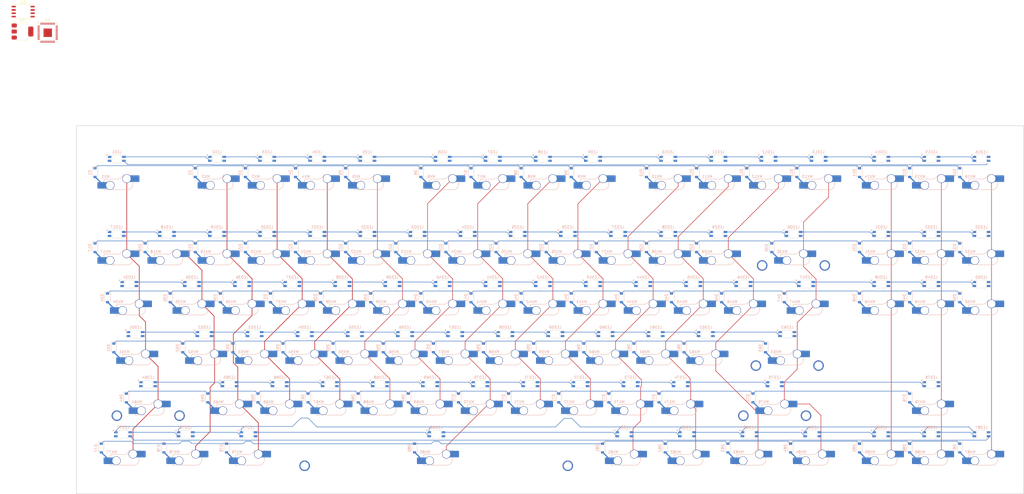
<source format=kicad_pcb>
(kicad_pcb (version 20240108) (generator "pcbnew") (generator_version "8.0")
  (layers (0 "F.Cu" signal) (31 "B.Cu" signal) (34 "B.Paste" user) (35 "F.Paste" user) (36 "B.SilkS" user "B.Silkscreen") (37 "F.SilkS" user "F.Silkscreen") (38 "B.Mask" user) (39 "F.Mask" user) (44 "Edge.Cuts" user))
  (net 0 "")
  (net 1 "Net-(D2-A)")
  (net 2 "Net-(D3-A)")
  (net 3 "Net-(D4-A)")
  (net 4 "Net-(D5-A)")
  (net 5 "Net-(D6-A)")
  (net 6 "Net-(D7-A)")
  (net 7 "Net-(D8-A)")
  (net 8 "Net-(D9-A)")
  (net 9 "Net-(D10-A)")
  (net 10 "Net-(D11-A)")
  (net 11 "Net-(D12-A)")
  (net 12 "Net-(D13-A)")
  (net 13 "Net-(D14-A)")
  (net 14 "Net-(D15-A)")
  (net 15 "Net-(D16-A)")
  (net 16 "Net-(D17-A)")
  (net 17 "row1")
  (net 18 "Net-(D18-A)")
  (net 19 "Net-(D19-A)")
  (net 20 "Net-(D20-A)")
  (net 21 "Net-(D21-A)")
  (net 22 "Net-(D22-A)")
  (net 23 "Net-(D23-A)")
  (net 24 "Net-(D24-A)")
  (net 25 "Net-(D25-A)")
  (net 26 "Net-(D26-A)")
  (net 27 "Net-(D27-A)")
  (net 28 "Net-(D28-A)")
  (net 29 "Net-(D29-A)")
  (net 30 "Net-(D30-A)")
  (net 31 "Net-(D31-A)")
  (net 32 "Net-(D32-A)")
  (net 33 "Net-(D33-A)")
  (net 34 "Net-(D34-A)")
  (net 35 "row2")
  (net 36 "Net-(D35-A)")
  (net 37 "Net-(D36-A)")
  (net 38 "Net-(D37-A)")
  (net 39 "Net-(D38-A)")
  (net 40 "Net-(D39-A)")
  (net 41 "Net-(D40-A)")
  (net 42 "Net-(D41-A)")
  (net 43 "Net-(D42-A)")
  (net 44 "Net-(D43-A)")
  (net 45 "Net-(D44-A)")
  (net 46 "Net-(D45-A)")
  (net 47 "Net-(D46-A)")
  (net 48 "Net-(D47-A)")
  (net 49 "Net-(D48-A)")
  (net 50 "Net-(D49-A)")
  (net 51 "Net-(D50-A)")
  (net 52 "Net-(D51-A)")
  (net 53 "Net-(D52-A)")
  (net 54 "Net-(D53-A)")
  (net 55 "Net-(D54-A)")
  (net 56 "Net-(D55-A)")
  (net 57 "Net-(D56-A)")
  (net 58 "Net-(D57-A)")
  (net 59 "Net-(D58-A)")
  (net 60 "Net-(D59-A)")
  (net 61 "Net-(D60-A)")
  (net 62 "Net-(D61-A)")
  (net 63 "Net-(D62-A)")
  (net 64 "Net-(D63-A)")
  (net 65 "Net-(D64-A)")
  (net 66 "Net-(D65-A)")
  (net 67 "Net-(D66-A)")
  (net 68 "Net-(D67-A)")
  (net 69 "Net-(D68-A)")
  (net 70 "Net-(D69-A)")
  (net 71 "Net-(D70-A)")
  (net 72 "Net-(D71-A)")
  (net 73 "Net-(D72-A)")
  (net 74 "Net-(D73-A)")
  (net 75 "Net-(D74-A)")
  (net 76 "Net-(D75-A)")
  (net 77 "Net-(D76-A)")
  (net 78 "Net-(D77-A)")
  (net 79 "Net-(D78-A)")
  (net 80 "Net-(D79-A)")
  (net 81 "Net-(D80-A)")
  (net 82 "Net-(D81-A)")
  (net 83 "Net-(D82-A)")
  (net 84 "Net-(D83-A)")
  (net 85 "Net-(D84-A)")
  (net 86 "Net-(D85-A)")
  (net 87 "Net-(D86-A)")
  (net 88 "Net-(D87-A)")
  (net 89 "col0")
  (net 90 "VBUS")
  (net 91 "+3V3")
  (net 92 "GND")
  (net 93 "/Microcontroller/QSPI_SD2")
  (net 95 "/Microcontroller/QSPI_SS")
  (net 96 "Net-(U2-USB_DM)")
  (net 97 "/Microcontroller/QSPI_SD3")
  (net 99 "/Microcontroller/QSPI_SD1")
  (net 103 "/Microcontroller/QSPI_SCLK")
  (net 105 "/Microcontroller/QSPI_SD0")
  (net 106 "+1V1")
  (net 107 "/Microcontroller/SWD")
  (net 108 "/Microcontroller/XOUT")
  (net 109 "/Microcontroller/SWCLK")
  (net 112 "/Microcontroller/XIN")
  (net 113 "Net-(U2-USB_DP)")
  (net 114 "Net-(D1-A)")
  (net 115 "row0")
  (net 116 "row3")
  (net 117 "row4")
  (net 118 "row5")
  (net 119 "col2")
  (net 120 "col3")
  (net 121 "col4")
  (net 122 "col5")
  (net 123 "col6")
  (net 124 "col7")
  (net 125 "col8")
  (net 126 "col9")
  (net 127 "col10")
  (net 128 "col11")
  (net 129 "col12")
  (net 130 "col13")
  (net 131 "col14")
  (net 132 "col15")
  (net 133 "col16")
  (net 134 "col1")
  (net 135 "Net-(LED1-DOUT)")
  (net 136 "Net-(LED1-VDD)")
  (net 137 "LED")
  (net 138 "Net-(LED1-VSS)")
  (net 139 "Net-(LED2-DOUT)")
  (net 140 "Net-(LED3-DOUT)")
  (net 141 "Net-(LED4-DOUT)")
  (net 142 "Net-(LED5-DOUT)")
  (net 143 "Net-(LED6-DOUT)")
  (net 144 "Net-(LED7-DOUT)")
  (net 145 "Net-(LED8-DOUT)")
  (net 146 "Net-(LED10-DIN)")
  (net 147 "Net-(LED10-DOUT)")
  (net 148 "Net-(LED11-DOUT)")
  (net 149 "Net-(LED12-DOUT)")
  (net 150 "Net-(LED13-DOUT)")
  (net 151 "Net-(LED14-DOUT)")
  (net 152 "Net-(LED15-DOUT)")
  (net 153 "Net-(LED16-VDD)")
  (net 154 "Net-(LED16-VSS)")
  (net 155 "Net-(LED31-DOUT)")
  (net 156 "Net-(LED31-VSS)")
  (net 157 "Net-(LED31-VDD)")
  (net 158 "Net-(LED32-DOUT)")
  (net 159 "Net-(LED33-DOUT)")
  (net 160 "Net-(LED34-DOUT)")
  (net 161 "Net-(LED35-DOUT)")
  (net 162 "Net-(LED36-DOUT)")
  (net 163 "Net-(LED37-DOUT)")
  (net 164 "Net-(LED38-DOUT)")
  (net 165 "Net-(LED39-DOUT)")
  (net 166 "Net-(LED40-DOUT)")
  (net 167 "Net-(LED41-DOUT)")
  (net 168 "Net-(LED42-DOUT)")
  (net 169 "Net-(LED43-DOUT)")
  (net 170 "Net-(LED44-DOUT)")
  (net 171 "Net-(LED45-DOUT)")
  (net 172 "Net-(LED46-VSS)")
  (net 173 "Net-(LED46-VDD)")
  (net 174 "Net-(LED61-VDD)")
  (net 175 "Net-(LED61-DOUT)")
  (net 176 "Net-(LED61-VSS)")
  (net 177 "Net-(LED62-DOUT)")
  (net 178 "Net-(LED63-DOUT)")
  (net 179 "Net-(LED64-DOUT)")
  (net 180 "Net-(LED65-DOUT)")
  (net 181 "Net-(LED66-DOUT)")
  (net 182 "Net-(LED67-DOUT)")
  (net 183 "Net-(LED68-DOUT)")
  (net 184 "Net-(LED69-DOUT)")
  (net 185 "Net-(LED70-DOUT)")
  (net 186 "Net-(LED71-DOUT)")
  (net 187 "Net-(LED72-DOUT)")
  (net 188 "Net-(LED73-DOUT)")
  (net 189 "Net-(LED74-DOUT)")
  (net 190 "Net-(LED75-DOUT)")
  (net 191 "Net-(LED76-VDD)")
  (net 192 "Net-(LED76-VSS)")
  (net 193 "Net-(LED16-DOUT)")
  (net 194 "Net-(LED46-DOUT)")
  (net 195 "Net-(LED17-DOUT)")
  (net 196 "Net-(LED18-DOUT)")
  (net 197 "Net-(LED19-DOUT)")
  (net 198 "Net-(LED20-DOUT)")
  (net 199 "Net-(LED21-DOUT)")
  (net 200 "Net-(LED22-DOUT)")
  (net 201 "Net-(LED23-DOUT)")
  (net 202 "Net-(LED24-DOUT)")
  (net 203 "Net-(LED25-DOUT)")
  (net 204 "Net-(LED26-DOUT)")
  (net 205 "Net-(LED27-DOUT)")
  (net 206 "Net-(LED28-DOUT)")
  (net 207 "Net-(LED29-DOUT)")
  (net 208 "Net-(LED30-DOUT)")
  (net 209 "Net-(LED47-DOUT)")
  (net 210 "Net-(LED48-DOUT)")
  (net 211 "Net-(LED49-DOUT)")
  (net 212 "Net-(LED50-DOUT)")
  (net 213 "Net-(LED51-DOUT)")
  (net 214 "Net-(LED52-DOUT)")
  (net 215 "Net-(LED53-DOUT)")
  (net 216 "Net-(LED54-DOUT)")
  (net 217 "Net-(LED55-DOUT)")
  (net 218 "Net-(LED56-DOUT)")
  (net 219 "Net-(LED57-DOUT)")
  (net 220 "Net-(LED58-DOUT)")
  (net 221 "Net-(LED59-DOUT)")
  (net 222 "Net-(LED60-DOUT)")
  (net 223 "Net-(LED76-DOUT)")
  (net 224 "Net-(LED77-DOUT)")
  (net 225 "Net-(LED78-DOUT)")
  (net 226 "Net-(LED79-DOUT)")
  (net 227 "Net-(LED80-DOUT)")
  (net 228 "Net-(LED81-DOUT)")
  (net 229 "Net-(LED82-DOUT)")
  (net 230 "Net-(LED83-DOUT)")
  (net 231 "Net-(LED84-DOUT)")
  (net 232 "Net-(LED85-DOUT)")
  (net 233 "Net-(LED86-DOUT)")
  (footprint "PCM_marbastlib-mx:STAB_MX_P_6.25u" (layer "F.Cu") (at 159.512 142.87805 180)
    (property "Reference" "S1" (hide yes))
    (property "Value" "MX_stab")
  )
  (footprint "PCM_marbastlib-mx:STAB_MX_P_2.25u" (layer "F.Cu") (at 292.89375 104.775 180)
    (property "Reference" "S5" (hide yes))
    (property "Value" "MX_stab")
  )
  (footprint "Package_DFN_QFN:QFN-56-1EP_7x7mm_P0.4mm_EP3.2x3.2mm" (layer "F.Cu") (at 11.878 -14.8675)
    (property "Reference" "U2")
    (property "Value" "RP2040")
  )
  (footprint "Package_TO_SOT_SMD:SOT-223-3_TabPin2" (layer "F.Cu") (at 2.298 -15.3225)
    (property "Reference" "U1")
    (property "Value" "NCP1117-3.3_SOT223")
  )
  (footprint "PCM_marbastlib-mx:STAB_MX_P_2.75u" (layer "F.Cu") (at 288.13125 123.825 180)
    (property "Reference" "S2" (hide yes))
    (property "Value" "MX_stab")
  )
  (footprint "PCM_marbastlib-mx:STAB_MX_P_2.25u" (layer "F.Cu") (at 50.06975 123.825 180)
    (property "Reference" "S3" (hide yes))
    (property "Value" "MX_stab")
  )
  (footprint "Package_SO:SOIC-8_5.23x5.23mm_P1.27mm" (layer "F.Cu") (at 2.548 -22.9075)
    (property "Reference" "U3")
    (property "Value" "W25Q128JVS")
  )
  (footprint "PCM_marbastlib-mx:STAB_MX_P_2u" (layer "F.Cu") (at 295.275 66.675 180)
    (property "Reference" "S6" (hide yes))
    (property "Value" "MX_stab")
  )
  (footprint "PCM_marbastlib-mx:SW_MX_HS_CPG151101S11_1u" (layer "B.Cu") (at 38.1 66.675)
    (property "Reference" "MX17")
    (property "Value" "MX_SW_HS")
  )
  (footprint "Diode_SMD:D_SOD-123" (layer "B.Cu") (at 215.5875 105.025 -90)
    (property "Reference" "D60")
    (property "Value" "D")
  )
  (footprint "PCM_marbastlib-mx:SW_MX_HS_CPG151101S11_1u" (layer "B.Cu") (at 180.975 38.1)
    (property "Reference" "MX7")
    (property "Value" "MX_SW_HS")
  )
  (footprint "Diode_SMD:D_SOD-123" (layer "B.Cu") (at 34.6125 85.975 -90)
    (property "Reference" "D34")
    (property "Value" "D")
  )
  (footprint "PCM_marbastlib-mx:LED_MX_6028R" (layer "B.Cu") (at 152.4 61.675)
    (property "Reference" "LED23")
    (property "Value" "MX_SK6812MINI-E")
    (fp_line (start -1.699999 -0.702841) (end -1.699999 0.702843) (stroke (width 0.1)) (layer "Edge.Cuts"))
    (fp_line (start -0.794453 1.5) (end 0.794452 1.5) (stroke (width 0.1)) (layer "Edge.Cuts"))
    (fp_line (start 0.794452 -1.499999) (end -0.794452 -1.499999) (stroke (width 0.1)) (layer "Edge.Cuts"))
    (fp_line (start 1.699999 0.702843) (end 1.699999 -0.702841) (stroke (width 0.1)) (layer "Edge.Cuts"))
    (fp_arc (start -1.749484 -0.919719) (mid -1.712527 -0.814067) (end -1.699999 -0.702841) (stroke (width 0.1)) (layer "Edge.Cuts"))
    (fp_arc (start -1.749484 -0.919718) (mid -1.638072 -1.504034) (end -1.046711 -1.568298) (stroke (width 0.1)) (layer "Edge.Cuts"))
    (fp_arc (start -1.699999 0.702844) (mid -1.712527 0.814069) (end -1.749484 0.919721) (stroke (width 0.1)) (layer "Edge.Cuts"))
    (fp_arc (start -1.046711 1.568299) (mid -1.63807 1.504035) (end -1.749484 0.919721) (stroke (width 0.1)) (layer "Edge.Cuts"))
    (fp_arc (start -1.046711 1.568299) (mid -0.925123 1.517377) (end -0.794453 1.5) (stroke (width 0.1)) (layer "Edge.Cuts"))
    (fp_arc (start -0.794452 -1.499999) (mid -0.925123 -1.517376) (end -1.046711 -1.568298) (stroke (width 0.1)) (layer "Edge.Cuts"))
    (fp_arc (start 0.794453 1.500001) (mid 0.925123 1.517378) (end 1.046711 1.5683) (stroke (width 0.1)) (layer "Edge.Cuts"))
    (fp_arc (start 1.04671 -1.568298) (mid 0.925122 -1.517376) (end 0.794452 -1.499999) (stroke (width 0.1)) (layer "Edge.Cuts"))
    (fp_arc (start 1.046711 -1.568296) (mid 1.638069 -1.504034) (end 1.749484 -0.919719) (stroke (width 0.1)) (layer "Edge.Cuts"))
    (fp_arc (start 1.699999 -0.702842) (mid 1.712536 -0.814065) (end 1.749484 -0.919719) (stroke (width 0.1)) (layer "Edge.Cuts"))
    (fp_arc (start 1.749484 0.919721) (mid 1.638072 1.504036) (end 1.046711 1.5683) (stroke (width 0.1)) (layer "Edge.Cuts"))
    (fp_arc (start 1.749484 0.919721) (mid 1.712534 0.814067) (end 1.699999 0.702843) (stroke (width 0.1)) (layer "Edge.Cuts"))
  )
  (footprint "Diode_SMD:D_SOD-123" (layer "B.Cu") (at 258.45 66.925 -90)
    (property "Reference" "D29")
    (property "Value" "D")
  )
  (footprint "PCM_marbastlib-mx:SW_MX_HS_CPG151101S11_1u" (layer "B.Cu") (at 171.45 66.675)
    (property "Reference" "MX24")
    (property "Value" "MX_SW_HS")
  )
  (footprint "PCM_marbastlib-mx:LED_MX_6028R" (layer "B.Cu") (at 38.1 61.675)
    (property "Reference" "LED17")
    (property "Value" "MX_SK6812MINI-E")
    (fp_line (start -1.699999 -0.702841) (end -1.699999 0.702843) (stroke (width 0.1)) (layer "Edge.Cuts"))
    (fp_line (start -0.794453 1.5) (end 0.794452 1.5) (stroke (width 0.1)) (layer "Edge.Cuts"))
    (fp_line (start 0.794452 -1.499999) (end -0.794452 -1.499999) (stroke (width 0.1)) (layer "Edge.Cuts"))
    (fp_line (start 1.699999 0.702843) (end 1.699999 -0.702841) (stroke (width 0.1)) (layer "Edge.Cuts"))
    (fp_arc (start -1.749484 -0.919719) (mid -1.712527 -0.814067) (end -1.699999 -0.702841) (stroke (width 0.1)) (layer "Edge.Cuts"))
    (fp_arc (start -1.749484 -0.919718) (mid -1.638072 -1.504034) (end -1.046711 -1.568298) (stroke (width 0.1)) (layer "Edge.Cuts"))
    (fp_arc (start -1.699999 0.702844) (mid -1.712527 0.814069) (end -1.749484 0.919721) (stroke (width 0.1)) (layer "Edge.Cuts"))
    (fp_arc (start -1.046711 1.568299) (mid -1.63807 1.504035) (end -1.749484 0.919721) (stroke (width 0.1)) (layer "Edge.Cuts"))
    (fp_arc (start -1.046711 1.568299) (mid -0.925123 1.517377) (end -0.794453 1.5) (stroke (width 0.1)) (layer "Edge.Cuts"))
    (fp_arc (start -0.794452 -1.499999) (mid -0.925123 -1.517376) (end -1.046711 -1.568298) (stroke (width 0.1)) (layer "Edge.Cuts"))
    (fp_arc (start 0.794453 1.500001) (mid 0.925123 1.517378) (end 1.046711 1.5683) (stroke (width 0.1)) (layer "Edge.Cuts"))
    (fp_arc (start 1.04671 -1.568298) (mid 0.925122 -1.517376) (end 0.794452 -1.499999) (stroke (width 0.1)) (layer "Edge.Cuts"))
    (fp_arc (start 1.046711 -1.568296) (mid 1.638069 -1.504034) (end 1.749484 -0.919719) (stroke (width 0.1)) (layer "Edge.Cuts"))
    (fp_arc (start 1.699999 -0.702842) (mid 1.712536 -0.814065) (end 1.749484 -0.919719) (stroke (width 0.1)) (layer "Edge.Cuts"))
    (fp_arc (start 1.749484 0.919721) (mid 1.638072 1.504036) (end 1.046711 1.5683) (stroke (width 0.1)) (layer "Edge.Cuts"))
    (fp_arc (start 1.749484 0.919721) (mid 1.712534 0.814067) (end 1.699999 0.702843) (stroke (width 0.1)) (layer "Edge.Cuts"))
  )
  (footprint "Diode_SMD:D_SOD-123" (layer "B.Cu") (at 253.6875 105.025 -90)
    (property "Reference" "D62")
    (property "Value" "D")
  )
  (footprint "Diode_SMD:D_SOD-123" (layer "B.Cu") (at 125.1 66.925 -90)
    (property "Reference" "D22")
    (property "Value" "D")
  )
  (footprint "PCM_marbastlib-mx:SW_MX_HS_CPG151101S11_1u" (layer "B.Cu") (at 247.65 38.1)
    (property "Reference" "MX10")
    (property "Value" "MX_SW_HS")
  )
  (footprint "Diode_SMD:D_SOD-123" (layer "B.Cu") (at 41.75625 124.075 -90)
    (property "Reference" "D64")
    (property "Value" "D")
  )
  (footprint "Diode_SMD:D_SOD-123" (layer "B.Cu") (at 144.15 66.925 -90)
    (property "Reference" "D23")
    (property "Value" "D")
  )
  (footprint "PCM_marbastlib-mx:LED_MX_6028R" (layer "B.Cu") (at 219.075 80.725)
    (property "Reference" "LED43")
    (property "Value" "MX_SK6812MINI-E")
    (fp_line (start -1.699999 -0.702841) (end -1.699999 0.702843) (stroke (width 0.1)) (layer "Edge.Cuts"))
    (fp_line (start -0.794453 1.5) (end 0.794452 1.5) (stroke (width 0.1)) (layer "Edge.Cuts"))
    (fp_line (start 0.794452 -1.499999) (end -0.794452 -1.499999) (stroke (width 0.1)) (layer "Edge.Cuts"))
    (fp_line (start 1.699999 0.702843) (end 1.699999 -0.702841) (stroke (width 0.1)) (layer "Edge.Cuts"))
    (fp_arc (start -1.749484 -0.919719) (mid -1.712527 -0.814067) (end -1.699999 -0.702841) (stroke (width 0.1)) (layer "Edge.Cuts"))
    (fp_arc (start -1.749484 -0.919718) (mid -1.638072 -1.504034) (end -1.046711 -1.568298) (stroke (width 0.1)) (layer "Edge.Cuts"))
    (fp_arc (start -1.699999 0.702844) (mid -1.712527 0.814069) (end -1.749484 0.919721) (stroke (width 0.1)) (layer "Edge.Cuts"))
    (fp_arc (start -1.046711 1.568299) (mid -1.63807 1.504035) (end -1.749484 0.919721) (stroke (width 0.1)) (layer "Edge.Cuts"))
    (fp_arc (start -1.046711 1.568299) (mid -0.925123 1.517377) (end -0.794453 1.5) (stroke (width 0.1)) (layer "Edge.Cuts"))
    (fp_arc (start -0.794452 -1.499999) (mid -0.925123 -1.517376) (end -1.046711 -1.568298) (stroke (width 0.1)) (layer "Edge.Cuts"))
    (fp_arc (start 0.794453 1.500001) (mid 0.925123 1.517378) (end 1.046711 1.5683) (stroke (width 0.1)) (layer "Edge.Cuts"))
    (fp_arc (start 1.04671 -1.568298) (mid 0.925122 -1.517376) (end 0.794452 -1.499999) (stroke (width 0.1)) (layer "Edge.Cuts"))
    (fp_arc (start 1.046711 -1.568296) (mid 1.638069 -1.504034) (end 1.749484 -0.919719) (stroke (width 0.1)) (layer "Edge.Cuts"))
    (fp_arc (start 1.699999 -0.702842) (mid 1.712536 -0.814065) (end 1.749484 -0.919719) (stroke (width 0.1)) (layer "Edge.Cuts"))
    (fp_arc (start 1.749484 0.919721) (mid 1.638072 1.504036) (end 1.046711 1.5683) (stroke (width 0.1)) (layer "Edge.Cuts"))
    (fp_arc (start 1.749484 0.919721) (mid 1.712534 0.814067) (end 1.699999 0.702843) (stroke (width 0.1)) (layer "Edge.Cuts"))
  )
  (footprint "PCM_marbastlib-mx:SW_MX_HS_CPG151101S11_1u" (layer "B.Cu") (at 288.13125 123.825)
    (property "Reference" "MX75")
    (property "Value" "MX_SW_HS")
  )
  (footprint "PCM_marbastlib-mx:SW_MX_HS_CPG151101S11_1u" (layer "B.Cu") (at 195.2625 123.825)
    (property "Reference" "MX71")
    (property "Value" "MX_SW_HS")
  )
  (footprint "PCM_marbastlib-mx:LED_MX_6028R" (layer "B.Cu") (at 88.10625 137.875)
    (property "Reference" "LED79")
    (property "Value" "MX_SK6812MINI-E")
    (fp_line (start -1.699999 -0.702841) (end -1.699999 0.702843) (stroke (width 0.1)) (layer "Edge.Cuts"))
    (fp_line (start -0.794453 1.5) (end 0.794452 1.5) (stroke (width 0.1)) (layer "Edge.Cuts"))
    (fp_line (start 0.794452 -1.499999) (end -0.794452 -1.499999) (stroke (width 0.1)) (layer "Edge.Cuts"))
    (fp_line (start 1.699999 0.702843) (end 1.699999 -0.702841) (stroke (width 0.1)) (layer "Edge.Cuts"))
    (fp_arc (start -1.749484 -0.919719) (mid -1.712527 -0.814067) (end -1.699999 -0.702841) (stroke (width 0.1)) (layer "Edge.Cuts"))
    (fp_arc (start -1.749484 -0.919718) (mid -1.638072 -1.504034) (end -1.046711 -1.568298) (stroke (width 0.1)) (layer "Edge.Cuts"))
    (fp_arc (start -1.699999 0.702844) (mid -1.712527 0.814069) (end -1.749484 0.919721) (stroke (width 0.1)) (layer "Edge.Cuts"))
    (fp_arc (start -1.046711 1.568299) (mid -1.63807 1.504035) (end -1.749484 0.919721) (stroke (width 0.1)) (layer "Edge.Cuts"))
    (fp_arc (start -1.046711 1.568299) (mid -0.925123 1.517377) (end -0.794453 1.5) (stroke (width 0.1)) (layer "Edge.Cuts"))
    (fp_arc (start -0.794452 -1.499999) (mid -0.925123 -1.517376) (end -1.046711 -1.568298) (stroke (width 0.1)) (layer "Edge.Cuts"))
    (fp_arc (start 0.794453 1.500001) (mid 0.925123 1.517378) (end 1.046711 1.5683) (stroke (width 0.1)) (layer "Edge.Cuts"))
    (fp_arc (start 1.04671 -1.568298) (mid 0.925122 -1.517376) (end 0.794452 -1.499999) (stroke (width 0.1)) (layer "Edge.Cuts"))
    (fp_arc (start 1.046711 -1.568296) (mid 1.638069 -1.504034) (end 1.749484 -0.919719) (stroke (width 0.1)) (layer "Edge.Cuts"))
    (fp_arc (start 1.699999 -0.702842) (mid 1.712536 -0.814065) (end 1.749484 -0.919719) (stroke (width 0.1)) (layer "Edge.Cuts"))
    (fp_arc (start 1.749484 0.919721) (mid 1.638072 1.504036) (end 1.046711 1.5683) (stroke (width 0.1)) (layer "Edge.Cuts"))
    (fp_arc (start 1.749484 0.919721) (mid 1.712534 0.814067) (end 1.699999 0.702843) (stroke (width 0.1)) (layer "Edge.Cuts"))
  )
  (footprint "PCM_marbastlib-mx:LED_MX_6028R" (layer "B.Cu") (at 266.7 61.675)
    (property "Reference" "LED29")
    (property "Value" "MX_SK6812MINI-E")
    (fp_line (start -1.699999 -0.702841) (end -1.699999 0.702843) (stroke (width 0.1)) (layer "Edge.Cuts"))
    (fp_line (start -0.794453 1.5) (end 0.794452 1.5) (stroke (width 0.1)) (layer "Edge.Cuts"))
    (fp_line (start 0.794452 -1.499999) (end -0.794452 -1.499999) (stroke (width 0.1)) (layer "Edge.Cuts"))
    (fp_line (start 1.699999 0.702843) (end 1.699999 -0.702841) (stroke (width 0.1)) (layer "Edge.Cuts"))
    (fp_arc (start -1.749484 -0.919719) (mid -1.712527 -0.814067) (end -1.699999 -0.702841) (stroke (width 0.1)) (layer "Edge.Cuts"))
    (fp_arc (start -1.749484 -0.919718) (mid -1.638072 -1.504034) (end -1.046711 -1.568298) (stroke (width 0.1)) (layer "Edge.Cuts"))
    (fp_arc (start -1.699999 0.702844) (mid -1.712527 0.814069) (end -1.749484 0.919721) (stroke (width 0.1)) (layer "Edge.Cuts"))
    (fp_arc (start -1.046711 1.568299) (mid -1.63807 1.504035) (end -1.749484 0.919721) (stroke (width 0.1)) (layer "Edge.Cuts"))
    (fp_arc (start -1.046711 1.568299) (mid -0.925123 1.517377) (end -0.794453 1.5) (stroke (width 0.1)) (layer "Edge.Cuts"))
    (fp_arc (start -0.794452 -1.499999) (mid -0.925123 -1.517376) (end -1.046711 -1.568298) (stroke (width 0.1)) (layer "Edge.Cuts"))
    (fp_arc (start 0.794453 1.500001) (mid 0.925123 1.517378) (end 1.046711 1.5683) (stroke (width 0.1)) (layer "Edge.Cuts"))
    (fp_arc (start 1.04671 -1.568298) (mid 0.925122 -1.517376) (end 0.794452 -1.499999) (stroke (width 0.1)) (layer "Edge.Cuts"))
    (fp_arc (start 1.046711 -1.568296) (mid 1.638069 -1.504034) (end 1.749484 -0.919719) (stroke (width 0.1)) (layer "Edge.Cuts"))
    (fp_arc (start 1.699999 -0.702842) (mid 1.712536 -0.814065) (end 1.749484 -0.919719) (stroke (width 0.1)) (layer "Edge.Cuts"))
    (fp_arc (start 1.749484 0.919721) (mid 1.638072 1.504036) (end 1.046711 1.5683) (stroke (width 0.1)) (layer "Edge.Cuts"))
    (fp_arc (start 1.749484 0.919721) (mid 1.712534 0.814067) (end 1.699999 0.702843) (stroke (width 0.1)) (layer "Edge.Cuts"))
  )
  (footprint "PCM_marbastlib-mx:SW_MX_HS_CPG151101S11_1u" (layer "B.Cu") (at 252.4125 123.825)
    (property "Reference" "MX74")
    (property "Value" "MX_SW_HS")
  )
  (footprint "PCM_marbastlib-mx:LED_MX_6028R" (layer "B.Cu") (at 95.25 61.675)
    (property "Reference" "LED20")
    (property "Value" "MX_SK6812MINI-E")
    (fp_line (start -1.699999 -0.702841) (end -1.699999 0.702843) (stroke (width 0.1)) (layer "Edge.Cuts"))
    (fp_line (start -0.794453 1.5) (end 0.794452 1.5) (stroke (width 0.1)) (layer "Edge.Cuts"))
    (fp_line (start 0.794452 -1.499999) (end -0.794452 -1.499999) (stroke (width 0.1)) (layer "Edge.Cuts"))
    (fp_line (start 1.699999 0.702843) (end 1.699999 -0.702841) (stroke (width 0.1)) (layer "Edge.Cuts"))
    (fp_arc (start -1.749484 -0.919719) (mid -1.712527 -0.814067) (end -1.699999 -0.702841) (stroke (width 0.1)) (layer "Edge.Cuts"))
    (fp_arc (start -1.749484 -0.919718) (mid -1.638072 -1.504034) (end -1.046711 -1.568298) (stroke (width 0.1)) (layer "Edge.Cuts"))
    (fp_arc (start -1.699999 0.702844) (mid -1.712527 0.814069) (end -1.749484 0.919721) (stroke (width 0.1)) (layer "Edge.Cuts"))
    (fp_arc (start -1.046711 1.568299) (mid -1.63807 1.504035) (end -1.749484 0.919721) (stroke (width 0.1)) (layer "Edge.Cuts"))
    (fp_arc (start -1.046711 1.568299) (mid -0.925123 1.517377) (end -0.794453 1.5) (stroke (width 0.1)) (layer "Edge.Cuts"))
    (fp_arc (start -0.794452 -1.499999) (mid -0.925123 -1.517376) (end -1.046711 -1.568298) (stroke (width 0.1)) (layer "Edge.Cuts"))
    (fp_arc (start 0.794453 1.500001) (mid 0.925123 1.517378) (end 1.046711 1.5683) (stroke (width 0.1)) (layer "Edge.Cuts"))
    (fp_arc (start 1.04671 -1.568298) (mid 0.925122 -1.517376) (end 0.794452 -1.499999) (stroke (width 0.1)) (layer "Edge.Cuts"))
    (fp_arc (start 1.046711 -1.568296) (mid 1.638069 -1.504034) (end 1.749484 -0.919719) (stroke (width 0.1)) (layer "Edge.Cuts"))
    (fp_arc (start 1.699999 -0.702842) (mid 1.712536 -0.814065) (end 1.749484 -0.919719) (stroke (width 0.1)) (layer "Edge.Cuts"))
    (fp_arc (start 1.749484 0.919721) (mid 1.638072 1.504036) (end 1.046711 1.5683) (stroke (width 0.1)) (layer "Edge.Cuts"))
    (fp_arc (start 1.749484 0.919721) (mid 1.712534 0.814067) (end 1.699999 0.702843) (stroke (width 0.1)) (layer "Edge.Cuts"))
  )
  (footprint "Diode_SMD:D_SOD-123" (layer "B.Cu") (at 29.85 38.35 -90)
    (property "Reference" "D1")
    (property "Value" "D")
  )
  (footprint "PCM_marbastlib-mx:LED_MX_6028R" (layer "B.Cu") (at 38.1 33.1)
    (property "Reference" "LED1")
    (property "Value" "MX_SK6812MINI-E")
    (fp_line (start -1.699999 -0.702841) (end -1.699999 0.702843) (stroke (width 0.1)) (layer "Edge.Cuts"))
    (fp_line (start -0.794453 1.5) (end 0.794452 1.5) (stroke (width 0.1)) (layer "Edge.Cuts"))
    (fp_line (start 0.794452 -1.499999) (end -0.794452 -1.499999) (stroke (width 0.1)) (layer "Edge.Cuts"))
    (fp_line (start 1.699999 0.702843) (end 1.699999 -0.702841) (stroke (width 0.1)) (layer "Edge.Cuts"))
    (fp_arc (start -1.749484 -0.919719) (mid -1.712527 -0.814067) (end -1.699999 -0.702841) (stroke (width 0.1)) (layer "Edge.Cuts"))
    (fp_arc (start -1.749484 -0.919718) (mid -1.638072 -1.504034) (end -1.046711 -1.568298) (stroke (width 0.1)) (layer "Edge.Cuts"))
    (fp_arc (start -1.699999 0.702844) (mid -1.712527 0.814069) (end -1.749484 0.919721) (stroke (width 0.1)) (layer "Edge.Cuts"))
    (fp_arc (start -1.046711 1.568299) (mid -1.63807 1.504035) (end -1.749484 0.919721) (stroke (width 0.1)) (layer "Edge.Cuts"))
    (fp_arc (start -1.046711 1.568299) (mid -0.925123 1.517377) (end -0.794453 1.5) (stroke (width 0.1)) (layer "Edge.Cuts"))
    (fp_arc (start -0.794452 -1.499999) (mid -0.925123 -1.517376) (end -1.046711 -1.568298) (stroke (width 0.1)) (layer "Edge.Cuts"))
    (fp_arc (start 0.794453 1.500001) (mid 0.925123 1.517378) (end 1.046711 1.5683) (stroke (width 0.1)) (layer "Edge.Cuts"))
    (fp_arc (start 1.04671 -1.568298) (mid 0.925122 -1.517376) (end 0.794452 -1.499999) (stroke (width 0.1)) (layer "Edge.Cuts"))
    (fp_arc (start 1.046711 -1.568296) (mid 1.638069 -1.504034) (end 1.749484 -0.919719) (stroke (width 0.1)) (layer "Edge.Cuts"))
    (fp_arc (start 1.699999 -0.702842) (mid 1.712536 -0.814065) (end 1.749484 -0.919719) (stroke (width 0.1)) (layer "Edge.Cuts"))
    (fp_arc (start 1.749484 0.919721) (mid 1.638072 1.504036) (end 1.046711 1.5683) (stroke (width 0.1)) (layer "Edge.Cuts"))
    (fp_arc (start 1.749484 0.919721) (mid 1.712534 0.814067) (end 1.699999 0.702843) (stroke (width 0.1)) (layer "Edge.Cuts"))
  )
  (footprint "Diode_SMD:D_SOD-123" (layer "B.Cu") (at 244.1625 124.075 -90)
    (property "Reference" "D74")
    (property "Value" "D")
  )
  (footprint "PCM_marbastlib-mx:LED_MX_6028R" (layer "B.Cu") (at 157.1625 118.825)
    (property "Reference" "LED69")
    (property "Value" "MX_SK6812MINI-E")
    (fp_line (start -1.699999 -0.702841) (end -1.699999 0.702843) (stroke (width 0.1)) (layer "Edge.Cuts"))
    (fp_line (start -0.794453 1.5) (end 0.794452 1.5) (stroke (width 0.1)) (layer "Edge.Cuts"))
    (fp_line (start 0.794452 -1.499999) (end -0.794452 -1.499999) (stroke (width 0.1)) (layer "Edge.Cuts"))
    (fp_line (start 1.699999 0.702843) (end 1.699999 -0.702841) (stroke (width 0.1)) (layer "Edge.Cuts"))
    (fp_arc (start -1.749484 -0.919719) (mid -1.712527 -0.814067) (end -1.699999 -0.702841) (stroke (width 0.1)) (layer "Edge.Cuts"))
    (fp_arc (start -1.749484 -0.919718) (mid -1.638072 -1.504034) (end -1.046711 -1.568298) (stroke (width 0.1)) (layer "Edge.Cuts"))
    (fp_arc (start -1.699999 0.702844) (mid -1.712527 0.814069) (end -1.749484 0.919721) (stroke (width 0.1)) (layer "Edge.Cuts"))
    (fp_arc (start -1.046711 1.568299) (mid -1.63807 1.504035) (end -1.749484 0.919721) (stroke (width 0.1)) (layer "Edge.Cuts"))
    (fp_arc (start -1.046711 1.568299) (mid -0.925123 1.517377) (end -0.794453 1.5) (stroke (width 0.1)) (layer "Edge.Cuts"))
    (fp_arc (start -0.794452 -1.499999) (mid -0.925123 -1.517376) (end -1.046711 -1.568298) (stroke (width 0.1)) (layer "Edge.Cuts"))
    (fp_arc (start 0.794453 1.500001) (mid 0.925123 1.517378) (end 1.046711 1.5683) (stroke (width 0.1)) (layer "Edge.Cuts"))
    (fp_arc (start 1.04671 -1.568298) (mid 0.925122 -1.517376) (end 0.794452 -1.499999) (stroke (width 0.1)) (layer "Edge.Cuts"))
    (fp_arc (start 1.046711 -1.568296) (mid 1.638069 -1.504034) (end 1.749484 -0.919719) (stroke (width 0.1)) (layer "Edge.Cuts"))
    (fp_arc (start 1.699999 -0.702842) (mid 1.712536 -0.814065) (end 1.749484 -0.919719) (stroke (width 0.1)) (layer "Edge.Cuts"))
    (fp_arc (start 1.749484 0.919721) (mid 1.638072 1.504036) (end 1.046711 1.5683) (stroke (width 0.1)) (layer "Edge.Cuts"))
    (fp_arc (start 1.749484 0.919721) (mid 1.712534 0.814067) (end 1.699999 0.702843) (stroke (width 0.1)) (layer "Edge.Cuts"))
  )
  (footprint "PCM_marbastlib-mx:SW_MX_HS_CPG151101S11_1u" (layer "B.Cu") (at 138.1125 123.825)
    (property "Reference" "MX68")
    (property "Value" "MX_SW_HS")
  )
  (footprint "PCM_marbastlib-mx:LED_MX_6028R" (layer "B.Cu") (at 40.48125 137.875)
    (property "Reference" "LED77")
    (property "Value" "MX_SK6812MINI-E")
    (fp_line (start -1.699999 -0.702841) (end -1.699999 0.702843) (stroke (width 0.1)) (layer "Edge.Cuts"))
    (fp_line (start -0.794453 1.5) (end 0.794452 1.5) (stroke (width 0.1)) (layer "Edge.Cuts"))
    (fp_line (start 0.794452 -1.499999) (end -0.794452 -1.499999) (stroke (width 0.1)) (layer "Edge.Cuts"))
    (fp_line (start 1.699999 0.702843) (end 1.699999 -0.702841) (stroke (width 0.1)) (layer "Edge.Cuts"))
    (fp_arc (start -1.749484 -0.919719) (mid -1.712527 -0.814067) (end -1.699999 -0.702841) (stroke (width 0.1)) (layer "Edge.Cuts"))
    (fp_arc (start -1.749484 -0.919718) (mid -1.638072 -1.504034) (end -1.046711 -1.568298) (stroke (width 0.1)) (layer "Edge.Cuts"))
    (fp_arc (start -1.699999 0.702844) (mid -1.712527 0.814069) (end -1.749484 0.919721) (stroke (width 0.1)) (layer "Edge.Cuts"))
    (fp_arc (start -1.046711 1.568299) (mid -1.63807 1.504035) (end -1.749484 0.919721) (stroke (width 0.1)) (layer "Edge.Cuts"))
    (fp_arc (start -1.046711 1.568299) (mid -0.925123 1.517377) (end -0.794453 1.5) (stroke (width 0.1)) (layer "Edge.Cuts"))
    (fp_arc (start -0.794452 -1.499999) (mid -0.925123 -1.517376) (end -1.046711 -1.568298) (stroke (width 0.1)) (layer "Edge.Cuts"))
    (fp_arc (start 0.794453 1.500001) (mid 0.925123 1.517378) (end 1.046711 1.5683) (stroke (width 0.1)) (layer "Edge.Cuts"))
    (fp_arc (start 1.04671 -1.568298) (mid 0.925122 -1.517376) (end 0.794452 -1.499999) (stroke (width 0.1)) (layer "Edge.Cuts"))
    (fp_arc (start 1.046711 -1.568296) (mid 1.638069 -1.504034) (end 1.749484 -0.919719) (stroke (width 0.1)) (layer "Edge.Cuts"))
    (fp_arc (start 1.699999 -0.702842) (mid 1.712536 -0.814065) (end 1.749484 -0.919719) (stroke (width 0.1)) (layer "Edge.Cuts"))
    (fp_arc (start 1.749484 0.919721) (mid 1.638072 1.504036) (end 1.046711 1.5683) (stroke (width 0.1)) (layer "Edge.Cuts"))
    (fp_arc (start 1.749484 0.919721) (mid 1.712534 0.814067) (end 1.699999 0.702843) (stroke (width 0.1)) (layer "Edge.Cuts"))
  )
  (footprint "PCM_marbastlib-mx:LED_MX_6028R" (layer "B.Cu") (at 366.7125 137.875)
    (property "Reference" "LED87")
    (property "Value" "MX_SK6812MINI-E")
    (fp_line (start -1.699999 -0.702841) (end -1.699999 0.702843) (stroke (width 0.1)) (layer "Edge.Cuts"))
    (fp_line (start -0.794453 1.5) (end 0.794452 1.5) (stroke (width 0.1)) (layer "Edge.Cuts"))
    (fp_line (start 0.794452 -1.499999) (end -0.794452 -1.499999) (stroke (width 0.1)) (layer "Edge.Cuts"))
    (fp_line (start 1.699999 0.702843) (end 1.699999 -0.702841) (stroke (width 0.1)) (layer "Edge.Cuts"))
    (fp_arc (start -1.749484 -0.919719) (mid -1.712527 -0.814067) (end -1.699999 -0.702841) (stroke (width 0.1)) (layer "Edge.Cuts"))
    (fp_arc (start -1.749484 -0.919718) (mid -1.638072 -1.504034) (end -1.046711 -1.568298) (stroke (width 0.1)) (layer "Edge.Cuts"))
    (fp_arc (start -1.699999 0.702844) (mid -1.712527 0.814069) (end -1.749484 0.919721) (stroke (width 0.1)) (layer "Edge.Cuts"))
    (fp_arc (start -1.046711 1.568299) (mid -1.63807 1.504035) (end -1.749484 0.919721) (stroke (width 0.1)) (layer "Edge.Cuts"))
    (fp_arc (start -1.046711 1.568299) (mid -0.925123 1.517377) (end -0.794453 1.5) (stroke (width 0.1)) (layer "Edge.Cuts"))
    (fp_arc (start -0.794452 -1.499999) (mid -0.925123 -1.517376) (end -1.046711 -1.568298) (stroke (width 0.1)) (layer "Edge.Cuts"))
    (fp_arc (start 0.794453 1.500001) (mid 0.925123 1.517378) (end 1.046711 1.5683) (stroke (width 0.1)) (layer "Edge.Cuts"))
    (fp_arc (start 1.04671 -1.568298) (mid 0.925122 -1.517376) (end 0.794452 -1.499999) (stroke (width 0.1)) (layer "Edge.Cuts"))
    (fp_arc (start 1.046711 -1.568296) (mid 1.638069 -1.504034) (end 1.749484 -0.919719) (stroke (width 0.1)) (layer "Edge.Cuts"))
    (fp_arc (start 1.699999 -0.702842) (mid 1.712536 -0.814065) (end 1.749484 -0.919719) (stroke (width 0.1)) (layer "Edge.Cuts"))
    (fp_arc (start 1.749484 0.919721) (mid 1.638072 1.504036) (end 1.046711 1.5683) (stroke (width 0.1)) (layer "Edge.Cuts"))
    (fp_arc (start 1.749484 0.919721) (mid 1.712534 0.814067) (end 1.699999 0.702843) (stroke (width 0.1)) (layer "Edge.Cuts"))
  )
  (footprint "Diode_SMD:D_SOD-123" (layer "B.Cu") (at 339.4125 66.925 -90)
    (property "Reference" "D32")
    (property "Value" "D")
  )
  (footprint "PCM_marbastlib-mx:SW_MX_HS_CPG151101S11_1u" (layer "B.Cu") (at 238.125 85.725)
    (property "Reference" "MX44")
    (property "Value" "MX_SW_HS")
  )
  (footprint "Diode_SMD:D_SOD-123" (layer "B.Cu") (at 167.9625 124.075 -90)
    (property "Reference" "D70")
    (property "Value" "D")
  )
  (footprint "PCM_marbastlib-mx:LED_MX_6028R" (layer "B.Cu") (at 42.8625 80.725)
    (property "Reference" "LED34")
    (property "Value" "MX_SK6812MINI-E")
    (fp_line (start -1.699999 -0.702841) (end -1.699999 0.702843) (stroke (width 0.1)) (layer "Edge.Cuts"))
    (fp_line (start -0.794453 1.5) (end 0.794452 1.5) (stroke (width 0.1)) (layer "Edge.Cuts"))
    (fp_line (start 0.794452 -1.499999) (end -0.794452 -1.499999) (stroke (width 0.1)) (layer "Edge.Cuts"))
    (fp_line (start 1.699999 0.702843) (end 1.699999 -0.702841) (stroke (width 0.1)) (layer "Edge.Cuts"))
    (fp_arc (start -1.749484 -0.919719) (mid -1.712527 -0.814067) (end -1.699999 -0.702841) (stroke (width 0.1)) (layer "Edge.Cuts"))
    (fp_arc (start -1.749484 -0.919718) (mid -1.638072 -1.504034) (end -1.046711 -1.568298) (stroke (width 0.1)) (layer "Edge.Cuts"))
    (fp_arc (start -1.699999 0.702844) (mid -1.712527 0.814069) (end -1.749484 0.919721) (stroke (width 0.1)) (layer "Edge.Cuts"))
    (fp_arc (start -1.046711 1.568299) (mid -1.63807 1.504035) (end -1.749484 0.919721) (stroke (width 0.1)) (layer "Edge.Cuts"))
    (fp_arc (start -1.046711 1.568299) (mid -0.925123 1.517377) (end -0.794453 1.5) (stroke (width 0.1)) (layer "Edge.Cuts"))
    (fp_arc (start -0.794452 -1.499999) (mid -0.925123 -1.517376) (end -1.046711 -1.568298) (stroke (width 0.1)) (layer "Edge.Cuts"))
    (fp_arc (start 0.794453 1.500001) (mid 0.925123 1.517378) (end 1.046711 1.5683) (stroke (width 0.1)) (layer "Edge.Cuts"))
    (fp_arc (start 1.04671 -1.568298) (mid 0.925122 -1.517376) (end 0.794452 -1.499999) (stroke (width 0.1)) (layer "Edge.Cuts"))
    (fp_arc (start 1.046711 -1.568296) (mid 1.638069 -1.504034) (end 1.749484 -0.919719) (stroke (width 0.1)) (layer "Edge.Cuts"))
    (fp_arc (start 1.699999 -0.702842) (mid 1.712536 -0.814065) (end 1.749484 -0.919719) (stroke (width 0.1)) (layer "Edge.Cuts"))
    (fp_arc (start 1.749484 0.919721) (mid 1.638072 1.504036) (end 1.046711 1.5683) (stroke (width 0.1)) (layer "Edge.Cuts"))
    (fp_arc (start 1.749484 0.919721) (mid 1.712534 0.814067) (end 1.699999 0.702843) (stroke (width 0.1)) (layer "Edge.Cuts"))
  )
  (footprint "PCM_marbastlib-mx:SW_MX_HS_CPG151101S11_1u" (layer "B.Cu") (at 328.6125 142.875)
    (property "Reference" "MX85")
    (property "Value" "MX_SW_HS")
  )
  (footprint "PCM_marbastlib-mx:SW_MX_HS_CPG151101S11_1u" (layer "B.Cu") (at 242.8875 104.775)
    (property "Reference" "MX61")
    (property "Value" "MX_SW_HS")
  )
  (footprint "PCM_marbastlib-mx:SW_MX_HS_CPG151101S11_1u" (layer "B.Cu") (at 247.65 66.675)
    (property "Reference" "MX28")
    (property "Value" "MX_SW_HS")
  )
  (footprint "PCM_marbastlib-mx:LED_MX_6028R" (layer "B.Cu") (at 90.4875 99.775)
    (property "Reference" "LED53")
    (property "Value" "MX_SK6812MINI-E")
    (fp_line (start -1.699999 -0.702841) (end -1.699999 0.702843) (stroke (width 0.1)) (layer "Edge.Cuts"))
    (fp_line (start -0.794453 1.5) (end 0.794452 1.5) (stroke (width 0.1)) (layer "Edge.Cuts"))
    (fp_line (start 0.794452 -1.499999) (end -0.794452 -1.499999) (stroke (width 0.1)) (layer "Edge.Cuts"))
    (fp_line (start 1.699999 0.702843) (end 1.699999 -0.702841) (stroke (width 0.1)) (layer "Edge.Cuts"))
    (fp_arc (start -1.749484 -0.919719) (mid -1.712527 -0.814067) (end -1.699999 -0.702841) (stroke (width 0.1)) (layer "Edge.Cuts"))
    (fp_arc (start -1.749484 -0.919718) (mid -1.638072 -1.504034) (end -1.046711 -1.568298) (stroke (width 0.1)) (layer "Edge.Cuts"))
    (fp_arc (start -1.699999 0.702844) (mid -1.712527 0.814069) (end -1.749484 0.919721) (stroke (width 0.1)) (layer "Edge.Cuts"))
    (fp_arc (start -1.046711 1.568299) (mid -1.63807 1.504035) (end -1.749484 0.919721) (stroke (width 0.1)) (layer "Edge.Cuts"))
    (fp_arc (start -1.046711 1.568299) (mid -0.925123 1.517377) (end -0.794453 1.5) (stroke (width 0.1)) (layer "Edge.Cuts"))
    (fp_arc (start -0.794452 -1.499999) (mid -0.925123 -1.517376) (end -1.046711 -1.568298) (stroke (width 0.1)) (layer "Edge.Cuts"))
    (fp_arc (start 0.794453 1.500001) (mid 0.925123 1.517378) (end 1.046711 1.5683) (stroke (width 0.1)) (layer "Edge.Cuts"))
    (fp_arc (start 1.04671 -1.568298) (mid 0.925122 -1.517376) (end 0.794452 -1.499999) (stroke (width 0.1)) (layer "Edge.Cuts"))
    (fp_arc (start 1.046711 -1.568296) (mid 1.638069 -1.504034) (end 1.749484 -0.919719) (stroke (width 0.1)) (layer "Edge.Cuts"))
    (fp_arc (start 1.699999 -0.702842) (mid 1.712536 -0.814065) (end 1.749484 -0.919719) (stroke (width 0.1)) (layer "Edge.Cuts"))
    (fp_arc (start 1.749484 0.919721) (mid 1.638072 1.504036) (end 1.046711 1.5683) (stroke (width 0.1)) (layer "Edge.Cuts"))
    (fp_arc (start 1.749484 0.919721) (mid 1.712534 0.814067) (end 1.699999 0.702843) (stroke (width 0.1)) (layer "Edge.Cuts"))
  )
  (footprint "PCM_marbastlib-mx:LED_MX_6028R" (layer "B.Cu") (at 247.65 61.675)
    (property "Reference" "LED28")
    (property "Value" "MX_SK6812MINI-E")
    (fp_line (start -1.699999 -0.702841) (end -1.699999 0.702843) (stroke (width 0.1)) (layer "Edge.Cuts"))
    (fp_line (start -0.794453 1.5) (end 0.794452 1.5) (stroke (width 0.1)) (layer "Edge.Cuts"))
    (fp_line (start 0.794452 -1.499999) (end -0.794452 -1.499999) (stroke (width 0.1)) (layer "Edge.Cuts"))
    (fp_line (start 1.699999 0.702843) (end 1.699999 -0.702841) (stroke (width 0.1)) (layer "Edge.Cuts"))
    (fp_arc (start -1.749484 -0.919719) (mid -1.712527 -0.814067) (end -1.699999 -0.702841) (stroke (width 0.1)) (layer "Edge.Cuts"))
    (fp_arc (start -1.749484 -0.919718) (mid -1.638072 -1.504034) (end -1.046711 -1.568298) (stroke (width 0.1)) (layer "Edge.Cuts"))
    (fp_arc (start -1.699999 0.702844) (mid -1.712527 0.814069) (end -1.749484 0.919721) (stroke (width 0.1)) (layer "Edge.Cuts"))
    (fp_arc (start -1.046711 1.568299) (mid -1.63807 1.504035) (end -1.749484 0.919721) (stroke (width 0.1)) (layer "Edge.Cuts"))
    (fp_arc (start -1.046711 1.568299) (mid -0.925123 1.517377) (end -0.794453 1.5) (stroke (width 0.1)) (layer "Edge.Cuts"))
    (fp_arc (start -0.794452 -1.499999) (mid -0.925123 -1.517376) (end -1.046711 -1.568298) (stroke (width 0.1)) (layer "Edge.Cuts"))
    (fp_arc (start 0.794453 1.500001) (mid 0.925123 1.517378) (end 1.046711 1.5683) (stroke (width 0.1)) (layer "Edge.Cuts"))
    (fp_arc (start 1.04671 -1.568298) (mid 0.925122 -1.517376) (end 0.794452 -1.499999) (stroke (width 0.1)) (layer "Edge.Cuts"))
    (fp_arc (start 1.046711 -1.568296) (mid 1.638069 -1.504034) (end 1.749484 -0.919719) (stroke (width 0.1)) (layer "Edge.Cuts"))
    (fp_arc (start 1.699999 -0.702842) (mid 1.712536 -0.814065) (end 1.749484 -0.919719) (stroke (width 0.1)) (layer "Edge.Cuts"))
    (fp_arc (start 1.749484 0.919721) (mid 1.638072 1.504036) (end 1.046711 1.5683) (stroke (width 0.1)) (layer "Edge.Cuts"))
    (fp_arc (start 1.749484 0.919721) (mid 1.712534 0.814067) (end 1.699999 0.702843) (stroke (width 0.1)) (layer "Edge.Cuts"))
  )
  (footprint "PCM_marbastlib-mx:SW_MX_HS_CPG151101S11_1u" (layer "B.Cu") (at 142.875 85.725)
    (property "Reference" "MX39")
    (property "Value" "MX_SW_HS")
  )
  (footprint "Diode_SMD:D_SOD-123" (layer "B.Cu") (at 284.64375 105.025 -90)
    (property "Reference" "D63")
    (property "Value" "D")
  )
  (footprint "PCM_marbastlib-mx:SW_MX_HS_CPG151101S11_1u" (layer "B.Cu") (at 190.5 66.675)
    (property "Reference" "MX25")
    (property "Value" "MX_SW_HS")
  )
  (footprint "Diode_SMD:D_SOD-123" (layer "B.Cu") (at 210.825 85.975 -90)
    (property "Reference" "D43")
    (property "Value" "D")
  )
  (footprint "Diode_SMD:D_SOD-123" (layer "B.Cu") (at 129.8625 124.075 -90)
    (property "Reference" "D68")
    (property "Value" "D")
  )
  (footprint "PCM_marbastlib-mx:LED_MX_6028R" (layer "B.Cu") (at 347.6625 61.675)
    (property "Reference" "LED32")
    (property "Value" "MX_SK6812MINI-E")
    (fp_line (start -1.699999 -0.702841) (end -1.699999 0.702843) (stroke (width 0.1)) (layer "Edge.Cuts"))
    (fp_line (start -0.794453 1.5) (end 0.794452 1.5) (stroke (width 0.1)) (layer "Edge.Cuts"))
    (fp_line (start 0.794452 -1.499999) (end -0.794452 -1.499999) (stroke (width 0.1)) (layer "Edge.Cuts"))
    (fp_line (start 1.699999 0.702843) (end 1.699999 -0.702841) (stroke (width 0.1)) (layer "Edge.Cuts"))
    (fp_arc (start -1.749484 -0.919719) (mid -1.712527 -0.814067) (end -1.699999 -0.702841) (stroke (width 0.1)) (layer "Edge.Cuts"))
    (fp_arc (start -1.749484 -0.919718) (mid -1.638072 -1.504034) (end -1.046711 -1.568298) (stroke (width 0.1)) (layer "Edge.Cuts"))
    (fp_arc (start -1.699999 0.702844) (mid -1.712527 0.814069) (end -1.749484 0.919721) (stroke (width 0.1)) (layer "Edge.Cuts"))
    (fp_arc (start -1.046711 1.568299) (mid -1.63807 1.504035) (end -1.749484 0.919721) (stroke (width 0.1)) (layer "Edge.Cuts"))
    (fp_arc (start -1.046711 1.568299) (mid -0.925123 1.517377) (end -0.794453 1.5) (stroke (width 0.1)) (layer "Edge.Cuts"))
    (fp_arc (start -0.794452 -1.499999) (mid -0.925123 -1.517376) (end -1.046711 -1.568298) (stroke (width 0.1)) (layer "Edge.Cuts"))
    (fp_arc (start 0.794453 1.500001) (mid 0.925123 1.517378) (end 1.046711 1.5683) (stroke (width 0.1)) (layer "Edge.Cuts"))
    (fp_arc (start 1.04671 -1.568298) (mid 0.925122 -1.517376) (end 0.794452 -1.499999) (stroke (width 0.1)) (layer "Edge.Cuts"))
    (fp_arc (start 1.046711 -1.568296) (mid 1.638069 -1.504034) (end 1.749484 -0.919719) (stroke (width 0.1)) (layer "Edge.Cuts"))
    (fp_arc (start 1.699999 -0.702842) (mid 1.712536 -0.814065) (end 1.749484 -0.919719) (stroke (width 0.1)) (layer "Edge.Cuts"))
    (fp_arc (start 1.749484 0.919721) (mid 1.638072 1.504036) (end 1.046711 1.5683) (stroke (width 0.1)) (layer "Edge.Cuts"))
    (fp_arc (start 1.749484 0.919721) (mid 1.712534 0.814067) (end 1.699999 0.702843) (stroke (width 0.1)) (layer "Edge.Cuts"))
  )
  (footprint "PCM_marbastlib-mx:SW_MX_HS_CPG151101S11_1u" (layer "B.Cu") (at 209.55 66.675)
    (property "Reference" "MX26")
    (property "Value" "MX_SW_HS")
  )
  (footprint "PCM_marbastlib-mx:LED_MX_6028R" (layer "B.Cu") (at 347.6625 118.825)
    (property "Reference" "LED76")
    (property "Value" "MX_SK6812MINI-E")
    (fp_line (start -1.699999 -0.702841) (end -1.699999 0.702843) (stroke (width 0.1)) (layer "Edge.Cuts"))
    (fp_line (start -0.794453 1.5) (end 0.794452 1.5) (stroke (width 0.1)) (layer "Edge.Cuts"))
    (fp_line (start 0.794452 -1.499999) (end -0.794452 -1.499999) (stroke (width 0.1)) (layer "Edge.Cuts"))
    (fp_line (start 1.699999 0.702843) (end 1.699999 -0.702841) (stroke (width 0.1)) (layer "Edge.Cuts"))
    (fp_arc (start -1.749484 -0.919719) (mid -1.712527 -0.814067) (end -1.699999 -0.702841) (stroke (width 0.1)) (layer "Edge.Cuts"))
    (fp_arc (start -1.749484 -0.919718) (mid -1.638072 -1.504034) (end -1.046711 -1.568298) (stroke (width 0.1)) (layer "Edge.Cuts"))
    (fp_arc (start -1.699999 0.702844) (mid -1.712527 0.814069) (end -1.749484 0.919721) (stroke (width 0.1)) (layer "Edge.Cuts"))
    (fp_arc (start -1.046711 1.568299) (mid -1.63807 1.504035) (end -1.749484 0.919721) (stroke (width 0.1)) (layer "Edge.Cuts"))
    (fp_arc (start -1.046711 1.568299) (mid -0.925123 1.517377) (end -0.794453 1.5) (stroke (width 0.1)) (layer "Edge.Cuts"))
    (fp_arc (start -0.794452 -1.499999) (mid -0.925123 -1.517376) (end -1.046711 -1.568298) (stroke (width 0.1)) (layer "Edge.Cuts"))
    (fp_arc (start 0.794453 1.500001) (mid 0.925123 1.517378) (end 1.046711 1.5683) (stroke (width 0.1)) (layer "Edge.Cuts"))
    (fp_arc (start 1.04671 -1.568298) (mid 0.925122 -1.517376) (end 0.794452 -1.499999) (stroke (width 0.1)) (layer "Edge.Cuts"))
    (fp_arc (start 1.046711 -1.568296) (mid 1.638069 -1.504034) (end 1.749484 -0.919719) (stroke (width 0.1)) (layer "Edge.Cuts"))
    (fp_arc (start 1.699999 -0.702842) (mid 1.712536 -0.814065) (end 1.749484 -0.919719) (stroke (width 0.1)) (layer "Edge.Cuts"))
    (fp_arc (start 1.749484 0.919721) (mid 1.638072 1.504036) (end 1.046711 1.5683) (stroke (width 0.1)) (layer "Edge.Cuts"))
    (fp_arc (start 1.749484 0.919721) (mid 1.712534 0.814067) (end 1.699999 0.702843) (stroke (width 0.1)) (layer "Edge.Cuts"))
  )
  (footprint "PCM_marbastlib-mx:LED_MX_6028R" (layer "B.Cu") (at 288.13125 118.825)
    (property "Reference" "LED75")
    (property "Value" "MX_SK6812MINI-E")
    (fp_line (start -1.699999 -0.702841) (end -1.699999 0.702843) (stroke (width 0.1)) (layer "Edge.Cuts"))
    (fp_line (start -0.794453 1.5) (end 0.794452 1.5) (stroke (width 0.1)) (layer "Edge.Cuts"))
    (fp_line (start 0.794452 -1.499999) (end -0.794452 -1.499999) (stroke (width 0.1)) (layer "Edge.Cuts"))
    (fp_line (start 1.699999 0.702843) (end 1.699999 -0.702841) (stroke (width 0.1)) (layer "Edge.Cuts"))
    (fp_arc (start -1.749484 -0.919719) (mid -1.712527 -0.814067) (end -1.699999 -0.702841) (stroke (width 0.1)) (layer "Edge.Cuts"))
    (fp_arc (start -1.749484 -0.919718) (mid -1.638072 -1.504034) (end -1.046711 -1.568298) (stroke (width 0.1)) (layer "Edge.Cuts"))
    (fp_arc (start -1.699999 0.702844) (mid -1.712527 0.814069) (end -1.749484 0.919721) (stroke (width 0.1)) (layer "Edge.Cuts"))
    (fp_arc (start -1.046711 1.568299) (mid -1.63807 1.504035) (end -1.749484 0.919721) (stroke (width 0.1)) (layer "Edge.Cuts"))
    (fp_arc (start -1.046711 1.568299) (mid -0.925123 1.517377) (end -0.794453 1.5) (stroke (width 0.1)) (layer "Edge.Cuts"))
    (fp_arc (start -0.794452 -1.499999) (mid -0.925123 -1.517376) (end -1.046711 -1.568298) (stroke (width 0.1)) (layer "Edge.Cuts"))
    (fp_arc (start 0.794453 1.500001) (mid 0.925123 1.517378) (end 1.046711 1.5683) (stroke (width 0.1)) (layer "Edge.Cuts"))
    (fp_arc (start 1.04671 -1.568298) (mid 0.925122 -1.517376) (end 0.794452 -1.499999) (stroke (width 0.1)) (layer "Edge.Cuts"))
    (fp_arc (start 1.046711 -1.568296) (mid 1.638069 -1.504034) (end 1.749484 -0.919719) (stroke (width 0.1)) (layer "Edge.Cuts"))
    (fp_arc (start 1.699999 -0.702842) (mid 1.712536 -0.814065) (end 1.749484 -0.919719) (stroke (width 0.1)) (layer "Edge.Cuts"))
    (fp_arc (start 1.749484 0.919721) (mid 1.638072 1.504036) (end 1.046711 1.5683) (stroke (width 0.1)) (layer "Edge.Cuts"))
    (fp_arc (start 1.749484 0.919721) (mid 1.712534 0.814067) (end 1.699999 0.702843) (stroke (width 0.1)) (layer "Edge.Cuts"))
  )
  (footprint "PCM_marbastlib-mx:LED_MX_6028R" (layer "B.Cu") (at 64.29375 137.875)
    (property "Reference" "LED78")
    (property "Value" "MX_SK6812MINI-E")
    (fp_line (start -1.699999 -0.702841) (end -1.699999 0.702843) (stroke (width 0.1)) (layer "Edge.Cuts"))
    (fp_line (start -0.794453 1.5) (end 0.794452 1.5) (stroke (width 0.1)) (layer "Edge.Cuts"))
    (fp_line (start 0.794452 -1.499999) (end -0.794452 -1.499999) (stroke (width 0.1)) (layer "Edge.Cuts"))
    (fp_line (start 1.699999 0.702843) (end 1.699999 -0.702841) (stroke (width 0.1)) (layer "Edge.Cuts"))
    (fp_arc (start -1.749484 -0.919719) (mid -1.712527 -0.814067) (end -1.699999 -0.702841) (stroke (width 0.1)) (layer "Edge.Cuts"))
    (fp_arc (start -1.749484 -0.919718) (mid -1.638072 -1.504034) (end -1.046711 -1.568298) (stroke (width 0.1)) (layer "Edge.Cuts"))
    (fp_arc (start -1.699999 0.702844) (mid -1.712527 0.814069) (end -1.749484 0.919721) (stroke (width 0.1)) (layer "Edge.Cuts"))
    (fp_arc (start -1.046711 1.568299) (mid -1.63807 1.504035) (end -1.749484 0.919721) (stroke (width 0.1)) (layer "Edge.Cuts"))
    (fp_arc (start -1.046711 1.568299) (mid -0.925123 1.517377) (end -0.794453 1.5) (stroke (width 0.1)) (layer "Edge.Cuts"))
    (fp_arc (start -0.794452 -1.499999) (mid -0.925123 -1.517376) (end -1.046711 -1.568298) (stroke (width 0.1)) (layer "Edge.Cuts"))
    (fp_arc (start 0.794453 1.500001) (mid 0.925123 1.517378) (end 1.046711 1.5683) (stroke (width 0.1)) (layer "Edge.Cuts"))
    (fp_arc (start 1.04671 -1.568298) (mid 0.925122 -1.517376) (end 0.794452 -1.499999) (stroke (width 0.1)) (layer "Edge.Cuts"))
    (fp_arc (start 1.046711 -1.568296) (mid 1.638069 -1.504034) (end 1.749484 -0.919719) (stroke (width 0.1)) (layer "Edge.Cuts"))
    (fp_arc (start 1.699999 -0.702842) (mid 1.712536 -0.814065) (end 1.749484 -0.919719) (stroke (width 0.1)) (layer "Edge.Cuts"))
    (fp_arc (start 1.749484 0.919721) (mid 1.638072 1.504036) (end 1.046711 1.5683) (stroke (width 0.1)) (layer "Edge.Cuts"))
    (fp_arc (start 1.749484 0.919721) (mid 1.712534 0.814067) (end 1.699999 0.702843) (stroke (width 0.1)) (layer "Edge.Cuts"))
  )
  (footprint "Diode_SMD:D_SOD-123" (layer "B.Cu") (at 110.8125 124.075 -90)
    (property "Reference" "D67")
    (property "Value" "D")
  )
  (footprint "PCM_marbastlib-mx:SW_MX_HS_CPG151101S11_1u" (layer "B.Cu") (at 147.6375 104.775)
    (property "Reference" "MX56")
    (property "Value" "MX_SW_HS")
  )
  (footprint "PCM_marbastlib-mx:LED_MX_6028R" (layer "B.Cu") (at 176.2125 118.825)
    (property "Reference" "LED70")
    (property "Value" "MX_SK6812MINI-E")
    (fp_line (start -1.699999 -0.702841) (end -1.699999 0.702843) (stroke (width 0.1)) (layer "Edge.Cuts"))
    (fp_line (start -0.794453 1.5) (end 0.794452 1.5) (stroke (width 0.1)) (layer "Edge.Cuts"))
    (fp_line (start 0.794452 -1.499999) (end -0.794452 -1.499999) (stroke (width 0.1)) (layer "Edge.Cuts"))
    (fp_line (start 1.699999 0.702843) (end 1.699999 -0.702841) (stroke (width 0.1)) (layer "Edge.Cuts"))
    (fp_arc (start -1.749484 -0.919719) (mid -1.712527 -0.814067) (end -1.699999 -0.702841) (stroke (width 0.1)) (layer "Edge.Cuts"))
    (fp_arc (start -1.749484 -0.919718) (mid -1.638072 -1.504034) (end -1.046711 -1.568298) (stroke (width 0.1)) (layer "Edge.Cuts"))
    (fp_arc (start -1.699999 0.702844) (mid -1.712527 0.814069) (end -1.749484 0.919721) (stroke (width 0.1)) (layer "Edge.Cuts"))
    (fp_arc (start -1.046711 1.568299) (mid -1.63807 1.504035) (end -1.749484 0.919721) (stroke (width 0.1)) (layer "Edge.Cuts"))
    (fp_arc (start -1.046711 1.568299) (mid -0.925123 1.517377) (end -0.794453 1.5) (stroke (width 0.1)) (layer "Edge.Cuts"))
    (fp_arc (start -0.794452 -1.499999) (mid -0.925123 -1.517376) (end -1.046711 -1.568298) (stroke (width 0.1)) (layer "Edge.Cuts"))
    (fp_arc (start 0.794453 1.500001) (mid 0.925123 1.517378) (end 1.046711 1.5683) (stroke (width 0.1)) (layer "Edge.Cuts"))
    (fp_arc (start 1.04671 -1.568298) (mid 0.925122 -1.517376) (end 0.794452 -1.499999) (stroke (width 0.1)) (layer "Edge.Cuts"))
    (fp_arc (start 1.046711 -1.568296) (mid 1.638069 -1.504034) (end 1.749484 -0.919719) (stroke (width 0.1)) (layer "Edge.Cuts"))
    (fp_arc (start 1.699999 -0.702842) (mid 1.712536 -0.814065) (end 1.749484 -0.919719) (stroke (width 0.1)) (layer "Edge.Cuts"))
    (fp_arc (start 1.749484 0.919721) (mid 1.638072 1.504036) (end 1.046711 1.5683) (stroke (width 0.1)) (layer "Edge.Cuts"))
    (fp_arc (start 1.749484 0.919721) (mid 1.712534 0.814067) (end 1.699999 0.702843) (stroke (width 0.1)) (layer "Edge.Cuts"))
  )
  (footprint "Diode_SMD:D_SOD-123" (layer "B.Cu") (at 72.7125 124.075 -90)
    (property "Reference" "D65")
    (property "Value" "D")
  )
  (footprint "PCM_marbastlib-mx:LED_MX_6028R" (layer "B.Cu") (at 366.7125 80.725)
    (property "Reference" "LED50")
    (property "Value" "MX_SK6812MINI-E")
    (fp_line (start -1.699999 -0.702841) (end -1.699999 0.702843) (stroke (width 0.1)) (layer "Edge.Cuts"))
    (fp_line (start -0.794453 1.5) (end 0.794452 1.5) (stroke (width 0.1)) (layer "Edge.Cuts"))
    (fp_line (start 0.794452 -1.499999) (end -0.794452 -1.499999) (stroke (width 0.1)) (layer "Edge.Cuts"))
    (fp_line (start 1.699999 0.702843) (end 1.699999 -0.702841) (stroke (width 0.1)) (layer "Edge.Cuts"))
    (fp_arc (start -1.749484 -0.919719) (mid -1.712527 -0.814067) (end -1.699999 -0.702841) (stroke (width 0.1)) (layer "Edge.Cuts"))
    (fp_arc (start -1.749484 -0.919718) (mid -1.638072 -1.504034) (end -1.046711 -1.568298) (stroke (width 0.1)) (layer "Edge.Cuts"))
    (fp_arc (start -1.699999 0.702844) (mid -1.712527 0.814069) (end -1.749484 0.919721) (stroke (width 0.1)) (layer "Edge.Cuts"))
    (fp_arc (start -1.046711 1.568299) (mid -1.63807 1.504035) (end -1.749484 0.919721) (stroke (width 0.1)) (layer "Edge.Cuts"))
    (fp_arc (start -1.046711 1.568299) (mid -0.925123 1.517377) (end -0.794453 1.5) (stroke (width 0.1)) (layer "Edge.Cuts"))
    (fp_arc (start -0.794452 -1.499999) (mid -0.925123 -1.517376) (end -1.046711 -1.568298) (stroke (width 0.1)) (layer "Edge.Cuts"))
    (fp_arc (start 0.794453 1.500001) (mid 0.925123 1.517378) (end 1.046711 1.5683) (stroke (width 0.1)) (layer "Edge.Cuts"))
    (fp_arc (start 1.04671 -1.568298) (mid 0.925122 -1.517376) (end 0.794452 -1.499999) (stroke (width 0.1)) (layer "Edge.Cuts"))
    (fp_arc (start 1.046711 -1.568296) (mid 1.638069 -1.504034) (end 1.749484 -0.919719) (stroke (width 0.1)) (layer "Edge.Cuts"))
    (fp_arc (start 1.699999 -0.702842) (mid 1.712536 -0.814065) (end 1.749484 -0.919719) (stroke (width 0.1)) (layer "Edge.Cuts"))
    (fp_arc (start 1.749484 0.919721) (mid 1.638072 1.504036) (end 1.046711 1.5683) (stroke (width 0.1)) (layer "Edge.Cuts"))
    (fp_arc (start 1.749484 0.919721) (mid 1.712534 0.814067) (end 1.699999 0.702843) (stroke (width 0.1)) (layer "Edge.Cuts"))
  )
  (footprint "PCM_marbastlib-mx:SW_MX_HS_CPG151101S11_1u" (layer "B.Cu") (at 176.2125 123.825)
    (property "Reference" "MX70")
    (property "Value" "MX_SW_HS")
  )
  (footprint "Diode_SMD:D_SOD-123" (layer "B.Cu") (at 48.9 66.925 -90)
    (property "Reference" "D18")
    (property "Value" "D")
  )
  (footprint "Diode_SMD:D_SOD-123" (layer "B.Cu") (at 87 38.35 -90)
    (property "Reference" "D3")
    (property "Value" "D")
  )
  (footprint "PCM_marbastlib-mx:SW_MX_HS_CPG151101S11_1u" (layer "B.Cu") (at 204.7875 104.775)
    (property "Reference" "MX59")
    (property "Value" "MX_SW_HS")
  )
  (footprint "PCM_marbastlib-mx:SW_MX_HS_CPG151101S11_1u" (layer "B.Cu") (at 161.925 85.725)
    (property "Reference" "MX40")
    (property "Value" "MX_SW_HS")
  )
  (footprint "PCM_marbastlib-mx:LED_MX_6028R" (layer "B.Cu") (at 366.7125 33.1)
    (property "Reference" "LED16")
    (property "Value" "MX_SK6812MINI-E")
    (fp_line (start -1.699999 -0.702841) (end -1.699999 0.702843) (stroke (width 0.1)) (layer "Edge.Cuts"))
    (fp_line (start -0.794453 1.5) (end 0.794452 1.5) (stroke (width 0.1)) (layer "Edge.Cuts"))
    (fp_line (start 0.794452 -1.499999) (end -0.794452 -1.499999) (stroke (width 0.1)) (layer "Edge.Cuts"))
    (fp_line (start 1.699999 0.702843) (end 1.699999 -0.702841) (stroke (width 0.1)) (layer "Edge.Cuts"))
    (fp_arc (start -1.749484 -0.919719) (mid -1.712527 -0.814067) (end -1.699999 -0.702841) (stroke (width 0.1)) (layer "Edge.Cuts"))
    (fp_arc (start -1.749484 -0.919718) (mid -1.638072 -1.504034) (end -1.046711 -1.568298) (stroke (width 0.1)) (layer "Edge.Cuts"))
    (fp_arc (start -1.699999 0.702844) (mid -1.712527 0.814069) (end -1.749484 0.919721) (stroke (width 0.1)) (layer "Edge.Cuts"))
    (fp_arc (start -1.046711 1.568299) (mid -1.63807 1.504035) (end -1.749484 0.919721) (stroke (width 0.1)) (layer "Edge.Cuts"))
    (fp_arc (start -1.046711 1.568299) (mid -0.925123 1.517377) (end -0.794453 1.5) (stroke (width 0.1)) (layer "Edge.Cuts"))
    (fp_arc (start -0.794452 -1.499999) (mid -0.925123 -1.517376) (end -1.046711 -1.568298) (stroke (width 0.1)) (layer "Edge.Cuts"))
    (fp_arc (start 0.794453 1.500001) (mid 0.925123 1.517378) (end 1.046711 1.5683) (stroke (width 0.1)) (layer "Edge.Cuts"))
    (fp_arc (start 1.04671 -1.568298) (mid 0.925122 -1.517376) (end 0.794452 -1.499999) (stroke (width 0.1)) (layer "Edge.Cuts"))
    (fp_arc (start 1.046711 -1.568296) (mid 1.638069 -1.504034) (end 1.749484 -0.919719) (stroke (width 0.1)) (layer "Edge.Cuts"))
    (fp_arc (start 1.699999 -0.702842) (mid 1.712536 -0.814065) (end 1.749484 -0.919719) (stroke (width 0.1)) (layer "Edge.Cuts"))
    (fp_arc (start 1.749484 0.919721) (mid 1.638072 1.504036) (end 1.046711 1.5683) (stroke (width 0.1)) (layer "Edge.Cuts"))
    (fp_arc (start 1.749484 0.919721) (mid 1.712534 0.814067) (end 1.699999 0.702843) (stroke (width 0.1)) (layer "Edge.Cuts"))
  )
  (footprint "PCM_marbastlib-mx:SW_MX_HS_CPG151101S11_1u" (layer "B.Cu") (at 180.975 85.725)
    (property "Reference" "MX41")
    (property "Value" "MX_SW_HS")
  )
  (footprint "Diode_SMD:D_SOD-123" (layer "B.Cu") (at 79.85625 143.125 -90)
    (property "Reference" "D79")
    (property "Value" "D")
  )
  (footprint "Diode_SMD:D_SOD-123" (layer "B.Cu") (at 320.3625 38.35 -90)
    (property "Reference" "D14")
    (property "Value" "D")
  )
  (footprint "PCM_marbastlib-mx:LED_MX_6028R" (layer "B.Cu") (at 366.7125 61.675)
    (property "Reference" "LED33")
    (property "Value" "MX_SK6812MINI-E")
    (fp_line (start -1.699999 -0.702841) (end -1.699999 0.702843) (stroke (width 0.1)) (layer "Edge.Cuts"))
    (fp_line (start -0.794453 1.5) (end 0.794452 1.5) (stroke (width 0.1)) (layer "Edge.Cuts"))
    (fp_line (start 0.794452 -1.499999) (end -0.794452 -1.499999) (stroke (width 0.1)) (layer "Edge.Cuts"))
    (fp_line (start 1.699999 0.702843) (end 1.699999 -0.702841) (stroke (width 0.1)) (layer "Edge.Cuts"))
    (fp_arc (start -1.749484 -0.919719) (mid -1.712527 -0.814067) (end -1.699999 -0.702841) (stroke (width 0.1)) (layer "Edge.Cuts"))
    (fp_arc (start -1.749484 -0.919718) (mid -1.638072 -1.504034) (end -1.046711 -1.568298) (stroke (width 0.1)) (layer "Edge.Cuts"))
    (fp_arc (start -1.699999 0.702844) (mid -1.712527 0.814069) (end -1.749484 0.919721) (stroke (width 0.1)) (layer "Edge.Cuts"))
    (fp_arc (start -1.046711 1.568299) (mid -1.63807 1.504035) (end -1.749484 0.919721) (stroke (width 0.1)) (layer "Edge.Cuts"))
    (fp_arc (start -1.046711 1.568299) (mid -0.925123 1.517377) (end -0.794453 1.5) (stroke (width 0.1)) (layer "Edge.Cuts"))
    (fp_arc (start -0.794452 -1.499999) (mid -0.925123 -1.517376) (end -1.046711 -1.568298) (stroke (width 0.1)) (layer "Edge.Cuts"))
    (fp_arc (start 0.794453 1.500001) (mid 0.925123 1.517378) (end 1.046711 1.5683) (stroke (width 0.1)) (layer "Edge.Cuts"))
    (fp_arc (start 1.04671 -1.568298) (mid 0.925122 -1.517376) (end 0.794452 -1.499999) (stroke (width 0.1)) (layer "Edge.Cuts"))
    (fp_arc (start 1.046711 -1.568296) (mid 1.638069 -1.504034) (end 1.749484 -0.919719) (stroke (width 0.1)) (layer "Edge.Cuts"))
    (fp_arc (start 1.699999 -0.702842) (mid 1.712536 -0.814065) (end 1.749484 -0.919719) (stroke (width 0.1)) (layer "Edge.Cuts"))
    (fp_arc (start 1.749484 0.919721) (mid 1.638072 1.504036) (end 1.046711 1.5683) (stroke (width 0.1)) (layer "Edge.Cuts"))
    (fp_arc (start 1.749484 0.919721) (mid 1.712534 0.814067) (end 1.699999 0.702843) (stroke (width 0.1)) (layer "Edge.Cuts"))
  )
  (footprint "PCM_marbastlib-mx:SW_MX_HS_CPG151101S11_1u" (layer "B.Cu") (at 200.025 85.725)
    (property "Reference" "MX42")
    (property "Value" "MX_SW_HS")
  )
  (footprint "PCM_marbastlib-mx:SW_MX_HS_CPG151101S11_1u" (layer "B.Cu") (at 123.825 85.725)
    (property "Reference" "MX38")
    (property "Value" "MX_SW_HS")
  )
  (footprint "PCM_marbastlib-mx:LED_MX_6028R" (layer "B.Cu") (at 200.025 80.725)
    (property "Reference" "LED42")
    (property "Value" "MX_SK6812MINI-E")
    (fp_line (start -1.699999 -0.702841) (end -1.699999 0.702843) (stroke (width 0.1)) (layer "Edge.Cuts"))
    (fp_line (start -0.794453 1.5) (end 0.794452 1.5) (stroke (width 0.1)) (layer "Edge.Cuts"))
    (fp_line (start 0.794452 -1.499999) (end -0.794452 -1.499999) (stroke (width 0.1)) (layer "Edge.Cuts"))
    (fp_line (start 1.699999 0.702843) (end 1.699999 -0.702841) (stroke (width 0.1)) (layer "Edge.Cuts"))
    (fp_arc (start -1.749484 -0.919719) (mid -1.712527 -0.814067) (end -1.699999 -0.702841) (stroke (width 0.1)) (layer "Edge.Cuts"))
    (fp_arc (start -1.749484 -0.919718) (mid -1.638072 -1.504034) (end -1.046711 -1.568298) (stroke (width 0.1)) (layer "Edge.Cuts"))
    (fp_arc (start -1.699999 0.702844) (mid -1.712527 0.814069) (end -1.749484 0.919721) (stroke (width 0.1)) (layer "Edge.Cuts"))
    (fp_arc (start -1.046711 1.568299) (mid -1.63807 1.504035) (end -1.749484 0.919721) (stroke (width 0.1)) (layer "Edge.Cuts"))
    (fp_arc (start -1.046711 1.568299) (mid -0.925123 1.517377) (end -0.794453 1.5) (stroke (width 0.1)) (layer "Edge.Cuts"))
    (fp_arc (start -0.794452 -1.499999) (mid -0.925123 -1.517376) (end -1.046711 -1.568298) (stroke (width 0.1)) (layer "Edge.Cuts"))
    (fp_arc (start 0.794453 1.500001) (mid 0.925123 1.517378) (end 1.046711 1.5683) (stroke (width 0.1)) (layer "Edge.Cuts"))
    (fp_arc (start 1.04671 -1.568298) (mid 0.925122 -1.517376) (end 0.794452 -1.499999) (stroke (width 0.1)) (layer "Edge.Cuts"))
    (fp_arc (start 1.046711 -1.568296) (mid 1.638069 -1.504034) (end 1.749484 -0.919719) (stroke (width 0.1)) (layer "Edge.Cuts"))
    (fp_arc (start 1.699999 -0.702842) (mid 1.712536 -0.814065) (end 1.749484 -0.919719) (stroke (width 0.1)) (layer "Edge.Cuts"))
    (fp_arc (start 1.749484 0.919721) (mid 1.638072 1.504036) (end 1.046711 1.5683) (stroke (width 0.1)) (layer "Edge.Cuts"))
    (fp_arc (start 1.749484 0.919721) (mid 1.712534 0.814067) (end 1.699999 0.702843) (stroke (width 0.1)) (layer "Edge.Cuts"))
  )
  (footprint "Diode_SMD:D_SOD-123" (layer "B.Cu") (at 222.73125 143.125 -90)
    (property "Reference" "D81")
    (property "Value" "D")
  )
  (footprint "Diode_SMD:D_SOD-123" (layer "B.Cu") (at 196.5375 105.025 -90)
    (property "Reference" "D59")
    (property "Value" "D")
  )
  (footprint "PCM_marbastlib-mx:LED_MX_6028R" (layer "B.Cu") (at 295.275 61.675)
    (property "Reference" "LED30")
    (property "Value" "MX_SK6812MINI-E")
    (fp_line (start -1.699999 -0.702841) (end -1.699999 0.702843) (stroke (width 0.1)) (layer "Edge.Cuts"))
    (fp_line (start -0.794453 1.5) (end 0.794452 1.5) (stroke (width 0.1)) (layer "Edge.Cuts"))
    (fp_line (start 0.794452 -1.499999) (end -0.794452 -1.499999) (stroke (width 0.1)) (layer "Edge.Cuts"))
    (fp_line (start 1.699999 0.702843) (end 1.699999 -0.702841) (stroke (width 0.1)) (layer "Edge.Cuts"))
    (fp_arc (start -1.749484 -0.919719) (mid -1.712527 -0.814067) (end -1.699999 -0.702841) (stroke (width 0.1)) (layer "Edge.Cuts"))
    (fp_arc (start -1.749484 -0.919718) (mid -1.638072 -1.504034) (end -1.046711 -1.568298) (stroke (width 0.1)) (layer "Edge.Cuts"))
    (fp_arc (start -1.699999 0.702844) (mid -1.712527 0.814069) (end -1.749484 0.919721) (stroke (width 0.1)) (layer "Edge.Cuts"))
    (fp_arc (start -1.046711 1.568299) (mid -1.63807 1.504035) (end -1.749484 0.919721) (stroke (width 0.1)) (layer "Edge.Cuts"))
    (fp_arc (start -1.046711 1.568299) (mid -0.925123 1.517377) (end -0.794453 1.5) (stroke (width 0.1)) (layer "Edge.Cuts"))
    (fp_arc (start -0.794452 -1.499999) (mid -0.925123 -1.517376) (end -1.046711 -1.568298) (stroke (width 0.1)) (layer "Edge.Cuts"))
    (fp_arc (start 0.794453 1.500001) (mid 0.925123 1.517378) (end 1.046711 1.5683) (stroke (width 0.1)) (layer "Edge.Cuts"))
    (fp_arc (start 1.04671 -1.568298) (mid 0.925122 -1.517376) (end 0.794452 -1.499999) (stroke (width 0.1)) (layer "Edge.Cuts"))
    (fp_arc (start 1.046711 -1.568296) (mid 1.638069 -1.504034) (end 1.749484 -0.919719) (stroke (width 0.1)) (layer "Edge.Cuts"))
    (fp_arc (start 1.699999 -0.702842) (mid 1.712536 -0.814065) (end 1.749484 -0.919719) (stroke (width 0.1)) (layer "Edge.Cuts"))
    (fp_arc (start 1.749484 0.919721) (mid 1.638072 1.504036) (end 1.046711 1.5683) (stroke (width 0.1)) (layer "Edge.Cuts"))
    (fp_arc (start 1.749484 0.919721) (mid 1.712534 0.814067) (end 1.699999 0.702843) (stroke (width 0.1)) (layer "Edge.Cuts"))
  )
  (footprint "PCM_marbastlib-mx:LED_MX_6028R" (layer "B.Cu") (at 223.8375 99.775)
    (property "Reference" "LED60")
    (property "Value" "MX_SK6812MINI-E")
    (fp_line (start -1.699999 -0.702841) (end -1.699999 0.702843) (stroke (width 0.1)) (layer "Edge.Cuts"))
    (fp_line (start -0.794453 1.5) (end 0.794452 1.5) (stroke (width 0.1)) (layer "Edge.Cuts"))
    (fp_line (start 0.794452 -1.499999) (end -0.794452 -1.499999) (stroke (width 0.1)) (layer "Edge.Cuts"))
    (fp_line (start 1.699999 0.702843) (end 1.699999 -0.702841) (stroke (width 0.1)) (layer "Edge.Cuts"))
    (fp_arc (start -1.749484 -0.919719) (mid -1.712527 -0.814067) (end -1.699999 -0.702841) (stroke (width 0.1)) (layer "Edge.Cuts"))
    (fp_arc (start -1.749484 -0.919718) (mid -1.638072 -1.504034) (end -1.046711 -1.568298) (stroke (width 0.1)) (layer "Edge.Cuts"))
    (fp_arc (start -1.699999 0.702844) (mid -1.712527 0.814069) (end -1.749484 0.919721) (stroke (width 0.1)) (layer "Edge.Cuts"))
    (fp_arc (start -1.046711 1.568299) (mid -1.63807 1.504035) (end -1.749484 0.919721) (stroke (width 0.1)) (layer "Edge.Cuts"))
    (fp_arc (start -1.046711 1.568299) (mid -0.925123 1.517377) (end -0.794453 1.5) (stroke (width 0.1)) (layer "Edge.Cuts"))
    (fp_arc (start -0.794452 -1.499999) (mid -0.925123 -1.517376) (end -1.046711 -1.568298) (stroke (width 0.1)) (layer "Edge.Cuts"))
    (fp_arc (start 0.794453 1.500001) (mid 0.925123 1.517378) (end 1.046711 1.5683) (stroke (width 0.1)) (layer "Edge.Cuts"))
    (fp_arc (start 1.04671 -1.568298) (mid 0.925122 -1.517376) (end 0.794452 -1.499999) (stroke (width 0.1)) (layer "Edge.Cuts"))
    (fp_arc (start 1.046711 -1.568296) (mid 1.638069 -1.504034) (end 1.749484 -0.919719) (stroke (width 0.1)) (layer "Edge.Cuts"))
    (fp_arc (start 1.699999 -0.702842) (mid 1.712536 -0.814065) (end 1.749484 -0.919719) (stroke (width 0.1)) (layer "Edge.Cuts"))
    (fp_arc (start 1.749484 0.919721) (mid 1.638072 1.504036) (end 1.046711 1.5683) (stroke (width 0.1)) (layer "Edge.Cuts"))
    (fp_arc (start 1.749484 0.919721) (mid 1.712534 0.814067) (end 1.699999 0.702843) (stroke (width 0.1)) (layer "Edge.Cuts"))
  )
  (footprint "PCM_marbastlib-mx:SW_MX_HS_CPG151101S11_1u" (layer "B.Cu") (at 347.6625 38.1)
    (property "Reference" "MX15")
    (property "Value" "MX_SW_HS")
  )
  (footprint "PCM_marbastlib-mx:SW_MX_HS_CPG151101S11_1u" (layer "B.Cu") (at 347.6625 123.825)
    (property "Reference" "MX76")
    (property "Value" "MX_SW_HS")
  )
  (footprint "PCM_marbastlib-mx:LED_MX_6028R" (layer "B.Cu") (at 161.925 33.1)
    (property "Reference" "LED6")
    (property "Value" "MX_SK6812MINI-E")
    (fp_line (start -1.699999 -0.702841) (end -1.699999 0.702843) (stroke (width 0.1)) (layer "Edge.Cuts"))
    (fp_line (start -0.794453 1.5) (end 0.794452 1.5) (stroke (width 0.1)) (layer "Edge.Cuts"))
    (fp_line (start 0.794452 -1.499999) (end -0.794452 -1.499999) (stroke (width 0.1)) (layer "Edge.Cuts"))
    (fp_line (start 1.699999 0.702843) (end 1.699999 -0.702841) (stroke (width 0.1)) (layer "Edge.Cuts"))
    (fp_arc (start -1.749484 -0.919719) (mid -1.712527 -0.814067) (end -1.699999 -0.702841) (stroke (width 0.1)) (layer "Edge.Cuts"))
    (fp_arc (start -1.749484 -0.919718) (mid -1.638072 -1.504034) (end -1.046711 -1.568298) (stroke (width 0.1)) (layer "Edge.Cuts"))
    (fp_arc (start -1.699999 0.702844) (mid -1.712527 0.814069) (end -1.749484 0.919721) (stroke (width 0.1)) (layer "Edge.Cuts"))
    (fp_arc (start -1.046711 1.568299) (mid -1.63807 1.504035) (end -1.749484 0.919721) (stroke (width 0.1)) (layer "Edge.Cuts"))
    (fp_arc (start -1.046711 1.568299) (mid -0.925123 1.517377) (end -0.794453 1.5) (stroke (width 0.1)) (layer "Edge.Cuts"))
    (fp_arc (start -0.794452 -1.499999) (mid -0.925123 -1.517376) (end -1.046711 -1.568298) (stroke (width 0.1)) (layer "Edge.Cuts"))
    (fp_arc (start 0.794453 1.500001) (mid 0.925123 1.517378) (end 1.046711 1.5683) (stroke (width 0.1)) (layer "Edge.Cuts"))
    (fp_arc (start 1.04671 -1.568298) (mid 0.925122 -1.517376) (end 0.794452 -1.499999) (stroke (width 0.1)) (layer "Edge.Cuts"))
    (fp_arc (start 1.046711 -1.568296) (mid 1.638069 -1.504034) (end 1.749484 -0.919719) (stroke (width 0.1)) (layer "Edge.Cuts"))
    (fp_arc (start 1.699999 -0.702842) (mid 1.712536 -0.814065) (end 1.749484 -0.919719) (stroke (width 0.1)) (layer "Edge.Cuts"))
    (fp_arc (start 1.749484 0.919721) (mid 1.638072 1.504036) (end 1.046711 1.5683) (stroke (width 0.1)) (layer "Edge.Cuts"))
    (fp_arc (start 1.749484 0.919721) (mid 1.712534 0.814067) (end 1.699999 0.702843) (stroke (width 0.1)) (layer "Edge.Cuts"))
  )
  (footprint "PCM_marbastlib-mx:SW_MX_HS_CPG151101S11_1u" (layer "B.Cu") (at 100.0125 123.825)
    (property "Reference" "MX66")
    (property "Value" "MX_SW_HS")
  )
  (footprint "Diode_SMD:D_SOD-123" (layer "B.Cu") (at 106.05 66.925 -90)
    (property "Reference" "D21")
    (property "Value" "D")
  )
  (footprint "PCM_marbastlib-mx:LED_MX_6028R" (layer "B.Cu") (at 195.2625 118.825)
    (property "Reference" "LED71")
    (property "Value" "MX_SK6812MINI-E")
    (fp_line (start -1.699999 -0.702841) (end -1.699999 0.702843) (stroke (width 0.1)) (layer "Edge.Cuts"))
    (fp_line (start -0.794453 1.5) (end 0.794452 1.5) (stroke (width 0.1)) (layer "Edge.Cuts"))
    (fp_line (start 0.794452 -1.499999) (end -0.794452 -1.499999) (stroke (width 0.1)) (layer "Edge.Cuts"))
    (fp_line (start 1.699999 0.702843) (end 1.699999 -0.702841) (stroke (width 0.1)) (layer "Edge.Cuts"))
    (fp_arc (start -1.749484 -0.919719) (mid -1.712527 -0.814067) (end -1.699999 -0.702841) (stroke (width 0.1)) (layer "Edge.Cuts"))
    (fp_arc (start -1.749484 -0.919718) (mid -1.638072 -1.504034) (end -1.046711 -1.568298) (stroke (width 0.1)) (layer "Edge.Cuts"))
    (fp_arc (start -1.699999 0.702844) (mid -1.712527 0.814069) (end -1.749484 0.919721) (stroke (width 0.1)) (layer "Edge.Cuts"))
    (fp_arc (start -1.046711 1.568299) (mid -1.63807 1.504035) (end -1.749484 0.919721) (stroke (width 0.1)) (layer "Edge.Cuts"))
    (fp_arc (start -1.046711 1.568299) (mid -0.925123 1.517377) (end -0.794453 1.5) (stroke (width 0.1)) (layer "Edge.Cuts"))
    (fp_arc (start -0.794452 -1.499999) (mid -0.925123 -1.517376) (end -1.046711 -1.568298) (stroke (width 0.1)) (layer "Edge.Cuts"))
    (fp_arc (start 0.794453 1.500001) (mid 0.925123 1.517378) (end 1.046711 1.5683) (stroke (width 0.1)) (layer "Edge.Cuts"))
    (fp_arc (start 1.04671 -1.568298) (mid 0.925122 -1.517376) (end 0.794452 -1.499999) (stroke (width 0.1)) (layer "Edge.Cuts"))
    (fp_arc (start 1.046711 -1.568296) (mid 1.638069 -1.504034) (end 1.749484 -0.919719) (stroke (width 0.1)) (layer "Edge.Cuts"))
    (fp_arc (start 1.699999 -0.702842) (mid 1.712536 -0.814065) (end 1.749484 -0.919719) (stroke (width 0.1)) (layer "Edge.Cuts"))
    (fp_arc (start 1.749484 0.919721) (mid 1.638072 1.504036) (end 1.046711 1.5683) (stroke (width 0.1)) (layer "Edge.Cuts"))
    (fp_arc (start 1.749484 0.919721) (mid 1.712534 0.814067) (end 1.699999 0.702843) (stroke (width 0.1)) (layer "Edge.Cuts"))
  )
  (footprint "PCM_marbastlib-mx:SW_MX_HS_CPG151101S11_1u" (layer "B.Cu") (at 71.4375 104.775)
    (property "Reference" "MX52")
    (property "Value" "MX_SW_HS")
  )
  (footprint "Diode_SMD:D_SOD-123" (layer "B.Cu") (at 358.4625 143.125 -90)
    (property "Reference" "D87")
    (property "Value" "D")
  )
  (footprint "PCM_marbastlib-mx:LED_MX_6028R" (layer "B.Cu") (at 266.7 33.1)
    (property "Reference" "LED11")
    (property "Value" "MX_SK6812MINI-E")
    (fp_line (start -1.699999 -0.702841) (end -1.699999 0.702843) (stroke (width 0.1)) (layer "Edge.Cuts"))
    (fp_line (start -0.794453 1.5) (end 0.794452 1.5) (stroke (width 0.1)) (layer "Edge.Cuts"))
    (fp_line (start 0.794452 -1.499999) (end -0.794452 -1.499999) (stroke (width 0.1)) (layer "Edge.Cuts"))
    (fp_line (start 1.699999 0.702843) (end 1.699999 -0.702841) (stroke (width 0.1)) (layer "Edge.Cuts"))
    (fp_arc (start -1.749484 -0.919719) (mid -1.712527 -0.814067) (end -1.699999 -0.702841) (stroke (width 0.1)) (layer "Edge.Cuts"))
    (fp_arc (start -1.749484 -0.919718) (mid -1.638072 -1.504034) (end -1.046711 -1.568298) (stroke (width 0.1)) (layer "Edge.Cuts"))
    (fp_arc (start -1.699999 0.702844) (mid -1.712527 0.814069) (end -1.749484 0.919721) (stroke (width 0.1)) (layer "Edge.Cuts"))
    (fp_arc (start -1.046711 1.568299) (mid -1.63807 1.504035) (end -1.749484 0.919721) (stroke (width 0.1)) (layer "Edge.Cuts"))
    (fp_arc (start -1.046711 1.568299) (mid -0.925123 1.517377) (end -0.794453 1.5) (stroke (width 0.1)) (layer "Edge.Cuts"))
    (fp_arc (start -0.794452 -1.499999) (mid -0.925123 -1.517376) (end -1.046711 -1.568298) (stroke (width 0.1)) (layer "Edge.Cuts"))
    (fp_arc (start 0.794453 1.500001) (mid 0.925123 1.517378) (end 1.046711 1.5683) (stroke (width 0.1)) (layer "Edge.Cuts"))
    (fp_arc (start 1.04671 -1.568298) (mid 0.925122 -1.517376) (end 0.794452 -1.499999) (stroke (width 0.1)) (layer "Edge.Cuts"))
    (fp_arc (start 1.046711 -1.568296) (mid 1.638069 -1.504034) (end 1.749484 -0.919719) (stroke (width 0.1)) (layer "Edge.Cuts"))
    (fp_arc (start 1.699999 -0.702842) (mid 1.712536 -0.814065) (end 1.749484 -0.919719) (stroke (width 0.1)) (layer "Edge.Cuts"))
    (fp_arc (start 1.749484 0.919721) (mid 1.638072 1.504036) (end 1.046711 1.5683) (stroke (width 0.1)) (layer "Edge.Cuts"))
    (fp_arc (start 1.749484 0.919721) (mid 1.712534 0.814067) (end 1.699999 0.702843) (stroke (width 0.1)) (layer "Edge.Cuts"))
  )
  (footprint "Diode_SMD:D_SOD-123" (layer "B.Cu") (at 87 66.925 -90)
    (property "Reference" "D20")
    (property "Value" "D")
  )
  (footprint "Diode_SMD:D_SOD-123" (layer "B.Cu") (at 153.675 38.35 -90)
    (property "Reference" "D6")
    (property "Value" "D")
  )
  (footprint "PCM_marbastlib-mx:SW_MX_HS_CPG151101S11_1u" (layer "B.Cu") (at 66.675 85.725)
    (property "Reference" "MX35")
    (property "Value" "MX_SW_HS")
  )
  (footprint "PCM_marbastlib-mx:SW_MX_HS_CPG151101S11_1u" (layer "B.Cu") (at 128.5875 104.775)
    (property "Reference" "MX55")
    (property "Value" "MX_SW_HS")
  )
  (footprint "PCM_marbastlib-mx:SW_MX_HS_CPG151101S11_1u" (layer "B.Cu") (at 159.54375 142.875)
    (property "Reference" "MX80")
    (property "Value" "MX_SW_HS")
  )
  (footprint "PCM_marbastlib-mx:SW_MX_HS_CPG151101S11_1u" (layer "B.Cu") (at 45.24375 104.775)
    (property "Reference" "MX51")
    (property "Value" "MX_SW_HS")
  )
  (footprint "PCM_marbastlib-mx:LED_MX_6028R" (layer "B.Cu") (at 45.24375 99.775)
    (property "Reference" "LED51")
    (property "Value" "MX_SK6812MINI-E")
    (fp_line (start -1.699999 -0.702841) (end -1.699999 0.702843) (stroke (width 0.1)) (layer "Edge.Cuts"))
    (fp_line (start -0.794453 1.5) (end 0.794452 1.5) (stroke (width 0.1)) (layer "Edge.Cuts"))
    (fp_line (start 0.794452 -1.499999) (end -0.794452 -1.499999) (stroke (width 0.1)) (layer "Edge.Cuts"))
    (fp_line (start 1.699999 0.702843) (end 1.699999 -0.702841) (stroke (width 0.1)) (layer "Edge.Cuts"))
    (fp_arc (start -1.749484 -0.919719) (mid -1.712527 -0.814067) (end -1.699999 -0.702841) (stroke (width 0.1)) (layer "Edge.Cuts"))
    (fp_arc (start -1.749484 -0.919718) (mid -1.638072 -1.504034) (end -1.046711 -1.568298) (stroke (width 0.1)) (layer "Edge.Cuts"))
    (fp_arc (start -1.699999 0.702844) (mid -1.712527 0.814069) (end -1.749484 0.919721) (stroke (width 0.1)) (layer "Edge.Cuts"))
    (fp_arc (start -1.046711 1.568299) (mid -1.63807 1.504035) (end -1.749484 0.919721) (stroke (width 0.1)) (layer "Edge.Cuts"))
    (fp_arc (start -1.046711 1.568299) (mid -0.925123 1.517377) (end -0.794453 1.5) (stroke (width 0.1)) (layer "Edge.Cuts"))
    (fp_arc (start -0.794452 -1.499999) (mid -0.925123 -1.517376) (end -1.046711 -1.568298) (stroke (width 0.1)) (layer "Edge.Cuts"))
    (fp_arc (start 0.794453 1.500001) (mid 0.925123 1.517378) (end 1.046711 1.5683) (stroke (width 0.1)) (layer "Edge.Cuts"))
    (fp_arc (start 1.04671 -1.568298) (mid 0.925122 -1.517376) (end 0.794452 -1.499999) (stroke (width 0.1)) (layer "Edge.Cuts"))
    (fp_arc (start 1.046711 -1.568296) (mid 1.638069 -1.504034) (end 1.749484 -0.919719) (stroke (width 0.1)) (layer "Edge.Cuts"))
    (fp_arc (start 1.699999 -0.702842) (mid 1.712536 -0.814065) (end 1.749484 -0.919719) (stroke (width 0.1)) (layer "Edge.Cuts"))
    (fp_arc (start 1.749484 0.919721) (mid 1.638072 1.504036) (end 1.046711 1.5683) (stroke (width 0.1)) (layer "Edge.Cuts"))
    (fp_arc (start 1.749484 0.919721) (mid 1.712534 0.814067) (end 1.699999 0.702843) (stroke (width 0.1)) (layer "Edge.Cuts"))
  )
  (footprint "Diode_SMD:D_SOD-123" (layer "B.Cu") (at 77.475 85.975 -90)
    (property "Reference" "D36")
    (property "Value" "D")
  )
  (footprint "PCM_marbastlib-mx:LED_MX_6028R" (layer "B.Cu") (at 292.89375 99.775)
    (property "Reference" "LED63")
    (property "Value" "MX_SK6812MINI-E")
    (fp_line (start -1.699999 -0.702841) (end -1.699999 0.702843) (stroke (width 0.1)) (layer "Edge.Cuts"))
    (fp_line (start -0.794453 1.5) (end 0.794452 1.5) (stroke (width 0.1)) (layer "Edge.Cuts"))
    (fp_line (start 0.794452 -1.499999) (end -0.794452 -1.499999) (stroke (width 0.1)) (layer "Edge.Cuts"))
    (fp_line (start 1.699999 0.702843) (end 1.699999 -0.702841) (stroke (width 0.1)) (layer "Edge.Cuts"))
    (fp_arc (start -1.749484 -0.919719) (mid -1.712527 -0.814067) (end -1.699999 -0.702841) (stroke (width 0.1)) (layer "Edge.Cuts"))
    (fp_arc (start -1.749484 -0.919718) (mid -1.638072 -1.504034) (end -1.046711 -1.568298) (stroke (width 0.1)) (layer "Edge.Cuts"))
    (fp_arc (start -1.699999 0.702844) (mid -1.712527 0.814069) (end -1.749484 0.919721) (stroke (width 0.1)) (layer "Edge.Cuts"))
    (fp_arc (start -1.046711 1.568299) (mid -1.63807 1.504035) (end -1.749484 0.919721) (stroke (width 0.1)) (layer "Edge.Cuts"))
    (fp_arc (start -1.046711 1.568299) (mid -0.925123 1.517377) (end -0.794453 1.5) (stroke (width 0.1)) (layer "Edge.Cuts"))
    (fp_arc (start -0.794452 -1.499999) (mid -0.925123 -1.517376) (end -1.046711 -1.568298) (stroke (width 0.1)) (layer "Edge.Cuts"))
    (fp_arc (start 0.794453 1.500001) (mid 0.925123 1.517378) (end 1.046711 1.5683) (stroke (width 0.1)) (layer "Edge.Cuts"))
    (fp_arc (start 1.04671 -1.568298) (mid 0.925122 -1.517376) (end 0.794452 -1.499999) (stroke (width 0.1)) (layer "Edge.Cuts"))
    (fp_arc (start 1.046711 -1.568296) (mid 1.638069 -1.504034) (end 1.749484 -0.919719) (stroke (width 0.1)) (layer "Edge.Cuts"))
    (fp_arc (start 1.699999 -0.702842) (mid 1.712536 -0.814065) (end 1.749484 -0.919719) (stroke (width 0.1)) (layer "Edge.Cuts"))
    (fp_arc (start 1.749484 0.919721) (mid 1.638072 1.504036) (end 1.046711 1.5683) (stroke (width 0.1)) (layer "Edge.Cuts"))
    (fp_arc (start 1.749484 0.919721) (mid 1.712534 0.814067) (end 1.699999 0.702843) (stroke (width 0.1)) (layer "Edge.Cuts"))
  )
  (footprint "Diode_SMD:D_SOD-123" (layer "B.Cu") (at 151.29375 143.125 -90)
    (property "Reference" "D80")
    (property "Value" "D")
  )
  (footprint "Diode_SMD:D_SOD-123" (layer "B.Cu") (at 96.525 85.975 -90)
    (property "Reference" "D37")
    (property "Value" "D")
  )
  (footprint "Diode_SMD:D_SOD-123" (layer "B.Cu") (at 172.725 85.975 -90)
    (property "Reference" "D41")
    (property "Value" "D")
  )
  (footprint "Diode_SMD:D_SOD-123" (layer "B.Cu") (at 246.54375 143.125 -90)
    (property "Reference" "D82")
    (property "Value" "D")
  )
  (footprint "PCM_marbastlib-mx:SW_MX_HS_CPG151101S11_1u" (layer "B.Cu") (at 366.7125 85.725)
    (property "Reference" "MX50")
    (property "Value" "MX_SW_HS")
  )
  (footprint "PCM_marbastlib-mx:SW_MX_HS_CPG151101S11_1u" (layer "B.Cu") (at 233.3625 123.825)
    (property "Reference" "MX73")
    (property "Value" "MX_SW_HS")
  )
  (footprint "PCM_marbastlib-mx:LED_MX_6028R" (layer "B.Cu") (at 347.6625 33.1)
    (property "Reference" "LED15")
    (property "Value" "MX_SK6812MINI-E")
    (fp_line (start -1.699999 -0.702841) (end -1.699999 0.702843) (stroke (width 0.1)) (layer "Edge.Cuts"))
    (fp_line (start -0.794453 1.5) (end 0.794452 1.5) (stroke (width 0.1)) (layer "Edge.Cuts"))
    (fp_line (start 0.794452 -1.499999) (end -0.794452 -1.499999) (stroke (width 0.1)) (layer "Edge.Cuts"))
    (fp_line (start 1.699999 0.702843) (end 1.699999 -0.702841) (stroke (width 0.1)) (layer "Edge.Cuts"))
    (fp_arc (start -1.749484 -0.919719) (mid -1.712527 -0.814067) (end -1.699999 -0.702841) (stroke (width 0.1)) (layer "Edge.Cuts"))
    (fp_arc (start -1.749484 -0.919718) (mid -1.638072 -1.504034) (end -1.046711 -1.568298) (stroke (width 0.1)) (layer "Edge.Cuts"))
    (fp_arc (start -1.699999 0.702844) (mid -1.712527 0.814069) (end -1.749484 0.919721) (stroke (width 0.1)) (layer "Edge.Cuts"))
    (fp_arc (start -1.046711 1.568299) (mid -1.63807 1.504035) (end -1.749484 0.919721) (stroke (width 0.1)) (layer "Edge.Cuts"))
    (fp_arc (start -1.046711 1.568299) (mid -0.925123 1.517377) (end -0.794453 1.5) (stroke (width 0.1)) (layer "Edge.Cuts"))
    (fp_arc (start -0.794452 -1.499999) (mid -0.925123 -1.517376) (end -1.046711 -1.568298) (stroke (width 0.1)) (layer "Edge.Cuts"))
    (fp_arc (start 0.794453 1.500001) (mid 0.925123 1.517378) (end 1.046711 1.5683) (stroke (width 0.1)) (layer "Edge.Cuts"))
    (fp_arc (start 1.04671 -1.568298) (mid 0.925122 -1.517376) (end 0.794452 -1.499999) (stroke (width 0.1)) (layer "Edge.Cuts"))
    (fp_arc (start 1.046711 -1.568296) (mid 1.638069 -1.504034) (end 1.749484 -0.919719) (stroke (width 0.1)) (layer "Edge.Cuts"))
    (fp_arc (start 1.699999 -0.702842) (mid 1.712536 -0.814065) (end 1.749484 -0.919719) (stroke (width 0.1)) (layer "Edge.Cuts"))
    (fp_arc (start 1.749484 0.919721) (mid 1.638072 1.504036) (end 1.046711 1.5683) (stroke (width 0.1)) (layer "Edge.Cuts"))
    (fp_arc (start 1.749484 0.919721) (mid 1.712534 0.814067) (end 1.699999 0.702843) (stroke (width 0.1)) (layer "Edge.Cuts"))
  )
  (footprint "PCM_marbastlib-mx:LED_MX_6028R" (layer "B.Cu") (at 76.2 61.675)
    (property "Reference" "LED19")
    (property "Value" "MX_SK6812MINI-E")
    (fp_line (start -1.699999 -0.702841) (end -1.699999 0.702843) (stroke (width 0.1)) (layer "Edge.Cuts"))
    (fp_line (start -0.794453 1.5) (end 0.794452 1.5) (stroke (width 0.1)) (layer "Edge.Cuts"))
    (fp_line (start 0.794452 -1.499999) (end -0.794452 -1.499999) (stroke (width 0.1)) (layer "Edge.Cuts"))
    (fp_line (start 1.699999 0.702843) (end 1.699999 -0.702841) (stroke (width 0.1)) (layer "Edge.Cuts"))
    (fp_arc (start -1.749484 -0.919719) (mid -1.712527 -0.814067) (end -1.699999 -0.702841) (stroke (width 0.1)) (layer "Edge.Cuts"))
    (fp_arc (start -1.749484 -0.919718) (mid -1.638072 -1.504034) (end -1.046711 -1.568298) (stroke (width 0.1)) (layer "Edge.Cuts"))
    (fp_arc (start -1.699999 0.702844) (mid -1.712527 0.814069) (end -1.749484 0.919721) (stroke (width 0.1)) (layer "Edge.Cuts"))
    (fp_arc (start -1.046711 1.568299) (mid -1.63807 1.504035) (end -1.749484 0.919721) (stroke (width 0.1)) (layer "Edge.Cuts"))
    (fp_arc (start -1.046711 1.568299) (mid -0.925123 1.517377) (end -0.794453 1.5) (stroke (width 0.1)) (layer "Edge.Cuts"))
    (fp_arc (start -0.794452 -1.499999) (mid -0.925123 -1.517376) (end -1.046711 -1.568298) (stroke (width 0.1)) (layer "Edge.Cuts"))
    (fp_arc (start 0.794453 1.500001) (mid 0.925123 1.517378) (end 1.046711 1.5683) (stroke (width 0.1)) (layer "Edge.Cuts"))
    (fp_arc (start 1.04671 -1.568298) (mid 0.925122 -1.517376) (end 0.794452 -1.499999) (stroke (width 0.1)) (layer "Edge.Cuts"))
    (fp_arc (start 1.046711 -1.568296) (mid 1.638069 -1.504034) (end 1.749484 -0.919719) (stroke (width 0.1)) (layer "Edge.Cuts"))
    (fp_arc (start 1.699999 -0.702842) (mid 1.712536 -0.814065) (end 1.749484 -0.919719) (stroke (width 0.1)) (layer "Edge.Cuts"))
    (fp_arc (start 1.749484 0.919721) (mid 1.638072 1.504036) (end 1.046711 1.5683) (stroke (width 0.1)) (layer "Edge.Cuts"))
    (fp_arc (start 1.749484 0.919721) (mid 1.712534 0.814067) (end 1.699999 0.702843) (stroke (width 0.1)) (layer "Edge.Cuts"))
  )
  (footprint "Diode_SMD:D_SOD-123" (layer "B.Cu") (at 229.875 85.975 -90)
    (property "Reference" "D44")
    (property "Value" "D")
  )
  (footprint "Diode_SMD:D_SOD-123" (layer "B.Cu") (at 115.575 85.975 -90)
    (property "Reference" "D38")
    (property "Value" "D")
  )
  (footprint "PCM_marbastlib-mx:LED_MX_6028R" (layer "B.Cu") (at 180.975 33.1)
    (property "Reference" "LED7")
    (property "Value" "MX_SK6812MINI-E")
    (fp_line (start -1.699999 -0.702841) (end -1.699999 0.702843) (stroke (width 0.1)) (layer "Edge.Cuts"))
    (fp_line (start -0.794453 1.5) (end 0.794452 1.5) (stroke (width 0.1)) (layer "Edge.Cuts"))
    (fp_line (start 0.794452 -1.499999) (end -0.794452 -1.499999) (stroke (width 0.1)) (layer "Edge.Cuts"))
    (fp_line (start 1.699999 0.702843) (end 1.699999 -0.702841) (stroke (width 0.1)) (layer "Edge.Cuts"))
    (fp_arc (start -1.749484 -0.919719) (mid -1.712527 -0.814067) (end -1.699999 -0.702841) (stroke (width 0.1)) (layer "Edge.Cuts"))
    (fp_arc (start -1.749484 -0.919718) (mid -1.638072 -1.504034) (end -1.046711 -1.568298) (stroke (width 0.1)) (layer "Edge.Cuts"))
    (fp_arc (start -1.699999 0.702844) (mid -1.712527 0.814069) (end -1.749484 0.919721) (stroke (width 0.1)) (layer "Edge.Cuts"))
    (fp_arc (start -1.046711 1.568299) (mid -1.63807 1.504035) (end -1.749484 0.919721) (stroke (width 0.1)) (layer "Edge.Cuts"))
    (fp_arc (start -1.046711 1.568299) (mid -0.925123 1.517377) (end -0.794453 1.5) (stroke (width 0.1)) (layer "Edge.Cuts"))
    (fp_arc (start -0.794452 -1.499999) (mid -0.925123 -1.517376) (end -1.046711 -1.568298) (stroke (width 0.1)) (layer "Edge.Cuts"))
    (fp_arc (start 0.794453 1.500001) (mid 0.925123 1.517378) (end 1.046711 1.5683) (stroke (width 0.1)) (layer "Edge.Cuts"))
    (fp_arc (start 1.04671 -1.568298) (mid 0.925122 -1.517376) (end 0.794452 -1.499999) (stroke (width 0.1)) (layer "Edge.Cuts"))
    (fp_arc (start 1.046711 -1.568296) (mid 1.638069 -1.504034) (end 1.749484 -0.919719) (stroke (width 0.1)) (layer "Edge.Cuts"))
    (fp_arc (start 1.699999 -0.702842) (mid 1.712536 -0.814065) (end 1.749484 -0.919719) (stroke (width 0.1)) (layer "Edge.Cuts"))
    (fp_arc (start 1.749484 0.919721) (mid 1.638072 1.504036) (end 1.046711 1.5683) (stroke (width 0.1)) (layer "Edge.Cuts"))
    (fp_arc (start 1.749484 0.919721) (mid 1.712534 0.814067) (end 1.699999 0.702843) (stroke (width 0.1)) (layer "Edge.Cuts"))
  )
  (footprint "Diode_SMD:D_SOD-123" (layer "B.Cu") (at 139.3875 105.025 -90)
    (property "Reference" "D56")
    (property "Value" "D")
  )
  (footprint "PCM_marbastlib-mx:LED_MX_6028R" (layer "B.Cu") (at 328.6125 137.875)
    (property "Reference" "LED85")
    (property "Value" "MX_SK6812MINI-E")
    (fp_line (start -1.699999 -0.702841) (end -1.699999 0.702843) (stroke (width 0.1)) (layer "Edge.Cuts"))
    (fp_line (start -0.794453 1.5) (end 0.794452 1.5) (stroke (width 0.1)) (layer "Edge.Cuts"))
    (fp_line (start 0.794452 -1.499999) (end -0.794452 -1.499999) (stroke (width 0.1)) (layer "Edge.Cuts"))
    (fp_line (start 1.699999 0.702843) (end 1.699999 -0.702841) (stroke (width 0.1)) (layer "Edge.Cuts"))
    (fp_arc (start -1.749484 -0.919719) (mid -1.712527 -0.814067) (end -1.699999 -0.702841) (stroke (width 0.1)) (layer "Edge.Cuts"))
    (fp_arc (start -1.749484 -0.919718) (mid -1.638072 -1.504034) (end -1.046711 -1.568298) (stroke (width 0.1)) (layer "Edge.Cuts"))
    (fp_arc (start -1.699999 0.702844) (mid -1.712527 0.814069) (end -1.749484 0.919721) (stroke (width 0.1)) (layer "Edge.Cuts"))
    (fp_arc (start -1.046711 1.568299) (mid -1.63807 1.504035) (end -1.749484 0.919721) (stroke (width 0.1)) (layer "Edge.Cuts"))
    (fp_arc (start -1.046711 1.568299) (mid -0.925123 1.517377) (end -0.794453 1.5) (stroke (width 0.1)) (layer "Edge.Cuts"))
    (fp_arc (start -0.794452 -1.499999) (mid -0.925123 -1.517376) (end -1.046711 -1.568298) (stroke (width 0.1)) (layer "Edge.Cuts"))
    (fp_arc (start 0.794453 1.500001) (mid 0.925123 1.517378) (end 1.046711 1.5683) (stroke (width 0.1)) (layer "Edge.Cuts"))
    (fp_arc (start 1.04671 -1.568298) (mid 0.925122 -1.517376) (end 0.794452 -1.499999) (stroke (width 0.1)) (layer "Edge.Cuts"))
    (fp_arc (start 1.046711 -1.568296) (mid 1.638069 -1.504034) (end 1.749484 -0.919719) (stroke (width 0.1)) (layer "Edge.Cuts"))
    (fp_arc (start 1.699999 -0.702842) (mid 1.712536 -0.814065) (end 1.749484 -0.919719) (stroke (width 0.1)) (layer "Edge.Cuts"))
    (fp_arc (start 1.749484 0.919721) (mid 1.638072 1.504036) (end 1.046711 1.5683) (stroke (width 0.1)) (layer "Edge.Cuts"))
    (fp_arc (start 1.749484 0.919721) (mid 1.712534 0.814067) (end 1.699999 0.702843) (stroke (width 0.1)) (layer "Edge.Cuts"))
  )
  (footprint "PCM_marbastlib-mx:LED_MX_6028R" (layer "B.Cu") (at 57.15 61.675)
    (property "Reference" "LED18")
    (property "Value" "MX_SK6812MINI-E")
    (fp_line (start -1.699999 -0.702841) (end -1.699999 0.702843) (stroke (width 0.1)) (layer "Edge.Cuts"))
    (fp_line (start -0.794453 1.5) (end 0.794452 1.5) (stroke (width 0.1)) (layer "Edge.Cuts"))
    (fp_line (start 0.794452 -1.499999) (end -0.794452 -1.499999) (stroke (width 0.1)) (layer "Edge.Cuts"))
    (fp_line (start 1.699999 0.702843) (end 1.699999 -0.702841) (stroke (width 0.1)) (layer "Edge.Cuts"))
    (fp_arc (start -1.749484 -0.919719) (mid -1.712527 -0.814067) (end -1.699999 -0.702841) (stroke (width 0.1)) (layer "Edge.Cuts"))
    (fp_arc (start -1.749484 -0.919718) (mid -1.638072 -1.504034) (end -1.046711 -1.568298) (stroke (width 0.1)) (layer "Edge.Cuts"))
    (fp_arc (start -1.699999 0.702844) (mid -1.712527 0.814069) (end -1.749484 0.919721) (stroke (width 0.1)) (layer "Edge.Cuts"))
    (fp_arc (start -1.046711 1.568299) (mid -1.63807 1.504035) (end -1.749484 0.919721) (stroke (width 0.1)) (layer "Edge.Cuts"))
    (fp_arc (start -1.046711 1.568299) (mid -0.925123 1.517377) (end -0.794453 1.5) (stroke (width 0.1)) (layer "Edge.Cuts"))
    (fp_arc (start -0.794452 -1.499999) (mid -0.925123 -1.517376) (end -1.046711 -1.568298) (stroke (width 0.1)) (layer "Edge.Cuts"))
    (fp_arc (start 0.794453 1.500001) (mid 0.925123 1.517378) (end 1.046711 1.5683) (stroke (width 0.1)) (layer "Edge.Cuts"))
    (fp_arc (start 1.04671 -1.568298) (mid 0.925122 -1.517376) (end 0.794452 -1.499999) (stroke (width 0.1)) (layer "Edge.Cuts"))
    (fp_arc (start 1.046711 -1.568296) (mid 1.638069 -1.504034) (end 1.749484 -0.919719) (stroke (width 0.1)) (layer "Edge.Cuts"))
    (fp_arc (start 1.699999 -0.702842) (mid 1.712536 -0.814065) (end 1.749484 -0.919719) (stroke (width 0.1)) (layer "Edge.Cuts"))
    (fp_arc (start 1.749484 0.919721) (mid 1.638072 1.504036) (end 1.046711 1.5683) (stroke (width 0.1)) (layer "Edge.Cuts"))
    (fp_arc (start 1.749484 0.919721) (mid 1.712534 0.814067) (end 1.699999 0.702843) (stroke (width 0.1)) (layer "Edge.Cuts"))
  )
  (footprint "PCM_marbastlib-mx:LED_MX_6028R" (layer "B.Cu") (at 159.54375 137.875)
    (property "Reference" "LED80")
    (property "Value" "MX_SK6812MINI-E")
    (fp_line (start -1.699999 -0.702841) (end -1.699999 0.702843) (stroke (width 0.1)) (layer "Edge.Cuts"))
    (fp_line (start -0.794453 1.5) (end 0.794452 1.5) (stroke (width 0.1)) (layer "Edge.Cuts"))
    (fp_line (start 0.794452 -1.499999) (end -0.794452 -1.499999) (stroke (width 0.1)) (layer "Edge.Cuts"))
    (fp_line (start 1.699999 0.702843) (end 1.699999 -0.702841) (stroke (width 0.1)) (layer "Edge.Cuts"))
    (fp_arc (start -1.749484 -0.919719) (mid -1.712527 -0.814067) (end -1.699999 -0.702841) (stroke (width 0.1)) (layer "Edge.Cuts"))
    (fp_arc (start -1.749484 -0.919718) (mid -1.638072 -1.504034) (end -1.046711 -1.568298) (stroke (width 0.1)) (layer "Edge.Cuts"))
    (fp_arc (start -1.699999 0.702844) (mid -1.712527 0.814069) (end -1.749484 0.919721) (stroke (width 0.1)) (layer "Edge.Cuts"))
    (fp_arc (start -1.046711 1.568299) (mid -1.63807 1.504035) (end -1.749484 0.919721) (stroke (width 0.1)) (layer "Edge.Cuts"))
    (fp_arc (start -1.046711 1.568299) (mid -0.925123 1.517377) (end -0.794453 1.5) (stroke (width 0.1)) (layer "Edge.Cuts"))
    (fp_arc (start -0.794452 -1.499999) (mid -0.925123 -1.517376) (end -1.046711 -1.568298) (stroke (width 0.1)) (layer "Edge.Cuts"))
    (fp_arc (start 0.794453 1.500001) (mid 0.925123 1.517378) (end 1.046711 1.5683) (stroke (width 0.1)) (layer "Edge.Cuts"))
    (fp_arc (start 1.04671 -1.568298) (mid 0.925122 -1.517376) (end 0.794452 -1.499999) (stroke (width 0.1)) (layer "Edge.Cuts"))
    (fp_arc (start 1.046711 -1.568296) (mid 1.638069 -1.504034) (end 1.749484 -0.919719) (stroke (width 0.1)) (layer "Edge.Cuts"))
    (fp_arc (start 1.699999 -0.702842) (mid 1.712536 -0.814065) (end 1.749484 -0.919719) (stroke (width 0.1)) (layer "Edge.Cuts"))
    (fp_arc (start 1.749484 0.919721) (mid 1.638072 1.504036) (end 1.046711 1.5683) (stroke (width 0.1)) (layer "Edge.Cuts"))
    (fp_arc (start 1.749484 0.919721) (mid 1.712534 0.814067) (end 1.699999 0.702843) (stroke (width 0.1)) (layer "Edge.Cuts"))
  )
  (footprint "PCM_marbastlib-mx:SW_MX_HS_CPG151101S11_1u" (layer "B.Cu") (at 200.025 38.1)
    (property "Reference" "MX8")
    (property "Value" "MX_SW_HS")
  )
  (footprint "PCM_marbastlib-mx:LED_MX_6028R" (layer "B.Cu") (at 85.725 80.725)
    (property "Reference" "LED36")
    (property "Value" "MX_SK6812MINI-E")
    (fp_line (start -1.699999 -0.702841) (end -1.699999 0.702843) (stroke (width 0.1)) (layer "Edge.Cuts"))
    (fp_line (start -0.794453 1.5) (end 0.794452 1.5) (stroke (width 0.1)) (layer "Edge.Cuts"))
    (fp_line (start 0.794452 -1.499999) (end -0.794452 -1.499999) (stroke (width 0.1)) (layer "Edge.Cuts"))
    (fp_line (start 1.699999 0.702843) (end 1.699999 -0.702841) (stroke (width 0.1)) (layer "Edge.Cuts"))
    (fp_arc (start -1.749484 -0.919719) (mid -1.712527 -0.814067) (end -1.699999 -0.702841) (stroke (width 0.1)) (layer "Edge.Cuts"))
    (fp_arc (start -1.749484 -0.919718) (mid -1.638072 -1.504034) (end -1.046711 -1.568298) (stroke (width 0.1)) (layer "Edge.Cuts"))
    (fp_arc (start -1.699999 0.702844) (mid -1.712527 0.814069) (end -1.749484 0.919721) (stroke (width 0.1)) (layer "Edge.Cuts"))
    (fp_arc (start -1.046711 1.568299) (mid -1.63807 1.504035) (end -1.749484 0.919721) (stroke (width 0.1)) (layer "Edge.Cuts"))
    (fp_arc (start -1.046711 1.568299) (mid -0.925123 1.517377) (end -0.794453 1.5) (stroke (width 0.1)) (layer "Edge.Cuts"))
    (fp_arc (start -0.794452 -1.499999) (mid -0.925123 -1.517376) (end -1.046711 -1.568298) (stroke (width 0.1)) (layer "Edge.Cuts"))
    (fp_arc (start 0.794453 1.500001) (mid 0.925123 1.517378) (end 1.046711 1.5683) (stroke (width 0.1)) (layer "Edge.Cuts"))
    (fp_arc (start 1.04671 -1.568298) (mid 0.925122 -1.517376) (end 0.794452 -1.499999) (stroke (width 0.1)) (layer "Edge.Cuts"))
    (fp_arc (start 1.046711 -1.568296) (mid 1.638069 -1.504034) (end 1.749484 -0.919719) (stroke (width 0.1)) (layer "Edge.Cuts"))
    (fp_arc (start 1.699999 -0.702842) (mid 1.712536 -0.814065) (end 1.749484 -0.919719) (stroke (width 0.1)) (layer "Edge.Cuts"))
    (fp_arc (start 1.749484 0.919721) (mid 1.638072 1.504036) (end 1.046711 1.5683) (stroke (width 0.1)) (layer "Edge.Cuts"))
    (fp_arc (start 1.749484 0.919721) (mid 1.712534 0.814067) (end 1.699999 0.702843) (stroke (width 0.1)) (layer "Edge.Cuts"))
  )
  (footprint "Diode_SMD:D_SOD-123" (layer "B.Cu") (at 206.0625 124.075 -90)
    (property "Reference" "D72")
    (property "Value" "D")
  )
  (footprint "PCM_marbastlib-mx:SW_MX_HS_CPG151101S11_1u" (layer "B.Cu") (at 90.4875 104.775)
    (property "Reference" "MX53")
    (property "Value" "MX_SW_HS")
  )
  (footprint "PCM_marbastlib-mx:SW_MX_HS_CPG151101S11_1u" (layer "B.Cu") (at 230.98125 142.875)
    (property "Reference" "MX81")
    (property "Value" "MX_SW_HS")
  )
  (footprint "Diode_SMD:D_SOD-123" (layer "B.Cu") (at 220.35 66.925 -90)
    (property "Reference" "D27")
    (property "Value" "D")
  )
  (footprint "PCM_marbastlib-mx:LED_MX_6028R" (layer "B.Cu") (at 300.0375 80.725)
    (property "Reference" "LED47")
    (property "Value" "MX_SK6812MINI-E")
    (fp_line (start -1.699999 -0.702841) (end -1.699999 0.702843) (stroke (width 0.1)) (layer "Edge.Cuts"))
    (fp_line (start -0.794453 1.5) (end 0.794452 1.5) (stroke (width 0.1)) (layer "Edge.Cuts"))
    (fp_line (start 0.794452 -1.499999) (end -0.794452 -1.499999) (stroke (width 0.1)) (layer "Edge.Cuts"))
    (fp_line (start 1.699999 0.702843) (end 1.699999 -0.702841) (stroke (width 0.1)) (layer "Edge.Cuts"))
    (fp_arc (start -1.749484 -0.919719) (mid -1.712527 -0.814067) (end -1.699999 -0.702841) (stroke (width 0.1)) (layer "Edge.Cuts"))
    (fp_arc (start -1.749484 -0.919718) (mid -1.638072 -1.504034) (end -1.046711 -1.568298) (stroke (width 0.1)) (layer "Edge.Cuts"))
    (fp_arc (start -1.699999 0.702844) (mid -1.712527 0.814069) (end -1.749484 0.919721) (stroke (width 0.1)) (layer "Edge.Cuts"))
    (fp_arc (start -1.046711 1.568299) (mid -1.63807 1.504035) (end -1.749484 0.919721) (stroke (width 0.1)) (layer "Edge.Cuts"))
    (fp_arc (start -1.046711 1.568299) (mid -0.925123 1.517377) (end -0.794453 1.5) (stroke (width 0.1)) (layer "Edge.Cuts"))
    (fp_arc (start -0.794452 -1.499999) (mid -0.925123 -1.517376) (end -1.046711 -1.568298) (stroke (width 0.1)) (layer "Edge.Cuts"))
    (fp_arc (start 0.794453 1.500001) (mid 0.925123 1.517378) (end 1.046711 1.5683) (stroke (width 0.1)) (layer "Edge.Cuts"))
    (fp_arc (start 1.04671 -1.568298) (mid 0.925122 -1.517376) (end 0.794452 -1.499999) (stroke (width 0.1)) (layer "Edge.Cuts"))
    (fp_arc (start 1.046711 -1.568296) (mid 1.638069 -1.504034) (end 1.749484 -0.919719) (stroke (width 0.1)) (layer "Edge.Cuts"))
    (fp_arc (start 1.699999 -0.702842) (mid 1.712536 -0.814065) (end 1.749484 -0.919719) (stroke (width 0.1)) (layer "Edge.Cuts"))
    (fp_arc (start 1.749484 0.919721) (mid 1.638072 1.504036) (end 1.046711 1.5683) (stroke (width 0.1)) (layer "Edge.Cuts"))
    (fp_arc (start 1.749484 0.919721) (mid 1.712534 0.814067) (end 1.699999 0.702843) (stroke (width 0.1)) (layer "Edge.Cuts"))
  )
  (footprint "PCM_marbastlib-mx:SW_MX_HS_CPG151101S11_1u" (layer "B.Cu") (at 302.41875 142.875)
    (property "Reference" "MX84")
    (property "Value" "MX_SW_HS")
  )
  (footprint "PCM_marbastlib-mx:LED_MX_6028R" (layer "B.Cu") (at 185.7375 99.775)
    (property "Reference" "LED58")
    (property "Value" "MX_SK6812MINI-E")
    (fp_line (start -1.699999 -0.702841) (end -1.699999 0.702843) (stroke (width 0.1)) (layer "Edge.Cuts"))
    (fp_line (start -0.794453 1.5) (end 0.794452 1.5) (stroke (width 0.1)) (layer "Edge.Cuts"))
    (fp_line (start 0.794452 -1.499999) (end -0.794452 -1.499999) (stroke (width 0.1)) (layer "Edge.Cuts"))
    (fp_line (start 1.699999 0.702843) (end 1.699999 -0.702841) (stroke (width 0.1)) (layer "Edge.Cuts"))
    (fp_arc (start -1.749484 -0.919719) (mid -1.712527 -0.814067) (end -1.699999 -0.702841) (stroke (width 0.1)) (layer "Edge.Cuts"))
    (fp_arc (start -1.749484 -0.919718) (mid -1.638072 -1.504034) (end -1.046711 -1.568298) (stroke (width 0.1)) (layer "Edge.Cuts"))
    (fp_arc (start -1.699999 0.702844) (mid -1.712527 0.814069) (end -1.749484 0.919721) (stroke (width 0.1)) (layer "Edge.Cuts"))
    (fp_arc (start -1.046711 1.568299) (mid -1.63807 1.504035) (end -1.749484 0.919721) (stroke (width 0.1)) (layer "Edge.Cuts"))
    (fp_arc (start -1.046711 1.568299) (mid -0.925123 1.517377) (end -0.794453 1.5) (stroke (width 0.1)) (layer "Edge.Cuts"))
    (fp_arc (start -0.794452 -1.499999) (mid -0.925123 -1.517376) (end -1.046711 -1.568298) (stroke (width 0.1)) (layer "Edge.Cuts"))
    (fp_arc (start 0.794453 1.500001) (mid 0.925123 1.517378) (end 1.046711 1.5683) (stroke (width 0.1)) (layer "Edge.Cuts"))
    (fp_arc (start 1.04671 -1.568298) (mid 0.925122 -1.517376) (end 0.794452 -1.499999) (stroke (width 0.1)) (layer "Edge.Cuts"))
    (fp_arc (start 1.046711 -1.568296) (mid 1.638069 -1.504034) (end 1.749484 -0.919719) (stroke (width 0.1)) (layer "Edge.Cuts"))
    (fp_arc (start 1.699999 -0.702842) (mid 1.712536 -0.814065) (end 1.749484 -0.919719) (stroke (width 0.1)) (layer "Edge.Cuts"))
    (fp_arc (start 1.749484 0.919721) (mid 1.638072 1.504036) (end 1.046711 1.5683) (stroke (width 0.1)) (layer "Edge.Cuts"))
    (fp_arc (start 1.749484 0.919721) (mid 1.712534 0.814067) (end 1.699999 0.702843) (stroke (width 0.1)) (layer "Edge.Cuts"))
  )
  (footprint "Diode_SMD:D_SOD-123" (layer "B.Cu") (at 191.775 38.35 -90)
    (property "Reference" "D8")
    (property "Value" "D")
  )
  (footprint "PCM_marbastlib-mx:SW_MX_HS_CPG151101S11_1u" (layer "B.Cu") (at 95.25 38.1)
    (property "Reference" "MX3")
    (property "Value" "MX_SW_HS")
  )
  (footprint "PCM_marbastlib-mx:SW_MX_HS_CPG151101S11_1u" (layer "B.Cu") (at 133.35 38.1)
    (property "Reference" "MX5")
    (property "Value" "MX_SW_HS")
  )
  (footprint "PCM_marbastlib-mx:LED_MX_6028R" (layer "B.Cu") (at 347.6625 137.875)
    (property "Reference" "LED86")
    (property "Value" "MX_SK6812MINI-E")
    (fp_line (start -1.699999 -0.702841) (end -1.699999 0.702843) (stroke (width 0.1)) (layer "Edge.Cuts"))
    (fp_line (start -0.794453 1.5) (end 0.794452 1.5) (stroke (width 0.1)) (layer "Edge.Cuts"))
    (fp_line (start 0.794452 -1.499999) (end -0.794452 -1.499999) (stroke (width 0.1)) (layer "Edge.Cuts"))
    (fp_line (start 1.699999 0.702843) (end 1.699999 -0.702841) (stroke (width 0.1)) (layer "Edge.Cuts"))
    (fp_arc (start -1.749484 -0.919719) (mid -1.712527 -0.814067) (end -1.699999 -0.702841) (stroke (width 0.1)) (layer "Edge.Cuts"))
    (fp_arc (start -1.749484 -0.919718) (mid -1.638072 -1.504034) (end -1.046711 -1.568298) (stroke (width 0.1)) (layer "Edge.Cuts"))
    (fp_arc (start -1.699999 0.702844) (mid -1.712527 0.814069) (end -1.749484 0.919721) (stroke (width 0.1)) (layer "Edge.Cuts"))
    (fp_arc (start -1.046711 1.568299) (mid -1.63807 1.504035) (end -1.749484 0.919721) (stroke (width 0.1)) (layer "Edge.Cuts"))
    (fp_arc (start -1.046711 1.568299) (mid -0.925123 1.517377) (end -0.794453 1.5) (stroke (width 0.1)) (layer "Edge.Cuts"))
    (fp_arc (start -0.794452 -1.499999) (mid -0.925123 -1.517376) (end -1.046711 -1.568298) (stroke (width 0.1)) (layer "Edge.Cuts"))
    (fp_arc (start 0.794453 1.500001) (mid 0.925123 1.517378) (end 1.046711 1.5683) (stroke (width 0.1)) (layer "Edge.Cuts"))
    (fp_arc (start 1.04671 -1.568298) (mid 0.925122 -1.517376) (end 0.794452 -1.499999) (stroke (width 0.1)) (layer "Edge.Cuts"))
    (fp_arc (start 1.046711 -1.568296) (mid 1.638069 -1.504034) (end 1.749484 -0.919719) (stroke (width 0.1)) (layer "Edge.Cuts"))
    (fp_arc (start 1.699999 -0.702842) (mid 1.712536 -0.814065) (end 1.749484 -0.919719) (stroke (width 0.1)) (layer "Edge.Cuts"))
    (fp_arc (start 1.749484 0.919721) (mid 1.638072 1.504036) (end 1.046711 1.5683) (stroke (width 0.1)) (layer "Edge.Cuts"))
    (fp_arc (start 1.749484 0.919721) (mid 1.712534 0.814067) (end 1.699999 0.702843) (stroke (width 0.1)) (layer "Edge.Cuts"))
  )
  (footprint "PCM_marbastlib-mx:SW_MX_HS_CPG151101S11_1u" (layer "B.Cu") (at 40.48125 142.875)
    (property "Reference" "MX77")
    (property "Value" "MX_SW_HS")
  )
  (footprint "PCM_marbastlib-mx:SW_MX_HS_CPG151101S11_1u" (layer "B.Cu") (at 266.7 66.675)
    (property "Reference" "MX29")
    (property "Value" "MX_SW_HS")
  )
  (footprint "Diode_SMD:D_SOD-123" (layer "B.Cu") (at 239.4 38.35 -90)
    (property "Reference" "D10")
    (property "Value" "D")
  )
  (footprint "PCM_marbastlib-mx:LED_MX_6028R" (layer "B.Cu") (at 166.6875 99.775)
    (property "Reference" "LED57")
    (property "Value" "MX_SK6812MINI-E")
    (fp_line (start -1.699999 -0.702841) (end -1.699999 0.702843) (stroke (width 0.1)) (layer "Edge.Cuts"))
    (fp_line (start -0.794453 1.5) (end 0.794452 1.5) (stroke (width 0.1)) (layer "Edge.Cuts"))
    (fp_line (start 0.794452 -1.499999) (end -0.794452 -1.499999) (stroke (width 0.1)) (layer "Edge.Cuts"))
    (fp_line (start 1.699999 0.702843) (end 1.699999 -0.702841) (stroke (width 0.1)) (layer "Edge.Cuts"))
    (fp_arc (start -1.749484 -0.919719) (mid -1.712527 -0.814067) (end -1.699999 -0.702841) (stroke (width 0.1)) (layer "Edge.Cuts"))
    (fp_arc (start -1.749484 -0.919718) (mid -1.638072 -1.504034) (end -1.046711 -1.568298) (stroke (width 0.1)) (layer "Edge.Cuts"))
    (fp_arc (start -1.699999 0.702844) (mid -1.712527 0.814069) (end -1.749484 0.919721) (stroke (width 0.1)) (layer "Edge.Cuts"))
    (fp_arc (start -1.046711 1.568299) (mid -1.63807 1.504035) (end -1.749484 0.919721) (stroke (width 0.1)) (layer "Edge.Cuts"))
    (fp_arc (start -1.046711 1.568299) (mid -0.925123 1.517377) (end -0.794453 1.5) (stroke (width 0.1)) (layer "Edge.Cuts"))
    (fp_arc (start -0.794452 -1.499999) (mid -0.925123 -1.517376) (end -1.046711 -1.568298) (stroke (width 0.1)) (layer "Edge.Cuts"))
    (fp_arc (start 0.794453 1.500001) (mid 0.925123 1.517378) (end 1.046711 1.5683) (stroke (width 0.1)) (layer "Edge.Cuts"))
    (fp_arc (start 1.04671 -1.568298) (mid 0.925122 -1.517376) (end 0.794452 -1.499999) (stroke (width 0.1)) (layer "Edge.Cuts"))
    (fp_arc (start 1.046711 -1.568296) (mid 1.638069 -1.504034) (end 1.749484 -0.919719) (stroke (width 0.1)) (layer "Edge.Cuts"))
    (fp_arc (start 1.699999 -0.702842) (mid 1.712536 -0.814065) (end 1.749484 -0.919719) (stroke (width 0.1)) (layer "Edge.Cuts"))
    (fp_arc (start 1.749484 0.919721) (mid 1.638072 1.504036) (end 1.046711 1.5683) (stroke (width 0.1)) (layer "Edge.Cuts"))
    (fp_arc (start 1.749484 0.919721) (mid 1.712534 0.814067) (end 1.699999 0.702843) (stroke (width 0.1)) (layer "Edge.Cuts"))
  )
  (footprint "PCM_marbastlib-mx:SW_MX_HS_CPG151101S11_1u" (layer "B.Cu") (at 347.6625 66.675)
    (property "Reference" "MX32")
    (property "Value" "MX_SW_HS")
  )
  (footprint "PCM_marbastlib-mx:LED_MX_6028R" (layer "B.Cu") (at 209.55 61.675)
    (property "Reference" "LED26")
    (property "Value" "MX_SK6812MINI-E")
    (fp_line (start -1.699999 -0.702841) (end -1.699999 0.702843) (stroke (width 0.1)) (layer "Edge.Cuts"))
    (fp_line (start -0.794453 1.5) (end 0.794452 1.5) (stroke (width 0.1)) (layer "Edge.Cuts"))
    (fp_line (start 0.794452 -1.499999) (end -0.794452 -1.499999) (stroke (width 0.1)) (layer "Edge.Cuts"))
    (fp_line (start 1.699999 0.702843) (end 1.699999 -0.702841) (stroke (width 0.1)) (layer "Edge.Cuts"))
    (fp_arc (start -1.749484 -0.919719) (mid -1.712527 -0.814067) (end -1.699999 -0.702841) (stroke (width 0.1)) (layer "Edge.Cuts"))
    (fp_arc (start -1.749484 -0.919718) (mid -1.638072 -1.504034) (end -1.046711 -1.568298) (stroke (width 0.1)) (layer "Edge.Cuts"))
    (fp_arc (start -1.699999 0.702844) (mid -1.712527 0.814069) (end -1.749484 0.919721) (stroke (width 0.1)) (layer "Edge.Cuts"))
    (fp_arc (start -1.046711 1.568299) (mid -1.63807 1.504035) (end -1.749484 0.919721) (stroke (width 0.1)) (layer "Edge.Cuts"))
    (fp_arc (start -1.046711 1.568299) (mid -0.925123 1.517377) (end -0.794453 1.5) (stroke (width 0.1)) (layer "Edge.Cuts"))
    (fp_arc (start -0.794452 -1.499999) (mid -0.925123 -1.517376) (end -1.046711 -1.568298) (stroke (width 0.1)) (layer "Edge.Cuts"))
    (fp_arc (start 0.794453 1.500001) (mid 0.925123 1.517378) (end 1.046711 1.5683) (stroke (width 0.1)) (layer "Edge.Cuts"))
    (fp_arc (start 1.04671 -1.568298) (mid 0.925122 -1.517376) (end 0.794452 -1.499999) (stroke (width 0.1)) (layer "Edge.Cuts"))
    (fp_arc (start 1.046711 -1.568296) (mid 1.638069 -1.504034) (end 1.749484 -0.919719) (stroke (width 0.1)) (layer "Edge.Cuts"))
    (fp_arc (start 1.699999 -0.702842) (mid 1.712536 -0.814065) (end 1.749484 -0.919719) (stroke (width 0.1)) (layer "Edge.Cuts"))
    (fp_arc (start 1.749484 0.919721) (mid 1.638072 1.504036) (end 1.046711 1.5683) (stroke (width 0.1)) (layer "Edge.Cuts"))
    (fp_arc (start 1.749484 0.919721) (mid 1.712534 0.814067) (end 1.699999 0.702843) (stroke (width 0.1)) (layer "Edge.Cuts"))
  )
  (footprint "PCM_marbastlib-mx:LED_MX_6028R" (layer "B.Cu") (at 128.5875 99.775)
    (property "Reference" "LED55")
    (property "Value" "MX_SK6812MINI-E")
    (fp_line (start -1.699999 -0.702841) (end -1.699999 0.702843) (stroke (width 0.1)) (layer "Edge.Cuts"))
    (fp_line (start -0.794453 1.5) (end 0.794452 1.5) (stroke (width 0.1)) (layer "Edge.Cuts"))
    (fp_line (start 0.794452 -1.499999) (end -0.794452 -1.499999) (stroke (width 0.1)) (layer "Edge.Cuts"))
    (fp_line (start 1.699999 0.702843) (end 1.699999 -0.702841) (stroke (width 0.1)) (layer "Edge.Cuts"))
    (fp_arc (start -1.749484 -0.919719) (mid -1.712527 -0.814067) (end -1.699999 -0.702841) (stroke (width 0.1)) (layer "Edge.Cuts"))
    (fp_arc (start -1.749484 -0.919718) (mid -1.638072 -1.504034) (end -1.046711 -1.568298) (stroke (width 0.1)) (layer "Edge.Cuts"))
    (fp_arc (start -1.699999 0.702844) (mid -1.712527 0.814069) (end -1.749484 0.919721) (stroke (width 0.1)) (layer "Edge.Cuts"))
    (fp_arc (start -1.046711 1.568299) (mid -1.63807 1.504035) (end -1.749484 0.919721) (stroke (width 0.1)) (layer "Edge.Cuts"))
    (fp_arc (start -1.046711 1.568299) (mid -0.925123 1.517377) (end -0.794453 1.5) (stroke (width 0.1)) (layer "Edge.Cuts"))
    (fp_arc (start -0.794452 -1.499999) (mid -0.925123 -1.517376) (end -1.046711 -1.568298) (stroke (width 0.1)) (layer "Edge.Cuts"))
    (fp_arc (start 0.794453 1.500001) (mid 0.925123 1.517378) (end 1.046711 1.5683) (stroke (width 0.1)) (layer "Edge.Cuts"))
    (fp_arc (start 1.04671 -1.568298) (mid 0.925122 -1.517376) (end 0.794452 -1.499999) (stroke (width 0.1)) (layer "Edge.Cuts"))
    (fp_arc (start 1.046711 -1.568296) (mid 1.638069 -1.504034) (end 1.749484 -0.919719) (stroke (width 0.1)) (layer "Edge.Cuts"))
    (fp_arc (start 1.699999 -0.702842) (mid 1.712536 -0.814065) (end 1.749484 -0.919719) (stroke (width 0.1)) (layer "Edge.Cuts"))
    (fp_arc (start 1.749484 0.919721) (mid 1.638072 1.504036) (end 1.046711 1.5683) (stroke (width 0.1)) (layer "Edge.Cuts"))
    (fp_arc (start 1.749484 0.919721) (mid 1.712534 0.814067) (end 1.699999 0.702843) (stroke (width 0.1)) (layer "Edge.Cuts"))
  )
  (footprint "Diode_SMD:D_SOD-123" (layer "B.Cu") (at 320.3625 85.975 -90)
    (property "Reference" "D48")
    (property "Value" "D")
  )
  (footprint "PCM_marbastlib-mx:SW_MX_HS_CPG151101S11_1u" (layer "B.Cu") (at 328.6125 38.1)
    (property "Reference" "MX14")
    (property "Value" "MX_SW_HS")
  )
  (footprint "Diode_SMD:D_SOD-123" (layer "B.Cu") (at 177.4875 105.025 -90)
    (property "Reference" "D58")
    (property "Value" "D")
  )
  (footprint "PCM_marbastlib-mx:SW_MX_HS_CPG151101S11_1u" (layer "B.Cu") (at 114.3 38.1)
    (property "Reference" "MX4")
    (property "Value" "MX_SW_HS")
  )
  (footprint "Diode_SMD:D_SOD-123" (layer "B.Cu") (at 56.04375 143.125 -90)
    (property "Reference" "D78")
    (property "Value" "D")
  )
  (footprint "PCM_marbastlib-mx:LED_MX_6028R" (layer "B.Cu") (at 109.5375 99.775)
    (property "Reference" "LED54")
    (property "Value" "MX_SK6812MINI-E")
    (fp_line (start -1.699999 -0.702841) (end -1.699999 0.702843) (stroke (width 0.1)) (layer "Edge.Cuts"))
    (fp_line (start -0.794453 1.5) (end 0.794452 1.5) (stroke (width 0.1)) (layer "Edge.Cuts"))
    (fp_line (start 0.794452 -1.499999) (end -0.794452 -1.499999) (stroke (width 0.1)) (layer "Edge.Cuts"))
    (fp_line (start 1.699999 0.702843) (end 1.699999 -0.702841) (stroke (width 0.1)) (layer "Edge.Cuts"))
    (fp_arc (start -1.749484 -0.919719) (mid -1.712527 -0.814067) (end -1.699999 -0.702841) (stroke (width 0.1)) (layer "Edge.Cuts"))
    (fp_arc (start -1.749484 -0.919718) (mid -1.638072 -1.504034) (end -1.046711 -1.568298) (stroke (width 0.1)) (layer "Edge.Cuts"))
    (fp_arc (start -1.699999 0.702844) (mid -1.712527 0.814069) (end -1.749484 0.919721) (stroke (width 0.1)) (layer "Edge.Cuts"))
    (fp_arc (start -1.046711 1.568299) (mid -1.63807 1.504035) (end -1.749484 0.919721) (stroke (width 0.1)) (layer "Edge.Cuts"))
    (fp_arc (start -1.046711 1.568299) (mid -0.925123 1.517377) (end -0.794453 1.5) (stroke (width 0.1)) (layer "Edge.Cuts"))
    (fp_arc (start -0.794452 -1.499999) (mid -0.925123 -1.517376) (end -1.046711 -1.568298) (stroke (width 0.1)) (layer "Edge.Cuts"))
    (fp_arc (start 0.794453 1.500001) (mid 0.925123 1.517378) (end 1.046711 1.5683) (stroke (width 0.1)) (layer "Edge.Cuts"))
    (fp_arc (start 1.04671 -1.568298) (mid 0.925122 -1.517376) (end 0.794452 -1.499999) (stroke (width 0.1)) (layer "Edge.Cuts"))
    (fp_arc (start 1.046711 -1.568296) (mid 1.638069 -1.504034) (end 1.749484 -0.919719) (stroke (width 0.1)) (layer "Edge.Cuts"))
    (fp_arc (start 1.699999 -0.702842) (mid 1.712536 -0.814065) (end 1.749484 -0.919719) (stroke (width 0.1)) (layer "Edge.Cuts"))
    (fp_arc (start 1.749484 0.919721) (mid 1.638072 1.504036) (end 1.046711 1.5683) (stroke (width 0.1)) (layer "Edge.Cuts"))
    (fp_arc (start 1.749484 0.919721) (mid 1.712534 0.814067) (end 1.699999 0.702843) (stroke (width 0.1)) (layer "Edge.Cuts"))
  )
  (footprint "PCM_marbastlib-mx:SW_MX_HS_CPG151101S11_1u" (layer "B.Cu") (at 254.79375 142.875)
    (property "Reference" "MX82")
    (property "Value" "MX_SW_HS")
  )
  (footprint "Diode_SMD:D_SOD-123" (layer "B.Cu") (at 320.3625 66.925 -90)
    (property "Reference" "D31")
    (property "Value" "D")
  )
  (footprint "Diode_SMD:D_SOD-123" (layer "B.Cu") (at 279.88125 124.075 -90)
    (property "Reference" "D75")
    (property "Value" "D")
  )
  (footprint "Diode_SMD:D_SOD-123" (layer "B.Cu") (at 234.6375 105.025 -90)
    (property "Reference" "D61")
    (property "Value" "D")
  )
  (footprint "Diode_SMD:D_SOD-123" (layer "B.Cu") (at 210.825 38.35 -90)
    (property "Reference" "D9")
    (property "Value" "D")
  )
  (footprint "Diode_SMD:D_SOD-123" (layer "B.Cu") (at 29.85 66.925 -90)
    (property "Reference" "D17")
    (property "Value" "D")
  )
  (footprint "PCM_marbastlib-mx:SW_MX_HS_CPG151101S11_1u" (layer "B.Cu") (at 64.29375 142.875)
    (property "Reference" "MX78")
    (property "Value" "MX_SW_HS")
  )
  (footprint "Diode_SMD:D_SOD-123" (layer "B.Cu") (at 339.4125 143.125 -90)
    (property "Reference" "D86")
    (property "Value" "D")
  )
  (footprint "PCM_marbastlib-mx:SW_MX_HS_CPG151101S11_1u" (layer "B.Cu") (at 214.3125 123.825)
    (property "Reference" "MX72")
    (property "Value" "MX_SW_HS")
  )
  (footprint "PCM_marbastlib-mx:SW_MX_HS_CPG151101S11_1u" (layer "B.Cu") (at 304.8 38.1)
    (property "Reference" "MX13")
    (property "Value" "MX_SW_HS")
  )
  (footprint "Diode_SMD:D_SOD-123" (layer "B.Cu") (at 106.05 38.35 -90)
    (property "Reference" "D4")
    (property "Value" "D")
  )
  (footprint "PCM_marbastlib-mx:SW_MX_HS_CPG151101S11_1u" (layer "B.Cu") (at 76.2 66.675)
    (property "Reference" "MX19")
    (property "Value" "MX_SW_HS")
  )
  (footprint "PCM_marbastlib-mx:LED_MX_6028R" (layer "B.Cu") (at 285.75 33.1)
    (property "Reference" "LED12")
    (property "Value" "MX_SK6812MINI-E")
    (fp_line (start -1.699999 -0.702841) (end -1.699999 0.702843) (stroke (width 0.1)) (layer "Edge.Cuts"))
    (fp_line (start -0.794453 1.5) (end 0.794452 1.5) (stroke (width 0.1)) (layer "Edge.Cuts"))
    (fp_line (start 0.794452 -1.499999) (end -0.794452 -1.499999) (stroke (width 0.1)) (layer "Edge.Cuts"))
    (fp_line (start 1.699999 0.702843) (end 1.699999 -0.702841) (stroke (width 0.1)) (layer "Edge.Cuts"))
    (fp_arc (start -1.749484 -0.919719) (mid -1.712527 -0.814067) (end -1.699999 -0.702841) (stroke (width 0.1)) (layer "Edge.Cuts"))
    (fp_arc (start -1.749484 -0.919718) (mid -1.638072 -1.504034) (end -1.046711 -1.568298) (stroke (width 0.1)) (layer "Edge.Cuts"))
    (fp_arc (start -1.699999 0.702844) (mid -1.712527 0.814069) (end -1.749484 0.919721) (stroke (width 0.1)) (layer "Edge.Cuts"))
    (fp_arc (start -1.046711 1.568299) (mid -1.63807 1.504035) (end -1.749484 0.919721) (stroke (width 0.1)) (layer "Edge.Cuts"))
    (fp_arc (start -1.046711 1.568299) (mid -0.925123 1.517377) (end -0.794453 1.5) (stroke (width 0.1)) (layer "Edge.Cuts"))
    (fp_arc (start -0.794452 -1.499999) (mid -0.925123 -1.517376) (end -1.046711 -1.568298) (stroke (width 0.1)) (layer "Edge.Cuts"))
    (fp_arc (start 0.794453 1.500001) (mid 0.925123 1.517378) (end 1.046711 1.5683) (stroke (width 0.1)) (layer "Edge.Cuts"))
    (fp_arc (start 1.04671 -1.568298) (mid 0.925122 -1.517376) (end 0.794452 -1.499999) (stroke (width 0.1)) (layer "Edge.Cuts"))
    (fp_arc (start 1.046711 -1.568296) (mid 1.638069 -1.504034) (end 1.749484 -0.919719) (stroke (width 0.1)) (layer "Edge.Cuts"))
    (fp_arc (start 1.699999 -0.702842) (mid 1.712536 -0.814065) (end 1.749484 -0.919719) (stroke (width 0.1)) (layer "Edge.Cuts"))
    (fp_arc (start 1.749484 0.919721) (mid 1.638072 1.504036) (end 1.046711 1.5683) (stroke (width 0.1)) (layer "Edge.Cuts"))
    (fp_arc (start 1.749484 0.919721) (mid 1.712534 0.814067) (end 1.699999 0.702843) (stroke (width 0.1)) (layer "Edge.Cuts"))
  )
  (footprint "Diode_SMD:D_SOD-123" (layer "B.Cu") (at 125.1 38.35 -90)
    (property "Reference" "D5")
    (property "Value" "D")
  )
  (footprint "PCM_marbastlib-mx:LED_MX_6028R" (layer "B.Cu") (at 114.3 33.1)
    (property "Reference" "LED4")
    (property "Value" "MX_SK6812MINI-E")
    (fp_line (start -1.699999 -0.702841) (end -1.699999 0.702843) (stroke (width 0.1)) (layer "Edge.Cuts"))
    (fp_line (start -0.794453 1.5) (end 0.794452 1.5) (stroke (width 0.1)) (layer "Edge.Cuts"))
    (fp_line (start 0.794452 -1.499999) (end -0.794452 -1.499999) (stroke (width 0.1)) (layer "Edge.Cuts"))
    (fp_line (start 1.699999 0.702843) (end 1.699999 -0.702841) (stroke (width 0.1)) (layer "Edge.Cuts"))
    (fp_arc (start -1.749484 -0.919719) (mid -1.712527 -0.814067) (end -1.699999 -0.702841) (stroke (width 0.1)) (layer "Edge.Cuts"))
    (fp_arc (start -1.749484 -0.919718) (mid -1.638072 -1.504034) (end -1.046711 -1.568298) (stroke (width 0.1)) (layer "Edge.Cuts"))
    (fp_arc (start -1.699999 0.702844) (mid -1.712527 0.814069) (end -1.749484 0.919721) (stroke (width 0.1)) (layer "Edge.Cuts"))
    (fp_arc (start -1.046711 1.568299) (mid -1.63807 1.504035) (end -1.749484 0.919721) (stroke (width 0.1)) (layer "Edge.Cuts"))
    (fp_arc (start -1.046711 1.568299) (mid -0.925123 1.517377) (end -0.794453 1.5) (stroke (width 0.1)) (layer "Edge.Cuts"))
    (fp_arc (start -0.794452 -1.499999) (mid -0.925123 -1.517376) (end -1.046711 -1.568298) (stroke (width 0.1)) (layer "Edge.Cuts"))
    (fp_arc (start 0.794453 1.500001) (mid 0.925123 1.517378) (end 1.046711 1.5683) (stroke (width 0.1)) (layer "Edge.Cuts"))
    (fp_arc (start 1.04671 -1.568298) (mid 0.925122 -1.517376) (end 0.794452 -1.499999) (stroke (width 0.1)) (layer "Edge.Cuts"))
    (fp_arc (start 1.046711 -1.568296) (mid 1.638069 -1.504034) (end 1.749484 -0.919719) (stroke (width 0.1)) (layer "Edge.Cuts"))
    (fp_arc (start 1.699999 -0.702842) (mid 1.712536 -0.814065) (end 1.749484 -0.919719) (stroke (width 0.1)) (layer "Edge.Cuts"))
    (fp_arc (start 1.749484 0.919721) (mid 1.638072 1.504036) (end 1.046711 1.5683) (stroke (width 0.1)) (layer "Edge.Cuts"))
    (fp_arc (start 1.749484 0.919721) (mid 1.712534 0.814067) (end 1.699999 0.702843) (stroke (width 0.1)) (layer "Edge.Cuts"))
  )
  (footprint "PCM_marbastlib-mx:SW_MX_HS_CPG151101S11_1u" (layer "B.Cu") (at 109.5375 104.775)
    (property "Reference" "MX54")
    (property "Value" "MX_SW_HS")
  )
  (footprint "Diode_SMD:D_SOD-123" (layer "B.Cu") (at 225.1125 124.075 -90)
    (property "Reference" "D73")
    (property "Value" "D")
  )
  (footprint "PCM_marbastlib-mx:LED_MX_6028R" (layer "B.Cu") (at 71.4375 99.775)
    (property "Reference" "LED52")
    (property "Value" "MX_SK6812MINI-E")
    (fp_line (start -1.699999 -0.702841) (end -1.699999 0.702843) (stroke (width 0.1)) (layer "Edge.Cuts"))
    (fp_line (start -0.794453 1.5) (end 0.794452 1.5) (stroke (width 0.1)) (layer "Edge.Cuts"))
    (fp_line (start 0.794452 -1.499999) (end -0.794452 -1.499999) (stroke (width 0.1)) (layer "Edge.Cuts"))
    (fp_line (start 1.699999 0.702843) (end 1.699999 -0.702841) (stroke (width 0.1)) (layer "Edge.Cuts"))
    (fp_arc (start -1.749484 -0.919719) (mid -1.712527 -0.814067) (end -1.699999 -0.702841) (stroke (width 0.1)) (layer "Edge.Cuts"))
    (fp_arc (start -1.749484 -0.919718) (mid -1.638072 -1.504034) (end -1.046711 -1.568298) (stroke (width 0.1)) (layer "Edge.Cuts"))
    (fp_arc (start -1.699999 0.702844) (mid -1.712527 0.814069) (end -1.749484 0.919721) (stroke (width 0.1)) (layer "Edge.Cuts"))
    (fp_arc (start -1.046711 1.568299) (mid -1.63807 1.504035) (end -1.749484 0.919721) (stroke (width 0.1)) (layer "Edge.Cuts"))
    (fp_arc (start -1.046711 1.568299) (mid -0.925123 1.517377) (end -0.794453 1.5) (stroke (width 0.1)) (layer "Edge.Cuts"))
    (fp_arc (start -0.794452 -1.499999) (mid -0.925123 -1.517376) (end -1.046711 -1.568298) (stroke (width 0.1)) (layer "Edge.Cuts"))
    (fp_arc (start 0.794453 1.500001) (mid 0.925123 1.517378) (end 1.046711 1.5683) (stroke (width 0.1)) (layer "Edge.Cuts"))
    (fp_arc (start 1.04671 -1.568298) (mid 0.925122 -1.517376) (end 0.794452 -1.499999) (stroke (width 0.1)) (layer "Edge.Cuts"))
    (fp_arc (start 1.046711 -1.568296) (mid 1.638069 -1.504034) (end 1.749484 -0.919719) (stroke (width 0.1)) (layer "Edge.Cuts"))
    (fp_arc (start 1.699999 -0.702842) (mid 1.712536 -0.814065) (end 1.749484 -0.919719) (stroke (width 0.1)) (layer "Edge.Cuts"))
    (fp_arc (start 1.749484 0.919721) (mid 1.638072 1.504036) (end 1.046711 1.5683) (stroke (width 0.1)) (layer "Edge.Cuts"))
    (fp_arc (start 1.749484 0.919721) (mid 1.712534 0.814067) (end 1.699999 0.702843) (stroke (width 0.1)) (layer "Edge.Cuts"))
  )
  (footprint "PCM_marbastlib-mx:LED_MX_6028R" (layer "B.Cu") (at 123.825 80.725)
    (property "Reference" "LED38")
    (property "Value" "MX_SK6812MINI-E")
    (fp_line (start -1.699999 -0.702841) (end -1.699999 0.702843) (stroke (width 0.1)) (layer "Edge.Cuts"))
    (fp_line (start -0.794453 1.5) (end 0.794452 1.5) (stroke (width 0.1)) (layer "Edge.Cuts"))
    (fp_line (start 0.794452 -1.499999) (end -0.794452 -1.499999) (stroke (width 0.1)) (layer "Edge.Cuts"))
    (fp_line (start 1.699999 0.702843) (end 1.699999 -0.702841) (stroke (width 0.1)) (layer "Edge.Cuts"))
    (fp_arc (start -1.749484 -0.919719) (mid -1.712527 -0.814067) (end -1.699999 -0.702841) (stroke (width 0.1)) (layer "Edge.Cuts"))
    (fp_arc (start -1.749484 -0.919718) (mid -1.638072 -1.504034) (end -1.046711 -1.568298) (stroke (width 0.1)) (layer "Edge.Cuts"))
    (fp_arc (start -1.699999 0.702844) (mid -1.712527 0.814069) (end -1.749484 0.919721) (stroke (width 0.1)) (layer "Edge.Cuts"))
    (fp_arc (start -1.046711 1.568299) (mid -1.63807 1.504035) (end -1.749484 0.919721) (stroke (width 0.1)) (layer "Edge.Cuts"))
    (fp_arc (start -1.046711 1.568299) (mid -0.925123 1.517377) (end -0.794453 1.5) (stroke (width 0.1)) (layer "Edge.Cuts"))
    (fp_arc (start -0.794452 -1.499999) (mid -0.925123 -1.517376) (end -1.046711 -1.568298) (stroke (width 0.1)) (layer "Edge.Cuts"))
    (fp_arc (start 0.794453 1.500001) (mid 0.925123 1.517378) (end 1.046711 1.5683) (stroke (width 0.1)) (layer "Edge.Cuts"))
    (fp_arc (start 1.04671 -1.568298) (mid 0.925122 -1.517376) (end 0.794452 -1.499999) (stroke (width 0.1)) (layer "Edge.Cuts"))
    (fp_arc (start 1.046711 -1.568296) (mid 1.638069 -1.504034) (end 1.749484 -0.919719) (stroke (width 0.1)) (layer "Edge.Cuts"))
    (fp_arc (start 1.699999 -0.702842) (mid 1.712536 -0.814065) (end 1.749484 -0.919719) (stroke (width 0.1)) (layer "Edge.Cuts"))
    (fp_arc (start 1.749484 0.919721) (mid 1.638072 1.504036) (end 1.046711 1.5683) (stroke (width 0.1)) (layer "Edge.Cuts"))
    (fp_arc (start 1.749484 0.919721) (mid 1.712534 0.814067) (end 1.699999 0.702843) (stroke (width 0.1)) (layer "Edge.Cuts"))
  )
  (footprint "PCM_marbastlib-mx:LED_MX_6028R" (layer "B.Cu") (at 133.35 33.1)
    (property "Reference" "LED5")
    (property "Value" "MX_SK6812MINI-E")
    (fp_line (start -1.699999 -0.702841) (end -1.699999 0.702843) (stroke (width 0.1)) (layer "Edge.Cuts"))
    (fp_line (start -0.794453 1.5) (end 0.794452 1.5) (stroke (width 0.1)) (layer "Edge.Cuts"))
    (fp_line (start 0.794452 -1.499999) (end -0.794452 -1.499999) (stroke (width 0.1)) (layer "Edge.Cuts"))
    (fp_line (start 1.699999 0.702843) (end 1.699999 -0.702841) (stroke (width 0.1)) (layer "Edge.Cuts"))
    (fp_arc (start -1.749484 -0.919719) (mid -1.712527 -0.814067) (end -1.699999 -0.702841) (stroke (width 0.1)) (layer "Edge.Cuts"))
    (fp_arc (start -1.749484 -0.919718) (mid -1.638072 -1.504034) (end -1.046711 -1.568298) (stroke (width 0.1)) (layer "Edge.Cuts"))
    (fp_arc (start -1.699999 0.702844) (mid -1.712527 0.814069) (end -1.749484 0.919721) (stroke (width 0.1)) (layer "Edge.Cuts"))
    (fp_arc (start -1.046711 1.568299) (mid -1.63807 1.504035) (end -1.749484 0.919721) (stroke (width 0.1)) (layer "Edge.Cuts"))
    (fp_arc (start -1.046711 1.568299) (mid -0.925123 1.517377) (end -0.794453 1.5) (stroke (width 0.1)) (layer "Edge.Cuts"))
    (fp_arc (start -0.794452 -1.499999) (mid -0.925123 -1.517376) (end -1.046711 -1.568298) (stroke (width 0.1)) (layer "Edge.Cuts"))
    (fp_arc (start 0.794453 1.500001) (mid 0.925123 1.517378) (end 1.046711 1.5683) (stroke (width 0.1)) (layer "Edge.Cuts"))
    (fp_arc (start 1.04671 -1.568298) (mid 0.925122 -1.517376) (end 0.794452 -1.499999) (stroke (width 0.1)) (layer "Edge.Cuts"))
    (fp_arc (start 1.046711 -1.568296) (mid 1.638069 -1.504034) (end 1.749484 -0.919719) (stroke (width 0.1)) (layer "Edge.Cuts"))
    (fp_arc (start 1.699999 -0.702842) (mid 1.712536 -0.814065) (end 1.749484 -0.919719) (stroke (width 0.1)) (layer "Edge.Cuts"))
    (fp_arc (start 1.749484 0.919721) (mid 1.638072 1.504036) (end 1.046711 1.5683) (stroke (width 0.1)) (layer "Edge.Cuts"))
    (fp_arc (start 1.749484 0.919721) (mid 1.712534 0.814067) (end 1.699999 0.702843) (stroke (width 0.1)) (layer "Edge.Cuts"))
  )
  (footprint "PCM_marbastlib-mx:SW_MX_HS_CPG151101S11_1u" (layer "B.Cu") (at 88.10625 142.875)
    (property "Reference" "MX79")
    (property "Value" "MX_SW_HS")
  )
  (footprint "Diode_SMD:D_SOD-123" (layer "B.Cu") (at 134.625 85.975 -90)
    (property "Reference" "D39")
    (property "Value" "D")
  )
  (footprint "PCM_marbastlib-mx:LED_MX_6028R" (layer "B.Cu") (at 190.5 61.675)
    (property "Reference" "LED25")
    (property "Value" "MX_SK6812MINI-E")
    (fp_line (start -1.699999 -0.702841) (end -1.699999 0.702843) (stroke (width 0.1)) (layer "Edge.Cuts"))
    (fp_line (start -0.794453 1.5) (end 0.794452 1.5) (stroke (width 0.1)) (layer "Edge.Cuts"))
    (fp_line (start 0.794452 -1.499999) (end -0.794452 -1.499999) (stroke (width 0.1)) (layer "Edge.Cuts"))
    (fp_line (start 1.699999 0.702843) (end 1.699999 -0.702841) (stroke (width 0.1)) (layer "Edge.Cuts"))
    (fp_arc (start -1.749484 -0.919719) (mid -1.712527 -0.814067) (end -1.699999 -0.702841) (stroke (width 0.1)) (layer "Edge.Cuts"))
    (fp_arc (start -1.749484 -0.919718) (mid -1.638072 -1.504034) (end -1.046711 -1.568298) (stroke (width 0.1)) (layer "Edge.Cuts"))
    (fp_arc (start -1.699999 0.702844) (mid -1.712527 0.814069) (end -1.749484 0.919721) (stroke (width 0.1)) (layer "Edge.Cuts"))
    (fp_arc (start -1.046711 1.568299) (mid -1.63807 1.504035) (end -1.749484 0.919721) (stroke (width 0.1)) (layer "Edge.Cuts"))
    (fp_arc (start -1.046711 1.568299) (mid -0.925123 1.517377) (end -0.794453 1.5) (stroke (width 0.1)) (layer "Edge.Cuts"))
    (fp_arc (start -0.794452 -1.499999) (mid -0.925123 -1.517376) (end -1.046711 -1.568298) (stroke (width 0.1)) (layer "Edge.Cuts"))
    (fp_arc (start 0.794453 1.500001) (mid 0.925123 1.517378) (end 1.046711 1.5683) (stroke (width 0.1)) (layer "Edge.Cuts"))
    (fp_arc (start 1.04671 -1.568298) (mid 0.925122 -1.517376) (end 0.794452 -1.499999) (stroke (width 0.1)) (layer "Edge.Cuts"))
    (fp_arc (start 1.046711 -1.568296) (mid 1.638069 -1.504034) (end 1.749484 -0.919719) (stroke (width 0.1)) (layer "Edge.Cuts"))
    (fp_arc (start 1.699999 -0.702842) (mid 1.712536 -0.814065) (end 1.749484 -0.919719) (stroke (width 0.1)) (layer "Edge.Cuts"))
    (fp_arc (start 1.749484 0.919721) (mid 1.638072 1.504036) (end 1.046711 1.5683) (stroke (width 0.1)) (layer "Edge.Cuts"))
    (fp_arc (start 1.749484 0.919721) (mid 1.712534 0.814067) (end 1.699999 0.702843) (stroke (width 0.1)) (layer "Edge.Cuts"))
  )
  (footprint "PCM_marbastlib-mx:LED_MX_6028R" (layer "B.Cu") (at 242.8875 99.775)
    (property "Reference" "LED61")
    (property "Value" "MX_SK6812MINI-E")
    (fp_line (start -1.699999 -0.702841) (end -1.699999 0.702843) (stroke (width 0.1)) (layer "Edge.Cuts"))
    (fp_line (start -0.794453 1.5) (end 0.794452 1.5) (stroke (width 0.1)) (layer "Edge.Cuts"))
    (fp_line (start 0.794452 -1.499999) (end -0.794452 -1.499999) (stroke (width 0.1)) (layer "Edge.Cuts"))
    (fp_line (start 1.699999 0.702843) (end 1.699999 -0.702841) (stroke (width 0.1)) (layer "Edge.Cuts"))
    (fp_arc (start -1.749484 -0.919719) (mid -1.712527 -0.814067) (end -1.699999 -0.702841) (stroke (width 0.1)) (layer "Edge.Cuts"))
    (fp_arc (start -1.749484 -0.919718) (mid -1.638072 -1.504034) (end -1.046711 -1.568298) (stroke (width 0.1)) (layer "Edge.Cuts"))
    (fp_arc (start -1.699999 0.702844) (mid -1.712527 0.814069) (end -1.749484 0.919721) (stroke (width 0.1)) (layer "Edge.Cuts"))
    (fp_arc (start -1.046711 1.568299) (mid -1.63807 1.504035) (end -1.749484 0.919721) (stroke (width 0.1)) (layer "Edge.Cuts"))
    (fp_arc (start -1.046711 1.568299) (mid -0.925123 1.517377) (end -0.794453 1.5) (stroke (width 0.1)) (layer "Edge.Cuts"))
    (fp_arc (start -0.794452 -1.499999) (mid -0.925123 -1.517376) (end -1.046711 -1.568298) (stroke (width 0.1)) (layer "Edge.Cuts"))
    (fp_arc (start 0.794453 1.500001) (mid 0.925123 1.517378) (end 1.046711 1.5683) (stroke (width 0.1)) (layer "Edge.Cuts"))
    (fp_arc (start 1.04671 -1.568298) (mid 0.925122 -1.517376) (end 0.794452 -1.499999) (stroke (width 0.1)) (layer "Edge.Cuts"))
    (fp_arc (start 1.046711 -1.568296) (mid 1.638069 -1.504034) (end 1.749484 -0.919719) (stroke (width 0.1)) (layer "Edge.Cuts"))
    (fp_arc (start 1.699999 -0.702842) (mid 1.712536 -0.814065) (end 1.749484 -0.919719) (stroke (width 0.1)) (layer "Edge.Cuts"))
    (fp_arc (start 1.749484 0.919721) (mid 1.638072 1.504036) (end 1.046711 1.5683) (stroke (width 0.1)) (layer "Edge.Cuts"))
    (fp_arc (start 1.749484 0.919721) (mid 1.712534 0.814067) (end 1.699999 0.702843) (stroke (width 0.1)) (layer "Edge.Cuts"))
  )
  (footprint "Diode_SMD:D_SOD-123" (layer "B.Cu") (at 191.775 85.975 -90)
    (property "Reference" "D42")
    (property "Value" "D")
  )
  (footprint "Diode_SMD:D_SOD-123" (layer "B.Cu") (at 358.4625 66.925 -90)
    (property "Reference" "D33")
    (property "Value" "D")
  )
  (footprint "PCM_marbastlib-mx:SW_MX_HS_CPG151101S11_1u" (layer "B.Cu") (at 347.6625 85.725)
    (property "Reference" "MX49")
    (property "Value" "MX_SW_HS")
  )
  (footprint "PCM_marbastlib-mx:SW_MX_HS_CPG151101S11_1u" (layer "B.Cu") (at 219.075 85.725)
    (property "Reference" "MX43")
    (property "Value" "MX_SW_HS")
  )
  (footprint "PCM_marbastlib-mx:SW_MX_HS_CPG151101S11_1u" (layer "B.Cu") (at 76.2 38.1)
    (property "Reference" "MX2")
    (property "Value" "MX_SW_HS")
  )
  (footprint "PCM_marbastlib-mx:LED_MX_6028R" (layer "B.Cu") (at 180.975 80.725)
    (property "Reference" "LED41")
    (property "Value" "MX_SK6812MINI-E")
    (fp_line (start -1.699999 -0.702841) (end -1.699999 0.702843) (stroke (width 0.1)) (layer "Edge.Cuts"))
    (fp_line (start -0.794453 1.5) (end 0.794452 1.5) (stroke (width 0.1)) (layer "Edge.Cuts"))
    (fp_line (start 0.794452 -1.499999) (end -0.794452 -1.499999) (stroke (width 0.1)) (layer "Edge.Cuts"))
    (fp_line (start 1.699999 0.702843) (end 1.699999 -0.702841) (stroke (width 0.1)) (layer "Edge.Cuts"))
    (fp_arc (start -1.749484 -0.919719) (mid -1.712527 -0.814067) (end -1.699999 -0.702841) (stroke (width 0.1)) (layer "Edge.Cuts"))
    (fp_arc (start -1.749484 -0.919718) (mid -1.638072 -1.504034) (end -1.046711 -1.568298) (stroke (width 0.1)) (layer "Edge.Cuts"))
    (fp_arc (start -1.699999 0.702844) (mid -1.712527 0.814069) (end -1.749484 0.919721) (stroke (width 0.1)) (layer "Edge.Cuts"))
    (fp_arc (start -1.046711 1.568299) (mid -1.63807 1.504035) (end -1.749484 0.919721) (stroke (width 0.1)) (layer "Edge.Cuts"))
    (fp_arc (start -1.046711 1.568299) (mid -0.925123 1.517377) (end -0.794453 1.5) (stroke (width 0.1)) (layer "Edge.Cuts"))
    (fp_arc (start -0.794452 -1.499999) (mid -0.925123 -1.517376) (end -1.046711 -1.568298) (stroke (width 0.1)) (layer "Edge.Cuts"))
    (fp_arc (start 0.794453 1.500001) (mid 0.925123 1.517378) (end 1.046711 1.5683) (stroke (width 0.1)) (layer "Edge.Cuts"))
    (fp_arc (start 1.04671 -1.568298) (mid 0.925122 -1.517376) (end 0.794452 -1.499999) (stroke (width 0.1)) (layer "Edge.Cuts"))
    (fp_arc (start 1.046711 -1.568296) (mid 1.638069 -1.504034) (end 1.749484 -0.919719) (stroke (width 0.1)) (layer "Edge.Cuts"))
    (fp_arc (start 1.699999 -0.702842) (mid 1.712536 -0.814065) (end 1.749484 -0.919719) (stroke (width 0.1)) (layer "Edge.Cuts"))
    (fp_arc (start 1.749484 0.919721) (mid 1.638072 1.504036) (end 1.046711 1.5683) (stroke (width 0.1)) (layer "Edge.Cuts"))
    (fp_arc (start 1.749484 0.919721) (mid 1.712534 0.814067) (end 1.699999 0.702843) (stroke (width 0.1)) (layer "Edge.Cuts"))
  )
  (footprint "PCM_marbastlib-mx:SW_MX_HS_CPG151101S11_1u" (layer "B.Cu") (at 366.7125 142.875)
    (property "Reference" "MX87")
    (property "Value" "MX_SW_HS")
  )
  (footprint "PCM_marbastlib-mx:SW_MX_HS_CPG151101S11_1u" (layer "B.Cu") (at 57.15 66.675)
    (property "Reference" "MX18")
    (property "Value" "MX_SW_HS")
  )
  (footprint "PCM_marbastlib-mx:SW_MX_HS_CPG151101S11_1u" (layer "B.Cu") (at 50.00625 123.825)
    (property "Reference" "MX64")
    (property "Value" "MX_SW_HS")
  )
  (footprint "PCM_marbastlib-mx:LED_MX_6028R" (layer "B.Cu") (at 278.60625 137.875)
    (property "Reference" "LED83")
    (property "Value" "MX_SK6812MINI-E")
    (fp_line (start -1.699999 -0.702841) (end -1.699999 0.702843) (stroke (width 0.1)) (layer "Edge.Cuts"))
    (fp_line (start -0.794453 1.5) (end 0.794452 1.5) (stroke (width 0.1)) (layer "Edge.Cuts"))
    (fp_line (start 0.794452 -1.499999) (end -0.794452 -1.499999) (stroke (width 0.1)) (layer "Edge.Cuts"))
    (fp_line (start 1.699999 0.702843) (end 1.699999 -0.702841) (stroke (width 0.1)) (layer "Edge.Cuts"))
    (fp_arc (start -1.749484 -0.919719) (mid -1.712527 -0.814067) (end -1.699999 -0.702841) (stroke (width 0.1)) (layer "Edge.Cuts"))
    (fp_arc (start -1.749484 -0.919718) (mid -1.638072 -1.504034) (end -1.046711 -1.568298) (stroke (width 0.1)) (layer "Edge.Cuts"))
    (fp_arc (start -1.699999 0.702844) (mid -1.712527 0.814069) (end -1.749484 0.919721) (stroke (width 0.1)) (layer "Edge.Cuts"))
    (fp_arc (start -1.046711 1.568299) (mid -1.63807 1.504035) (end -1.749484 0.919721) (stroke (width 0.1)) (layer "Edge.Cuts"))
    (fp_arc (start -1.046711 1.568299) (mid -0.925123 1.517377) (end -0.794453 1.5) (stroke (width 0.1)) (layer "Edge.Cuts"))
    (fp_arc (start -0.794452 -1.499999) (mid -0.925123 -1.517376) (end -1.046711 -1.568298) (stroke (width 0.1)) (layer "Edge.Cuts"))
    (fp_arc (start 0.794453 1.500001) (mid 0.925123 1.517378) (end 1.046711 1.5683) (stroke (width 0.1)) (layer "Edge.Cuts"))
    (fp_arc (start 1.04671 -1.568298) (mid 0.925122 -1.517376) (end 0.794452 -1.499999) (stroke (width 0.1)) (layer "Edge.Cuts"))
    (fp_arc (start 1.046711 -1.568296) (mid 1.638069 -1.504034) (end 1.749484 -0.919719) (stroke (width 0.1)) (layer "Edge.Cuts"))
    (fp_arc (start 1.699999 -0.702842) (mid 1.712536 -0.814065) (end 1.749484 -0.919719) (stroke (width 0.1)) (layer "Edge.Cuts"))
    (fp_arc (start 1.749484 0.919721) (mid 1.638072 1.504036) (end 1.046711 1.5683) (stroke (width 0.1)) (layer "Edge.Cuts"))
    (fp_arc (start 1.749484 0.919721) (mid 1.712534 0.814067) (end 1.699999 0.702843) (stroke (width 0.1)) (layer "Edge.Cuts"))
  )
  (footprint "PCM_marbastlib-mx:LED_MX_6028R" (layer "B.Cu") (at 238.125 80.725)
    (property "Reference" "LED44")
    (property "Value" "MX_SK6812MINI-E")
    (fp_line (start -1.699999 -0.702841) (end -1.699999 0.702843) (stroke (width 0.1)) (layer "Edge.Cuts"))
    (fp_line (start -0.794453 1.5) (end 0.794452 1.5) (stroke (width 0.1)) (layer "Edge.Cuts"))
    (fp_line (start 0.794452 -1.499999) (end -0.794452 -1.499999) (stroke (width 0.1)) (layer "Edge.Cuts"))
    (fp_line (start 1.699999 0.702843) (end 1.699999 -0.702841) (stroke (width 0.1)) (layer "Edge.Cuts"))
    (fp_arc (start -1.749484 -0.919719) (mid -1.712527 -0.814067) (end -1.699999 -0.702841) (stroke (width 0.1)) (layer "Edge.Cuts"))
    (fp_arc (start -1.749484 -0.919718) (mid -1.638072 -1.504034) (end -1.046711 -1.568298) (stroke (width 0.1)) (layer "Edge.Cuts"))
    (fp_arc (start -1.699999 0.702844) (mid -1.712527 0.814069) (end -1.749484 0.919721) (stroke (width 0.1)) (layer "Edge.Cuts"))
    (fp_arc (start -1.046711 1.568299) (mid -1.63807 1.504035) (end -1.749484 0.919721) (stroke (width 0.1)) (layer "Edge.Cuts"))
    (fp_arc (start -1.046711 1.568299) (mid -0.925123 1.517377) (end -0.794453 1.5) (stroke (width 0.1)) (layer "Edge.Cuts"))
    (fp_arc (start -0.794452 -1.499999) (mid -0.925123 -1.517376) (end -1.046711 -1.568298) (stroke (width 0.1)) (layer "Edge.Cuts"))
    (fp_arc (start 0.794453 1.500001) (mid 0.925123 1.517378) (end 1.046711 1.5683) (stroke (width 0.1)) (layer "Edge.Cuts"))
    (fp_arc (start 1.04671 -1.568298) (mid 0.925122 -1.517376) (end 0.794452 -1.499999) (stroke (width 0.1)) (layer "Edge.Cuts"))
    (fp_arc (start 1.046711 -1.568296) (mid 1.638069 -1.504034) (end 1.749484 -0.919719) (stroke (width 0.1)) (layer "Edge.Cuts"))
    (fp_arc (start 1.699999 -0.702842) (mid 1.712536 -0.814065) (end 1.749484 -0.919719) (stroke (width 0.1)) (layer "Edge.Cuts"))
    (fp_arc (start 1.749484 0.919721) (mid 1.638072 1.504036) (end 1.046711 1.5683) (stroke (width 0.1)) (layer "Edge.Cuts"))
    (fp_arc (start 1.749484 0.919721) (mid 1.712534 0.814067) (end 1.699999 0.702843) (stroke (width 0.1)) (layer "Edge.Cuts"))
  )
  (footprint "Diode_SMD:D_SOD-123" (layer "B.Cu") (at 358.4625 38.35 -90)
    (property "Reference" "D16")
    (property "Value" "D")
  )
  (footprint "PCM_marbastlib-mx:LED_MX_6028R" (layer "B.Cu") (at 219.075 33.1)
    (property "Reference" "LED9")
    (property "Value" "MX_SK6812MINI-E")
    (fp_line (start -1.699999 -0.702841) (end -1.699999 0.702843) (stroke (width 0.1)) (layer "Edge.Cuts"))
    (fp_line (start -0.794453 1.5) (end 0.794452 1.5) (stroke (width 0.1)) (layer "Edge.Cuts"))
    (fp_line (start 0.794452 -1.499999) (end -0.794452 -1.499999) (stroke (width 0.1)) (layer "Edge.Cuts"))
    (fp_line (start 1.699999 0.702843) (end 1.699999 -0.702841) (stroke (width 0.1)) (layer "Edge.Cuts"))
    (fp_arc (start -1.749484 -0.919719) (mid -1.712527 -0.814067) (end -1.699999 -0.702841) (stroke (width 0.1)) (layer "Edge.Cuts"))
    (fp_arc (start -1.749484 -0.919718) (mid -1.638072 -1.504034) (end -1.046711 -1.568298) (stroke (width 0.1)) (layer "Edge.Cuts"))
    (fp_arc (start -1.699999 0.702844) (mid -1.712527 0.814069) (end -1.749484 0.919721) (stroke (width 0.1)) (layer "Edge.Cuts"))
    (fp_arc (start -1.046711 1.568299) (mid -1.63807 1.504035) (end -1.749484 0.919721) (stroke (width 0.1)) (layer "Edge.Cuts"))
    (fp_arc (start -1.046711 1.568299) (mid -0.925123 1.517377) (end -0.794453 1.5) (stroke (width 0.1)) (layer "Edge.Cuts"))
    (fp_arc (start -0.794452 -1.499999) (mid -0.925123 -1.517376) (end -1.046711 -1.568298) (stroke (width 0.1)) (layer "Edge.Cuts"))
    (fp_arc (start 0.794453 1.500001) (mid 0.925123 1.517378) (end 1.046711 1.5683) (stroke (width 0.1)) (layer "Edge.Cuts"))
    (fp_arc (start 1.04671 -1.568298) (mid 0.925122 -1.517376) (end 0.794452 -1.499999) (stroke (width 0.1)) (layer "Edge.Cuts"))
    (fp_arc (start 1.046711 -1.568296) (mid 1.638069 -1.504034) (end 1.749484 -0.919719) (stroke (width 0.1)) (layer "Edge.Cuts"))
    (fp_arc (start 1.699999 -0.702842) (mid 1.712536 -0.814065) (end 1.749484 -0.919719) (stroke (width 0.1)) (layer "Edge.Cuts"))
    (fp_arc (start 1.749484 0.919721) (mid 1.638072 1.504036) (end 1.046711 1.5683) (stroke (width 0.1)) (layer "Edge.Cuts"))
    (fp_arc (start 1.749484 0.919721) (mid 1.712534 0.814067) (end 1.699999 0.702843) (stroke (width 0.1)) (layer "Edge.Cuts"))
  )
  (footprint "Diode_SMD:D_SOD-123" (layer "B.Cu") (at 294.16875 143.125 -90)
    (property "Reference" "D84")
    (property "Value" "D")
  )
  (footprint "Diode_SMD:D_SOD-123" (layer "B.Cu") (at 182.25 66.925 -90)
    (property "Reference" "D25")
    (property "Value" "D")
  )
  (footprint "Diode_SMD:D_SOD-123" (layer "B.Cu") (at 248.925 85.975 -90)
    (property "Reference" "D45")
    (property "Value" "D")
  )
  (footprint "PCM_marbastlib-mx:LED_MX_6028R" (layer "B.Cu") (at 257.175 80.725)
    (property "Reference" "LED45")
    (property "Value" "MX_SK6812MINI-E")
    (fp_line (start -1.699999 -0.702841) (end -1.699999 0.702843) (stroke (width 0.1)) (layer "Edge.Cuts"))
    (fp_line (start -0.794453 1.5) (end 0.794452 1.5) (stroke (width 0.1)) (layer "Edge.Cuts"))
    (fp_line (start 0.794452 -1.499999) (end -0.794452 -1.499999) (stroke (width 0.1)) (layer "Edge.Cuts"))
    (fp_line (start 1.699999 0.702843) (end 1.699999 -0.702841) (stroke (width 0.1)) (layer "Edge.Cuts"))
    (fp_arc (start -1.749484 -0.919719) (mid -1.712527 -0.814067) (end -1.699999 -0.702841) (stroke (width 0.1)) (layer "Edge.Cuts"))
    (fp_arc (start -1.749484 -0.919718) (mid -1.638072 -1.504034) (end -1.046711 -1.568298) (stroke (width 0.1)) (layer "Edge.Cuts"))
    (fp_arc (start -1.699999 0.702844) (mid -1.712527 0.814069) (end -1.749484 0.919721) (stroke (width 0.1)) (layer "Edge.Cuts"))
    (fp_arc (start -1.046711 1.568299) (mid -1.63807 1.504035) (end -1.749484 0.919721) (stroke (width 0.1)) (layer "Edge.Cuts"))
    (fp_arc (start -1.046711 1.568299) (mid -0.925123 1.517377) (end -0.794453 1.5) (stroke (width 0.1)) (layer "Edge.Cuts"))
    (fp_arc (start -0.794452 -1.499999) (mid -0.925123 -1.517376) (end -1.046711 -1.568298) (stroke (width 0.1)) (layer "Edge.Cuts"))
    (fp_arc (start 0.794453 1.500001) (mid 0.925123 1.517378) (end 1.046711 1.5683) (stroke (width 0.1)) (layer "Edge.Cuts"))
    (fp_arc (start 1.04671 -1.568298) (mid 0.925122 -1.517376) (end 0.794452 -1.499999) (stroke (width 0.1)) (layer "Edge.Cuts"))
    (fp_arc (start 1.046711 -1.568296) (mid 1.638069 -1.504034) (end 1.749484 -0.919719) (stroke (width 0.1)) (layer "Edge.Cuts"))
    (fp_arc (start 1.699999 -0.702842) (mid 1.712536 -0.814065) (end 1.749484 -0.919719) (stroke (width 0.1)) (layer "Edge.Cuts"))
    (fp_arc (start 1.749484 0.919721) (mid 1.638072 1.504036) (end 1.046711 1.5683) (stroke (width 0.1)) (layer "Edge.Cuts"))
    (fp_arc (start 1.749484 0.919721) (mid 1.712534 0.814067) (end 1.699999 0.702843) (stroke (width 0.1)) (layer "Edge.Cuts"))
  )
  (footprint "PCM_marbastlib-mx:SW_MX_HS_CPG151101S11_1u" (layer "B.Cu") (at 278.60625 142.875)
    (property "Reference" "MX83")
    (property "Value" "MX_SW_HS")
  )
  (footprint "Diode_SMD:D_SOD-123" (layer "B.Cu") (at 63.1875 105.025 -90)
    (property "Reference" "D52")
    (property "Value" "D")
  )
  (footprint "Diode_SMD:D_SOD-123" (layer "B.Cu") (at 187.0125 124.075 -90)
    (property "Reference" "D71")
    (property "Value" "D")
  )
  (footprint "PCM_marbastlib-mx:SW_MX_HS_CPG151101S11_1u" (layer "B.Cu") (at 300.0375 85.725)
    (property "Reference" "MX47")
    (property "Value" "MX_SW_HS")
  )
  (footprint "PCM_marbastlib-mx:SW_MX_HS_CPG151101S11_1u" (layer "B.Cu") (at 95.25 66.675)
    (property "Reference" "MX20")
    (property "Value" "MX_SW_HS")
  )
  (footprint "PCM_marbastlib-mx:LED_MX_6028R" (layer "B.Cu") (at 328.6125 33.1)
    (property "Reference" "LED14")
    (property "Value" "MX_SK6812MINI-E")
    (fp_line (start -1.699999 -0.702841) (end -1.699999 0.702843) (stroke (width 0.1)) (layer "Edge.Cuts"))
    (fp_line (start -0.794453 1.5) (end 0.794452 1.5) (stroke (width 0.1)) (layer "Edge.Cuts"))
    (fp_line (start 0.794452 -1.499999) (end -0.794452 -1.499999) (stroke (width 0.1)) (layer "Edge.Cuts"))
    (fp_line (start 1.699999 0.702843) (end 1.699999 -0.702841) (stroke (width 0.1)) (layer "Edge.Cuts"))
    (fp_arc (start -1.749484 -0.919719) (mid -1.712527 -0.814067) (end -1.699999 -0.702841) (stroke (width 0.1)) (layer "Edge.Cuts"))
    (fp_arc (start -1.749484 -0.919718) (mid -1.638072 -1.504034) (end -1.046711 -1.568298) (stroke (width 0.1)) (layer "Edge.Cuts"))
    (fp_arc (start -1.699999 0.702844) (mid -1.712527 0.814069) (end -1.749484 0.919721) (stroke (width 0.1)) (layer "Edge.Cuts"))
    (fp_arc (start -1.046711 1.568299) (mid -1.63807 1.504035) (end -1.749484 0.919721) (stroke (width 0.1)) (layer "Edge.Cuts"))
    (fp_arc (start -1.046711 1.568299) (mid -0.925123 1.517377) (end -0.794453 1.5) (stroke (width 0.1)) (layer "Edge.Cuts"))
    (fp_arc (start -0.794452 -1.499999) (mid -0.925123 -1.517376) (end -1.046711 -1.568298) (stroke (width 0.1)) (layer "Edge.Cuts"))
    (fp_arc (start 0.794453 1.500001) (mid 0.925123 1.517378) (end 1.046711 1.5683) (stroke (width 0.1)) (layer "Edge.Cuts"))
    (fp_arc (start 1.04671 -1.568298) (mid 0.925122 -1.517376) (end 0.794452 -1.499999) (stroke (width 0.1)) (layer "Edge.Cuts"))
    (fp_arc (start 1.046711 -1.568296) (mid 1.638069 -1.504034) (end 1.749484 -0.919719) (stroke (width 0.1)) (layer "Edge.Cuts"))
    (fp_arc (start 1.699999 -0.702842) (mid 1.712536 -0.814065) (end 1.749484 -0.919719) (stroke (width 0.1)) (layer "Edge.Cuts"))
    (fp_arc (start 1.749484 0.919721) (mid 1.638072 1.504036) (end 1.046711 1.5683) (stroke (width 0.1)) (layer "Edge.Cuts"))
    (fp_arc (start 1.749484 0.919721) (mid 1.712534 0.814067) (end 1.699999 0.702843) (stroke (width 0.1)) (layer "Edge.Cuts"))
  )
  (footprint "PCM_marbastlib-mx:SW_MX_HS_CPG151101S11_1u" (layer "B.Cu") (at 219.075 38.1)
    (property "Reference" "MX9")
    (property "Value" "MX_SW_HS")
  )
  (footprint "PCM_marbastlib-mx:SW_MX_HS_CPG151101S11_1u" (layer "B.Cu") (at 38.1 38.1)
    (property "Reference" "MX1")
    (property "Value" "MX_SW_HS")
  )
  (footprint "Diode_SMD:D_SOD-123" (layer "B.Cu") (at 172.725 38.35 -90)
    (property "Reference" "D7")
    (property "Value" "D")
  )
  (footprint "PCM_marbastlib-mx:LED_MX_6028R" (layer "B.Cu") (at 76.2 33.1)
    (property "Reference" "LED2")
    (property "Value" "MX_SK6812MINI-E")
    (fp_line (start -1.699999 -0.702841) (end -1.699999 0.702843) (stroke (width 0.1)) (layer "Edge.Cuts"))
    (fp_line (start -0.794453 1.5) (end 0.794452 1.5) (stroke (width 0.1)) (layer "Edge.Cuts"))
    (fp_line (start 0.794452 -1.499999) (end -0.794452 -1.499999) (stroke (width 0.1)) (layer "Edge.Cuts"))
    (fp_line (start 1.699999 0.702843) (end 1.699999 -0.702841) (stroke (width 0.1)) (layer "Edge.Cuts"))
    (fp_arc (start -1.749484 -0.919719) (mid -1.712527 -0.814067) (end -1.699999 -0.702841) (stroke (width 0.1)) (layer "Edge.Cuts"))
    (fp_arc (start -1.749484 -0.919718) (mid -1.638072 -1.504034) (end -1.046711 -1.568298) (stroke (width 0.1)) (layer "Edge.Cuts"))
    (fp_arc (start -1.699999 0.702844) (mid -1.712527 0.814069) (end -1.749484 0.919721) (stroke (width 0.1)) (layer "Edge.Cuts"))
    (fp_arc (start -1.046711 1.568299) (mid -1.63807 1.504035) (end -1.749484 0.919721) (stroke (width 0.1)) (layer "Edge.Cuts"))
    (fp_arc (start -1.046711 1.568299) (mid -0.925123 1.517377) (end -0.794453 1.5) (stroke (width 0.1)) (layer "Edge.Cuts"))
    (fp_arc (start -0.794452 -1.499999) (mid -0.925123 -1.517376) (end -1.046711 -1.568298) (stroke (width 0.1)) (layer "Edge.Cuts"))
    (fp_arc (start 0.794453 1.500001) (mid 0.925123 1.517378) (end 1.046711 1.5683) (stroke (width 0.1)) (layer "Edge.Cuts"))
    (fp_arc (start 1.04671 -1.568298) (mid 0.925122 -1.517376) (end 0.794452 -1.499999) (stroke (width 0.1)) (layer "Edge.Cuts"))
    (fp_arc (start 1.046711 -1.568296) (mid 1.638069 -1.504034) (end 1.749484 -0.919719) (stroke (width 0.1)) (layer "Edge.Cuts"))
    (fp_arc (start 1.699999 -0.702842) (mid 1.712536 -0.814065) (end 1.749484 -0.919719) (stroke (width 0.1)) (layer "Edge.Cuts"))
    (fp_arc (start 1.749484 0.919721) (mid 1.638072 1.504036) (end 1.046711 1.5683) (stroke (width 0.1)) (layer "Edge.Cuts"))
    (fp_arc (start 1.749484 0.919721) (mid 1.712534 0.814067) (end 1.699999 0.702843) (stroke (width 0.1)) (layer "Edge.Cuts"))
  )
  (footprint "Diode_SMD:D_SOD-123" (layer "B.Cu") (at 270.35625 143.125 -90)
    (property "Reference" "D83")
    (property "Value" "D")
  )
  (footprint "PCM_marbastlib-mx:LED_MX_6028R" (layer "B.Cu") (at 304.8 33.1)
    (property "Reference" "LED13")
    (property "Value" "MX_SK6812MINI-E")
    (fp_line (start -1.699999 -0.702841) (end -1.699999 0.702843) (stroke (width 0.1)) (layer "Edge.Cuts"))
    (fp_line (start -0.794453 1.5) (end 0.794452 1.5) (stroke (width 0.1)) (layer "Edge.Cuts"))
    (fp_line (start 0.794452 -1.499999) (end -0.794452 -1.499999) (stroke (width 0.1)) (layer "Edge.Cuts"))
    (fp_line (start 1.699999 0.702843) (end 1.699999 -0.702841) (stroke (width 0.1)) (layer "Edge.Cuts"))
    (fp_arc (start -1.749484 -0.919719) (mid -1.712527 -0.814067) (end -1.699999 -0.702841) (stroke (width 0.1)) (layer "Edge.Cuts"))
    (fp_arc (start -1.749484 -0.919718) (mid -1.638072 -1.504034) (end -1.046711 -1.568298) (stroke (width 0.1)) (layer "Edge.Cuts"))
    (fp_arc (start -1.699999 0.702844) (mid -1.712527 0.814069) (end -1.749484 0.919721) (stroke (width 0.1)) (layer "Edge.Cuts"))
    (fp_arc (start -1.046711 1.568299) (mid -1.63807 1.504035) (end -1.749484 0.919721) (stroke (width 0.1)) (layer "Edge.Cuts"))
    (fp_arc (start -1.046711 1.568299) (mid -0.925123 1.517377) (end -0.794453 1.5) (stroke (width 0.1)) (layer "Edge.Cuts"))
    (fp_arc (start -0.794452 -1.499999) (mid -0.925123 -1.517376) (end -1.046711 -1.568298) (stroke (width 0.1)) (layer "Edge.Cuts"))
    (fp_arc (start 0.794453 1.500001) (mid 0.925123 1.517378) (end 1.046711 1.5683) (stroke (width 0.1)) (layer "Edge.Cuts"))
    (fp_arc (start 1.04671 -1.568298) (mid 0.925122 -1.517376) (end 0.794452 -1.499999) (stroke (width 0.1)) (layer "Edge.Cuts"))
    (fp_arc (start 1.046711 -1.568296) (mid 1.638069 -1.504034) (end 1.749484 -0.919719) (stroke (width 0.1)) (layer "Edge.Cuts"))
    (fp_arc (start 1.699999 -0.702842) (mid 1.712536 -0.814065) (end 1.749484 -0.919719) (stroke (width 0.1)) (layer "Edge.Cuts"))
    (fp_arc (start 1.749484 0.919721) (mid 1.638072 1.504036) (end 1.046711 1.5683) (stroke (width 0.1)) (layer "Edge.Cuts"))
    (fp_arc (start 1.749484 0.919721) (mid 1.712534 0.814067) (end 1.699999 0.702843) (stroke (width 0.1)) (layer "Edge.Cuts"))
  )
  (footprint "Diode_SMD:D_SOD-123" (layer "B.Cu") (at 148.9125 124.075 -90)
    (property "Reference" "D69")
    (property "Value" "D")
  )
  (footprint "Diode_SMD:D_SOD-123" (layer "B.Cu") (at 258.45 38.35 -90)
    (property "Reference" "D11")
    (property "Value" "D")
  )
  (footprint "Diode_SMD:D_SOD-123" (layer "B.Cu") (at 320.3625 143.125 -90)
    (property "Reference" "D85")
    (property "Value" "D")
  )
  (footprint "PCM_marbastlib-mx:LED_MX_6028R" (layer "B.Cu") (at 214.3125 118.825)
    (property "Reference" "LED72")
    (property "Value" "MX_SK6812MINI-E")
    (fp_line (start -1.699999 -0.702841) (end -1.699999 0.702843) (stroke (width 0.1)) (layer "Edge.Cuts"))
    (fp_line (start -0.794453 1.5) (end 0.794452 1.5) (stroke (width 0.1)) (layer "Edge.Cuts"))
    (fp_line (start 0.794452 -1.499999) (end -0.794452 -1.499999) (stroke (width 0.1)) (layer "Edge.Cuts"))
    (fp_line (start 1.699999 0.702843) (end 1.699999 -0.702841) (stroke (width 0.1)) (layer "Edge.Cuts"))
    (fp_arc (start -1.749484 -0.919719) (mid -1.712527 -0.814067) (end -1.699999 -0.702841) (stroke (width 0.1)) (layer "Edge.Cuts"))
    (fp_arc (start -1.749484 -0.919718) (mid -1.638072 -1.504034) (end -1.046711 -1.568298) (stroke (width 0.1)) (layer "Edge.Cuts"))
    (fp_arc (start -1.699999 0.702844) (mid -1.712527 0.814069) (end -1.749484 0.919721) (stroke (width 0.1)) (layer "Edge.Cuts"))
    (fp_arc (start -1.046711 1.568299) (mid -1.63807 1.504035) (end -1.749484 0.919721) (stroke (width 0.1)) (layer "Edge.Cuts"))
    (fp_arc (start -1.046711 1.568299) (mid -0.925123 1.517377) (end -0.794453 1.5) (stroke (width 0.1)) (layer "Edge.Cuts"))
    (fp_arc (start -0.794452 -1.499999) (mid -0.925123 -1.517376) (end -1.046711 -1.568298) (stroke (width 0.1)) (layer "Edge.Cuts"))
    (fp_arc (start 0.794453 1.500001) (mid 0.925123 1.517378) (end 1.046711 1.5683) (stroke (width 0.1)) (layer "Edge.Cuts"))
    (fp_arc (start 1.04671 -1.568298) (mid 0.925122 -1.517376) (end 0.794452 -1.499999) (stroke (width 0.1)) (layer "Edge.Cuts"))
    (fp_arc (start 1.046711 -1.568296) (mid 1.638069 -1.504034) (end 1.749484 -0.919719) (stroke (width 0.1)) (layer "Edge.Cuts"))
    (fp_arc (start 1.699999 -0.702842) (mid 1.712536 -0.814065) (end 1.749484 -0.919719) (stroke (width 0.1)) (layer "Edge.Cuts"))
    (fp_arc (start 1.749484 0.919721) (mid 1.638072 1.504036) (end 1.046711 1.5683) (stroke (width 0.1)) (layer "Edge.Cuts"))
    (fp_arc (start 1.749484 0.919721) (mid 1.712534 0.814067) (end 1.699999 0.702843) (stroke (width 0.1)) (layer "Edge.Cuts"))
  )
  (footprint "PCM_marbastlib-mx:SW_MX_HS_CPG151101S11_1u" (layer "B.Cu") (at 152.4 66.675)
    (property "Reference" "MX23")
    (property "Value" "MX_SW_HS")
  )
  (footprint "PCM_marbastlib-mx:SW_MX_HS_CPG151101S11_1u" (layer "B.Cu") (at 295.275 66.675)
    (property "Reference" "MX30")
    (property "Value" "MX_SW_HS")
  )
  (footprint "Diode_SMD:D_SOD-123" (layer "B.Cu") (at 101.2875 105.025 -90)
    (property "Reference" "D54")
    (property "Value" "D")
  )
  (footprint "Diode_SMD:D_SOD-123" (layer "B.Cu") (at 287.025 66.925 -90)
    (property "Reference" "D30")
    (property "Value" "D")
  )
  (footprint "PCM_marbastlib-mx:LED_MX_6028R" (layer "B.Cu") (at 247.65 33.1)
    (property "Reference" "LED10")
    (property "Value" "MX_SK6812MINI-E")
    (fp_line (start -1.699999 -0.702841) (end -1.699999 0.702843) (stroke (width 0.1)) (layer "Edge.Cuts"))
    (fp_line (start -0.794453 1.5) (end 0.794452 1.5) (stroke (width 0.1)) (layer "Edge.Cuts"))
    (fp_line (start 0.794452 -1.499999) (end -0.794452 -1.499999) (stroke (width 0.1)) (layer "Edge.Cuts"))
    (fp_line (start 1.699999 0.702843) (end 1.699999 -0.702841) (stroke (width 0.1)) (layer "Edge.Cuts"))
    (fp_arc (start -1.749484 -0.919719) (mid -1.712527 -0.814067) (end -1.699999 -0.702841) (stroke (width 0.1)) (layer "Edge.Cuts"))
    (fp_arc (start -1.749484 -0.919718) (mid -1.638072 -1.504034) (end -1.046711 -1.568298) (stroke (width 0.1)) (layer "Edge.Cuts"))
    (fp_arc (start -1.699999 0.702844) (mid -1.712527 0.814069) (end -1.749484 0.919721) (stroke (width 0.1)) (layer "Edge.Cuts"))
    (fp_arc (start -1.046711 1.568299) (mid -1.63807 1.504035) (end -1.749484 0.919721) (stroke (width 0.1)) (layer "Edge.Cuts"))
    (fp_arc (start -1.046711 1.568299) (mid -0.925123 1.517377) (end -0.794453 1.5) (stroke (width 0.1)) (layer "Edge.Cuts"))
    (fp_arc (start -0.794452 -1.499999) (mid -0.925123 -1.517376) (end -1.046711 -1.568298) (stroke (width 0.1)) (layer "Edge.Cuts"))
    (fp_arc (start 0.794453 1.500001) (mid 0.925123 1.517378) (end 1.046711 1.5683) (stroke (width 0.1)) (layer "Edge.Cuts"))
    (fp_arc (start 1.04671 -1.568298) (mid 0.925122 -1.517376) (end 0.794452 -1.499999) (stroke (width 0.1)) (layer "Edge.Cuts"))
    (fp_arc (start 1.046711 -1.568296) (mid 1.638069 -1.504034) (end 1.749484 -0.919719) (stroke (width 0.1)) (layer "Edge.Cuts"))
    (fp_arc (start 1.699999 -0.702842) (mid 1.712536 -0.814065) (end 1.749484 -0.919719) (stroke (width 0.1)) (layer "Edge.Cuts"))
    (fp_arc (start 1.749484 0.919721) (mid 1.638072 1.504036) (end 1.046711 1.5683) (stroke (width 0.1)) (layer "Edge.Cuts"))
    (fp_arc (start 1.749484 0.919721) (mid 1.712534 0.814067) (end 1.699999 0.702843) (stroke (width 0.1)) (layer "Edge.Cuts"))
  )
  (footprint "Diode_SMD:D_SOD-123" (layer "B.Cu") (at 32.23125 143.125 -90)
    (property "Reference" "D77")
    (property "Value" "D")
  )
  (footprint "PCM_marbastlib-mx:SW_MX_HS_CPG151101S11_1u" (layer "B.Cu") (at 257.175 85.725)
    (property "Reference" "MX45")
    (property "Value" "MX_SW_HS")
  )
  (footprint "PCM_marbastlib-mx:SW_MX_HS_CPG151101S11_1u" (layer "B.Cu") (at 276.225 85.725)
    (property "Reference" "MX46")
    (property "Value" "MX_SW_HS")
  )
  (footprint "PCM_marbastlib-mx:LED_MX_6028R" (layer "B.Cu") (at 142.875 80.725)
    (property "Reference" "LED39")
    (property "Value" "MX_SK6812MINI-E")
    (fp_line (start -1.699999 -0.702841) (end -1.699999 0.702843) (stroke (width 0.1)) (layer "Edge.Cuts"))
    (fp_line (start -0.794453 1.5) (end 0.794452 1.5) (stroke (width 0.1)) (layer "Edge.Cuts"))
    (fp_line (start 0.794452 -1.499999) (end -0.794452 -1.499999) (stroke (width 0.1)) (layer "Edge.Cuts"))
    (fp_line (start 1.699999 0.702843) (end 1.699999 -0.702841) (stroke (width 0.1)) (layer "Edge.Cuts"))
    (fp_arc (start -1.749484 -0.919719) (mid -1.712527 -0.814067) (end -1.699999 -0.702841) (stroke (width 0.1)) (layer "Edge.Cuts"))
    (fp_arc (start -1.749484 -0.919718) (mid -1.638072 -1.504034) (end -1.046711 -1.568298) (stroke (width 0.1)) (layer "Edge.Cuts"))
    (fp_arc (start -1.699999 0.702844) (mid -1.712527 0.814069) (end -1.749484 0.919721) (stroke (width 0.1)) (layer "Edge.Cuts"))
    (fp_arc (start -1.046711 1.568299) (mid -1.63807 1.504035) (end -1.749484 0.919721) (stroke (width 0.1)) (layer "Edge.Cuts"))
    (fp_arc (start -1.046711 1.568299) (mid -0.925123 1.517377) (end -0.794453 1.5) (stroke (width 0.1)) (layer "Edge.Cuts"))
    (fp_arc (start -0.794452 -1.499999) (mid -0.925123 -1.517376) (end -1.046711 -1.568298) (stroke (width 0.1)) (layer "Edge.Cuts"))
    (fp_arc (start 0.794453 1.500001) (mid 0.925123 1.517378) (end 1.046711 1.5683) (stroke (width 0.1)) (layer "Edge.Cuts"))
    (fp_arc (start 1.04671 -1.568298) (mid 0.925122 -1.517376) (end 0.794452 -1.499999) (stroke (width 0.1)) (layer "Edge.Cuts"))
    (fp_arc (start 1.046711 -1.568296) (mid 1.638069 -1.504034) (end 1.749484 -0.919719) (stroke (width 0.1)) (layer "Edge.Cuts"))
    (fp_arc (start 1.699999 -0.702842) (mid 1.712536 -0.814065) (end 1.749484 -0.919719) (stroke (width 0.1)) (layer "Edge.Cuts"))
    (fp_arc (start 1.749484 0.919721) (mid 1.638072 1.504036) (end 1.046711 1.5683) (stroke (width 0.1)) (layer "Edge.Cuts"))
    (fp_arc (start 1.749484 0.919721) (mid 1.712534 0.814067) (end 1.699999 0.702843) (stroke (width 0.1)) (layer "Edge.Cuts"))
  )
  (footprint "Diode_SMD:D_SOD-123" (layer "B.Cu") (at 82.2375 105.025 -90)
    (property "Reference" "D53")
    (property "Value" "D")
  )
  (footprint "Diode_SMD:D_SOD-123" (layer "B.Cu") (at 339.4125 38.35 -90)
    (property "Reference" "D15")
    (property "Value" "D")
  )
  (footprint "Diode_SMD:D_SOD-123" (layer "B.Cu") (at 158.4375 105.025 -90)
    (property "Reference" "D57")
    (property "Value" "D")
  )
  (footprint "PCM_marbastlib-mx:SW_MX_HS_CPG151101S11_1u" (layer "B.Cu") (at 80.9625 123.825)
    (property "Reference" "MX65")
    (property "Value" "MX_SW_HS")
  )
  (footprint "PCM_marbastlib-mx:LED_MX_6028R" (layer "B.Cu") (at 347.6625 80.725)
    (property "Reference" "LED49")
    (property "Value" "MX_SK6812MINI-E")
    (fp_line (start -1.699999 -0.702841) (end -1.699999 0.702843) (stroke (width 0.1)) (layer "Edge.Cuts"))
    (fp_line (start -0.794453 1.5) (end 0.794452 1.5) (stroke (width 0.1)) (layer "Edge.Cuts"))
    (fp_line (start 0.794452 -1.499999) (end -0.794452 -1.499999) (stroke (width 0.1)) (layer "Edge.Cuts"))
    (fp_line (start 1.699999 0.702843) (end 1.699999 -0.702841) (stroke (width 0.1)) (layer "Edge.Cuts"))
    (fp_arc (start -1.749484 -0.919719) (mid -1.712527 -0.814067) (end -1.699999 -0.702841) (stroke (width 0.1)) (layer "Edge.Cuts"))
    (fp_arc (start -1.749484 -0.919718) (mid -1.638072 -1.504034) (end -1.046711 -1.568298) (stroke (width 0.1)) (layer "Edge.Cuts"))
    (fp_arc (start -1.699999 0.702844) (mid -1.712527 0.814069) (end -1.749484 0.919721) (stroke (width 0.1)) (layer "Edge.Cuts"))
    (fp_arc (start -1.046711 1.568299) (mid -1.63807 1.504035) (end -1.749484 0.919721) (stroke (width 0.1)) (layer "Edge.Cuts"))
    (fp_arc (start -1.046711 1.568299) (mid -0.925123 1.517377) (end -0.794453 1.5) (stroke (width 0.1)) (layer "Edge.Cuts"))
    (fp_arc (start -0.794452 -1.499999) (mid -0.925123 -1.517376) (end -1.046711 -1.568298) (stroke (width 0.1)) (layer "Edge.Cuts"))
    (fp_arc (start 0.794453 1.500001) (mid 0.925123 1.517378) (end 1.046711 1.5683) (stroke (width 0.1)) (layer "Edge.Cuts"))
    (fp_arc (start 1.04671 -1.568298) (mid 0.925122 -1.517376) (end 0.794452 -1.499999) (stroke (width 0.1)) (layer "Edge.Cuts"))
    (fp_arc (start 1.046711 -1.568296) (mid 1.638069 -1.504034) (end 1.749484 -0.919719) (stroke (width 0.1)) (layer "Edge.Cuts"))
    (fp_arc (start 1.699999 -0.702842) (mid 1.712536 -0.814065) (end 1.749484 -0.919719) (stroke (width 0.1)) (layer "Edge.Cuts"))
    (fp_arc (start 1.749484 0.919721) (mid 1.638072 1.504036) (end 1.046711 1.5683) (stroke (width 0.1)) (layer "Edge.Cuts"))
    (fp_arc (start 1.749484 0.919721) (mid 1.712534 0.814067) (end 1.699999 0.702843) (stroke (width 0.1)) (layer "Edge.Cuts"))
  )
  (footprint "PCM_marbastlib-mx:SW_MX_HS_CPG151101S11_1u" (layer "B.Cu") (at 161.925 38.1)
    (property "Reference" "MX6")
    (property "Value" "MX_SW_HS")
  )
  (footprint "Diode_SMD:D_SOD-123" (layer "B.Cu") (at 239.4 66.925 -90)
    (property "Reference" "D28")
    (property "Value" "D")
  )
  (footprint "PCM_marbastlib-mx:LED_MX_6028R" (layer "B.Cu") (at 104.775 80.725)
    (property "Reference" "LED37")
    (property "Value" "MX_SK6812MINI-E")
    (fp_line (start -1.699999 -0.702841) (end -1.699999 0.702843) (stroke (width 0.1)) (layer "Edge.Cuts"))
    (fp_line (start -0.794453 1.5) (end 0.794452 1.5) (stroke (width 0.1)) (layer "Edge.Cuts"))
    (fp_line (start 0.794452 -1.499999) (end -0.794452 -1.499999) (stroke (width 0.1)) (layer "Edge.Cuts"))
    (fp_line (start 1.699999 0.702843) (end 1.699999 -0.702841) (stroke (width 0.1)) (layer "Edge.Cuts"))
    (fp_arc (start -1.749484 -0.919719) (mid -1.712527 -0.814067) (end -1.699999 -0.702841) (stroke (width 0.1)) (layer "Edge.Cuts"))
    (fp_arc (start -1.749484 -0.919718) (mid -1.638072 -1.504034) (end -1.046711 -1.568298) (stroke (width 0.1)) (layer "Edge.Cuts"))
    (fp_arc (start -1.699999 0.702844) (mid -1.712527 0.814069) (end -1.749484 0.919721) (stroke (width 0.1)) (layer "Edge.Cuts"))
    (fp_arc (start -1.046711 1.568299) (mid -1.63807 1.504035) (end -1.749484 0.919721) (stroke (width 0.1)) (layer "Edge.Cuts"))
    (fp_arc (start -1.046711 1.568299) (mid -0.925123 1.517377) (end -0.794453 1.5) (stroke (width 0.1)) (layer "Edge.Cuts"))
    (fp_arc (start -0.794452 -1.499999) (mid -0.925123 -1.517376) (end -1.046711 -1.568298) (stroke (width 0.1)) (layer "Edge.Cuts"))
    (fp_arc (start 0.794453 1.500001) (mid 0.925123 1.517378) (end 1.046711 1.5683) (stroke (width 0.1)) (layer "Edge.Cuts"))
    (fp_arc (start 1.04671 -1.568298) (mid 0.925122 -1.517376) (end 0.794452 -1.499999) (stroke (width 0.1)) (layer "Edge.Cuts"))
    (fp_arc (start 1.046711 -1.568296) (mid 1.638069 -1.504034) (end 1.749484 -0.919719) (stroke (width 0.1)) (layer "Edge.Cuts"))
    (fp_arc (start 1.699999 -0.702842) (mid 1.712536 -0.814065) (end 1.749484 -0.919719) (stroke (width 0.1)) (layer "Edge.Cuts"))
    (fp_arc (start 1.749484 0.919721) (mid 1.638072 1.504036) (end 1.046711 1.5683) (stroke (width 0.1)) (layer "Edge.Cuts"))
    (fp_arc (start 1.749484 0.919721) (mid 1.712534 0.814067) (end 1.699999 0.702843) (stroke (width 0.1)) (layer "Edge.Cuts"))
  )
  (footprint "Diode_SMD:D_SOD-123" (layer "B.Cu") (at 291.7875 85.975 -90)
    (property "Reference" "D47")
    (property "Value" "D")
  )
  (footprint "PCM_marbastlib-mx:LED_MX_6028R" (layer "B.Cu") (at 254.79375 137.875)
    (property "Reference" "LED82")
    (property "Value" "MX_SK6812MINI-E")
    (fp_line (start -1.699999 -0.702841) (end -1.699999 0.702843) (stroke (width 0.1)) (layer "Edge.Cuts"))
    (fp_line (start -0.794453 1.5) (end 0.794452 1.5) (stroke (width 0.1)) (layer "Edge.Cuts"))
    (fp_line (start 0.794452 -1.499999) (end -0.794452 -1.499999) (stroke (width 0.1)) (layer "Edge.Cuts"))
    (fp_line (start 1.699999 0.702843) (end 1.699999 -0.702841) (stroke (width 0.1)) (layer "Edge.Cuts"))
    (fp_arc (start -1.749484 -0.919719) (mid -1.712527 -0.814067) (end -1.699999 -0.702841) (stroke (width 0.1)) (layer "Edge.Cuts"))
    (fp_arc (start -1.749484 -0.919718) (mid -1.638072 -1.504034) (end -1.046711 -1.568298) (stroke (width 0.1)) (layer "Edge.Cuts"))
    (fp_arc (start -1.699999 0.702844) (mid -1.712527 0.814069) (end -1.749484 0.919721) (stroke (width 0.1)) (layer "Edge.Cuts"))
    (fp_arc (start -1.046711 1.568299) (mid -1.63807 1.504035) (end -1.749484 0.919721) (stroke (width 0.1)) (layer "Edge.Cuts"))
    (fp_arc (start -1.046711 1.568299) (mid -0.925123 1.517377) (end -0.794453 1.5) (stroke (width 0.1)) (layer "Edge.Cuts"))
    (fp_arc (start -0.794452 -1.499999) (mid -0.925123 -1.517376) (end -1.046711 -1.568298) (stroke (width 0.1)) (layer "Edge.Cuts"))
    (fp_arc (start 0.794453 1.500001) (mid 0.925123 1.517378) (end 1.046711 1.5683) (stroke (width 0.1)) (layer "Edge.Cuts"))
    (fp_arc (start 1.04671 -1.568298) (mid 0.925122 -1.517376) (end 0.794452 -1.499999) (stroke (width 0.1)) (layer "Edge.Cuts"))
    (fp_arc (start 1.046711 -1.568296) (mid 1.638069 -1.504034) (end 1.749484 -0.919719) (stroke (width 0.1)) (layer "Edge.Cuts"))
    (fp_arc (start 1.699999 -0.702842) (mid 1.712536 -0.814065) (end 1.749484 -0.919719) (stroke (width 0.1)) (layer "Edge.Cuts"))
    (fp_arc (start 1.749484 0.919721) (mid 1.638072 1.504036) (end 1.046711 1.5683) (stroke (width 0.1)) (layer "Edge.Cuts"))
    (fp_arc (start 1.749484 0.919721) (mid 1.712534 0.814067) (end 1.699999 0.702843) (stroke (width 0.1)) (layer "Edge.Cuts"))
  )
  (footprint "PCM_marbastlib-mx:SW_MX_HS_CPG151101S11_1u" (layer "B.Cu") (at 185.7375 104.775)
    (property "Reference" "MX58")
    (property "Value" "MX_SW_HS")
  )
  (footprint "Diode_SMD:D_SOD-123" (layer "B.Cu") (at 67.95 38.35 -90)
    (property "Reference" "D2")
    (property "Value" "D")
  )
  (footprint "PCM_marbastlib-mx:LED_MX_6028R" (layer "B.Cu") (at 233.3625 118.825)
    (property "Reference" "LED73")
    (property "Value" "MX_SK6812MINI-E")
    (fp_line (start -1.699999 -0.702841) (end -1.699999 0.702843) (stroke (width 0.1)) (layer "Edge.Cuts"))
    (fp_line (start -0.794453 1.5) (end 0.794452 1.5) (stroke (width 0.1)) (layer "Edge.Cuts"))
    (fp_line (start 0.794452 -1.499999) (end -0.794452 -1.499999) (stroke (width 0.1)) (layer "Edge.Cuts"))
    (fp_line (start 1.699999 0.702843) (end 1.699999 -0.702841) (stroke (width 0.1)) (layer "Edge.Cuts"))
    (fp_arc (start -1.749484 -0.919719) (mid -1.712527 -0.814067) (end -1.699999 -0.702841) (stroke (width 0.1)) (layer "Edge.Cuts"))
    (fp_arc (start -1.749484 -0.919718) (mid -1.638072 -1.504034) (end -1.046711 -1.568298) (stroke (width 0.1)) (layer "Edge.Cuts"))
    (fp_arc (start -1.699999 0.702844) (mid -1.712527 0.814069) (end -1.749484 0.919721) (stroke (width 0.1)) (layer "Edge.Cuts"))
    (fp_arc (start -1.046711 1.568299) (mid -1.63807 1.504035) (end -1.749484 0.919721) (stroke (width 0.1)) (layer "Edge.Cuts"))
    (fp_arc (start -1.046711 1.568299) (mid -0.925123 1.517377) (end -0.794453 1.5) (stroke (width 0.1)) (layer "Edge.Cuts"))
    (fp_arc (start -0.794452 -1.499999) (mid -0.925123 -1.517376) (end -1.046711 -1.568298) (stroke (width 0.1)) (layer "Edge.Cuts"))
    (fp_arc (start 0.794453 1.500001) (mid 0.925123 1.517378) (end 1.046711 1.5683) (stroke (width 0.1)) (layer "Edge.Cuts"))
    (fp_arc (start 1.04671 -1.568298) (mid 0.925122 -1.517376) (end 0.794452 -1.499999) (stroke (width 0.1)) (layer "Edge.Cuts"))
    (fp_arc (start 1.046711 -1.568296) (mid 1.638069 -1.504034) (end 1.749484 -0.919719) (stroke (width 0.1)) (layer "Edge.Cuts"))
    (fp_arc (start 1.699999 -0.702842) (mid 1.712536 -0.814065) (end 1.749484 -0.919719) (stroke (width 0.1)) (layer "Edge.Cuts"))
    (fp_arc (start 1.749484 0.919721) (mid 1.638072 1.504036) (end 1.046711 1.5683) (stroke (width 0.1)) (layer "Edge.Cuts"))
    (fp_arc (start 1.749484 0.919721) (mid 1.712534 0.814067) (end 1.699999 0.702843) (stroke (width 0.1)) (layer "Edge.Cuts"))
  )
  (footprint "Diode_SMD:D_SOD-123" (layer "B.Cu") (at 267.975 85.975 -90)
    (property "Reference" "D46")
    (property "Value" "D")
  )
  (footprint "PCM_marbastlib-mx:SW_MX_HS_CPG151101S11_1u" (layer "B.Cu") (at 85.725 85.725)
    (property "Reference" "MX36")
    (property "Value" "MX_SW_HS")
  )
  (footprint "Diode_SMD:D_SOD-123" (layer "B.Cu") (at 58.425 85.975 -90)
    (property "Reference" "D35")
    (property "Value" "D")
  )
  (footprint "PCM_marbastlib-mx:SW_MX_HS_CPG151101S11_1u" (layer "B.Cu") (at 328.6125 66.675)
    (property "Reference" "MX31")
    (property "Value" "MX_SW_HS")
  )
  (footprint "PCM_marbastlib-mx:SW_MX_HS_CPG151101S11_1u" (layer "B.Cu") (at 228.6 66.675)
    (property "Reference" "MX27")
    (property "Value" "MX_SW_HS")
  )
  (footprint "PCM_marbastlib-mx:LED_MX_6028R" (layer "B.Cu") (at 204.7875 99.775)
    (property "Reference" "LED59")
    (property "Value" "MX_SK6812MINI-E")
    (fp_line (start -1.699999 -0.702841) (end -1.699999 0.702843) (stroke (width 0.1)) (layer "Edge.Cuts"))
    (fp_line (start -0.794453 1.5) (end 0.794452 1.5) (stroke (width 0.1)) (layer "Edge.Cuts"))
    (fp_line (start 0.794452 -1.499999) (end -0.794452 -1.499999) (stroke (width 0.1)) (layer "Edge.Cuts"))
    (fp_line (start 1.699999 0.702843) (end 1.699999 -0.702841) (stroke (width 0.1)) (layer "Edge.Cuts"))
    (fp_arc (start -1.749484 -0.919719) (mid -1.712527 -0.814067) (end -1.699999 -0.702841) (stroke (width 0.1)) (layer "Edge.Cuts"))
    (fp_arc (start -1.749484 -0.919718) (mid -1.638072 -1.504034) (end -1.046711 -1.568298) (stroke (width 0.1)) (layer "Edge.Cuts"))
    (fp_arc (start -1.699999 0.702844) (mid -1.712527 0.814069) (end -1.749484 0.919721) (stroke (width 0.1)) (layer "Edge.Cuts"))
    (fp_arc (start -1.046711 1.568299) (mid -1.63807 1.504035) (end -1.749484 0.919721) (stroke (width 0.1)) (layer "Edge.Cuts"))
    (fp_arc (start -1.046711 1.568299) (mid -0.925123 1.517377) (end -0.794453 1.5) (stroke (width 0.1)) (layer "Edge.Cuts"))
    (fp_arc (start -0.794452 -1.499999) (mid -0.925123 -1.517376) (end -1.046711 -1.568298) (stroke (width 0.1)) (layer "Edge.Cuts"))
    (fp_arc (start 0.794453 1.500001) (mid 0.925123 1.517378) (end 1.046711 1.5683) (stroke (width 0.1)) (layer "Edge.Cuts"))
    (fp_arc (start 1.04671 -1.568298) (mid 0.925122 -1.517376) (end 0.794452 -1.499999) (stroke (width 0.1)) (layer "Edge.Cuts"))
    (fp_arc (start 1.046711 -1.568296) (mid 1.638069 -1.504034) (end 1.749484 -0.919719) (stroke (width 0.1)) (layer "Edge.Cuts"))
    (fp_arc (start 1.699999 -0.702842) (mid 1.712536 -0.814065) (end 1.749484 -0.919719) (stroke (width 0.1)) (layer "Edge.Cuts"))
    (fp_arc (start 1.749484 0.919721) (mid 1.638072 1.504036) (end 1.046711 1.5683) (stroke (width 0.1)) (layer "Edge.Cuts"))
    (fp_arc (start 1.749484 0.919721) (mid 1.712534 0.814067) (end 1.699999 0.702843) (stroke (width 0.1)) (layer "Edge.Cuts"))
  )
  (footprint "Diode_SMD:D_SOD-123" (layer "B.Cu") (at 358.4625 85.975 -90)
    (property "Reference" "D50")
    (property "Value" "D")
  )
  (footprint "PCM_marbastlib-mx:SW_MX_HS_CPG151101S11_1u" (layer "B.Cu") (at 157.1625 123.825)
    (property "Reference" "MX69")
    (property "Value" "MX_SW_HS")
  )
  (footprint "PCM_marbastlib-mx:SW_MX_HS_CPG151101S11_1u" (layer "B.Cu") (at 119.0625 123.825)
    (property "Reference" "MX67")
    (property "Value" "MX_SW_HS")
  )
  (footprint "PCM_marbastlib-mx:SW_MX_HS_CPG151101S11_1u" (layer "B.Cu") (at 328.6125 85.725)
    (property "Reference" "MX48")
    (property "Value" "MX_SW_HS")
  )
  (footprint "PCM_marbastlib-mx:LED_MX_6028R" (layer "B.Cu") (at 119.0625 118.825)
    (property "Reference" "LED67")
    (property "Value" "MX_SK6812MINI-E")
    (fp_line (start -1.699999 -0.702841) (end -1.699999 0.702843) (stroke (width 0.1)) (layer "Edge.Cuts"))
    (fp_line (start -0.794453 1.5) (end 0.794452 1.5) (stroke (width 0.1)) (layer "Edge.Cuts"))
    (fp_line (start 0.794452 -1.499999) (end -0.794452 -1.499999) (stroke (width 0.1)) (layer "Edge.Cuts"))
    (fp_line (start 1.699999 0.702843) (end 1.699999 -0.702841) (stroke (width 0.1)) (layer "Edge.Cuts"))
    (fp_arc (start -1.749484 -0.919719) (mid -1.712527 -0.814067) (end -1.699999 -0.702841) (stroke (width 0.1)) (layer "Edge.Cuts"))
    (fp_arc (start -1.749484 -0.919718) (mid -1.638072 -1.504034) (end -1.046711 -1.568298) (stroke (width 0.1)) (layer "Edge.Cuts"))
    (fp_arc (start -1.699999 0.702844) (mid -1.712527 0.814069) (end -1.749484 0.919721) (stroke (width 0.1)) (layer "Edge.Cuts"))
    (fp_arc (start -1.046711 1.568299) (mid -1.63807 1.504035) (end -1.749484 0.919721) (stroke (width 0.1)) (layer "Edge.Cuts"))
    (fp_arc (start -1.046711 1.568299) (mid -0.925123 1.517377) (end -0.794453 1.5) (stroke (width 0.1)) (layer "Edge.Cuts"))
    (fp_arc (start -0.794452 -1.499999) (mid -0.925123 -1.517376) (end -1.046711 -1.568298) (stroke (width 0.1)) (layer "Edge.Cuts"))
    (fp_arc (start 0.794453 1.500001) (mid 0.925123 1.517378) (end 1.046711 1.5683) (stroke (width 0.1)) (layer "Edge.Cuts"))
    (fp_arc (start 1.04671 -1.568298) (mid 0.925122 -1.517376) (end 0.794452 -1.499999) (stroke (width 0.1)) (layer "Edge.Cuts"))
    (fp_arc (start 1.046711 -1.568296) (mid 1.638069 -1.504034) (end 1.749484 -0.919719) (stroke (width 0.1)) (layer "Edge.Cuts"))
    (fp_arc (start 1.699999 -0.702842) (mid 1.712536 -0.814065) (end 1.749484 -0.919719) (stroke (width 0.1)) (layer "Edge.Cuts"))
    (fp_arc (start 1.749484 0.919721) (mid 1.638072 1.504036) (end 1.046711 1.5683) (stroke (width 0.1)) (layer "Edge.Cuts"))
    (fp_arc (start 1.749484 0.919721) (mid 1.712534 0.814067) (end 1.699999 0.702843) (stroke (width 0.1)) (layer "Edge.Cuts"))
  )
  (footprint "Diode_SMD:D_SOD-123" (layer "B.Cu") (at 339.4125 85.975 -90)
    (property "Reference" "D49")
    (property "Value" "D")
  )
  (footprint "PCM_marbastlib-mx:LED_MX_6028R" (layer "B.Cu") (at 276.225 80.725)
    (property "Reference" "LED46")
    (property "Value" "MX_SK6812MINI-E")
    (fp_line (start -1.699999 -0.702841) (end -1.699999 0.702843) (stroke (width 0.1)) (layer "Edge.Cuts"))
    (fp_line (start -0.794453 1.5) (end 0.794452 1.5) (stroke (width 0.1)) (layer "Edge.Cuts"))
    (fp_line (start 0.794452 -1.499999) (end -0.794452 -1.499999) (stroke (width 0.1)) (layer "Edge.Cuts"))
    (fp_line (start 1.699999 0.702843) (end 1.699999 -0.702841) (stroke (width 0.1)) (layer "Edge.Cuts"))
    (fp_arc (start -1.749484 -0.919719) (mid -1.712527 -0.814067) (end -1.699999 -0.702841) (stroke (width 0.1)) (layer "Edge.Cuts"))
    (fp_arc (start -1.749484 -0.919718) (mid -1.638072 -1.504034) (end -1.046711 -1.568298) (stroke (width 0.1)) (layer "Edge.Cuts"))
    (fp_arc (start -1.699999 0.702844) (mid -1.712527 0.814069) (end -1.749484 0.919721) (stroke (width 0.1)) (layer "Edge.Cuts"))
    (fp_arc (start -1.046711 1.568299) (mid -1.63807 1.504035) (end -1.749484 0.919721) (stroke (width 0.1)) (layer "Edge.Cuts"))
    (fp_arc (start -1.046711 1.568299) (mid -0.925123 1.517377) (end -0.794453 1.5) (stroke (width 0.1)) (layer "Edge.Cuts"))
    (fp_arc (start -0.794452 -1.499999) (mid -0.925123 -1.517376) (end -1.046711 -1.568298) (stroke (width 0.1)) (layer "Edge.Cuts"))
    (fp_arc (start 0.794453 1.500001) (mid 0.925123 1.517378) (end 1.046711 1.5683) (stroke (width 0.1)) (layer "Edge.Cuts"))
    (fp_arc (start 1.04671 -1.568298) (mid 0.925122 -1.517376) (end 0.794452 -1.499999) (stroke (width 0.1)) (layer "Edge.Cuts"))
    (fp_arc (start 1.046711 -1.568296) (mid 1.638069 -1.504034) (end 1.749484 -0.919719) (stroke (width 0.1)) (layer "Edge.Cuts"))
    (fp_arc (start 1.699999 -0.702842) (mid 1.712536 -0.814065) (end 1.749484 -0.919719) (stroke (width 0.1)) (layer "Edge.Cuts"))
    (fp_arc (start 1.749484 0.919721) (mid 1.638072 1.504036) (end 1.046711 1.5683) (stroke (width 0.1)) (layer "Edge.Cuts"))
    (fp_arc (start 1.749484 0.919721) (mid 1.712534 0.814067) (end 1.699999 0.702843) (stroke (width 0.1)) (layer "Edge.Cuts"))
  )
  (footprint "PCM_marbastlib-mx:SW_MX_HS_CPG151101S11_1u" (layer "B.Cu") (at 104.775 85.725)
    (property "Reference" "MX37")
    (property "Value" "MX_SW_HS")
  )
  (footprint "PCM_marbastlib-mx:LED_MX_6028R" (layer "B.Cu") (at 80.9625 118.825)
    (property "Reference" "LED65")
    (property "Value" "MX_SK6812MINI-E")
    (fp_line (start -1.699999 -0.702841) (end -1.699999 0.702843) (stroke (width 0.1)) (layer "Edge.Cuts"))
    (fp_line (start -0.794453 1.5) (end 0.794452 1.5) (stroke (width 0.1)) (layer "Edge.Cuts"))
    (fp_line (start 0.794452 -1.499999) (end -0.794452 -1.499999) (stroke (width 0.1)) (layer "Edge.Cuts"))
    (fp_line (start 1.699999 0.702843) (end 1.699999 -0.702841) (stroke (width 0.1)) (layer "Edge.Cuts"))
    (fp_arc (start -1.749484 -0.919719) (mid -1.712527 -0.814067) (end -1.699999 -0.702841) (stroke (width 0.1)) (layer "Edge.Cuts"))
    (fp_arc (start -1.749484 -0.919718) (mid -1.638072 -1.504034) (end -1.046711 -1.568298) (stroke (width 0.1)) (layer "Edge.Cuts"))
    (fp_arc (start -1.699999 0.702844) (mid -1.712527 0.814069) (end -1.749484 0.919721) (stroke (width 0.1)) (layer "Edge.Cuts"))
    (fp_arc (start -1.046711 1.568299) (mid -1.63807 1.504035) (end -1.749484 0.919721) (stroke (width 0.1)) (layer "Edge.Cuts"))
    (fp_arc (start -1.046711 1.568299) (mid -0.925123 1.517377) (end -0.794453 1.5) (stroke (width 0.1)) (layer "Edge.Cuts"))
    (fp_arc (start -0.794452 -1.499999) (mid -0.925123 -1.517376) (end -1.046711 -1.568298) (stroke (width 0.1)) (layer "Edge.Cuts"))
    (fp_arc (start 0.794453 1.500001) (mid 0.925123 1.517378) (end 1.046711 1.5683) (stroke (width 0.1)) (layer "Edge.Cuts"))
    (fp_arc (start 1.04671 -1.568298) (mid 0.925122 -1.517376) (end 0.794452 -1.499999) (stroke (width 0.1)) (layer "Edge.Cuts"))
    (fp_arc (start 1.046711 -1.568296) (mid 1.638069 -1.504034) (end 1.749484 -0.919719) (stroke (width 0.1)) (layer "Edge.Cuts"))
    (fp_arc (start 1.699999 -0.702842) (mid 1.712536 -0.814065) (end 1.749484 -0.919719) (stroke (width 0.1)) (layer "Edge.Cuts"))
    (fp_arc (start 1.749484 0.919721) (mid 1.638072 1.504036) (end 1.046711 1.5683) (stroke (width 0.1)) (layer "Edge.Cuts"))
    (fp_arc (start 1.749484 0.919721) (mid 1.712534 0.814067) (end 1.699999 0.702843) (stroke (width 0.1)) (layer "Edge.Cuts"))
  )
  (footprint "PCM_marbastlib-mx:LED_MX_6028R" (layer "B.Cu") (at 200.025 33.1)
    (property "Reference" "LED8")
    (property "Value" "MX_SK6812MINI-E")
    (fp_line (start -1.699999 -0.702841) (end -1.699999 0.702843) (stroke (width 0.1)) (layer "Edge.Cuts"))
    (fp_line (start -0.794453 1.5) (end 0.794452 1.5) (stroke (width 0.1)) (layer "Edge.Cuts"))
    (fp_line (start 0.794452 -1.499999) (end -0.794452 -1.499999) (stroke (width 0.1)) (layer "Edge.Cuts"))
    (fp_line (start 1.699999 0.702843) (end 1.699999 -0.702841) (stroke (width 0.1)) (layer "Edge.Cuts"))
    (fp_arc (start -1.749484 -0.919719) (mid -1.712527 -0.814067) (end -1.699999 -0.702841) (stroke (width 0.1)) (layer "Edge.Cuts"))
    (fp_arc (start -1.749484 -0.919718) (mid -1.638072 -1.504034) (end -1.046711 -1.568298) (stroke (width 0.1)) (layer "Edge.Cuts"))
    (fp_arc (start -1.699999 0.702844) (mid -1.712527 0.814069) (end -1.749484 0.919721) (stroke (width 0.1)) (layer "Edge.Cuts"))
    (fp_arc (start -1.046711 1.568299) (mid -1.63807 1.504035) (end -1.749484 0.919721) (stroke (width 0.1)) (layer "Edge.Cuts"))
    (fp_arc (start -1.046711 1.568299) (mid -0.925123 1.517377) (end -0.794453 1.5) (stroke (width 0.1)) (layer "Edge.Cuts"))
    (fp_arc (start -0.794452 -1.499999) (mid -0.925123 -1.517376) (end -1.046711 -1.568298) (stroke (width 0.1)) (layer "Edge.Cuts"))
    (fp_arc (start 0.794453 1.500001) (mid 0.925123 1.517378) (end 1.046711 1.5683) (stroke (width 0.1)) (layer "Edge.Cuts"))
    (fp_arc (start 1.04671 -1.568298) (mid 0.925122 -1.517376) (end 0.794452 -1.499999) (stroke (width 0.1)) (layer "Edge.Cuts"))
    (fp_arc (start 1.046711 -1.568296) (mid 1.638069 -1.504034) (end 1.749484 -0.919719) (stroke (width 0.1)) (layer "Edge.Cuts"))
    (fp_arc (start 1.699999 -0.702842) (mid 1.712536 -0.814065) (end 1.749484 -0.919719) (stroke (width 0.1)) (layer "Edge.Cuts"))
    (fp_arc (start 1.749484 0.919721) (mid 1.638072 1.504036) (end 1.046711 1.5683) (stroke (width 0.1)) (layer "Edge.Cuts"))
    (fp_arc (start 1.749484 0.919721) (mid 1.712534 0.814067) (end 1.699999 0.702843) (stroke (width 0.1)) (layer "Edge.Cuts"))
  )
  (footprint "Diode_SMD:D_SOD-123" (layer "B.Cu") (at 120.3375 105.025 -90)
    (property "Reference" "D55")
    (property "Value" "D")
  )
  (footprint "PCM_marbastlib-mx:LED_MX_6028R" (layer "B.Cu") (at 147.6375 99.775)
    (property "Reference" "LED56")
    (property "Value" "MX_SK6812MINI-E")
    (fp_line (start -1.699999 -0.702841) (end -1.699999 0.702843) (stroke (width 0.1)) (layer "Edge.Cuts"))
    (fp_line (start -0.794453 1.5) (end 0.794452 1.5) (stroke (width 0.1)) (layer "Edge.Cuts"))
    (fp_line (start 0.794452 -1.499999) (end -0.794452 -1.499999) (stroke (width 0.1)) (layer "Edge.Cuts"))
    (fp_line (start 1.699999 0.702843) (end 1.699999 -0.702841) (stroke (width 0.1)) (layer "Edge.Cuts"))
    (fp_arc (start -1.749484 -0.919719) (mid -1.712527 -0.814067) (end -1.699999 -0.702841) (stroke (width 0.1)) (layer "Edge.Cuts"))
    (fp_arc (start -1.749484 -0.919718) (mid -1.638072 -1.504034) (end -1.046711 -1.568298) (stroke (width 0.1)) (layer "Edge.Cuts"))
    (fp_arc (start -1.699999 0.702844) (mid -1.712527 0.814069) (end -1.749484 0.919721) (stroke (width 0.1)) (layer "Edge.Cuts"))
    (fp_arc (start -1.046711 1.568299) (mid -1.63807 1.504035) (end -1.749484 0.919721) (stroke (width 0.1)) (layer "Edge.Cuts"))
    (fp_arc (start -1.046711 1.568299) (mid -0.925123 1.517377) (end -0.794453 1.5) (stroke (width 0.1)) (layer "Edge.Cuts"))
    (fp_arc (start -0.794452 -1.499999) (mid -0.925123 -1.517376) (end -1.046711 -1.568298) (stroke (width 0.1)) (layer "Edge.Cuts"))
    (fp_arc (start 0.794453 1.500001) (mid 0.925123 1.517378) (end 1.046711 1.5683) (stroke (width 0.1)) (layer "Edge.Cuts"))
    (fp_arc (start 1.04671 -1.568298) (mid 0.925122 -1.517376) (end 0.794452 -1.499999) (stroke (width 0.1)) (layer "Edge.Cuts"))
    (fp_arc (start 1.046711 -1.568296) (mid 1.638069 -1.504034) (end 1.749484 -0.919719) (stroke (width 0.1)) (layer "Edge.Cuts"))
    (fp_arc (start 1.699999 -0.702842) (mid 1.712536 -0.814065) (end 1.749484 -0.919719) (stroke (width 0.1)) (layer "Edge.Cuts"))
    (fp_arc (start 1.749484 0.919721) (mid 1.638072 1.504036) (end 1.046711 1.5683) (stroke (width 0.1)) (layer "Edge.Cuts"))
    (fp_arc (start 1.749484 0.919721) (mid 1.712534 0.814067) (end 1.699999 0.702843) (stroke (width 0.1)) (layer "Edge.Cuts"))
  )
  (footprint "PCM_marbastlib-mx:SW_MX_HS_CPG151101S11_1u" (layer "B.Cu") (at 133.35 66.675)
    (property "Reference" "MX22")
    (property "Value" "MX_SW_HS")
  )
  (footprint "PCM_marbastlib-mx:SW_MX_HS_CPG151101S11_1u" (layer "B.Cu") (at 114.3 66.675)
    (property "Reference" "MX21")
    (property "Value" "MX_SW_HS")
  )
  (footprint "Diode_SMD:D_SOD-123" (layer "B.Cu") (at 277.5 38.35 -90)
    (property "Reference" "D12")
    (property "Value" "D")
  )
  (footprint "PCM_marbastlib-mx:SW_MX_HS_CPG151101S11_1u" (layer "B.Cu") (at 366.7125 66.675)
    (property "Reference" "MX33")
    (property "Value" "MX_SW_HS")
  )
  (footprint "PCM_marbastlib-mx:LED_MX_6028R" (layer "B.Cu") (at 95.25 33.1)
    (property "Reference" "LED3")
    (property "Value" "MX_SK6812MINI-E")
    (fp_line (start -1.699999 -0.702841) (end -1.699999 0.702843) (stroke (width 0.1)) (layer "Edge.Cuts"))
    (fp_line (start -0.794453 1.5) (end 0.794452 1.5) (stroke (width 0.1)) (layer "Edge.Cuts"))
    (fp_line (start 0.794452 -1.499999) (end -0.794452 -1.499999) (stroke (width 0.1)) (layer "Edge.Cuts"))
    (fp_line (start 1.699999 0.702843) (end 1.699999 -0.702841) (stroke (width 0.1)) (layer "Edge.Cuts"))
    (fp_arc (start -1.749484 -0.919719) (mid -1.712527 -0.814067) (end -1.699999 -0.702841) (stroke (width 0.1)) (layer "Edge.Cuts"))
    (fp_arc (start -1.749484 -0.919718) (mid -1.638072 -1.504034) (end -1.046711 -1.568298) (stroke (width 0.1)) (layer "Edge.Cuts"))
    (fp_arc (start -1.699999 0.702844) (mid -1.712527 0.814069) (end -1.749484 0.919721) (stroke (width 0.1)) (layer "Edge.Cuts"))
    (fp_arc (start -1.046711 1.568299) (mid -1.63807 1.504035) (end -1.749484 0.919721) (stroke (width 0.1)) (layer "Edge.Cuts"))
    (fp_arc (start -1.046711 1.568299) (mid -0.925123 1.517377) (end -0.794453 1.5) (stroke (width 0.1)) (layer "Edge.Cuts"))
    (fp_arc (start -0.794452 -1.499999) (mid -0.925123 -1.517376) (end -1.046711 -1.568298) (stroke (width 0.1)) (layer "Edge.Cuts"))
    (fp_arc (start 0.794453 1.500001) (mid 0.925123 1.517378) (end 1.046711 1.5683) (stroke (width 0.1)) (layer "Edge.Cuts"))
    (fp_arc (start 1.04671 -1.568298) (mid 0.925122 -1.517376) (end 0.794452 -1.499999) (stroke (width 0.1)) (layer "Edge.Cuts"))
    (fp_arc (start 1.046711 -1.568296) (mid 1.638069 -1.504034) (end 1.749484 -0.919719) (stroke (width 0.1)) (layer "Edge.Cuts"))
    (fp_arc (start 1.699999 -0.702842) (mid 1.712536 -0.814065) (end 1.749484 -0.919719) (stroke (width 0.1)) (layer "Edge.Cuts"))
    (fp_arc (start 1.749484 0.919721) (mid 1.638072 1.504036) (end 1.046711 1.5683) (stroke (width 0.1)) (layer "Edge.Cuts"))
    (fp_arc (start 1.749484 0.919721) (mid 1.712534 0.814067) (end 1.699999 0.702843) (stroke (width 0.1)) (layer "Edge.Cuts"))
  )
  (footprint "PCM_marbastlib-mx:LED_MX_6028R" (layer "B.Cu") (at 302.41875 137.875)
    (property "Reference" "LED84")
    (property "Value" "MX_SK6812MINI-E")
    (fp_line (start -1.699999 -0.702841) (end -1.699999 0.702843) (stroke (width 0.1)) (layer "Edge.Cuts"))
    (fp_line (start -0.794453 1.5) (end 0.794452 1.5) (stroke (width 0.1)) (layer "Edge.Cuts"))
    (fp_line (start 0.794452 -1.499999) (end -0.794452 -1.499999) (stroke (width 0.1)) (layer "Edge.Cuts"))
    (fp_line (start 1.699999 0.702843) (end 1.699999 -0.702841) (stroke (width 0.1)) (layer "Edge.Cuts"))
    (fp_arc (start -1.749484 -0.919719) (mid -1.712527 -0.814067) (end -1.699999 -0.702841) (stroke (width 0.1)) (layer "Edge.Cuts"))
    (fp_arc (start -1.749484 -0.919718) (mid -1.638072 -1.504034) (end -1.046711 -1.568298) (stroke (width 0.1)) (layer "Edge.Cuts"))
    (fp_arc (start -1.699999 0.702844) (mid -1.712527 0.814069) (end -1.749484 0.919721) (stroke (width 0.1)) (layer "Edge.Cuts"))
    (fp_arc (start -1.046711 1.568299) (mid -1.63807 1.504035) (end -1.749484 0.919721) (stroke (width 0.1)) (layer "Edge.Cuts"))
    (fp_arc (start -1.046711 1.568299) (mid -0.925123 1.517377) (end -0.794453 1.5) (stroke (width 0.1)) (layer "Edge.Cuts"))
    (fp_arc (start -0.794452 -1.499999) (mid -0.925123 -1.517376) (end -1.046711 -1.568298) (stroke (width 0.1)) (layer "Edge.Cuts"))
    (fp_arc (start 0.794453 1.500001) (mid 0.925123 1.517378) (end 1.046711 1.5683) (stroke (width 0.1)) (layer "Edge.Cuts"))
    (fp_arc (start 1.04671 -1.568298) (mid 0.925122 -1.517376) (end 0.794452 -1.499999) (stroke (width 0.1)) (layer "Edge.Cuts"))
    (fp_arc (start 1.046711 -1.568296) (mid 1.638069 -1.504034) (end 1.749484 -0.919719) (stroke (width 0.1)) (layer "Edge.Cuts"))
    (fp_arc (start 1.699999 -0.702842) (mid 1.712536 -0.814065) (end 1.749484 -0.919719) (stroke (width 0.1)) (layer "Edge.Cuts"))
    (fp_arc (start 1.749484 0.919721) (mid 1.638072 1.504036) (end 1.046711 1.5683) (stroke (width 0.1)) (layer "Edge.Cuts"))
    (fp_arc (start 1.749484 0.919721) (mid 1.712534 0.814067) (end 1.699999 0.702843) (stroke (width 0.1)) (layer "Edge.Cuts"))
  )
  (footprint "PCM_marbastlib-mx:LED_MX_6028R" (layer "B.Cu") (at 50.00625 118.825)
    (property "Reference" "LED64")
    (property "Value" "MX_SK6812MINI-E")
    (fp_line (start -1.699999 -0.702841) (end -1.699999 0.702843) (stroke (width 0.1)) (layer "Edge.Cuts"))
    (fp_line (start -0.794453 1.5) (end 0.794452 1.5) (stroke (width 0.1)) (layer "Edge.Cuts"))
    (fp_line (start 0.794452 -1.499999) (end -0.794452 -1.499999) (stroke (width 0.1)) (layer "Edge.Cuts"))
    (fp_line (start 1.699999 0.702843) (end 1.699999 -0.702841) (stroke (width 0.1)) (layer "Edge.Cuts"))
    (fp_arc (start -1.749484 -0.919719) (mid -1.712527 -0.814067) (end -1.699999 -0.702841) (stroke (width 0.1)) (layer "Edge.Cuts"))
    (fp_arc (start -1.749484 -0.919718) (mid -1.638072 -1.504034) (end -1.046711 -1.568298) (stroke (width 0.1)) (layer "Edge.Cuts"))
    (fp_arc (start -1.699999 0.702844) (mid -1.712527 0.814069) (end -1.749484 0.919721) (stroke (width 0.1)) (layer "Edge.Cuts"))
    (fp_arc (start -1.046711 1.568299) (mid -1.63807 1.504035) (end -1.749484 0.919721) (stroke (width 0.1)) (layer "Edge.Cuts"))
    (fp_arc (start -1.046711 1.568299) (mid -0.925123 1.517377) (end -0.794453 1.5) (stroke (width 0.1)) (layer "Edge.Cuts"))
    (fp_arc (start -0.794452 -1.499999) (mid -0.925123 -1.517376) (end -1.046711 -1.568298) (stroke (width 0.1)) (layer "Edge.Cuts"))
    (fp_arc (start 0.794453 1.500001) (mid 0.925123 1.517378) (end 1.046711 1.5683) (stroke (width 0.1)) (layer "Edge.Cuts"))
    (fp_arc (start 1.04671 -1.568298) (mid 0.925122 -1.517376) (end 0.794452 -1.499999) (stroke (width 0.1)) (layer "Edge.Cuts"))
    (fp_arc (start 1.046711 -1.568296) (mid 1.638069 -1.504034) (end 1.749484 -0.919719) (stroke (width 0.1)) (layer "Edge.Cuts"))
    (fp_arc (start 1.699999 -0.702842) (mid 1.712536 -0.814065) (end 1.749484 -0.919719) (stroke (width 0.1)) (layer "Edge.Cuts"))
    (fp_arc (start 1.749484 0.919721) (mid 1.638072 1.504036) (end 1.046711 1.5683) (stroke (width 0.1)) (layer "Edge.Cuts"))
    (fp_arc (start 1.749484 0.919721) (mid 1.712534 0.814067) (end 1.699999 0.702843) (stroke (width 0.1)) (layer "Edge.Cuts"))
  )
  (footprint "PCM_marbastlib-mx:SW_MX_HS_CPG151101S11_1u" (layer "B.Cu") (at 266.7 38.1)
    (property "Reference" "MX11")
    (property "Value" "MX_SW_HS")
  )
  (footprint "PCM_marbastlib-mx:SW_MX_HS_CPG151101S11_1u" (layer "B.Cu") (at 292.89375 104.775)
    (property "Reference" "MX63")
    (property "Value" "MX_SW_HS")
  )
  (footprint "PCM_marbastlib-mx:LED_MX_6028R" (layer "B.Cu") (at 114.3 61.675)
    (property "Reference" "LED21")
    (property "Value" "MX_SK6812MINI-E")
    (fp_line (start -1.699999 -0.702841) (end -1.699999 0.702843) (stroke (width 0.1)) (layer "Edge.Cuts"))
    (fp_line (start -0.794453 1.5) (end 0.794452 1.5) (stroke (width 0.1)) (layer "Edge.Cuts"))
    (fp_line (start 0.794452 -1.499999) (end -0.794452 -1.499999) (stroke (width 0.1)) (layer "Edge.Cuts"))
    (fp_line (start 1.699999 0.702843) (end 1.699999 -0.702841) (stroke (width 0.1)) (layer "Edge.Cuts"))
    (fp_arc (start -1.749484 -0.919719) (mid -1.712527 -0.814067) (end -1.699999 -0.702841) (stroke (width 0.1)) (layer "Edge.Cuts"))
    (fp_arc (start -1.749484 -0.919718) (mid -1.638072 -1.504034) (end -1.046711 -1.568298) (stroke (width 0.1)) (layer "Edge.Cuts"))
    (fp_arc (start -1.699999 0.702844) (mid -1.712527 0.814069) (end -1.749484 0.919721) (stroke (width 0.1)) (layer "Edge.Cuts"))
    (fp_arc (start -1.046711 1.568299) (mid -1.63807 1.504035) (end -1.749484 0.919721) (stroke (width 0.1)) (layer "Edge.Cuts"))
    (fp_arc (start -1.046711 1.568299) (mid -0.925123 1.517377) (end -0.794453 1.5) (stroke (width 0.1)) (layer "Edge.Cuts"))
    (fp_arc (start -0.794452 -1.499999) (mid -0.925123 -1.517376) (end -1.046711 -1.568298) (stroke (width 0.1)) (layer "Edge.Cuts"))
    (fp_arc (start 0.794453 1.500001) (mid 0.925123 1.517378) (end 1.046711 1.5683) (stroke (width 0.1)) (layer "Edge.Cuts"))
    (fp_arc (start 1.04671 -1.568298) (mid 0.925122 -1.517376) (end 0.794452 -1.499999) (stroke (width 0.1)) (layer "Edge.Cuts"))
    (fp_arc (start 1.046711 -1.568296) (mid 1.638069 -1.504034) (end 1.749484 -0.919719) (stroke (width 0.1)) (layer "Edge.Cuts"))
    (fp_arc (start 1.699999 -0.702842) (mid 1.712536 -0.814065) (end 1.749484 -0.919719) (stroke (width 0.1)) (layer "Edge.Cuts"))
    (fp_arc (start 1.749484 0.919721) (mid 1.638072 1.504036) (end 1.046711 1.5683) (stroke (width 0.1)) (layer "Edge.Cuts"))
    (fp_arc (start 1.749484 0.919721) (mid 1.712534 0.814067) (end 1.699999 0.702843) (stroke (width 0.1)) (layer "Edge.Cuts"))
  )
  (footprint "PCM_marbastlib-mx:LED_MX_6028R" (layer "B.Cu") (at 228.6 61.675)
    (property "Reference" "LED27")
    (property "Value" "MX_SK6812MINI-E")
    (fp_line (start -1.699999 -0.702841) (end -1.699999 0.702843) (stroke (width 0.1)) (layer "Edge.Cuts"))
    (fp_line (start -0.794453 1.5) (end 0.794452 1.5) (stroke (width 0.1)) (layer "Edge.Cuts"))
    (fp_line (start 0.794452 -1.499999) (end -0.794452 -1.499999) (stroke (width 0.1)) (layer "Edge.Cuts"))
    (fp_line (start 1.699999 0.702843) (end 1.699999 -0.702841) (stroke (width 0.1)) (layer "Edge.Cuts"))
    (fp_arc (start -1.749484 -0.919719) (mid -1.712527 -0.814067) (end -1.699999 -0.702841) (stroke (width 0.1)) (layer "Edge.Cuts"))
    (fp_arc (start -1.749484 -0.919718) (mid -1.638072 -1.504034) (end -1.046711 -1.568298) (stroke (width 0.1)) (layer "Edge.Cuts"))
    (fp_arc (start -1.699999 0.702844) (mid -1.712527 0.814069) (end -1.749484 0.919721) (stroke (width 0.1)) (layer "Edge.Cuts"))
    (fp_arc (start -1.046711 1.568299) (mid -1.63807 1.504035) (end -1.749484 0.919721) (stroke (width 0.1)) (layer "Edge.Cuts"))
    (fp_arc (start -1.046711 1.568299) (mid -0.925123 1.517377) (end -0.794453 1.5) (stroke (width 0.1)) (layer "Edge.Cuts"))
    (fp_arc (start -0.794452 -1.499999) (mid -0.925123 -1.517376) (end -1.046711 -1.568298) (stroke (width 0.1)) (layer "Edge.Cuts"))
    (fp_arc (start 0.794453 1.500001) (mid 0.925123 1.517378) (end 1.046711 1.5683) (stroke (width 0.1)) (layer "Edge.Cuts"))
    (fp_arc (start 1.04671 -1.568298) (mid 0.925122 -1.517376) (end 0.794452 -1.499999) (stroke (width 0.1)) (layer "Edge.Cuts"))
    (fp_arc (start 1.046711 -1.568296) (mid 1.638069 -1.504034) (end 1.749484 -0.919719) (stroke (width 0.1)) (layer "Edge.Cuts"))
    (fp_arc (start 1.699999 -0.702842) (mid 1.712536 -0.814065) (end 1.749484 -0.919719) (stroke (width 0.1)) (layer "Edge.Cuts"))
    (fp_arc (start 1.749484 0.919721) (mid 1.638072 1.504036) (end 1.046711 1.5683) (stroke (width 0.1)) (layer "Edge.Cuts"))
    (fp_arc (start 1.749484 0.919721) (mid 1.712534 0.814067) (end 1.699999 0.702843) (stroke (width 0.1)) (layer "Edge.Cuts"))
  )
  (footprint "PCM_marbastlib-mx:LED_MX_6028R" (layer "B.Cu") (at 138.1125 118.825)
    (property "Reference" "LED68")
    (property "Value" "MX_SK6812MINI-E")
    (fp_line (start -1.699999 -0.702841) (end -1.699999 0.702843) (stroke (width 0.1)) (layer "Edge.Cuts"))
    (fp_line (start -0.794453 1.5) (end 0.794452 1.5) (stroke (width 0.1)) (layer "Edge.Cuts"))
    (fp_line (start 0.794452 -1.499999) (end -0.794452 -1.499999) (stroke (width 0.1)) (layer "Edge.Cuts"))
    (fp_line (start 1.699999 0.702843) (end 1.699999 -0.702841) (stroke (width 0.1)) (layer "Edge.Cuts"))
    (fp_arc (start -1.749484 -0.919719) (mid -1.712527 -0.814067) (end -1.699999 -0.702841) (stroke (width 0.1)) (layer "Edge.Cuts"))
    (fp_arc (start -1.749484 -0.919718) (mid -1.638072 -1.504034) (end -1.046711 -1.568298) (stroke (width 0.1)) (layer "Edge.Cuts"))
    (fp_arc (start -1.699999 0.702844) (mid -1.712527 0.814069) (end -1.749484 0.919721) (stroke (width 0.1)) (layer "Edge.Cuts"))
    (fp_arc (start -1.046711 1.568299) (mid -1.63807 1.504035) (end -1.749484 0.919721) (stroke (width 0.1)) (layer "Edge.Cuts"))
    (fp_arc (start -1.046711 1.568299) (mid -0.925123 1.517377) (end -0.794453 1.5) (stroke (width 0.1)) (layer "Edge.Cuts"))
    (fp_arc (start -0.794452 -1.499999) (mid -0.925123 -1.517376) (end -1.046711 -1.568298) (stroke (width 0.1)) (layer "Edge.Cuts"))
    (fp_arc (start 0.794453 1.500001) (mid 0.925123 1.517378) (end 1.046711 1.5683) (stroke (width 0.1)) (layer "Edge.Cuts"))
    (fp_arc (start 1.04671 -1.568298) (mid 0.925122 -1.517376) (end 0.794452 -1.499999) (stroke (width 0.1)) (layer "Edge.Cuts"))
    (fp_arc (start 1.046711 -1.568296) (mid 1.638069 -1.504034) (end 1.749484 -0.919719) (stroke (width 0.1)) (layer "Edge.Cuts"))
    (fp_arc (start 1.699999 -0.702842) (mid 1.712536 -0.814065) (end 1.749484 -0.919719) (stroke (width 0.1)) (layer "Edge.Cuts"))
    (fp_arc (start 1.749484 0.919721) (mid 1.638072 1.504036) (end 1.046711 1.5683) (stroke (width 0.1)) (layer "Edge.Cuts"))
    (fp_arc (start 1.749484 0.919721) (mid 1.712534 0.814067) (end 1.699999 0.702843) (stroke (width 0.1)) (layer "Edge.Cuts"))
  )
  (footprint "PCM_marbastlib-mx:LED_MX_6028R" (layer "B.Cu") (at 100.0125 118.825)
    (property "Reference" "LED66")
    (property "Value" "MX_SK6812MINI-E")
    (fp_line (start -1.699999 -0.702841) (end -1.699999 0.702843) (stroke (width 0.1)) (layer "Edge.Cuts"))
    (fp_line (start -0.794453 1.5) (end 0.794452 1.5) (stroke (width 0.1)) (layer "Edge.Cuts"))
    (fp_line (start 0.794452 -1.499999) (end -0.794452 -1.499999) (stroke (width 0.1)) (layer "Edge.Cuts"))
    (fp_line (start 1.699999 0.702843) (end 1.699999 -0.702841) (stroke (width 0.1)) (layer "Edge.Cuts"))
    (fp_arc (start -1.749484 -0.919719) (mid -1.712527 -0.814067) (end -1.699999 -0.702841) (stroke (width 0.1)) (layer "Edge.Cuts"))
    (fp_arc (start -1.749484 -0.919718) (mid -1.638072 -1.504034) (end -1.046711 -1.568298) (stroke (width 0.1)) (layer "Edge.Cuts"))
    (fp_arc (start -1.699999 0.702844) (mid -1.712527 0.814069) (end -1.749484 0.919721) (stroke (width 0.1)) (layer "Edge.Cuts"))
    (fp_arc (start -1.046711 1.568299) (mid -1.63807 1.504035) (end -1.749484 0.919721) (stroke (width 0.1)) (layer "Edge.Cuts"))
    (fp_arc (start -1.046711 1.568299) (mid -0.925123 1.517377) (end -0.794453 1.5) (stroke (width 0.1)) (layer "Edge.Cuts"))
    (fp_arc (start -0.794452 -1.499999) (mid -0.925123 -1.517376) (end -1.046711 -1.568298) (stroke (width 0.1)) (layer "Edge.Cuts"))
    (fp_arc (start 0.794453 1.500001) (mid 0.925123 1.517378) (end 1.046711 1.5683) (stroke (width 0.1)) (layer "Edge.Cuts"))
    (fp_arc (start 1.04671 -1.568298) (mid 0.925122 -1.517376) (end 0.794452 -1.499999) (stroke (width 0.1)) (layer "Edge.Cuts"))
    (fp_arc (start 1.046711 -1.568296) (mid 1.638069 -1.504034) (end 1.749484 -0.919719) (stroke (width 0.1)) (layer "Edge.Cuts"))
    (fp_arc (start 1.699999 -0.702842) (mid 1.712536 -0.814065) (end 1.749484 -0.919719) (stroke (width 0.1)) (layer "Edge.Cuts"))
    (fp_arc (start 1.749484 0.919721) (mid 1.638072 1.504036) (end 1.046711 1.5683) (stroke (width 0.1)) (layer "Edge.Cuts"))
    (fp_arc (start 1.749484 0.919721) (mid 1.712534 0.814067) (end 1.699999 0.702843) (stroke (width 0.1)) (layer "Edge.Cuts"))
  )
  (footprint "Diode_SMD:D_SOD-123" (layer "B.Cu") (at 201.3 66.925 -90)
    (property "Reference" "D26")
    (property "Value" "D")
  )
  (footprint "PCM_marbastlib-mx:LED_MX_6028R" (layer "B.Cu") (at 328.6125 61.675)
    (property "Reference" "LED31")
    (property "Value" "MX_SK6812MINI-E")
    (fp_line (start -1.699999 -0.702841) (end -1.699999 0.702843) (stroke (width 0.1)) (layer "Edge.Cuts"))
    (fp_line (start -0.794453 1.5) (end 0.794452 1.5) (stroke (width 0.1)) (layer "Edge.Cuts"))
    (fp_line (start 0.794452 -1.499999) (end -0.794452 -1.499999) (stroke (width 0.1)) (layer "Edge.Cuts"))
    (fp_line (start 1.699999 0.702843) (end 1.699999 -0.702841) (stroke (width 0.1)) (layer "Edge.Cuts"))
    (fp_arc (start -1.749484 -0.919719) (mid -1.712527 -0.814067) (end -1.699999 -0.702841) (stroke (width 0.1)) (layer "Edge.Cuts"))
    (fp_arc (start -1.749484 -0.919718) (mid -1.638072 -1.504034) (end -1.046711 -1.568298) (stroke (width 0.1)) (layer "Edge.Cuts"))
    (fp_arc (start -1.699999 0.702844) (mid -1.712527 0.814069) (end -1.749484 0.919721) (stroke (width 0.1)) (layer "Edge.Cuts"))
    (fp_arc (start -1.046711 1.568299) (mid -1.63807 1.504035) (end -1.749484 0.919721) (stroke (width 0.1)) (layer "Edge.Cuts"))
    (fp_arc (start -1.046711 1.568299) (mid -0.925123 1.517377) (end -0.794453 1.5) (stroke (width 0.1)) (layer "Edge.Cuts"))
    (fp_arc (start -0.794452 -1.499999) (mid -0.925123 -1.517376) (end -1.046711 -1.568298) (stroke (width 0.1)) (layer "Edge.Cuts"))
    (fp_arc (start 0.794453 1.500001) (mid 0.925123 1.517378) (end 1.046711 1.5683) (stroke (width 0.1)) (layer "Edge.Cuts"))
    (fp_arc (start 1.04671 -1.568298) (mid 0.925122 -1.517376) (end 0.794452 -1.499999) (stroke (width 0.1)) (layer "Edge.Cuts"))
    (fp_arc (start 1.046711 -1.568296) (mid 1.638069 -1.504034) (end 1.749484 -0.919719) (stroke (width 0.1)) (layer "Edge.Cuts"))
    (fp_arc (start 1.699999 -0.702842) (mid 1.712536 -0.814065) (end 1.749484 -0.919719) (stroke (width 0.1)) (layer "Edge.Cuts"))
    (fp_arc (start 1.749484 0.919721) (mid 1.638072 1.504036) (end 1.046711 1.5683) (stroke (width 0.1)) (layer "Edge.Cuts"))
    (fp_arc (start 1.749484 0.919721) (mid 1.712534 0.814067) (end 1.699999 0.702843) (stroke (width 0.1)) (layer "Edge.Cuts"))
  )
  (footprint "PCM_marbastlib-mx:LED_MX_6028R" (layer "B.Cu") (at 230.98125 137.875)
    (property "Reference" "LED81")
    (property "Value" "MX_SK6812MINI-E")
    (fp_line (start -1.699999 -0.702841) (end -1.699999 0.702843) (stroke (width 0.1)) (layer "Edge.Cuts"))
    (fp_line (start -0.794453 1.5) (end 0.794452 1.5) (stroke (width 0.1)) (layer "Edge.Cuts"))
    (fp_line (start 0.794452 -1.499999) (end -0.794452 -1.499999) (stroke (width 0.1)) (layer "Edge.Cuts"))
    (fp_line (start 1.699999 0.702843) (end 1.699999 -0.702841) (stroke (width 0.1)) (layer "Edge.Cuts"))
    (fp_arc (start -1.749484 -0.919719) (mid -1.712527 -0.814067) (end -1.699999 -0.702841) (stroke (width 0.1)) (layer "Edge.Cuts"))
    (fp_arc (start -1.749484 -0.919718) (mid -1.638072 -1.504034) (end -1.046711 -1.568298) (stroke (width 0.1)) (layer "Edge.Cuts"))
    (fp_arc (start -1.699999 0.702844) (mid -1.712527 0.814069) (end -1.749484 0.919721) (stroke (width 0.1)) (layer "Edge.Cuts"))
    (fp_arc (start -1.046711 1.568299) (mid -1.63807 1.504035) (end -1.749484 0.919721) (stroke (width 0.1)) (layer "Edge.Cuts"))
    (fp_arc (start -1.046711 1.568299) (mid -0.925123 1.517377) (end -0.794453 1.5) (stroke (width 0.1)) (layer "Edge.Cuts"))
    (fp_arc (start -0.794452 -1.499999) (mid -0.925123 -1.517376) (end -1.046711 -1.568298) (stroke (width 0.1)) (layer "Edge.Cuts"))
    (fp_arc (start 0.794453 1.500001) (mid 0.925123 1.517378) (end 1.046711 1.5683) (stroke (width 0.1)) (layer "Edge.Cuts"))
    (fp_arc (start 1.04671 -1.568298) (mid 0.925122 -1.517376) (end 0.794452 -1.499999) (stroke (width 0.1)) (layer "Edge.Cuts"))
    (fp_arc (start 1.046711 -1.568296) (mid 1.638069 -1.504034) (end 1.749484 -0.919719) (stroke (width 0.1)) (layer "Edge.Cuts"))
    (fp_arc (start 1.699999 -0.702842) (mid 1.712536 -0.814065) (end 1.749484 -0.919719) (stroke (width 0.1)) (layer "Edge.Cuts"))
    (fp_arc (start 1.749484 0.919721) (mid 1.638072 1.504036) (end 1.046711 1.5683) (stroke (width 0.1)) (layer "Edge.Cuts"))
    (fp_arc (start 1.749484 0.919721) (mid 1.712534 0.814067) (end 1.699999 0.702843) (stroke (width 0.1)) (layer "Edge.Cuts"))
  )
  (footprint "PCM_marbastlib-mx:LED_MX_6028R" (layer "B.Cu") (at 171.45 61.675)
    (property "Reference" "LED24")
    (property "Value" "MX_SK6812MINI-E")
    (fp_line (start -1.699999 -0.702841) (end -1.699999 0.702843) (stroke (width 0.1)) (layer "Edge.Cuts"))
    (fp_line (start -0.794453 1.5) (end 0.794452 1.5) (stroke (width 0.1)) (layer "Edge.Cuts"))
    (fp_line (start 0.794452 -1.499999) (end -0.794452 -1.499999) (stroke (width 0.1)) (layer "Edge.Cuts"))
    (fp_line (start 1.699999 0.702843) (end 1.699999 -0.702841) (stroke (width 0.1)) (layer "Edge.Cuts"))
    (fp_arc (start -1.749484 -0.919719) (mid -1.712527 -0.814067) (end -1.699999 -0.702841) (stroke (width 0.1)) (layer "Edge.Cuts"))
    (fp_arc (start -1.749484 -0.919718) (mid -1.638072 -1.504034) (end -1.046711 -1.568298) (stroke (width 0.1)) (layer "Edge.Cuts"))
    (fp_arc (start -1.699999 0.702844) (mid -1.712527 0.814069) (end -1.749484 0.919721) (stroke (width 0.1)) (layer "Edge.Cuts"))
    (fp_arc (start -1.046711 1.568299) (mid -1.63807 1.504035) (end -1.749484 0.919721) (stroke (width 0.1)) (layer "Edge.Cuts"))
    (fp_arc (start -1.046711 1.568299) (mid -0.925123 1.517377) (end -0.794453 1.5) (stroke (width 0.1)) (layer "Edge.Cuts"))
    (fp_arc (start -0.794452 -1.499999) (mid -0.925123 -1.517376) (end -1.046711 -1.568298) (stroke (width 0.1)) (layer "Edge.Cuts"))
    (fp_arc (start 0.794453 1.500001) (mid 0.925123 1.517378) (end 1.046711 1.5683) (stroke (width 0.1)) (layer "Edge.Cuts"))
    (fp_arc (start 1.04671 -1.568298) (mid 0.925122 -1.517376) (end 0.794452 -1.499999) (stroke (width 0.1)) (layer "Edge.Cuts"))
    (fp_arc (start 1.046711 -1.568296) (mid 1.638069 -1.504034) (end 1.749484 -0.919719) (stroke (width 0.1)) (layer "Edge.Cuts"))
    (fp_arc (start 1.699999 -0.702842) (mid 1.712536 -0.814065) (end 1.749484 -0.919719) (stroke (width 0.1)) (layer "Edge.Cuts"))
    (fp_arc (start 1.749484 0.919721) (mid 1.638072 1.504036) (end 1.046711 1.5683) (stroke (width 0.1)) (layer "Edge.Cuts"))
    (fp_arc (start 1.749484 0.919721) (mid 1.712534 0.814067) (end 1.699999 0.702843) (stroke (width 0.1)) (layer "Edge.Cuts"))
  )
  (footprint "PCM_marbastlib-mx:LED_MX_6028R" (layer "B.Cu") (at 328.6125 80.725)
    (property "Reference" "LED48")
    (property "Value" "MX_SK6812MINI-E")
    (fp_line (start -1.699999 -0.702841) (end -1.699999 0.702843) (stroke (width 0.1)) (layer "Edge.Cuts"))
    (fp_line (start -0.794453 1.5) (end 0.794452 1.5) (stroke (width 0.1)) (layer "Edge.Cuts"))
    (fp_line (start 0.794452 -1.499999) (end -0.794452 -1.499999) (stroke (width 0.1)) (layer "Edge.Cuts"))
    (fp_line (start 1.699999 0.702843) (end 1.699999 -0.702841) (stroke (width 0.1)) (layer "Edge.Cuts"))
    (fp_arc (start -1.749484 -0.919719) (mid -1.712527 -0.814067) (end -1.699999 -0.702841) (stroke (width 0.1)) (layer "Edge.Cuts"))
    (fp_arc (start -1.749484 -0.919718) (mid -1.638072 -1.504034) (end -1.046711 -1.568298) (stroke (width 0.1)) (layer "Edge.Cuts"))
    (fp_arc (start -1.699999 0.702844) (mid -1.712527 0.814069) (end -1.749484 0.919721) (stroke (width 0.1)) (layer "Edge.Cuts"))
    (fp_arc (start -1.046711 1.568299) (mid -1.63807 1.504035) (end -1.749484 0.919721) (stroke (width 0.1)) (layer "Edge.Cuts"))
    (fp_arc (start -1.046711 1.568299) (mid -0.925123 1.517377) (end -0.794453 1.5) (stroke (width 0.1)) (layer "Edge.Cuts"))
    (fp_arc (start -0.794452 -1.499999) (mid -0.925123 -1.517376) (end -1.046711 -1.568298) (stroke (width 0.1)) (layer "Edge.Cuts"))
    (fp_arc (start 0.794453 1.500001) (mid 0.925123 1.517378) (end 1.046711 1.5683) (stroke (width 0.1)) (layer "Edge.Cuts"))
    (fp_arc (start 1.04671 -1.568298) (mid 0.925122 -1.517376) (end 0.794452 -1.499999) (stroke (width 0.1)) (layer "Edge.Cuts"))
    (fp_arc (start 1.046711 -1.568296) (mid 1.638069 -1.504034) (end 1.749484 -0.919719) (stroke (width 0.1)) (layer "Edge.Cuts"))
    (fp_arc (start 1.699999 -0.702842) (mid 1.712536 -0.814065) (end 1.749484 -0.919719) (stroke (width 0.1)) (layer "Edge.Cuts"))
    (fp_arc (start 1.749484 0.919721) (mid 1.638072 1.504036) (end 1.046711 1.5683) (stroke (width 0.1)) (layer "Edge.Cuts"))
    (fp_arc (start 1.749484 0.919721) (mid 1.712534 0.814067) (end 1.699999 0.702843) (stroke (width 0.1)) (layer "Edge.Cuts"))
  )
  (footprint "PCM_marbastlib-mx:SW_MX_HS_CPG151101S11_1u" (layer "B.Cu") (at 166.6875 104.775)
    (property "Reference" "MX57")
    (property "Value" "MX_SW_HS")
  )
  (footprint "PCM_marbastlib-mx:LED_MX_6028R" (layer "B.Cu") (at 161.925 80.725)
    (property "Reference" "LED40")
    (property "Value" "MX_SK6812MINI-E")
    (fp_line (start -1.699999 -0.702841) (end -1.699999 0.702843) (stroke (width 0.1)) (layer "Edge.Cuts"))
    (fp_line (start -0.794453 1.5) (end 0.794452 1.5) (stroke (width 0.1)) (layer "Edge.Cuts"))
    (fp_line (start 0.794452 -1.499999) (end -0.794452 -1.499999) (stroke (width 0.1)) (layer "Edge.Cuts"))
    (fp_line (start 1.699999 0.702843) (end 1.699999 -0.702841) (stroke (width 0.1)) (layer "Edge.Cuts"))
    (fp_arc (start -1.749484 -0.919719) (mid -1.712527 -0.814067) (end -1.699999 -0.702841) (stroke (width 0.1)) (layer "Edge.Cuts"))
    (fp_arc (start -1.749484 -0.919718) (mid -1.638072 -1.504034) (end -1.046711 -1.568298) (stroke (width 0.1)) (layer "Edge.Cuts"))
    (fp_arc (start -1.699999 0.702844) (mid -1.712527 0.814069) (end -1.749484 0.919721) (stroke (width 0.1)) (layer "Edge.Cuts"))
    (fp_arc (start -1.046711 1.568299) (mid -1.63807 1.504035) (end -1.749484 0.919721) (stroke (width 0.1)) (layer "Edge.Cuts"))
    (fp_arc (start -1.046711 1.568299) (mid -0.925123 1.517377) (end -0.794453 1.5) (stroke (width 0.1)) (layer "Edge.Cuts"))
    (fp_arc (start -0.794452 -1.499999) (mid -0.925123 -1.517376) (end -1.046711 -1.568298) (stroke (width 0.1)) (layer "Edge.Cuts"))
    (fp_arc (start 0.794453 1.500001) (mid 0.925123 1.517378) (end 1.046711 1.5683) (stroke (width 0.1)) (layer "Edge.Cuts"))
    (fp_arc (start 1.04671 -1.568298) (mid 0.925122 -1.517376) (end 0.794452 -1.499999) (stroke (width 0.1)) (layer "Edge.Cuts"))
    (fp_arc (start 1.046711 -1.568296) (mid 1.638069 -1.504034) (end 1.749484 -0.919719) (stroke (width 0.1)) (layer "Edge.Cuts"))
    (fp_arc (start 1.699999 -0.702842) (mid 1.712536 -0.814065) (end 1.749484 -0.919719) (stroke (width 0.1)) (layer "Edge.Cuts"))
    (fp_arc (start 1.749484 0.919721) (mid 1.638072 1.504036) (end 1.046711 1.5683) (stroke (width 0.1)) (layer "Edge.Cuts"))
    (fp_arc (start 1.749484 0.919721) (mid 1.712534 0.814067) (end 1.699999 0.702843) (stroke (width 0.1)) (layer "Edge.Cuts"))
  )
  (footprint "PCM_marbastlib-mx:LED_MX_6028R" (layer "B.Cu") (at 66.675 80.725)
    (property "Reference" "LED35")
    (property "Value" "MX_SK6812MINI-E")
    (fp_line (start -1.699999 -0.702841) (end -1.699999 0.702843) (stroke (width 0.1)) (layer "Edge.Cuts"))
    (fp_line (start -0.794453 1.5) (end 0.794452 1.5) (stroke (width 0.1)) (layer "Edge.Cuts"))
    (fp_line (start 0.794452 -1.499999) (end -0.794452 -1.499999) (stroke (width 0.1)) (layer "Edge.Cuts"))
    (fp_line (start 1.699999 0.702843) (end 1.699999 -0.702841) (stroke (width 0.1)) (layer "Edge.Cuts"))
    (fp_arc (start -1.749484 -0.919719) (mid -1.712527 -0.814067) (end -1.699999 -0.702841) (stroke (width 0.1)) (layer "Edge.Cuts"))
    (fp_arc (start -1.749484 -0.919718) (mid -1.638072 -1.504034) (end -1.046711 -1.568298) (stroke (width 0.1)) (layer "Edge.Cuts"))
    (fp_arc (start -1.699999 0.702844) (mid -1.712527 0.814069) (end -1.749484 0.919721) (stroke (width 0.1)) (layer "Edge.Cuts"))
    (fp_arc (start -1.046711 1.568299) (mid -1.63807 1.504035) (end -1.749484 0.919721) (stroke (width 0.1)) (layer "Edge.Cuts"))
    (fp_arc (start -1.046711 1.568299) (mid -0.925123 1.517377) (end -0.794453 1.5) (stroke (width 0.1)) (layer "Edge.Cuts"))
    (fp_arc (start -0.794452 -1.499999) (mid -0.925123 -1.517376) (end -1.046711 -1.568298) (stroke (width 0.1)) (layer "Edge.Cuts"))
    (fp_arc (start 0.794453 1.500001) (mid 0.925123 1.517378) (end 1.046711 1.5683) (stroke (width 0.1)) (layer "Edge.Cuts"))
    (fp_arc (start 1.04671 -1.568298) (mid 0.925122 -1.517376) (end 0.794452 -1.499999) (stroke (width 0.1)) (layer "Edge.Cuts"))
    (fp_arc (start 1.046711 -1.568296) (mid 1.638069 -1.504034) (end 1.749484 -0.919719) (stroke (width 0.1)) (layer "Edge.Cuts"))
    (fp_arc (start 1.699999 -0.702842) (mid 1.712536 -0.814065) (end 1.749484 -0.919719) (stroke (width 0.1)) (layer "Edge.Cuts"))
    (fp_arc (start 1.749484 0.919721) (mid 1.638072 1.504036) (end 1.046711 1.5683) (stroke (width 0.1)) (layer "Edge.Cuts"))
    (fp_arc (start 1.749484 0.919721) (mid 1.712534 0.814067) (end 1.699999 0.702843) (stroke (width 0.1)) (layer "Edge.Cuts"))
  )
  (footprint "Diode_SMD:D_SOD-123" (layer "B.Cu") (at 296.55 38.35 -90)
    (property "Reference" "D13")
    (property "Value" "D")
  )
  (footprint "PCM_marbastlib-mx:SW_MX_HS_CPG151101S11_1u" (layer "B.Cu") (at 42.8625 85.725)
    (property "Reference" "MX34")
    (property "Value" "MX_SW_HS")
  )
  (footprint "PCM_marbastlib-mx:SW_MX_HS_CPG151101S11_1u" (layer "B.Cu") (at 261.9375 104.775)
    (property "Reference" "MX62")
    (property "Value" "MX_SW_HS")
  )
  (footprint "PCM_marbastlib-mx:SW_MX_HS_CPG151101S11_1u" (layer "B.Cu") (at 223.8375 104.775)
    (property "Reference" "MX60")
    (property "Value" "MX_SW_HS")
  )
  (footprint "PCM_marbastlib-mx:SW_MX_HS_CPG151101S11_1u" (layer "B.Cu") (at 285.75 38.1)
    (property "Reference" "MX12")
    (property "Value" "MX_SW_HS")
  )
  (footprint "Diode_SMD:D_SOD-123" (layer "B.Cu") (at 163.2 66.925 -90)
    (property "Reference" "D24")
    (property "Value" "D")
  )
  (footprint "Diode_SMD:D_SOD-123" (layer "B.Cu") (at 153.675 85.975 -90)
    (property "Reference" "D40")
    (property "Value" "D")
  )
  (footprint "PCM_marbastlib-mx:SW_MX_HS_CPG151101S11_1u" (layer "B.Cu") (at 366.7125 38.1)
    (property "Reference" "MX16")
    (property "Value" "MX_SW_HS")
  )
  (footprint "PCM_marbastlib-mx:LED_MX_6028R" (layer "B.Cu") (at 261.9375 99.775)
    (property "Reference" "LED62")
    (property "Value" "MX_SK6812MINI-E")
    (fp_line (start -1.699999 -0.702841) (end -1.699999 0.702843) (stroke (width 0.1)) (layer "Edge.Cuts"))
    (fp_line (start -0.794453 1.5) (end 0.794452 1.5) (stroke (width 0.1)) (layer "Edge.Cuts"))
    (fp_line (start 0.794452 -1.499999) (end -0.794452 -1.499999) (stroke (width 0.1)) (layer "Edge.Cuts"))
    (fp_line (start 1.699999 0.702843) (end 1.699999 -0.702841) (stroke (width 0.1)) (layer "Edge.Cuts"))
    (fp_arc (start -1.749484 -0.919719) (mid -1.712527 -0.814067) (end -1.699999 -0.702841) (stroke (width 0.1)) (layer "Edge.Cuts"))
    (fp_arc (start -1.749484 -0.919718) (mid -1.638072 -1.504034) (end -1.046711 -1.568298) (stroke (width 0.1)) (layer "Edge.Cuts"))
    (fp_arc (start -1.699999 0.702844) (mid -1.712527 0.814069) (end -1.749484 0.919721) (stroke (width 0.1)) (layer "Edge.Cuts"))
    (fp_arc (start -1.046711 1.568299) (mid -1.63807 1.504035) (end -1.749484 0.919721) (stroke (width 0.1)) (layer "Edge.Cuts"))
    (fp_arc (start -1.046711 1.568299) (mid -0.925123 1.517377) (end -0.794453 1.5) (stroke (width 0.1)) (layer "Edge.Cuts"))
    (fp_arc (start -0.794452 -1.499999) (mid -0.925123 -1.517376) (end -1.046711 -1.568298) (stroke (width 0.1)) (layer "Edge.Cuts"))
    (fp_arc (start 0.794453 1.500001) (mid 0.925123 1.517378) (end 1.046711 1.5683) (stroke (width 0.1)) (layer "Edge.Cuts"))
    (fp_arc (start 1.04671 -1.568298) (mid 0.925122 -1.517376) (end 0.794452 -1.499999) (stroke (width 0.1)) (layer "Edge.Cuts"))
    (fp_arc (start 1.046711 -1.568296) (mid 1.638069 -1.504034) (end 1.749484 -0.919719) (stroke (width 0.1)) (layer "Edge.Cuts"))
    (fp_arc (start 1.699999 -0.702842) (mid 1.712536 -0.814065) (end 1.749484 -0.919719) (stroke (width 0.1)) (layer "Edge.Cuts"))
    (fp_arc (start 1.749484 0.919721) (mid 1.638072 1.504036) (end 1.046711 1.5683) (stroke (width 0.1)) (layer "Edge.Cuts"))
    (fp_arc (start 1.749484 0.919721) (mid 1.712534 0.814067) (end 1.699999 0.702843) (stroke (width 0.1)) (layer "Edge.Cuts"))
  )
  (footprint "Diode_SMD:D_SOD-123" (layer "B.Cu") (at 339.4125 124.075 -90)
    (property "Reference" "D76")
    (property "Value" "D")
  )
  (footprint "PCM_marbastlib-mx:LED_MX_6028R" (layer "B.Cu") (at 133.35 61.675)
    (property "Reference" "LED22")
    (property "Value" "MX_SK6812MINI-E")
    (fp_line (start -1.699999 -0.702841) (end -1.699999 0.702843) (stroke (width 0.1)) (layer "Edge.Cuts"))
    (fp_line (start -0.794453 1.5) (end 0.794452 1.5) (stroke (width 0.1)) (layer "Edge.Cuts"))
    (fp_line (start 0.794452 -1.499999) (end -0.794452 -1.499999) (stroke (width 0.1)) (layer "Edge.Cuts"))
    (fp_line (start 1.699999 0.702843) (end 1.699999 -0.702841) (stroke (width 0.1)) (layer "Edge.Cuts"))
    (fp_arc (start -1.749484 -0.919719) (mid -1.712527 -0.814067) (end -1.699999 -0.702841) (stroke (width 0.1)) (layer "Edge.Cuts"))
    (fp_arc (start -1.749484 -0.919718) (mid -1.638072 -1.504034) (end -1.046711 -1.568298) (stroke (width 0.1)) (layer "Edge.Cuts"))
    (fp_arc (start -1.699999 0.702844) (mid -1.712527 0.814069) (end -1.749484 0.919721) (stroke (width 0.1)) (layer "Edge.Cuts"))
    (fp_arc (start -1.046711 1.568299) (mid -1.63807 1.504035) (end -1.749484 0.919721) (stroke (width 0.1)) (layer "Edge.Cuts"))
    (fp_arc (start -1.046711 1.568299) (mid -0.925123 1.517377) (end -0.794453 1.5) (stroke (width 0.1)) (layer "Edge.Cuts"))
    (fp_arc (start -0.794452 -1.499999) (mid -0.925123 -1.517376) (end -1.046711 -1.568298) (stroke (width 0.1)) (layer "Edge.Cuts"))
    (fp_arc (start 0.794453 1.500001) (mid 0.925123 1.517378) (end 1.046711 1.5683) (stroke (width 0.1)) (layer "Edge.Cuts"))
    (fp_arc (start 1.04671 -1.568298) (mid 0.925122 -1.517376) (end 0.794452 -1.499999) (stroke (width 0.1)) (layer "Edge.Cuts"))
    (fp_arc (start 1.046711 -1.568296) (mid 1.638069 -1.504034) (end 1.749484 -0.919719) (stroke (width 0.1)) (layer "Edge.Cuts"))
    (fp_arc (start 1.699999 -0.702842) (mid 1.712536 -0.814065) (end 1.749484 -0.919719) (stroke (width 0.1)) (layer "Edge.Cuts"))
    (fp_arc (start 1.749484 0.919721) (mid 1.638072 1.504036) (end 1.046711 1.5683) (stroke (width 0.1)) (layer "Edge.Cuts"))
    (fp_arc (start 1.749484 0.919721) (mid 1.712534 0.814067) (end 1.699999 0.702843) (stroke (width 0.1)) (layer "Edge.Cuts"))
  )
  (footprint "Diode_SMD:D_SOD-123" (layer "B.Cu") (at 91.7625 124.075 -90)
    (property "Reference" "D66")
    (property "Value" "D")
  )
  (footprint "PCM_marbastlib-mx:SW_MX_HS_CPG151101S11_1u" (layer "B.Cu") (at 347.6625 142.875)
    (property "Reference" "MX86")
    (property "Value" "MX_SW_HS")
  )
  (footprint "Diode_SMD:D_SOD-123" (layer "B.Cu") (at 67.95 66.925 -90)
    (property "Reference" "D19")
    (property "Value" "D")
  )
  (footprint "Diode_SMD:D_SOD-123" (layer "B.Cu") (at 36.99375 105.025 -90)
    (property "Reference" "D51")
    (property "Value" "D")
  )
  (footprint "PCM_marbastlib-mx:LED_MX_6028R" (layer "B.Cu") (at 252.4125 118.825)
    (property "Reference" "LED74")
    (property "Value" "MX_SK6812MINI-E")
    (fp_line (start -1.699999 -0.702841) (end -1.699999 0.702843) (stroke (width 0.1)) (layer "Edge.Cuts"))
    (fp_line (start -0.794453 1.5) (end 0.794452 1.5) (stroke (width 0.1)) (layer "Edge.Cuts"))
    (fp_line (start 0.794452 -1.499999) (end -0.794452 -1.499999) (stroke (width 0.1)) (layer "Edge.Cuts"))
    (fp_line (start 1.699999 0.702843) (end 1.699999 -0.702841) (stroke (width 0.1)) (layer "Edge.Cuts"))
    (fp_arc (start -1.749484 -0.919719) (mid -1.712527 -0.814067) (end -1.699999 -0.702841) (stroke (width 0.1)) (layer "Edge.Cuts"))
    (fp_arc (start -1.749484 -0.919718) (mid -1.638072 -1.504034) (end -1.046711 -1.568298) (stroke (width 0.1)) (layer "Edge.Cuts"))
    (fp_arc (start -1.699999 0.702844) (mid -1.712527 0.814069) (end -1.749484 0.919721) (stroke (width 0.1)) (layer "Edge.Cuts"))
    (fp_arc (start -1.046711 1.568299) (mid -1.63807 1.504035) (end -1.749484 0.919721) (stroke (width 0.1)) (layer "Edge.Cuts"))
    (fp_arc (start -1.046711 1.568299) (mid -0.925123 1.517377) (end -0.794453 1.5) (stroke (width 0.1)) (layer "Edge.Cuts"))
    (fp_arc (start -0.794452 -1.499999) (mid -0.925123 -1.517376) (end -1.046711 -1.568298) (stroke (width 0.1)) (layer "Edge.Cuts"))
    (fp_arc (start 0.794453 1.500001) (mid 0.925123 1.517378) (end 1.046711 1.5683) (stroke (width 0.1)) (layer "Edge.Cuts"))
    (fp_arc (start 1.04671 -1.568298) (mid 0.925122 -1.517376) (end 0.794452 -1.499999) (stroke (width 0.1)) (layer "Edge.Cuts"))
    (fp_arc (start 1.046711 -1.568296) (mid 1.638069 -1.504034) (end 1.749484 -0.919719) (stroke (width 0.1)) (layer "Edge.Cuts"))
    (fp_arc (start 1.699999 -0.702842) (mid 1.712536 -0.814065) (end 1.749484 -0.919719) (stroke (width 0.1)) (layer "Edge.Cuts"))
    (fp_arc (start 1.749484 0.919721) (mid 1.638072 1.504036) (end 1.046711 1.5683) (stroke (width 0.1)) (layer "Edge.Cuts"))
    (fp_arc (start 1.749484 0.919721) (mid 1.712534 0.814067) (end 1.699999 0.702843) (stroke (width 0.1)) (layer "Edge.Cuts"))
  )
  (gr_rect (start 22.778 20.528) (end 382.778 160.528) (stroke (width 0.2)) (fill none) (layer "Edge.Cuts"))
  (segment (start 70.11 43.18) (end 70.11 42.16) (width 0.2) (layer "B.Cu") (net 1))
  (segment (start 70.11 43.18) (end 70.11 42.16) (width 0.2) (layer "B.Cu") (net 1))
  (segment (start 70.11 43.18) (end 70.11 42.16) (width 0.2) (layer "B.Cu") (net 1))
  (segment (start 70.11 42.16) (end 67.95 40) (width 0.2) (layer "B.Cu") (net 1))
  (segment (start 70.11 42.16) (end 67.95 40) (width 0.2) (layer "B.Cu") (net 1))
  (segment (start 70.11 42.16) (end 67.95 40) (width 0.2) (layer "B.Cu") (net 1))
  (segment (start 70.11 43.18) (end 70.11 42.16) (width 0.2) (layer "B.Cu") (net 1))
  (segment (start 70.11 43.18) (end 70.11 42.16) (width 0.2) (layer "B.Cu") (net 1))
  (segment (start 70.11 42.16) (end 67.95 40) (width 0.2) (layer "B.Cu") (net 1))
  (segment (start 70.11 42.16) (end 67.95 40) (width 0.2) (layer "B.Cu") (net 1))
  (segment (start 70.11 43.18) (end 70.11 42.16) (width 0.2) (layer "B.Cu") (net 1))
  (segment (start 70.11 43.18) (end 70.11 42.16) (width 0.2) (layer "B.Cu") (net 1))
  (segment (start 70.11 43.18) (end 70.11 42.16) (width 0.2) (layer "B.Cu") (net 1))
  (segment (start 70.11 43.18) (end 70.11 42.16) (width 0.2) (layer "B.Cu") (net 1))
  (segment (start 70.11 42.16) (end 67.95 40) (width 0.2) (layer "B.Cu") (net 1))
  (segment (start 70.11 42.16) (end 67.95 40) (width 0.2) (layer "B.Cu") (net 1))
  (segment (start 70.11 42.16) (end 67.95 40) (width 0.2) (layer "B.Cu") (net 1))
  (segment (start 70.11 43.18) (end 70.11 41.91) (width 0.2) (layer "B.Cu") (net 1))
  (segment (start 70.11 42.16) (end 67.95 40) (width 0.2) (layer "B.Cu") (net 1))
  (segment (start 70.11 43.18) (end 70.11 42.16) (width 0.2) (layer "B.Cu") (net 1))
  (segment (start 70.11 43.18) (end 70.11 42.16) (width 0.2) (layer "B.Cu") (net 1))
  (segment (start 70.11 42.16) (end 67.95 40) (width 0.2) (layer "B.Cu") (net 1))
  (segment (start 70.11 43.18) (end 70.11 42.16) (width 0.2) (layer "B.Cu") (net 1))
  (segment (start 70.11 41.91) (end 68.2 40) (width 0.2) (layer "B.Cu") (net 1))
  (segment (start 70.11 42.16) (end 67.95 40) (width 0.2) (layer "B.Cu") (net 1))
  (segment (start 70.11 43.18) (end 70.11 42.16) (width 0.2) (layer "B.Cu") (net 1))
  (segment (start 70.11 42.16) (end 67.95 40) (width 0.2) (layer "B.Cu") (net 1))
  (segment (start 70.11 42.16) (end 67.95 40) (width 0.2) (layer "B.Cu") (net 1))
  (segment (start 89.16 43.18) (end 89.16 42.16) (width 0.2) (layer "B.Cu") (net 2))
  (segment (start 89.16 42.16) (end 87 40) (width 0.2) (layer "B.Cu") (net 2))
  (segment (start 89.16 43.18) (end 89.16 42.16) (width 0.2) (layer "B.Cu") (net 2))
  (segment (start 89.16 43.18) (end 89.16 41.91) (width 0.2) (layer "B.Cu") (net 2))
  (segment (start 89.16 41.91) (end 87.25 40) (width 0.2) (layer "B.Cu") (net 2))
  (segment (start 89.16 43.18) (end 89.16 42.16) (width 0.2) (layer "B.Cu") (net 2))
  (segment (start 89.16 42.16) (end 87 40) (width 0.2) (layer "B.Cu") (net 2))
  (segment (start 89.16 43.18) (end 89.16 42.16) (width 0.2) (layer "B.Cu") (net 2))
  (segment (start 89.16 43.18) (end 89.16 42.16) (width 0.2) (layer "B.Cu") (net 2))
  (segment (start 89.16 43.18) (end 89.16 42.16) (width 0.2) (layer "B.Cu") (net 2))
  (segment (start 89.16 43.18) (end 89.16 42.16) (width 0.2) (layer "B.Cu") (net 2))
  (segment (start 89.16 43.18) (end 89.16 42.16) (width 0.2) (layer "B.Cu") (net 2))
  (segment (start 89.16 42.16) (end 87 40) (width 0.2) (layer "B.Cu") (net 2))
  (segment (start 89.16 43.18) (end 89.16 42.16) (width 0.2) (layer "B.Cu") (net 2))
  (segment (start 89.16 42.16) (end 87 40) (width 0.2) (layer "B.Cu") (net 2))
  (segment (start 89.16 42.16) (end 87 40) (width 0.2) (layer "B.Cu") (net 2))
  (segment (start 89.16 43.18) (end 89.16 42.16) (width 0.2) (layer "B.Cu") (net 2))
  (segment (start 89.16 42.16) (end 87 40) (width 0.2) (layer "B.Cu") (net 2))
  (segment (start 89.16 43.18) (end 89.16 42.16) (width 0.2) (layer "B.Cu") (net 2))
  (segment (start 89.16 42.16) (end 87 40) (width 0.2) (layer "B.Cu") (net 2))
  (segment (start 89.16 42.16) (end 87 40) (width 0.2) (layer "B.Cu") (net 2))
  (segment (start 89.16 42.16) (end 87 40) (width 0.2) (layer "B.Cu") (net 2))
  (segment (start 89.16 42.16) (end 87 40) (width 0.2) (layer "B.Cu") (net 2))
  (segment (start 89.16 42.16) (end 87 40) (width 0.2) (layer "B.Cu") (net 2))
  (segment (start 89.16 42.16) (end 87 40) (width 0.2) (layer "B.Cu") (net 2))
  (segment (start 89.16 43.18) (end 89.16 42.16) (width 0.2) (layer "B.Cu") (net 2))
  (segment (start 89.16 42.16) (end 87 40) (width 0.2) (layer "B.Cu") (net 2))
  (segment (start 89.16 43.18) (end 89.16 42.16) (width 0.2) (layer "B.Cu") (net 2))
  (segment (start 108.21 42.16) (end 106.05 40) (width 0.2) (layer "B.Cu") (net 3))
  (segment (start 108.21 43.18) (end 108.21 42.16) (width 0.2) (layer "B.Cu") (net 3))
  (segment (start 108.21 42.16) (end 106.05 40) (width 0.2) (layer "B.Cu") (net 3))
  (segment (start 108.21 43.18) (end 108.21 41.91) (width 0.2) (layer "B.Cu") (net 3))
  (segment (start 108.21 42.16) (end 106.05 40) (width 0.2) (layer "B.Cu") (net 3))
  (segment (start 108.21 43.18) (end 108.21 42.16) (width 0.2) (layer "B.Cu") (net 3))
  (segment (start 108.21 42.16) (end 106.05 40) (width 0.2) (layer "B.Cu") (net 3))
  (segment (start 108.21 42.16) (end 106.05 40) (width 0.2) (layer "B.Cu") (net 3))
  (segment (start 108.21 43.18) (end 108.21 42.16) (width 0.2) (layer "B.Cu") (net 3))
  (segment (start 108.21 42.16) (end 106.05 40) (width 0.2) (layer "B.Cu") (net 3))
  (segment (start 108.21 43.18) (end 108.21 42.16) (width 0.2) (layer "B.Cu") (net 3))
  (segment (start 108.21 43.18) (end 108.21 42.16) (width 0.2) (layer "B.Cu") (net 3))
  (segment (start 108.21 43.18) (end 108.21 42.16) (width 0.2) (layer "B.Cu") (net 3))
  (segment (start 108.21 43.18) (end 108.21 42.16) (width 0.2) (layer "B.Cu") (net 3))
  (segment (start 108.21 42.16) (end 106.05 40) (width 0.2) (layer "B.Cu") (net 3))
  (segment (start 108.21 43.18) (end 108.21 42.16) (width 0.2) (layer "B.Cu") (net 3))
  (segment (start 108.21 43.18) (end 108.21 42.16) (width 0.2) (layer "B.Cu") (net 3))
  (segment (start 108.21 42.16) (end 106.05 40) (width 0.2) (layer "B.Cu") (net 3))
  (segment (start 108.21 42.16) (end 106.05 40) (width 0.2) (layer "B.Cu") (net 3))
  (segment (start 108.21 42.16) (end 106.05 40) (width 0.2) (layer "B.Cu") (net 3))
  (segment (start 108.21 43.18) (end 108.21 42.16) (width 0.2) (layer "B.Cu") (net 3))
  (segment (start 108.21 43.18) (end 108.21 42.16) (width 0.2) (layer "B.Cu") (net 3))
  (segment (start 108.21 43.18) (end 108.21 42.16) (width 0.2) (layer "B.Cu") (net 3))
  (segment (start 108.21 42.16) (end 106.05 40) (width 0.2) (layer "B.Cu") (net 3))
  (segment (start 108.21 43.18) (end 108.21 42.16) (width 0.2) (layer "B.Cu") (net 3))
  (segment (start 108.21 42.16) (end 106.05 40) (width 0.2) (layer "B.Cu") (net 3))
  (segment (start 108.21 41.91) (end 106.3 40) (width 0.2) (layer "B.Cu") (net 3))
  (segment (start 108.21 42.16) (end 106.05 40) (width 0.2) (layer "B.Cu") (net 3))
  (segment (start 127.26 43.18) (end 127.26 42.16) (width 0.2) (layer "B.Cu") (net 4))
  (segment (start 127.26 43.18) (end 127.26 42.16) (width 0.2) (layer "B.Cu") (net 4))
  (segment (start 127.26 42.16) (end 125.1 40) (width 0.2) (layer "B.Cu") (net 4))
  (segment (start 127.26 42.16) (end 125.1 40) (width 0.2) (layer "B.Cu") (net 4))
  (segment (start 127.26 43.18) (end 127.26 42.16) (width 0.2) (layer "B.Cu") (net 4))
  (segment (start 127.26 43.18) (end 127.26 42.16) (width 0.2) (layer "B.Cu") (net 4))
  (segment (start 127.26 41.91) (end 125.35 40) (width 0.2) (layer "B.Cu") (net 4))
  (segment (start 127.26 42.16) (end 125.1 40) (width 0.2) (layer "B.Cu") (net 4))
  (segment (start 127.26 43.18) (end 127.26 42.16) (width 0.2) (layer "B.Cu") (net 4))
  (segment (start 127.26 43.18) (end 127.26 41.91) (width 0.2) (layer "B.Cu") (net 4))
  (segment (start 127.26 42.16) (end 125.1 40) (width 0.2) (layer "B.Cu") (net 4))
  (segment (start 127.26 42.16) (end 125.1 40) (width 0.2) (layer "B.Cu") (net 4))
  (segment (start 127.26 42.16) (end 125.1 40) (width 0.2) (layer "B.Cu") (net 4))
  (segment (start 127.26 43.18) (end 127.26 42.16) (width 0.2) (layer "B.Cu") (net 4))
  (segment (start 127.26 43.18) (end 127.26 42.16) (width 0.2) (layer "B.Cu") (net 4))
  (segment (start 127.26 43.18) (end 127.26 42.16) (width 0.2) (layer "B.Cu") (net 4))
  (segment (start 127.26 43.18) (end 127.26 42.16) (width 0.2) (layer "B.Cu") (net 4))
  (segment (start 127.26 42.16) (end 125.1 40) (width 0.2) (layer "B.Cu") (net 4))
  (segment (start 127.26 42.16) (end 125.1 40) (width 0.2) (layer "B.Cu") (net 4))
  (segment (start 127.26 42.16) (end 125.1 40) (width 0.2) (layer "B.Cu") (net 4))
  (segment (start 127.26 43.18) (end 127.26 42.16) (width 0.2) (layer "B.Cu") (net 4))
  (segment (start 127.26 43.18) (end 127.26 42.16) (width 0.2) (layer "B.Cu") (net 4))
  (segment (start 127.26 42.16) (end 125.1 40) (width 0.2) (layer "B.Cu") (net 4))
  (segment (start 127.26 43.18) (end 127.26 42.16) (width 0.2) (layer "B.Cu") (net 4))
  (segment (start 127.26 42.16) (end 125.1 40) (width 0.2) (layer "B.Cu") (net 4))
  (segment (start 127.26 42.16) (end 125.1 40) (width 0.2) (layer "B.Cu") (net 4))
  (segment (start 127.26 42.16) (end 125.1 40) (width 0.2) (layer "B.Cu") (net 4))
  (segment (start 127.26 43.18) (end 127.26 42.16) (width 0.2) (layer "B.Cu") (net 4))
  (segment (start 155.835 42.16) (end 153.675 40) (width 0.2) (layer "B.Cu") (net 5))
  (segment (start 155.835 42.16) (end 153.675 40) (width 0.2) (layer "B.Cu") (net 5))
  (segment (start 155.835 42.16) (end 153.675 40) (width 0.2) (layer "B.Cu") (net 5))
  (segment (start 155.835 43.18) (end 155.835 42.16) (width 0.2) (layer "B.Cu") (net 5))
  (segment (start 155.835 42.16) (end 153.675 40) (width 0.2) (layer "B.Cu") (net 5))
  (segment (start 155.835 43.18) (end 155.835 42.16) (width 0.2) (layer "B.Cu") (net 5))
  (segment (start 155.835 43.18) (end 155.835 42.16) (width 0.2) (layer "B.Cu") (net 5))
  (segment (start 155.835 43.18) (end 155.835 41.91) (width 0.2) (layer "B.Cu") (net 5))
  (segment (start 155.835 42.16) (end 153.675 40) (width 0.2) (layer "B.Cu") (net 5))
  (segment (start 155.835 43.18) (end 155.835 42.16) (width 0.2) (layer "B.Cu") (net 5))
  (segment (start 155.835 43.18) (end 155.835 42.16) (width 0.2) (layer "B.Cu") (net 5))
  (segment (start 155.835 43.18) (end 155.835 42.16) (width 0.2) (layer "B.Cu") (net 5))
  (segment (start 155.835 42.16) (end 153.675 40) (width 0.2) (layer "B.Cu") (net 5))
  (segment (start 155.835 42.16) (end 153.675 40) (width 0.2) (layer "B.Cu") (net 5))
  (segment (start 155.835 43.18) (end 155.835 42.16) (width 0.2) (layer "B.Cu") (net 5))
  (segment (start 155.835 42.16) (end 153.675 40) (width 0.2) (layer "B.Cu") (net 5))
  (segment (start 155.835 42.16) (end 153.675 40) (width 0.2) (layer "B.Cu") (net 5))
  (segment (start 155.835 43.18) (end 155.835 42.16) (width 0.2) (layer "B.Cu") (net 5))
  (segment (start 155.835 42.16) (end 153.675 40) (width 0.2) (layer "B.Cu") (net 5))
  (segment (start 155.835 43.18) (end 155.835 42.16) (width 0.2) (layer "B.Cu") (net 5))
  (segment (start 155.835 43.18) (end 155.835 42.16) (width 0.2) (layer "B.Cu") (net 5))
  (segment (start 155.835 43.18) (end 155.835 42.16) (width 0.2) (layer "B.Cu") (net 5))
  (segment (start 155.835 43.18) (end 155.835 42.16) (width 0.2) (layer "B.Cu") (net 5))
  (segment (start 155.835 42.16) (end 153.675 40) (width 0.2) (layer "B.Cu") (net 5))
  (segment (start 155.835 42.16) (end 153.675 40) (width 0.2) (layer "B.Cu") (net 5))
  (segment (start 155.835 41.91) (end 153.925 40) (width 0.2) (layer "B.Cu") (net 5))
  (segment (start 155.835 42.16) (end 153.675 40) (width 0.2) (layer "B.Cu") (net 5))
  (segment (start 155.835 43.18) (end 155.835 42.16) (width 0.2) (layer "B.Cu") (net 5))
  (segment (start 174.885 43.18) (end 174.885 42.16) (width 0.2) (layer "B.Cu") (net 6))
  (segment (start 174.885 43.18) (end 174.885 42.16) (width 0.2) (layer "B.Cu") (net 6))
  (segment (start 174.885 43.18) (end 174.885 42.16) (width 0.2) (layer "B.Cu") (net 6))
  (segment (start 174.885 43.18) (end 174.885 42.16) (width 0.2) (layer "B.Cu") (net 6))
  (segment (start 174.885 42.16) (end 172.725 40) (width 0.2) (layer "B.Cu") (net 6))
  (segment (start 174.885 42.16) (end 172.725 40) (width 0.2) (layer "B.Cu") (net 6))
  (segment (start 174.885 43.18) (end 174.885 42.16) (width 0.2) (layer "B.Cu") (net 6))
  (segment (start 174.885 43.18) (end 174.885 42.16) (width 0.2) (layer "B.Cu") (net 6))
  (segment (start 174.885 42.16) (end 172.725 40) (width 0.2) (layer "B.Cu") (net 6))
  (segment (start 174.885 42.16) (end 172.725 40) (width 0.2) (layer "B.Cu") (net 6))
  (segment (start 174.885 43.18) (end 174.885 41.91) (width 0.2) (layer "B.Cu") (net 6))
  (segment (start 174.885 43.18) (end 174.885 42.16) (width 0.2) (layer "B.Cu") (net 6))
  (segment (start 174.885 43.18) (end 174.885 42.16) (width 0.2) (layer "B.Cu") (net 6))
  (segment (start 174.885 42.16) (end 172.725 40) (width 0.2) (layer "B.Cu") (net 6))
  (segment (start 174.885 43.18) (end 174.885 42.16) (width 0.2) (layer "B.Cu") (net 6))
  (segment (start 174.885 42.16) (end 172.725 40) (width 0.2) (layer "B.Cu") (net 6))
  (segment (start 174.885 43.18) (end 174.885 42.16) (width 0.2) (layer "B.Cu") (net 6))
  (segment (start 174.885 42.16) (end 172.725 40) (width 0.2) (layer "B.Cu") (net 6))
  (segment (start 174.885 43.18) (end 174.885 42.16) (width 0.2) (layer "B.Cu") (net 6))
  (segment (start 174.885 42.16) (end 172.725 40) (width 0.2) (layer "B.Cu") (net 6))
  (segment (start 174.885 42.16) (end 172.725 40) (width 0.2) (layer "B.Cu") (net 6))
  (segment (start 174.885 42.16) (end 172.725 40) (width 0.2) (layer "B.Cu") (net 6))
  (segment (start 174.885 41.91) (end 172.975 40) (width 0.2) (layer "B.Cu") (net 6))
  (segment (start 174.885 42.16) (end 172.725 40) (width 0.2) (layer "B.Cu") (net 6))
  (segment (start 174.885 43.18) (end 174.885 42.16) (width 0.2) (layer "B.Cu") (net 6))
  (segment (start 174.885 43.18) (end 174.885 42.16) (width 0.2) (layer "B.Cu") (net 6))
  (segment (start 174.885 42.16) (end 172.725 40) (width 0.2) (layer "B.Cu") (net 6))
  (segment (start 174.885 42.16) (end 172.725 40) (width 0.2) (layer "B.Cu") (net 6))
  (segment (start 193.935 43.18) (end 193.935 42.16) (width 0.2) (layer "B.Cu") (net 7))
  (segment (start 193.935 43.18) (end 193.935 42.16) (width 0.2) (layer "B.Cu") (net 7))
  (segment (start 193.935 41.91) (end 192.025 40) (width 0.2) (layer "B.Cu") (net 7))
  (segment (start 193.935 42.16) (end 191.775 40) (width 0.2) (layer "B.Cu") (net 7))
  (segment (start 193.935 43.18) (end 193.935 42.16) (width 0.2) (layer "B.Cu") (net 7))
  (segment (start 193.935 42.16) (end 191.775 40) (width 0.2) (layer "B.Cu") (net 7))
  (segment (start 193.935 43.18) (end 193.935 42.16) (width 0.2) (layer "B.Cu") (net 7))
  (segment (start 193.935 43.18) (end 193.935 42.16) (width 0.2) (layer "B.Cu") (net 7))
  (segment (start 193.935 43.18) (end 193.935 42.16) (width 0.2) (layer "B.Cu") (net 7))
  (segment (start 193.935 43.18) (end 193.935 42.16) (width 0.2) (layer "B.Cu") (net 7))
  (segment (start 193.935 42.16) (end 191.775 40) (width 0.2) (layer "B.Cu") (net 7))
  (segment (start 193.935 42.16) (end 191.775 40) (width 0.2) (layer "B.Cu") (net 7))
  (segment (start 193.935 42.16) (end 191.775 40) (width 0.2) (layer "B.Cu") (net 7))
  (segment (start 193.935 43.18) (end 193.935 42.16) (width 0.2) (layer "B.Cu") (net 7))
  (segment (start 193.935 43.18) (end 193.935 42.16) (width 0.2) (layer "B.Cu") (net 7))
  (segment (start 193.935 43.18) (end 193.935 42.16) (width 0.2) (layer "B.Cu") (net 7))
  (segment (start 193.935 42.16) (end 191.775 40) (width 0.2) (layer "B.Cu") (net 7))
  (segment (start 193.935 42.16) (end 191.775 40) (width 0.2) (layer "B.Cu") (net 7))
  (segment (start 193.935 42.16) (end 191.775 40) (width 0.2) (layer "B.Cu") (net 7))
  (segment (start 193.935 43.18) (end 193.935 41.91) (width 0.2) (layer "B.Cu") (net 7))
  (segment (start 193.935 43.18) (end 193.935 42.16) (width 0.2) (layer "B.Cu") (net 7))
  (segment (start 193.935 42.16) (end 191.775 40) (width 0.2) (layer "B.Cu") (net 7))
  (segment (start 193.935 42.16) (end 191.775 40) (width 0.2) (layer "B.Cu") (net 7))
  (segment (start 193.935 43.18) (end 193.935 42.16) (width 0.2) (layer "B.Cu") (net 7))
  (segment (start 193.935 42.16) (end 191.775 40) (width 0.2) (layer "B.Cu") (net 7))
  (segment (start 193.935 42.16) (end 191.775 40) (width 0.2) (layer "B.Cu") (net 7))
  (segment (start 193.935 42.16) (end 191.775 40) (width 0.2) (layer "B.Cu") (net 7))
  (segment (start 193.935 43.18) (end 193.935 42.16) (width 0.2) (layer "B.Cu") (net 7))
  (segment (start 212.985 43.18) (end 212.985 42.16) (width 0.2) (layer "B.Cu") (net 8))
  (segment (start 212.985 43.18) (end 212.985 42.16) (width 0.2) (layer "B.Cu") (net 8))
  (segment (start 212.985 42.16) (end 210.825 40) (width 0.2) (layer "B.Cu") (net 8))
  (segment (start 212.985 42.16) (end 210.825 40) (width 0.2) (layer "B.Cu") (net 8))
  (segment (start 212.985 43.18) (end 212.985 42.16) (width 0.2) (layer "B.Cu") (net 8))
  (segment (start 212.985 43.18) (end 212.985 42.16) (width 0.2) (layer "B.Cu") (net 8))
  (segment (start 212.985 42.16) (end 210.825 40) (width 0.2) (layer "B.Cu") (net 8))
  (segment (start 212.985 42.16) (end 210.825 40) (width 0.2) (layer "B.Cu") (net 8))
  (segment (start 212.985 42.16) (end 210.825 40) (width 0.2) (layer "B.Cu") (net 8))
  (segment (start 212.985 42.16) (end 210.825 40) (width 0.2) (layer "B.Cu") (net 8))
  (segment (start 212.985 43.18) (end 212.985 42.16) (width 0.2) (layer "B.Cu") (net 8))
  (segment (start 212.985 43.18) (end 212.985 42.16) (width 0.2) (layer "B.Cu") (net 8))
  (segment (start 212.985 41.91) (end 211.075 40) (width 0.2) (layer "B.Cu") (net 8))
  (segment (start 212.985 42.16) (end 210.825 40) (width 0.2) (layer "B.Cu") (net 8))
  (segment (start 212.985 43.18) (end 212.985 42.16) (width 0.2) (layer "B.Cu") (net 8))
  (segment (start 212.985 42.16) (end 210.825 40) (width 0.2) (layer "B.Cu") (net 8))
  (segment (start 212.985 43.18) (end 212.985 42.16) (width 0.2) (layer "B.Cu") (net 8))
  (segment (start 212.985 43.18) (end 212.985 42.16) (width 0.2) (layer "B.Cu") (net 8))
  (segment (start 212.985 42.16) (end 210.825 40) (width 0.2) (layer "B.Cu") (net 8))
  (segment (start 212.985 43.18) (end 212.985 42.16) (width 0.2) (layer "B.Cu") (net 8))
  (segment (start 212.985 42.16) (end 210.825 40) (width 0.2) (layer "B.Cu") (net 8))
  (segment (start 212.985 42.16) (end 210.825 40) (width 0.2) (layer "B.Cu") (net 8))
  (segment (start 212.985 42.16) (end 210.825 40) (width 0.2) (layer "B.Cu") (net 8))
  (segment (start 212.985 43.18) (end 212.985 41.91) (width 0.2) (layer "B.Cu") (net 8))
  (segment (start 212.985 43.18) (end 212.985 42.16) (width 0.2) (layer "B.Cu") (net 8))
  (segment (start 212.985 43.18) (end 212.985 42.16) (width 0.2) (layer "B.Cu") (net 8))
  (segment (start 212.985 42.16) (end 210.825 40) (width 0.2) (layer "B.Cu") (net 8))
  (segment (start 212.985 43.18) (end 212.985 42.16) (width 0.2) (layer "B.Cu") (net 8))
  (segment (start 241.56 42.16) (end 239.4 40) (width 0.2) (layer "B.Cu") (net 9))
  (segment (start 241.56 43.18) (end 241.56 42.16) (width 0.2) (layer "B.Cu") (net 9))
  (segment (start 241.56 43.18) (end 241.56 42.16) (width 0.2) (layer "B.Cu") (net 9))
  (segment (start 241.56 42.16) (end 239.4 40) (width 0.2) (layer "B.Cu") (net 9))
  (segment (start 241.56 43.18) (end 241.56 41.91) (width 0.2) (layer "B.Cu") (net 9))
  (segment (start 241.56 42.16) (end 239.4 40) (width 0.2) (layer "B.Cu") (net 9))
  (segment (start 241.56 43.18) (end 241.56 42.16) (width 0.2) (layer "B.Cu") (net 9))
  (segment (start 241.56 43.18) (end 241.56 42.16) (width 0.2) (layer "B.Cu") (net 9))
  (segment (start 241.56 42.16) (end 239.4 40) (width 0.2) (layer "B.Cu") (net 9))
  (segment (start 241.56 43.18) (end 241.56 42.16) (width 0.2) (layer "B.Cu") (net 9))
  (segment (start 241.56 42.16) (end 239.4 40) (width 0.2) (layer "B.Cu") (net 9))
  (segment (start 241.56 43.18) (end 241.56 42.16) (width 0.2) (layer "B.Cu") (net 9))
  (segment (start 241.56 42.16) (end 239.4 40) (width 0.2) (layer "B.Cu") (net 9))
  (segment (start 241.56 42.16) (end 239.4 40) (width 0.2) (layer "B.Cu") (net 9))
  (segment (start 241.56 43.18) (end 241.56 42.16) (width 0.2) (layer "B.Cu") (net 9))
  (segment (start 241.56 41.91) (end 239.65 40) (width 0.2) (layer "B.Cu") (net 9))
  (segment (start 241.56 43.18) (end 241.56 42.16) (width 0.2) (layer "B.Cu") (net 9))
  (segment (start 241.56 42.16) (end 239.4 40) (width 0.2) (layer "B.Cu") (net 9))
  (segment (start 241.56 43.18) (end 241.56 42.16) (width 0.2) (layer "B.Cu") (net 9))
  (segment (start 241.56 43.18) (end 241.56 42.16) (width 0.2) (layer "B.Cu") (net 9))
  (segment (start 241.56 42.16) (end 239.4 40) (width 0.2) (layer "B.Cu") (net 9))
  (segment (start 241.56 42.16) (end 239.4 40) (width 0.2) (layer "B.Cu") (net 9))
  (segment (start 241.56 43.18) (end 241.56 42.16) (width 0.2) (layer "B.Cu") (net 9))
  (segment (start 241.56 43.18) (end 241.56 42.16) (width 0.2) (layer "B.Cu") (net 9))
  (segment (start 241.56 43.18) (end 241.56 42.16) (width 0.2) (layer "B.Cu") (net 9))
  (segment (start 241.56 42.16) (end 239.4 40) (width 0.2) (layer "B.Cu") (net 9))
  (segment (start 241.56 42.16) (end 239.4 40) (width 0.2) (layer "B.Cu") (net 9))
  (segment (start 241.56 42.16) (end 239.4 40) (width 0.2) (layer "B.Cu") (net 9))
  (segment (start 260.61 42.16) (end 258.45 40) (width 0.2) (layer "B.Cu") (net 10))
  (segment (start 260.61 43.18) (end 260.61 42.16) (width 0.2) (layer "B.Cu") (net 10))
  (segment (start 260.61 42.16) (end 258.45 40) (width 0.2) (layer "B.Cu") (net 10))
  (segment (start 260.61 42.16) (end 258.45 40) (width 0.2) (layer "B.Cu") (net 10))
  (segment (start 260.61 42.16) (end 258.45 40) (width 0.2) (layer "B.Cu") (net 10))
  (segment (start 260.61 43.18) (end 260.61 42.16) (width 0.2) (layer "B.Cu") (net 10))
  (segment (start 260.61 41.91) (end 258.7 40) (width 0.2) (layer "B.Cu") (net 10))
  (segment (start 260.61 42.16) (end 258.45 40) (width 0.2) (layer "B.Cu") (net 10))
  (segment (start 260.61 42.16) (end 258.45 40) (width 0.2) (layer "B.Cu") (net 10))
  (segment (start 260.61 43.18) (end 260.61 42.16) (width 0.2) (layer "B.Cu") (net 10))
  (segment (start 260.61 43.18) (end 260.61 42.16) (width 0.2) (layer "B.Cu") (net 10))
  (segment (start 260.61 43.18) (end 260.61 42.16) (width 0.2) (layer "B.Cu") (net 10))
  (segment (start 260.61 42.16) (end 258.45 40) (width 0.2) (layer "B.Cu") (net 10))
  (segment (start 260.61 43.18) (end 260.61 41.91) (width 0.2) (layer "B.Cu") (net 10))
  (segment (start 260.61 43.18) (end 260.61 42.16) (width 0.2) (layer "B.Cu") (net 10))
  (segment (start 260.61 43.18) (end 260.61 42.16) (width 0.2) (layer "B.Cu") (net 10))
  (segment (start 260.61 42.16) (end 258.45 40) (width 0.2) (layer "B.Cu") (net 10))
  (segment (start 260.61 42.16) (end 258.45 40) (width 0.2) (layer "B.Cu") (net 10))
  (segment (start 260.61 42.16) (end 258.45 40) (width 0.2) (layer "B.Cu") (net 10))
  (segment (start 260.61 42.16) (end 258.45 40) (width 0.2) (layer "B.Cu") (net 10))
  (segment (start 260.61 43.18) (end 260.61 42.16) (width 0.2) (layer "B.Cu") (net 10))
  (segment (start 260.61 43.18) (end 260.61 42.16) (width 0.2) (layer "B.Cu") (net 10))
  (segment (start 260.61 43.18) (end 260.61 42.16) (width 0.2) (layer "B.Cu") (net 10))
  (segment (start 260.61 42.16) (end 258.45 40) (width 0.2) (layer "B.Cu") (net 10))
  (segment (start 260.61 42.16) (end 258.45 40) (width 0.2) (layer "B.Cu") (net 10))
  (segment (start 260.61 43.18) (end 260.61 42.16) (width 0.2) (layer "B.Cu") (net 10))
  (segment (start 260.61 43.18) (end 260.61 42.16) (width 0.2) (layer "B.Cu") (net 10))
  (segment (start 260.61 43.18) (end 260.61 42.16) (width 0.2) (layer "B.Cu") (net 10))
  (segment (start 279.66 42.16) (end 277.5 40) (width 0.2) (layer "B.Cu") (net 11))
  (segment (start 279.66 43.18) (end 279.66 42.16) (width 0.2) (layer "B.Cu") (net 11))
  (segment (start 279.66 43.18) (end 279.66 42.16) (width 0.2) (layer "B.Cu") (net 11))
  (segment (start 279.66 42.16) (end 277.5 40) (width 0.2) (layer "B.Cu") (net 11))
  (segment (start 279.66 43.18) (end 279.66 42.16) (width 0.2) (layer "B.Cu") (net 11))
  (segment (start 279.66 43.18) (end 279.66 42.16) (width 0.2) (layer "B.Cu") (net 11))
  (segment (start 279.66 41.91) (end 277.75 40) (width 0.2) (layer "B.Cu") (net 11))
  (segment (start 279.66 42.16) (end 277.5 40) (width 0.2) (layer "B.Cu") (net 11))
  (segment (start 279.66 42.16) (end 277.5 40) (width 0.2) (layer "B.Cu") (net 11))
  (segment (start 279.66 43.18) (end 279.66 42.16) (width 0.2) (layer "B.Cu") (net 11))
  (segment (start 279.66 42.16) (end 277.5 40) (width 0.2) (layer "B.Cu") (net 11))
  (segment (start 279.66 43.18) (end 279.66 42.16) (width 0.2) (layer "B.Cu") (net 11))
  (segment (start 279.66 42.16) (end 277.5 40) (width 0.2) (layer "B.Cu") (net 11))
  (segment (start 279.66 43.18) (end 279.66 42.16) (width 0.2) (layer "B.Cu") (net 11))
  (segment (start 279.66 43.18) (end 279.66 41.91) (width 0.2) (layer "B.Cu") (net 11))
  (segment (start 279.66 42.16) (end 277.5 40) (width 0.2) (layer "B.Cu") (net 11))
  (segment (start 279.66 42.16) (end 277.5 40) (width 0.2) (layer "B.Cu") (net 11))
  (segment (start 279.66 42.16) (end 277.5 40) (width 0.2) (layer "B.Cu") (net 11))
  (segment (start 279.66 43.18) (end 279.66 42.16) (width 0.2) (layer "B.Cu") (net 11))
  (segment (start 279.66 43.18) (end 279.66 42.16) (width 0.2) (layer "B.Cu") (net 11))
  (segment (start 279.66 43.18) (end 279.66 42.16) (width 0.2) (layer "B.Cu") (net 11))
  (segment (start 279.66 43.18) (end 279.66 42.16) (width 0.2) (layer "B.Cu") (net 11))
  (segment (start 279.66 42.16) (end 277.5 40) (width 0.2) (layer "B.Cu") (net 11))
  (segment (start 279.66 42.16) (end 277.5 40) (width 0.2) (layer "B.Cu") (net 11))
  (segment (start 279.66 43.18) (end 279.66 42.16) (width 0.2) (layer "B.Cu") (net 11))
  (segment (start 279.66 43.18) (end 279.66 42.16) (width 0.2) (layer "B.Cu") (net 11))
  (segment (start 279.66 42.16) (end 277.5 40) (width 0.2) (layer "B.Cu") (net 11))
  (segment (start 279.66 42.16) (end 277.5 40) (width 0.2) (layer "B.Cu") (net 11))
  (segment (start 298.71 42.16) (end 296.55 40) (width 0.2) (layer "B.Cu") (net 12))
  (segment (start 298.71 43.18) (end 298.71 42.16) (width 0.2) (layer "B.Cu") (net 12))
  (segment (start 298.71 42.16) (end 296.55 40) (width 0.2) (layer "B.Cu") (net 12))
  (segment (start 298.71 42.16) (end 296.55 40) (width 0.2) (layer "B.Cu") (net 12))
  (segment (start 298.71 42.16) (end 296.55 40) (width 0.2) (layer "B.Cu") (net 12))
  (segment (start 298.71 43.18) (end 298.71 42.16) (width 0.2) (layer "B.Cu") (net 12))
  (segment (start 298.71 43.18) (end 298.71 42.16) (width 0.2) (layer "B.Cu") (net 12))
  (segment (start 298.71 43.18) (end 298.71 42.16) (width 0.2) (layer "B.Cu") (net 12))
  (segment (start 298.71 43.18) (end 298.71 42.16) (width 0.2) (layer "B.Cu") (net 12))
  (segment (start 298.71 43.18) (end 298.71 42.16) (width 0.2) (layer "B.Cu") (net 12))
  (segment (start 298.71 42.16) (end 296.55 40) (width 0.2) (layer "B.Cu") (net 12))
  (segment (start 298.71 43.18) (end 298.71 42.16) (width 0.2) (layer "B.Cu") (net 12))
  (segment (start 298.71 42.16) (end 296.55 40) (width 0.2) (layer "B.Cu") (net 12))
  (segment (start 298.71 43.18) (end 298.71 41.91) (width 0.2) (layer "B.Cu") (net 12))
  (segment (start 298.71 42.16) (end 296.55 40) (width 0.2) (layer "B.Cu") (net 12))
  (segment (start 298.71 43.18) (end 298.71 42.16) (width 0.2) (layer "B.Cu") (net 12))
  (segment (start 298.71 42.16) (end 296.55 40) (width 0.2) (layer "B.Cu") (net 12))
  (segment (start 298.71 43.18) (end 298.71 42.16) (width 0.2) (layer "B.Cu") (net 12))
  (segment (start 298.71 43.18) (end 298.71 42.16) (width 0.2) (layer "B.Cu") (net 12))
  (segment (start 298.71 42.16) (end 296.55 40) (width 0.2) (layer "B.Cu") (net 12))
  (segment (start 298.71 43.18) (end 298.71 42.16) (width 0.2) (layer "B.Cu") (net 12))
  (segment (start 298.71 41.91) (end 296.8 40) (width 0.2) (layer "B.Cu") (net 12))
  (segment (start 298.71 42.16) (end 296.55 40) (width 0.2) (layer "B.Cu") (net 12))
  (segment (start 298.71 43.18) (end 298.71 42.16) (width 0.2) (layer "B.Cu") (net 12))
  (segment (start 298.71 42.16) (end 296.55 40) (width 0.2) (layer "B.Cu") (net 12))
  (segment (start 298.71 42.16) (end 296.55 40) (width 0.2) (layer "B.Cu") (net 12))
  (segment (start 298.71 43.18) (end 298.71 42.16) (width 0.2) (layer "B.Cu") (net 12))
  (segment (start 298.71 42.16) (end 296.55 40) (width 0.2) (layer "B.Cu") (net 12))
  (segment (start 322.5225 43.18) (end 322.5225 42.16) (width 0.2) (layer "B.Cu") (net 13))
  (segment (start 322.5225 42.16) (end 320.3625 40) (width 0.2) (layer "B.Cu") (net 13))
  (segment (start 322.5225 43.18) (end 322.5225 42.16) (width 0.2) (layer "B.Cu") (net 13))
  (segment (start 322.5225 41.91) (end 320.6125 40) (width 0.2) (layer "B.Cu") (net 13))
  (segment (start 322.5225 42.16) (end 320.3625 40) (width 0.2) (layer "B.Cu") (net 13))
  (segment (start 322.5225 43.18) (end 322.5225 42.16) (width 0.2) (layer "B.Cu") (net 13))
  (segment (start 322.5225 42.16) (end 320.3625 40) (width 0.2) (layer "B.Cu") (net 13))
  (segment (start 322.5225 43.18) (end 322.5225 42.16) (width 0.2) (layer "B.Cu") (net 13))
  (segment (start 322.5225 42.16) (end 320.3625 40) (width 0.2) (layer "B.Cu") (net 13))
  (segment (start 322.5225 42.16) (end 320.3625 40) (width 0.2) (layer "B.Cu") (net 13))
  (segment (start 322.5225 43.18) (end 322.5225 42.16) (width 0.2) (layer "B.Cu") (net 13))
  (segment (start 322.5225 42.16) (end 320.3625 40) (width 0.2) (layer "B.Cu") (net 13))
  (segment (start 322.5225 43.18) (end 322.5225 42.16) (width 0.2) (layer "B.Cu") (net 13))
  (segment (start 322.5225 43.18) (end 322.5225 41.91) (width 0.2) (layer "B.Cu") (net 13))
  (segment (start 322.5225 42.16) (end 320.3625 40) (width 0.2) (layer "B.Cu") (net 13))
  (segment (start 322.5225 42.16) (end 320.3625 40) (width 0.2) (layer "B.Cu") (net 13))
  (segment (start 322.5225 42.16) (end 320.3625 40) (width 0.2) (layer "B.Cu") (net 13))
  (segment (start 322.5225 42.16) (end 320.3625 40) (width 0.2) (layer "B.Cu") (net 13))
  (segment (start 322.5225 43.18) (end 322.5225 42.16) (width 0.2) (layer "B.Cu") (net 13))
  (segment (start 322.5225 42.16) (end 320.3625 40) (width 0.2) (layer "B.Cu") (net 13))
  (segment (start 322.5225 43.18) (end 322.5225 42.16) (width 0.2) (layer "B.Cu") (net 13))
  (segment (start 322.5225 42.16) (end 320.3625 40) (width 0.2) (layer "B.Cu") (net 13))
  (segment (start 322.5225 43.18) (end 322.5225 42.16) (width 0.2) (layer "B.Cu") (net 13))
  (segment (start 322.5225 43.18) (end 322.5225 42.16) (width 0.2) (layer "B.Cu") (net 13))
  (segment (start 322.5225 43.18) (end 322.5225 42.16) (width 0.2) (layer "B.Cu") (net 13))
  (segment (start 322.5225 43.18) (end 322.5225 42.16) (width 0.2) (layer "B.Cu") (net 13))
  (segment (start 322.5225 42.16) (end 320.3625 40) (width 0.2) (layer "B.Cu") (net 13))
  (segment (start 322.5225 43.18) (end 322.5225 42.16) (width 0.2) (layer "B.Cu") (net 13))
  (segment (start 341.5725 43.18) (end 341.5725 42.16) (width 0.2) (layer "B.Cu") (net 14))
  (segment (start 341.5725 43.18) (end 341.5725 42.16) (width 0.2) (layer "B.Cu") (net 14))
  (segment (start 341.5725 43.18) (end 341.5725 42.16) (width 0.2) (layer "B.Cu") (net 14))
  (segment (start 341.5725 42.16) (end 339.4125 40) (width 0.2) (layer "B.Cu") (net 14))
  (segment (start 341.5725 41.91) (end 339.6625 40) (width 0.2) (layer "B.Cu") (net 14))
  (segment (start 341.5725 42.16) (end 339.4125 40) (width 0.2) (layer "B.Cu") (net 14))
  (segment (start 341.5725 42.16) (end 339.4125 40) (width 0.2) (layer "B.Cu") (net 14))
  (segment (start 341.5725 43.18) (end 341.5725 42.16) (width 0.2) (layer "B.Cu") (net 14))
  (segment (start 341.5725 42.16) (end 339.4125 40) (width 0.2) (layer "B.Cu") (net 14))
  (segment (start 341.5725 42.16) (end 339.4125 40) (width 0.2) (layer "B.Cu") (net 14))
  (segment (start 341.5725 43.18) (end 341.5725 42.16) (width 0.2) (layer "B.Cu") (net 14))
  (segment (start 341.5725 43.18) (end 341.5725 42.16) (width 0.2) (layer "B.Cu") (net 14))
  (segment (start 341.5725 42.16) (end 339.4125 40) (width 0.2) (layer "B.Cu") (net 14))
  (segment (start 341.5725 43.18) (end 341.5725 41.91) (width 0.2) (layer "B.Cu") (net 14))
  (segment (start 341.5725 43.18) (end 341.5725 42.16) (width 0.2) (layer "B.Cu") (net 14))
  (segment (start 341.5725 42.16) (end 339.4125 40) (width 0.2) (layer "B.Cu") (net 14))
  (segment (start 341.5725 43.18) (end 341.5725 42.16) (width 0.2) (layer "B.Cu") (net 14))
  (segment (start 341.5725 42.16) (end 339.4125 40) (width 0.2) (layer "B.Cu") (net 14))
  (segment (start 341.5725 42.16) (end 339.4125 40) (width 0.2) (layer "B.Cu") (net 14))
  (segment (start 341.5725 43.18) (end 341.5725 42.16) (width 0.2) (layer "B.Cu") (net 14))
  (segment (start 341.5725 43.18) (end 341.5725 42.16) (width 0.2) (layer "B.Cu") (net 14))
  (segment (start 341.5725 42.16) (end 339.4125 40) (width 0.2) (layer "B.Cu") (net 14))
  (segment (start 341.5725 42.16) (end 339.4125 40) (width 0.2) (layer "B.Cu") (net 14))
  (segment (start 341.5725 43.18) (end 341.5725 42.16) (width 0.2) (layer "B.Cu") (net 14))
  (segment (start 341.5725 43.18) (end 341.5725 42.16) (width 0.2) (layer "B.Cu") (net 14))
  (segment (start 341.5725 42.16) (end 339.4125 40) (width 0.2) (layer "B.Cu") (net 14))
  (segment (start 341.5725 43.18) (end 341.5725 42.16) (width 0.2) (layer "B.Cu") (net 14))
  (segment (start 341.5725 42.16) (end 339.4125 40) (width 0.2) (layer "B.Cu") (net 14))
  (segment (start 360.6225 42.16) (end 358.4625 40) (width 0.2) (layer "B.Cu") (net 15))
  (segment (start 360.6225 42.16) (end 358.4625 40) (width 0.2) (layer "B.Cu") (net 15))
  (segment (start 360.6225 41.91) (end 358.7125 40) (width 0.2) (layer "B.Cu") (net 15))
  (segment (start 360.6225 43.18) (end 360.6225 42.16) (width 0.2) (layer "B.Cu") (net 15))
  (segment (start 360.6225 42.16) (end 358.4625 40) (width 0.2) (layer "B.Cu") (net 15))
  (segment (start 360.6225 42.16) (end 358.4625 40) (width 0.2) (layer "B.Cu") (net 15))
  (segment (start 360.6225 43.18) (end 360.6225 42.16) (width 0.2) (layer "B.Cu") (net 15))
  (segment (start 360.6225 43.18) (end 360.6225 42.16) (width 0.2) (layer "B.Cu") (net 15))
  (segment (start 360.6225 42.16) (end 358.4625 40) (width 0.2) (layer "B.Cu") (net 15))
  (segment (start 360.6225 42.16) (end 358.4625 40) (width 0.2) (layer "B.Cu") (net 15))
  (segment (start 360.6225 43.18) (end 360.6225 42.16) (width 0.2) (layer "B.Cu") (net 15))
  (segment (start 360.6225 42.16) (end 358.4625 40) (width 0.2) (layer "B.Cu") (net 15))
  (segment (start 360.6225 43.18) (end 360.6225 42.16) (width 0.2) (layer "B.Cu") (net 15))
  (segment (start 360.6225 42.16) (end 358.4625 40) (width 0.2) (layer "B.Cu") (net 15))
  (segment (start 360.6225 43.18) (end 360.6225 42.16) (width 0.2) (layer "B.Cu") (net 15))
  (segment (start 360.6225 43.18) (end 360.6225 42.16) (width 0.2) (layer "B.Cu") (net 15))
  (segment (start 360.6225 43.18) (end 360.6225 42.16) (width 0.2) (layer "B.Cu") (net 15))
  (segment (start 360.6225 43.18) (end 360.6225 42.16) (width 0.2) (layer "B.Cu") (net 15))
  (segment (start 360.6225 43.18) (end 360.6225 42.16) (width 0.2) (layer "B.Cu") (net 15))
  (segment (start 360.6225 43.18) (end 360.6225 42.16) (width 0.2) (layer "B.Cu") (net 15))
  (segment (start 360.6225 43.18) (end 360.6225 42.16) (width 0.2) (layer "B.Cu") (net 15))
  (segment (start 360.6225 43.18) (end 360.6225 41.91) (width 0.2) (layer "B.Cu") (net 15))
  (segment (start 360.6225 43.18) (end 360.6225 42.16) (width 0.2) (layer "B.Cu") (net 15))
  (segment (start 360.6225 42.16) (end 358.4625 40) (width 0.2) (layer "B.Cu") (net 15))
  (segment (start 360.6225 42.16) (end 358.4625 40) (width 0.2) (layer "B.Cu") (net 15))
  (segment (start 360.6225 42.16) (end 358.4625 40) (width 0.2) (layer "B.Cu") (net 15))
  (segment (start 360.6225 42.16) (end 358.4625 40) (width 0.2) (layer "B.Cu") (net 15))
  (segment (start 360.6225 42.16) (end 358.4625 40) (width 0.2) (layer "B.Cu") (net 15))
  (segment (start 32.01 71.755) (end 32.01 70.735) (width 0.2) (layer "B.Cu") (net 16))
  (segment (start 32.01 70.735) (end 29.85 68.575) (width 0.2) (layer "B.Cu") (net 16))
  (segment (start 32.01 71.755) (end 32.01 70.735) (width 0.2) (layer "B.Cu") (net 16))
  (segment (start 32.01 71.755) (end 32.01 70.735) (width 0.2) (layer "B.Cu") (net 16))
  (segment (start 32.01 70.735) (end 29.85 68.575) (width 0.2) (layer "B.Cu") (net 16))
  (segment (start 32.01 70.735) (end 29.85 68.575) (width 0.2) (layer "B.Cu") (net 16))
  (segment (start 32.01 71.755) (end 32.01 70.735) (width 0.2) (layer "B.Cu") (net 16))
  (segment (start 32.01 70.735) (end 29.85 68.575) (width 0.2) (layer "B.Cu") (net 16))
  (segment (start 32.01 71.755) (end 32.01 70.735) (width 0.2) (layer "B.Cu") (net 16))
  (segment (start 32.01 71.755) (end 32.01 70.735) (width 0.2) (layer "B.Cu") (net 16))
  (segment (start 32.01 70.735) (end 29.85 68.575) (width 0.2) (layer "B.Cu") (net 16))
  (segment (start 32.01 71.755) (end 32.01 70.735) (width 0.2) (layer "B.Cu") (net 16))
  (segment (start 32.01 71.755) (end 32.01 70.485) (width 0.2) (layer "B.Cu") (net 16))
  (segment (start 32.01 71.755) (end 32.01 70.735) (width 0.2) (layer "B.Cu") (net 16))
  (segment (start 32.01 70.735) (end 29.85 68.575) (width 0.2) (layer "B.Cu") (net 16))
  (segment (start 32.01 70.735) (end 29.85 68.575) (width 0.2) (layer "B.Cu") (net 16))
  (segment (start 32.01 71.755) (end 32.01 70.735) (width 0.2) (layer "B.Cu") (net 16))
  (segment (start 32.01 71.755) (end 32.01 70.735) (width 0.2) (layer "B.Cu") (net 16))
  (segment (start 32.01 71.755) (end 32.01 70.735) (width 0.2) (layer "B.Cu") (net 16))
  (segment (start 32.01 70.735) (end 29.85 68.575) (width 0.2) (layer "B.Cu") (net 16))
  (segment (start 32.01 70.735) (end 29.85 68.575) (width 0.2) (layer "B.Cu") (net 16))
  (segment (start 32.01 70.735) (end 29.85 68.575) (width 0.2) (layer "B.Cu") (net 16))
  (segment (start 32.01 70.735) (end 29.85 68.575) (width 0.2) (layer "B.Cu") (net 16))
  (segment (start 32.01 70.485) (end 30.1 68.575) (width 0.2) (layer "B.Cu") (net 16))
  (segment (start 32.01 71.755) (end 32.01 70.735) (width 0.2) (layer "B.Cu") (net 16))
  (segment (start 32.01 70.735) (end 29.85 68.575) (width 0.2) (layer "B.Cu") (net 16))
  (segment (start 32.01 71.755) (end 32.01 70.735) (width 0.2) (layer "B.Cu") (net 16))
  (segment (start 32.01 70.735) (end 29.85 68.575) (width 0.2) (layer "B.Cu") (net 16))
  (segment (start 126.0439 64.3311) (end 143.2061 64.3311) (width 0.2) (layer "B.Cu") (net 17))
  (segment (start 240.3439 64.3311) (end 257.5061 64.3311) (width 0.2) (layer "B.Cu") (net 17))
  (segment (start 67.95 65.275) (end 68.8939 64.3311) (width 0.2) (layer "B.Cu") (net 17))
  (segment (start 105.1061 64.3311) (end 106.05 65.275) (width 0.2) (layer "B.Cu") (net 17))
  (segment (start 144.15 65.275) (end 145.0939 64.3311) (width 0.2) (layer "B.Cu") (net 17))
  (segment (start 257.5061 64.3311) (end 258.45 65.275) (width 0.2) (layer "B.Cu") (net 17))
  (segment (start 340.3564 64.3311) (end 357.5186 64.3311) (width 0.2) (layer "B.Cu") (net 17))
  (segment (start 143.2061 64.3311) (end 144.15 65.275) (width 0.2) (layer "B.Cu") (net 17))
  (segment (start 125.1 65.275) (end 126.0439 64.3311) (width 0.2) (layer "B.Cu") (net 17))
  (segment (start 67.0061 64.3311) (end 67.95 65.275) (width 0.2) (layer "B.Cu") (net 17))
  (segment (start 357.5186 64.3311) (end 358.4625 65.275) (width 0.2) (layer "B.Cu") (net 17))
  (segment (start 239.4 65.275) (end 240.3439 64.3311) (width 0.2) (layer "B.Cu") (net 17))
  (segment (start 48.9 65.275) (end 49.8439 64.3311) (width 0.2) (layer "B.Cu") (net 17))
  (segment (start 238.4561 64.3311) (end 239.4 65.275) (width 0.2) (layer "B.Cu") (net 17))
  (segment (start 319.4186 64.3311) (end 320.3625 65.275) (width 0.2) (layer "B.Cu") (net 17))
  (segment (start 87 65.275) (end 87.9439 64.3311) (width 0.2) (layer "B.Cu") (net 17))
  (segment (start 287.9689 64.3311) (end 319.4186 64.3311) (width 0.2) (layer "B.Cu") (net 17))
  (segment (start 145.0939 64.3311) (end 162.2561 64.3311) (width 0.2) (layer "B.Cu") (net 17))
  (segment (start 106.05 65.275) (end 106.9939 64.3311) (width 0.2) (layer "B.Cu") (net 17))
  (segment (start 258.45 65.275) (end 259.3939 64.3311) (width 0.2) (layer "B.Cu") (net 17))
  (segment (start 321.3064 64.3311) (end 338.4686 64.3311) (width 0.2) (layer "B.Cu") (net 17))
  (segment (start 124.1561 64.3311) (end 125.1 65.275) (width 0.2) (layer "B.Cu") (net 17))
  (segment (start 47.9561 64.3311) (end 48.9 65.275) (width 0.2) (layer "B.Cu") (net 17))
  (segment (start 287.025 65.275) (end 287.9689 64.3311) (width 0.2) (layer "B.Cu") (net 17))
  (segment (start 221.2939 64.3311) (end 238.4561 64.3311) (width 0.2) (layer "B.Cu") (net 17))
  (segment (start 49.8439 64.3311) (end 67.0061 64.3311) (width 0.2) (layer "B.Cu") (net 17))
  (segment (start 162.2561 64.3311) (end 163.2 65.275) (width 0.2) (layer "B.Cu") (net 17))
  (segment (start 29.85 65.275) (end 30.7939 64.3311) (width 0.2) (layer "B.Cu") (net 17))
  (segment (start 163.2 65.275) (end 164.1439 64.3311) (width 0.2) (layer "B.Cu") (net 17))
  (segment (start 164.1439 64.3311) (end 181.3061 64.3311) (width 0.2) (layer "B.Cu") (net 17))
  (segment (start 320.3625 65.275) (end 321.3064 64.3311) (width 0.2) (layer "B.Cu") (net 17))
  (segment (start 339.4125 65.275) (end 340.3564 64.3311) (width 0.2) (layer "B.Cu") (net 17))
  (segment (start 86.0561 64.3311) (end 87 65.275) (width 0.2) (layer "B.Cu") (net 17))
  (segment (start 201.3 65.275) (end 202.2439 64.3311) (width 0.2) (layer "B.Cu") (net 17))
  (segment (start 87.9439 64.3311) (end 105.1061 64.3311) (width 0.2) (layer "B.Cu") (net 17))
  (segment (start 68.8939 64.3311) (end 86.0561 64.3311) (width 0.2) (layer "B.Cu") (net 17))
  (segment (start 106.9939 64.3311) (end 124.1561 64.3311) (width 0.2) (layer "B.Cu") (net 17))
  (segment (start 182.25 65.275) (end 183.1939 64.3311) (width 0.2) (layer "B.Cu") (net 17))
  (segment (start 183.1939 64.3311) (end 200.3561 64.3311) (width 0.2) (layer "B.Cu") (net 17))
  (segment (start 338.4686 64.3311) (end 339.4125 65.275) (width 0.2) (layer "B.Cu") (net 17))
  (segment (start 219.4061 64.3311) (end 220.35 65.275) (width 0.2) (layer "B.Cu") (net 17))
  (segment (start 286.0811 64.3311) (end 287.025 65.275) (width 0.2) (layer "B.Cu") (net 17))
  (segment (start 181.3061 64.3311) (end 182.25 65.275) (width 0.2) (layer "B.Cu") (net 17))
  (segment (start 202.2439 64.3311) (end 219.4061 64.3311) (width 0.2) (layer "B.Cu") (net 17))
  (segment (start 259.3939 64.3311) (end 286.0811 64.3311) (width 0.2) (layer "B.Cu") (net 17))
  (segment (start 30.7939 64.3311) (end 47.9561 64.3311) (width 0.2) (layer "B.Cu") (net 17))
  (segment (start 200.3561 64.3311) (end 201.3 65.275) (width 0.2) (layer "B.Cu") (net 17))
  (segment (start 220.35 65.275) (end 221.2939 64.3311) (width 0.2) (layer "B.Cu") (net 17))
  (segment (start 51.06 70.735) (end 48.9 68.575) (width 0.2) (layer "B.Cu") (net 18))
  (segment (start 51.06 70.735) (end 48.9 68.575) (width 0.2) (layer "B.Cu") (net 18))
  (segment (start 51.06 70.735) (end 48.9 68.575) (width 0.2) (layer "B.Cu") (net 18))
  (segment (start 51.06 71.755) (end 51.06 70.735) (width 0.2) (layer "B.Cu") (net 18))
  (segment (start 51.06 71.755) (end 51.06 70.735) (width 0.2) (layer "B.Cu") (net 18))
  (segment (start 51.06 71.755) (end 51.06 70.485) (width 0.2) (layer "B.Cu") (net 18))
  (segment (start 51.06 71.755) (end 51.06 70.735) (width 0.2) (layer "B.Cu") (net 18))
  (segment (start 51.06 71.755) (end 51.06 70.735) (width 0.2) (layer "B.Cu") (net 18))
  (segment (start 51.06 70.735) (end 48.9 68.575) (width 0.2) (layer "B.Cu") (net 18))
  (segment (start 51.06 71.755) (end 51.06 70.735) (width 0.2) (layer "B.Cu") (net 18))
  (segment (start 51.06 70.735) (end 48.9 68.575) (width 0.2) (layer "B.Cu") (net 18))
  (segment (start 51.06 70.735) (end 48.9 68.575) (width 0.2) (layer "B.Cu") (net 18))
  (segment (start 51.06 71.755) (end 51.06 70.735) (width 0.2) (layer "B.Cu") (net 18))
  (segment (start 51.06 71.755) (end 51.06 70.735) (width 0.2) (layer "B.Cu") (net 18))
  (segment (start 51.06 71.755) (end 51.06 70.735) (width 0.2) (layer "B.Cu") (net 18))
  (segment (start 51.06 70.735) (end 48.9 68.575) (width 0.2) (layer "B.Cu") (net 18))
  (segment (start 51.06 71.755) (end 51.06 70.735) (width 0.2) (layer "B.Cu") (net 18))
  (segment (start 51.06 70.485) (end 49.15 68.575) (width 0.2) (layer "B.Cu") (net 18))
  (segment (start 51.06 70.735) (end 48.9 68.575) (width 0.2) (layer "B.Cu") (net 18))
  (segment (start 51.06 70.735) (end 48.9 68.575) (width 0.2) (layer "B.Cu") (net 18))
  (segment (start 51.06 71.755) (end 51.06 70.735) (width 0.2) (layer "B.Cu") (net 18))
  (segment (start 51.06 70.735) (end 48.9 68.575) (width 0.2) (layer "B.Cu") (net 18))
  (segment (start 51.06 70.735) (end 48.9 68.575) (width 0.2) (layer "B.Cu") (net 18))
  (segment (start 51.06 70.735) (end 48.9 68.575) (width 0.2) (layer "B.Cu") (net 18))
  (segment (start 51.06 71.755) (end 51.06 70.735) (width 0.2) (layer "B.Cu") (net 18))
  (segment (start 51.06 71.755) (end 51.06 70.735) (width 0.2) (layer "B.Cu") (net 18))
  (segment (start 51.06 70.735) (end 48.9 68.575) (width 0.2) (layer "B.Cu") (net 18))
  (segment (start 51.06 71.755) (end 51.06 70.735) (width 0.2) (layer "B.Cu") (net 18))
  (segment (start 70.11 70.735) (end 67.95 68.575) (width 0.2) (layer "B.Cu") (net 19))
  (segment (start 70.11 70.735) (end 67.95 68.575) (width 0.2) (layer "B.Cu") (net 19))
  (segment (start 70.11 71.755) (end 70.11 70.735) (width 0.2) (layer "B.Cu") (net 19))
  (segment (start 70.11 71.755) (end 70.11 70.735) (width 0.2) (layer "B.Cu") (net 19))
  (segment (start 70.11 71.755) (end 70.11 70.735) (width 0.2) (layer "B.Cu") (net 19))
  (segment (start 70.11 70.735) (end 67.95 68.575) (width 0.2) (layer "B.Cu") (net 19))
  (segment (start 70.11 71.755) (end 70.11 70.485) (width 0.2) (layer "B.Cu") (net 19))
  (segment (start 70.11 70.735) (end 67.95 68.575) (width 0.2) (layer "B.Cu") (net 19))
  (segment (start 70.11 70.735) (end 67.95 68.575) (width 0.2) (layer "B.Cu") (net 19))
  (segment (start 70.11 70.735) (end 67.95 68.575) (width 0.2) (layer "B.Cu") (net 19))
  (segment (start 70.11 70.735) (end 67.95 68.575) (width 0.2) (layer "B.Cu") (net 19))
  (segment (start 70.11 71.755) (end 70.11 70.735) (width 0.2) (layer "B.Cu") (net 19))
  (segment (start 70.11 70.735) (end 67.95 68.575) (width 0.2) (layer "B.Cu") (net 19))
  (segment (start 70.11 71.755) (end 70.11 70.735) (width 0.2) (layer "B.Cu") (net 19))
  (segment (start 70.11 70.735) (end 67.95 68.575) (width 0.2) (layer "B.Cu") (net 19))
  (segment (start 70.11 71.755) (end 70.11 70.735) (width 0.2) (layer "B.Cu") (net 19))
  (segment (start 70.11 70.485) (end 68.2 68.575) (width 0.2) (layer "B.Cu") (net 19))
  (segment (start 70.11 71.755) (end 70.11 70.735) (width 0.2) (layer "B.Cu") (net 19))
  (segment (start 70.11 70.735) (end 67.95 68.575) (width 0.2) (layer "B.Cu") (net 19))
  (segment (start 70.11 71.755) (end 70.11 70.735) (width 0.2) (layer "B.Cu") (net 19))
  (segment (start 70.11 71.755) (end 70.11 70.735) (width 0.2) (layer "B.Cu") (net 19))
  (segment (start 70.11 71.755) (end 70.11 70.735) (width 0.2) (layer "B.Cu") (net 19))
  (segment (start 70.11 70.735) (end 67.95 68.575) (width 0.2) (layer "B.Cu") (net 19))
  (segment (start 70.11 71.755) (end 70.11 70.735) (width 0.2) (layer "B.Cu") (net 19))
  (segment (start 70.11 71.755) (end 70.11 70.735) (width 0.2) (layer "B.Cu") (net 19))
  (segment (start 70.11 70.735) (end 67.95 68.575) (width 0.2) (layer "B.Cu") (net 19))
  (segment (start 70.11 71.755) (end 70.11 70.735) (width 0.2) (layer "B.Cu") (net 19))
  (segment (start 70.11 70.735) (end 67.95 68.575) (width 0.2) (layer "B.Cu") (net 19))
  (segment (start 89.16 70.735) (end 87 68.575) (width 0.2) (layer "B.Cu") (net 20))
  (segment (start 89.16 71.755) (end 89.16 70.735) (width 0.2) (layer "B.Cu") (net 20))
  (segment (start 89.16 71.755) (end 89.16 70.735) (width 0.2) (layer "B.Cu") (net 20))
  (segment (start 89.16 70.735) (end 87 68.575) (width 0.2) (layer "B.Cu") (net 20))
  (segment (start 89.16 70.735) (end 87 68.575) (width 0.2) (layer "B.Cu") (net 20))
  (segment (start 89.16 70.735) (end 87 68.575) (width 0.2) (layer "B.Cu") (net 20))
  (segment (start 89.16 70.735) (end 87 68.575) (width 0.2) (layer "B.Cu") (net 20))
  (segment (start 89.16 71.755) (end 89.16 70.735) (width 0.2) (layer "B.Cu") (net 20))
  (segment (start 89.16 71.755) (end 89.16 70.735) (width 0.2) (layer "B.Cu") (net 20))
  (segment (start 89.16 71.755) (end 89.16 70.735) (width 0.2) (layer "B.Cu") (net 20))
  (segment (start 89.16 71.755) (end 89.16 70.735) (width 0.2) (layer "B.Cu") (net 20))
  (segment (start 89.16 70.735) (end 87 68.575) (width 0.2) (layer "B.Cu") (net 20))
  (segment (start 89.16 70.735) (end 87 68.575) (width 0.2) (layer "B.Cu") (net 20))
  (segment (start 89.16 71.755) (end 89.16 70.735) (width 0.2) (layer "B.Cu") (net 20))
  (segment (start 89.16 71.755) (end 89.16 70.735) (width 0.2) (layer "B.Cu") (net 20))
  (segment (start 89.16 71.755) (end 89.16 70.735) (width 0.2) (layer "B.Cu") (net 20))
  (segment (start 89.16 71.755) (end 89.16 70.735) (width 0.2) (layer "B.Cu") (net 20))
  (segment (start 89.16 70.485) (end 87.25 68.575) (width 0.2) (layer "B.Cu") (net 20))
  (segment (start 89.16 71.755) (end 89.16 70.735) (width 0.2) (layer "B.Cu") (net 20))
  (segment (start 89.16 71.755) (end 89.16 70.485) (width 0.2) (layer "B.Cu") (net 20))
  (segment (start 89.16 70.735) (end 87 68.575) (width 0.2) (layer "B.Cu") (net 20))
  (segment (start 89.16 71.755) (end 89.16 70.735) (width 0.2) (layer "B.Cu") (net 20))
  (segment (start 89.16 70.735) (end 87 68.575) (width 0.2) (layer "B.Cu") (net 20))
  (segment (start 89.16 70.735) (end 87 68.575) (width 0.2) (layer "B.Cu") (net 20))
  (segment (start 89.16 70.735) (end 87 68.575) (width 0.2) (layer "B.Cu") (net 20))
  (segment (start 89.16 71.755) (end 89.16 70.735) (width 0.2) (layer "B.Cu") (net 20))
  (segment (start 89.16 70.735) (end 87 68.575) (width 0.2) (layer "B.Cu") (net 20))
  (segment (start 89.16 70.735) (end 87 68.575) (width 0.2) (layer "B.Cu") (net 20))
  (segment (start 108.21 70.735) (end 106.05 68.575) (width 0.2) (layer "B.Cu") (net 21))
  (segment (start 108.21 71.755) (end 108.21 70.485) (width 0.2) (layer "B.Cu") (net 21))
  (segment (start 108.21 70.735) (end 106.05 68.575) (width 0.2) (layer "B.Cu") (net 21))
  (segment (start 108.21 70.735) (end 106.05 68.575) (width 0.2) (layer "B.Cu") (net 21))
  (segment (start 108.21 71.755) (end 108.21 70.735) (width 0.2) (layer "B.Cu") (net 21))
  (segment (start 108.21 70.735) (end 106.05 68.575) (width 0.2) (layer "B.Cu") (net 21))
  (segment (start 108.21 70.735) (end 106.05 68.575) (width 0.2) (layer "B.Cu") (net 21))
  (segment (start 108.21 71.755) (end 108.21 70.735) (width 0.2) (layer "B.Cu") (net 21))
  (segment (start 108.21 70.735) (end 106.05 68.575) (width 0.2) (layer "B.Cu") (net 21))
  (segment (start 108.21 70.735) (end 106.05 68.575) (width 0.2) (layer "B.Cu") (net 21))
  (segment (start 108.21 71.755) (end 108.21 70.735) (width 0.2) (layer "B.Cu") (net 21))
  (segment (start 108.21 71.755) (end 108.21 70.735) (width 0.2) (layer "B.Cu") (net 21))
  (segment (start 108.21 70.735) (end 106.05 68.575) (width 0.2) (layer "B.Cu") (net 21))
  (segment (start 108.21 71.755) (end 108.21 70.735) (width 0.2) (layer "B.Cu") (net 21))
  (segment (start 108.21 70.735) (end 106.05 68.575) (width 0.2) (layer "B.Cu") (net 21))
  (segment (start 108.21 70.735) (end 106.05 68.575) (width 0.2) (layer "B.Cu") (net 21))
  (segment (start 108.21 71.755) (end 108.21 70.735) (width 0.2) (layer "B.Cu") (net 21))
  (segment (start 108.21 71.755) (end 108.21 70.735) (width 0.2) (layer "B.Cu") (net 21))
  (segment (start 108.21 70.735) (end 106.05 68.575) (width 0.2) (layer "B.Cu") (net 21))
  (segment (start 108.21 71.755) (end 108.21 70.735) (width 0.2) (layer "B.Cu") (net 21))
  (segment (start 108.21 70.485) (end 106.3 68.575) (width 0.2) (layer "B.Cu") (net 21))
  (segment (start 108.21 71.755) (end 108.21 70.735) (width 0.2) (layer "B.Cu") (net 21))
  (segment (start 108.21 71.755) (end 108.21 70.735) (width 0.2) (layer "B.Cu") (net 21))
  (segment (start 108.21 70.735) (end 106.05 68.575) (width 0.2) (layer "B.Cu") (net 21))
  (segment (start 108.21 71.755) (end 108.21 70.735) (width 0.2) (layer "B.Cu") (net 21))
  (segment (start 108.21 71.755) (end 108.21 70.735) (width 0.2) (layer "B.Cu") (net 21))
  (segment (start 108.21 70.735) (end 106.05 68.575) (width 0.2) (layer "B.Cu") (net 21))
  (segment (start 108.21 71.755) (end 108.21 70.735) (width 0.2) (layer "B.Cu") (net 21))
  (segment (start 127.26 70.735) (end 125.1 68.575) (width 0.2) (layer "B.Cu") (net 22))
  (segment (start 127.26 71.755) (end 127.26 70.735) (width 0.2) (layer "B.Cu") (net 22))
  (segment (start 127.26 71.755) (end 127.26 70.735) (width 0.2) (layer "B.Cu") (net 22))
  (segment (start 127.26 71.755) (end 127.26 70.735) (width 0.2) (layer "B.Cu") (net 22))
  (segment (start 127.26 70.735) (end 125.1 68.575) (width 0.2) (layer "B.Cu") (net 22))
  (segment (start 127.26 70.735) (end 125.1 68.575) (width 0.2) (layer "B.Cu") (net 22))
  (segment (start 127.26 71.755) (end 127.26 70.735) (width 0.2) (layer "B.Cu") (net 22))
  (segment (start 127.26 71.755) (end 127.26 70.735) (width 0.2) (layer "B.Cu") (net 22))
  (segment (start 127.26 70.735) (end 125.1 68.575) (width 0.2) (layer "B.Cu") (net 22))
  (segment (start 127.26 71.755) (end 127.26 70.735) (width 0.2) (layer "B.Cu") (net 22))
  (segment (start 127.26 71.755) (end 127.26 70.735) (width 0.2) (layer "B.Cu") (net 22))
  (segment (start 127.26 71.755) (end 127.26 70.735) (width 0.2) (layer "B.Cu") (net 22))
  (segment (start 127.26 70.735) (end 125.1 68.575) (width 0.2) (layer "B.Cu") (net 22))
  (segment (start 127.26 71.755) (end 127.26 70.735) (width 0.2) (layer "B.Cu") (net 22))
  (segment (start 127.26 70.735) (end 125.1 68.575) (width 0.2) (layer "B.Cu") (net 22))
  (segment (start 127.26 70.735) (end 125.1 68.575) (width 0.2) (layer "B.Cu") (net 22))
  (segment (start 127.26 70.735) (end 125.1 68.575) (width 0.2) (layer "B.Cu") (net 22))
  (segment (start 127.26 70.735) (end 125.1 68.575) (width 0.2) (layer "B.Cu") (net 22))
  (segment (start 127.26 71.755) (end 127.26 70.485) (width 0.2) (layer "B.Cu") (net 22))
  (segment (start 127.26 70.735) (end 125.1 68.575) (width 0.2) (layer "B.Cu") (net 22))
  (segment (start 127.26 71.755) (end 127.26 70.735) (width 0.2) (layer "B.Cu") (net 22))
  (segment (start 127.26 70.735) (end 125.1 68.575) (width 0.2) (layer "B.Cu") (net 22))
  (segment (start 127.26 71.755) (end 127.26 70.735) (width 0.2) (layer "B.Cu") (net 22))
  (segment (start 127.26 71.755) (end 127.26 70.735) (width 0.2) (layer "B.Cu") (net 22))
  (segment (start 127.26 70.485) (end 125.35 68.575) (width 0.2) (layer "B.Cu") (net 22))
  (segment (start 127.26 71.755) (end 127.26 70.735) (width 0.2) (layer "B.Cu") (net 22))
  (segment (start 127.26 70.735) (end 125.1 68.575) (width 0.2) (layer "B.Cu") (net 22))
  (segment (start 127.26 70.735) (end 125.1 68.575) (width 0.2) (layer "B.Cu") (net 22))
  (segment (start 146.31 70.735) (end 144.15 68.575) (width 0.2) (layer "B.Cu") (net 23))
  (segment (start 146.31 70.735) (end 144.15 68.575) (width 0.2) (layer "B.Cu") (net 23))
  (segment (start 146.31 71.755) (end 146.31 70.735) (width 0.2) (layer "B.Cu") (net 23))
  (segment (start 146.31 71.755) (end 146.31 70.735) (width 0.2) (layer "B.Cu") (net 23))
  (segment (start 146.31 71.755) (end 146.31 70.735) (width 0.2) (layer "B.Cu") (net 23))
  (segment (start 146.31 71.755) (end 146.31 70.735) (width 0.2) (layer "B.Cu") (net 23))
  (segment (start 146.31 71.755) (end 146.31 70.735) (width 0.2) (layer "B.Cu") (net 23))
  (segment (start 146.31 71.755) (end 146.31 70.735) (width 0.2) (layer "B.Cu") (net 23))
  (segment (start 146.31 70.735) (end 144.15 68.575) (width 0.2) (layer "B.Cu") (net 23))
  (segment (start 146.31 70.735) (end 144.15 68.575) (width 0.2) (layer "B.Cu") (net 23))
  (segment (start 146.31 71.755) (end 146.31 70.735) (width 0.2) (layer "B.Cu") (net 23))
  (segment (start 146.31 70.735) (end 144.15 68.575) (width 0.2) (layer "B.Cu") (net 23))
  (segment (start 146.31 71.755) (end 146.31 70.735) (width 0.2) (layer "B.Cu") (net 23))
  (segment (start 146.31 70.735) (end 144.15 68.575) (width 0.2) (layer "B.Cu") (net 23))
  (segment (start 146.31 71.755) (end 146.31 70.735) (width 0.2) (layer "B.Cu") (net 23))
  (segment (start 146.31 70.735) (end 144.15 68.575) (width 0.2) (layer "B.Cu") (net 23))
  (segment (start 146.31 70.735) (end 144.15 68.575) (width 0.2) (layer "B.Cu") (net 23))
  (segment (start 146.31 70.735) (end 144.15 68.575) (width 0.2) (layer "B.Cu") (net 23))
  (segment (start 146.31 71.755) (end 146.31 70.735) (width 0.2) (layer "B.Cu") (net 23))
  (segment (start 146.31 70.735) (end 144.15 68.575) (width 0.2) (layer "B.Cu") (net 23))
  (segment (start 146.31 71.755) (end 146.31 70.735) (width 0.2) (layer "B.Cu") (net 23))
  (segment (start 146.31 70.735) (end 144.15 68.575) (width 0.2) (layer "B.Cu") (net 23))
  (segment (start 146.31 71.755) (end 146.31 70.485) (width 0.2) (layer "B.Cu") (net 23))
  (segment (start 146.31 70.735) (end 144.15 68.575) (width 0.2) (layer "B.Cu") (net 23))
  (segment (start 146.31 70.735) (end 144.15 68.575) (width 0.2) (layer "B.Cu") (net 23))
  (segment (start 146.31 70.485) (end 144.4 68.575) (width 0.2) (layer "B.Cu") (net 23))
  (segment (start 146.31 71.755) (end 146.31 70.735) (width 0.2) (layer "B.Cu") (net 23))
  (segment (start 146.31 71.755) (end 146.31 70.735) (width 0.2) (layer "B.Cu") (net 23))
  (segment (start 165.36 70.485) (end 163.45 68.575) (width 0.2) (layer "B.Cu") (net 24))
  (segment (start 165.36 70.735) (end 163.2 68.575) (width 0.2) (layer "B.Cu") (net 24))
  (segment (start 165.36 71.755) (end 165.36 70.735) (width 0.2) (layer "B.Cu") (net 24))
  (segment (start 165.36 70.735) (end 163.2 68.575) (width 0.2) (layer "B.Cu") (net 24))
  (segment (start 165.36 71.755) (end 165.36 70.735) (width 0.2) (layer "B.Cu") (net 24))
  (segment (start 165.36 71.755) (end 165.36 70.735) (width 0.2) (layer "B.Cu") (net 24))
  (segment (start 165.36 70.735) (end 163.2 68.575) (width 0.2) (layer "B.Cu") (net 24))
  (segment (start 165.36 70.735) (end 163.2 68.575) (width 0.2) (layer "B.Cu") (net 24))
  (segment (start 165.36 70.735) (end 163.2 68.575) (width 0.2) (layer "B.Cu") (net 24))
  (segment (start 165.36 71.755) (end 165.36 70.735) (width 0.2) (layer "B.Cu") (net 24))
  (segment (start 165.36 70.735) (end 163.2 68.575) (width 0.2) (layer "B.Cu") (net 24))
  (segment (start 165.36 70.735) (end 163.2 68.575) (width 0.2) (layer "B.Cu") (net 24))
  (segment (start 165.36 71.755) (end 165.36 70.735) (width 0.2) (layer "B.Cu") (net 24))
  (segment (start 165.36 71.755) (end 165.36 70.735) (width 0.2) (layer "B.Cu") (net 24))
  (segment (start 165.36 71.755) (end 165.36 70.735) (width 0.2) (layer "B.Cu") (net 24))
  (segment (start 165.36 71.755) (end 165.36 70.735) (width 0.2) (layer "B.Cu") (net 24))
  (segment (start 165.36 71.755) (end 165.36 70.735) (width 0.2) (layer "B.Cu") (net 24))
  (segment (start 165.36 71.755) (end 165.36 70.735) (width 0.2) (layer "B.Cu") (net 24))
  (segment (start 165.36 70.735) (end 163.2 68.575) (width 0.2) (layer "B.Cu") (net 24))
  (segment (start 165.36 70.735) (end 163.2 68.575) (width 0.2) (layer "B.Cu") (net 24))
  (segment (start 165.36 71.755) (end 165.36 70.735) (width 0.2) (layer "B.Cu") (net 24))
  (segment (start 165.36 70.735) (end 163.2 68.575) (width 0.2) (layer "B.Cu") (net 24))
  (segment (start 165.36 70.735) (end 163.2 68.575) (width 0.2) (layer "B.Cu") (net 24))
  (segment (start 165.36 70.735) (end 163.2 68.575) (width 0.2) (layer "B.Cu") (net 24))
  (segment (start 165.36 71.755) (end 165.36 70.735) (width 0.2) (layer "B.Cu") (net 24))
  (segment (start 165.36 71.755) (end 165.36 70.485) (width 0.2) (layer "B.Cu") (net 24))
  (segment (start 165.36 71.755) (end 165.36 70.735) (width 0.2) (layer "B.Cu") (net 24))
  (segment (start 165.36 70.735) (end 163.2 68.575) (width 0.2) (layer "B.Cu") (net 24))
  (segment (start 184.41 70.735) (end 182.25 68.575) (width 0.2) (layer "B.Cu") (net 25))
  (segment (start 184.41 70.735) (end 182.25 68.575) (width 0.2) (layer "B.Cu") (net 25))
  (segment (start 184.41 71.755) (end 184.41 70.735) (width 0.2) (layer "B.Cu") (net 25))
  (segment (start 184.41 70.735) (end 182.25 68.575) (width 0.2) (layer "B.Cu") (net 25))
  (segment (start 184.41 70.735) (end 182.25 68.575) (width 0.2) (layer "B.Cu") (net 25))
  (segment (start 184.41 71.755) (end 184.41 70.735) (width 0.2) (layer "B.Cu") (net 25))
  (segment (start 184.41 71.755) (end 184.41 70.735) (width 0.2) (layer "B.Cu") (net 25))
  (segment (start 184.41 71.755) (end 184.41 70.735) (width 0.2) (layer "B.Cu") (net 25))
  (segment (start 184.41 70.735) (end 182.25 68.575) (width 0.2) (layer "B.Cu") (net 25))
  (segment (start 184.41 71.755) (end 184.41 70.735) (width 0.2) (layer "B.Cu") (net 25))
  (segment (start 184.41 70.735) (end 182.25 68.575) (width 0.2) (layer "B.Cu") (net 25))
  (segment (start 184.41 71.755) (end 184.41 70.735) (width 0.2) (layer "B.Cu") (net 25))
  (segment (start 184.41 71.755) (end 184.41 70.735) (width 0.2) (layer "B.Cu") (net 25))
  (segment (start 184.41 71.755) (end 184.41 70.735) (width 0.2) (layer "B.Cu") (net 25))
  (segment (start 184.41 70.485) (end 182.5 68.575) (width 0.2) (layer "B.Cu") (net 25))
  (segment (start 184.41 71.755) (end 184.41 70.735) (width 0.2) (layer "B.Cu") (net 25))
  (segment (start 184.41 70.735) (end 182.25 68.575) (width 0.2) (layer "B.Cu") (net 25))
  (segment (start 184.41 70.735) (end 182.25 68.575) (width 0.2) (layer "B.Cu") (net 25))
  (segment (start 184.41 70.735) (end 182.25 68.575) (width 0.2) (layer "B.Cu") (net 25))
  (segment (start 184.41 71.755) (end 184.41 70.735) (width 0.2) (layer "B.Cu") (net 25))
  (segment (start 184.41 71.755) (end 184.41 70.485) (width 0.2) (layer "B.Cu") (net 25))
  (segment (start 184.41 71.755) (end 184.41 70.735) (width 0.2) (layer "B.Cu") (net 25))
  (segment (start 184.41 70.735) (end 182.25 68.575) (width 0.2) (layer "B.Cu") (net 25))
  (segment (start 184.41 71.755) (end 184.41 70.735) (width 0.2) (layer "B.Cu") (net 25))
  (segment (start 184.41 70.735) (end 182.25 68.575) (width 0.2) (layer "B.Cu") (net 25))
  (segment (start 184.41 70.735) (end 182.25 68.575) (width 0.2) (layer "B.Cu") (net 25))
  (segment (start 184.41 70.735) (end 182.25 68.575) (width 0.2) (layer "B.Cu") (net 25))
  (segment (start 184.41 71.755) (end 184.41 70.735) (width 0.2) (layer "B.Cu") (net 25))
  (segment (start 203.46 71.755) (end 203.46 70.735) (width 0.2) (layer "B.Cu") (net 26))
  (segment (start 203.46 70.735) (end 201.3 68.575) (width 0.2) (layer "B.Cu") (net 26))
  (segment (start 203.46 71.755) (end 203.46 70.735) (width 0.2) (layer "B.Cu") (net 26))
  (segment (start 203.46 71.755) (end 203.46 70.735) (width 0.2) (layer "B.Cu") (net 26))
  (segment (start 203.46 71.755) (end 203.46 70.735) (width 0.2) (layer "B.Cu") (net 26))
  (segment (start 203.46 71.755) (end 203.46 70.735) (width 0.2) (layer "B.Cu") (net 26))
  (segment (start 203.46 70.735) (end 201.3 68.575) (width 0.2) (layer "B.Cu") (net 26))
  (segment (start 203.46 71.755) (end 203.46 70.735) (width 0.2) (layer "B.Cu") (net 26))
  (segment (start 203.46 71.755) (end 203.46 70.735) (width 0.2) (layer "B.Cu") (net 26))
  (segment (start 203.46 70.735) (end 201.3 68.575) (width 0.2) (layer "B.Cu") (net 26))
  (segment (start 203.46 71.755) (end 203.46 70.735) (width 0.2) (layer "B.Cu") (net 26))
  (segment (start 203.46 71.755) (end 203.46 70.735) (width 0.2) (layer "B.Cu") (net 26))
  (segment (start 203.46 70.735) (end 201.3 68.575) (width 0.2) (layer "B.Cu") (net 26))
  (segment (start 203.46 70.735) (end 201.3 68.575) (width 0.2) (layer "B.Cu") (net 26))
  (segment (start 203.46 71.755) (end 203.46 70.485) (width 0.2) (layer "B.Cu") (net 26))
  (segment (start 203.46 70.735) (end 201.3 68.575) (width 0.2) (layer "B.Cu") (net 26))
  (segment (start 203.46 70.735) (end 201.3 68.575) (width 0.2) (layer "B.Cu") (net 26))
  (segment (start 203.46 71.755) (end 203.46 70.735) (width 0.2) (layer "B.Cu") (net 26))
  (segment (start 203.46 71.755) (end 203.46 70.735) (width 0.2) (layer "B.Cu") (net 26))
  (segment (start 203.46 70.735) (end 201.3 68.575) (width 0.2) (layer "B.Cu") (net 26))
  (segment (start 203.46 70.735) (end 201.3 68.575) (width 0.2) (layer "B.Cu") (net 26))
  (segment (start 203.46 71.755) (end 203.46 70.735) (width 0.2) (layer "B.Cu") (net 26))
  (segment (start 203.46 70.735) (end 201.3 68.575) (width 0.2) (layer "B.Cu") (net 26))
  (segment (start 203.46 71.755) (end 203.46 70.735) (width 0.2) (layer "B.Cu") (net 26))
  (segment (start 203.46 70.735) (end 201.3 68.575) (width 0.2) (layer "B.Cu") (net 26))
  (segment (start 203.46 70.735) (end 201.3 68.575) (width 0.2) (layer "B.Cu") (net 26))
  (segment (start 203.46 70.735) (end 201.3 68.575) (width 0.2) (layer "B.Cu") (net 26))
  (segment (start 203.46 70.485) (end 201.55 68.575) (width 0.2) (layer "B.Cu") (net 26))
  (segment (start 222.51 70.735) (end 220.35 68.575) (width 0.2) (layer "B.Cu") (net 27))
  (segment (start 222.51 70.735) (end 220.35 68.575) (width 0.2) (layer "B.Cu") (net 27))
  (segment (start 222.51 70.735) (end 220.35 68.575) (width 0.2) (layer "B.Cu") (net 27))
  (segment (start 222.51 71.755) (end 222.51 70.735) (width 0.2) (layer "B.Cu") (net 27))
  (segment (start 222.51 71.755) (end 222.51 70.735) (width 0.2) (layer "B.Cu") (net 27))
  (segment (start 222.51 70.735) (end 220.35 68.575) (width 0.2) (layer "B.Cu") (net 27))
  (segment (start 222.51 70.735) (end 220.35 68.575) (width 0.2) (layer "B.Cu") (net 27))
  (segment (start 222.51 70.735) (end 220.35 68.575) (width 0.2) (layer "B.Cu") (net 27))
  (segment (start 222.51 71.755) (end 222.51 70.735) (width 0.2) (layer "B.Cu") (net 27))
  (segment (start 222.51 71.755) (end 222.51 70.735) (width 0.2) (layer "B.Cu") (net 27))
  (segment (start 222.51 70.735) (end 220.35 68.575) (width 0.2) (layer "B.Cu") (net 27))
  (segment (start 222.51 70.735) (end 220.35 68.575) (width 0.2) (layer "B.Cu") (net 27))
  (segment (start 222.51 71.755) (end 222.51 70.735) (width 0.2) (layer "B.Cu") (net 27))
  (segment (start 222.51 70.735) (end 220.35 68.575) (width 0.2) (layer "B.Cu") (net 27))
  (segment (start 222.51 71.755) (end 222.51 70.735) (width 0.2) (layer "B.Cu") (net 27))
  (segment (start 222.51 71.755) (end 222.51 70.485) (width 0.2) (layer "B.Cu") (net 27))
  (segment (start 222.51 71.755) (end 222.51 70.735) (width 0.2) (layer "B.Cu") (net 27))
  (segment (start 222.51 71.755) (end 222.51 70.735) (width 0.2) (layer "B.Cu") (net 27))
  (segment (start 222.51 70.735) (end 220.35 68.575) (width 0.2) (layer "B.Cu") (net 27))
  (segment (start 222.51 71.755) (end 222.51 70.735) (width 0.2) (layer "B.Cu") (net 27))
  (segment (start 222.51 71.755) (end 222.51 70.735) (width 0.2) (layer "B.Cu") (net 27))
  (segment (start 222.51 71.755) (end 222.51 70.735) (width 0.2) (layer "B.Cu") (net 27))
  (segment (start 222.51 70.735) (end 220.35 68.575) (width 0.2) (layer "B.Cu") (net 27))
  (segment (start 222.51 71.755) (end 222.51 70.735) (width 0.2) (layer "B.Cu") (net 27))
  (segment (start 222.51 71.755) (end 222.51 70.735) (width 0.2) (layer "B.Cu") (net 27))
  (segment (start 222.51 70.735) (end 220.35 68.575) (width 0.2) (layer "B.Cu") (net 27))
  (segment (start 222.51 70.485) (end 220.6 68.575) (width 0.2) (layer "B.Cu") (net 27))
  (segment (start 222.51 70.735) (end 220.35 68.575) (width 0.2) (layer "B.Cu") (net 27))
  (segment (start 241.56 71.755) (end 241.56 70.735) (width 0.2) (layer "B.Cu") (net 28))
  (segment (start 241.56 70.735) (end 239.4 68.575) (width 0.2) (layer "B.Cu") (net 28))
  (segment (start 241.56 71.755) (end 241.56 70.735) (width 0.2) (layer "B.Cu") (net 28))
  (segment (start 241.56 70.735) (end 239.4 68.575) (width 0.2) (layer "B.Cu") (net 28))
  (segment (start 241.56 70.735) (end 239.4 68.575) (width 0.2) (layer "B.Cu") (net 28))
  (segment (start 241.56 70.735) (end 239.4 68.575) (width 0.2) (layer "B.Cu") (net 28))
  (segment (start 241.56 71.755) (end 241.56 70.735) (width 0.2) (layer "B.Cu") (net 28))
  (segment (start 241.56 70.735) (end 239.4 68.575) (width 0.2) (layer "B.Cu") (net 28))
  (segment (start 241.56 70.735) (end 239.4 68.575) (width 0.2) (layer "B.Cu") (net 28))
  (segment (start 241.56 70.735) (end 239.4 68.575) (width 0.2) (layer "B.Cu") (net 28))
  (segment (start 241.56 70.735) (end 239.4 68.575) (width 0.2) (layer "B.Cu") (net 28))
  (segment (start 241.56 70.485) (end 239.65 68.575) (width 0.2) (layer "B.Cu") (net 28))
  (segment (start 241.56 70.735) (end 239.4 68.575) (width 0.2) (layer "B.Cu") (net 28))
  (segment (start 241.56 71.755) (end 241.56 70.735) (width 0.2) (layer "B.Cu") (net 28))
  (segment (start 241.56 70.735) (end 239.4 68.575) (width 0.2) (layer "B.Cu") (net 28))
  (segment (start 241.56 71.755) (end 241.56 70.485) (width 0.2) (layer "B.Cu") (net 28))
  (segment (start 241.56 71.755) (end 241.56 70.735) (width 0.2) (layer "B.Cu") (net 28))
  (segment (start 241.56 71.755) (end 241.56 70.735) (width 0.2) (layer "B.Cu") (net 28))
  (segment (start 241.56 70.735) (end 239.4 68.575) (width 0.2) (layer "B.Cu") (net 28))
  (segment (start 241.56 71.755) (end 241.56 70.735) (width 0.2) (layer "B.Cu") (net 28))
  (segment (start 241.56 70.735) (end 239.4 68.575) (width 0.2) (layer "B.Cu") (net 28))
  (segment (start 241.56 71.755) (end 241.56 70.735) (width 0.2) (layer "B.Cu") (net 28))
  (segment (start 241.56 71.755) (end 241.56 70.735) (width 0.2) (layer "B.Cu") (net 28))
  (segment (start 241.56 71.755) (end 241.56 70.735) (width 0.2) (layer "B.Cu") (net 28))
  (segment (start 241.56 70.735) (end 239.4 68.575) (width 0.2) (layer "B.Cu") (net 28))
  (segment (start 241.56 71.755) (end 241.56 70.735) (width 0.2) (layer "B.Cu") (net 28))
  (segment (start 241.56 71.755) (end 241.56 70.735) (width 0.2) (layer "B.Cu") (net 28))
  (segment (start 241.56 71.755) (end 241.56 70.735) (width 0.2) (layer "B.Cu") (net 28))
  (segment (start 260.61 70.735) (end 258.45 68.575) (width 0.2) (layer "B.Cu") (net 29))
  (segment (start 260.61 71.755) (end 260.61 70.735) (width 0.2) (layer "B.Cu") (net 29))
  (segment (start 260.61 70.735) (end 258.45 68.575) (width 0.2) (layer "B.Cu") (net 29))
  (segment (start 260.61 71.755) (end 260.61 70.735) (width 0.2) (layer "B.Cu") (net 29))
  (segment (start 260.61 70.735) (end 258.45 68.575) (width 0.2) (layer "B.Cu") (net 29))
  (segment (start 260.61 70.735) (end 258.45 68.575) (width 0.2) (layer "B.Cu") (net 29))
  (segment (start 260.61 70.735) (end 258.45 68.575) (width 0.2) (layer "B.Cu") (net 29))
  (segment (start 260.61 70.735) (end 258.45 68.575) (width 0.2) (layer "B.Cu") (net 29))
  (segment (start 260.61 70.735) (end 258.45 68.575) (width 0.2) (layer "B.Cu") (net 29))
  (segment (start 260.61 71.755) (end 260.61 70.735) (width 0.2) (layer "B.Cu") (net 29))
  (segment (start 260.61 71.755) (end 260.61 70.735) (width 0.2) (layer "B.Cu") (net 29))
  (segment (start 260.61 71.755) (end 260.61 70.735) (width 0.2) (layer "B.Cu") (net 29))
  (segment (start 260.61 71.755) (end 260.61 70.735) (width 0.2) (layer "B.Cu") (net 29))
  (segment (start 260.61 70.735) (end 258.45 68.575) (width 0.2) (layer "B.Cu") (net 29))
  (segment (start 260.61 70.735) (end 258.45 68.575) (width 0.2) (layer "B.Cu") (net 29))
  (segment (start 260.61 70.735) (end 258.45 68.575) (width 0.2) (layer "B.Cu") (net 29))
  (segment (start 260.61 71.755) (end 260.61 70.735) (width 0.2) (layer "B.Cu") (net 29))
  (segment (start 260.61 70.735) (end 258.45 68.575) (width 0.2) (layer "B.Cu") (net 29))
  (segment (start 260.61 71.755) (end 260.61 70.485) (width 0.2) (layer "B.Cu") (net 29))
  (segment (start 260.61 70.735) (end 258.45 68.575) (width 0.2) (layer "B.Cu") (net 29))
  (segment (start 260.61 71.755) (end 260.61 70.735) (width 0.2) (layer "B.Cu") (net 29))
  (segment (start 260.61 71.755) (end 260.61 70.735) (width 0.2) (layer "B.Cu") (net 29))
  (segment (start 260.61 70.735) (end 258.45 68.575) (width 0.2) (layer "B.Cu") (net 29))
  (segment (start 260.61 71.755) (end 260.61 70.735) (width 0.2) (layer "B.Cu") (net 29))
  (segment (start 260.61 70.485) (end 258.7 68.575) (width 0.2) (layer "B.Cu") (net 29))
  (segment (start 260.61 71.755) (end 260.61 70.735) (width 0.2) (layer "B.Cu") (net 29))
  (segment (start 260.61 71.755) (end 260.61 70.735) (width 0.2) (layer "B.Cu") (net 29))
  (segment (start 260.61 71.755) (end 260.61 70.735) (width 0.2) (layer "B.Cu") (net 29))
  (segment (start 289.185 70.735) (end 287.025 68.575) (width 0.2) (layer "B.Cu") (net 30))
  (segment (start 289.185 70.735) (end 287.025 68.575) (width 0.2) (layer "B.Cu") (net 30))
  (segment (start 289.185 70.735) (end 287.025 68.575) (width 0.2) (layer "B.Cu") (net 30))
  (segment (start 289.185 70.735) (end 287.025 68.575) (width 0.2) (layer "B.Cu") (net 30))
  (segment (start 289.185 70.735) (end 287.025 68.575) (width 0.2) (layer "B.Cu") (net 30))
  (segment (start 289.185 70.735) (end 287.025 68.575) (width 0.2) (layer "B.Cu") (net 30))
  (segment (start 289.185 71.755) (end 289.185 70.485) (width 0.2) (layer "B.Cu") (net 30))
  (segment (start 289.185 71.755) (end 289.185 70.735) (width 0.2) (layer "B.Cu") (net 30))
  (segment (start 289.185 71.755) (end 289.185 70.735) (width 0.2) (layer "B.Cu") (net 30))
  (segment (start 289.185 71.755) (end 289.185 70.735) (width 0.2) (layer "B.Cu") (net 30))
  (segment (start 289.185 70.735) (end 287.025 68.575) (width 0.2) (layer "B.Cu") (net 30))
  (segment (start 289.185 70.485) (end 287.275 68.575) (width 0.2) (layer "B.Cu") (net 30))
  (segment (start 289.185 71.755) (end 289.185 70.735) (width 0.2) (layer "B.Cu") (net 30))
  (segment (start 289.185 71.755) (end 289.185 70.735) (width 0.2) (layer "B.Cu") (net 30))
  (segment (start 289.185 71.755) (end 289.185 70.735) (width 0.2) (layer "B.Cu") (net 30))
  (segment (start 289.185 70.735) (end 287.025 68.575) (width 0.2) (layer "B.Cu") (net 30))
  (segment (start 289.185 71.755) (end 289.185 70.735) (width 0.2) (layer "B.Cu") (net 30))
  (segment (start 289.185 71.755) (end 289.185 70.735) (width 0.2) (layer "B.Cu") (net 30))
  (segment (start 289.185 70.735) (end 287.025 68.575) (width 0.2) (layer "B.Cu") (net 30))
  (segment (start 289.185 71.755) (end 289.185 70.735) (width 0.2) (layer "B.Cu") (net 30))
  (segment (start 289.185 71.755) (end 289.185 70.735) (width 0.2) (layer "B.Cu") (net 30))
  (segment (start 289.185 71.755) (end 289.185 70.735) (width 0.2) (layer "B.Cu") (net 30))
  (segment (start 289.185 70.735) (end 287.025 68.575) (width 0.2) (layer "B.Cu") (net 30))
  (segment (start 289.185 70.735) (end 287.025 68.575) (width 0.2) (layer "B.Cu") (net 30))
  (segment (start 289.185 70.735) (end 287.025 68.575) (width 0.2) (layer "B.Cu") (net 30))
  (segment (start 289.185 71.755) (end 289.185 70.735) (width 0.2) (layer "B.Cu") (net 30))
  (segment (start 289.185 70.735) (end 287.025 68.575) (width 0.2) (layer "B.Cu") (net 30))
  (segment (start 289.185 71.755) (end 289.185 70.735) (width 0.2) (layer "B.Cu") (net 30))
  (segment (start 322.5225 70.735) (end 320.3625 68.575) (width 0.2) (layer "B.Cu") (net 31))
  (segment (start 322.5225 71.755) (end 322.5225 70.735) (width 0.2) (layer "B.Cu") (net 31))
  (segment (start 322.5225 70.735) (end 320.3625 68.575) (width 0.2) (layer "B.Cu") (net 31))
  (segment (start 322.5225 70.735) (end 320.3625 68.575) (width 0.2) (layer "B.Cu") (net 31))
  (segment (start 322.5225 70.735) (end 320.3625 68.575) (width 0.2) (layer "B.Cu") (net 31))
  (segment (start 322.5225 71.755) (end 322.5225 70.735) (width 0.2) (layer "B.Cu") (net 31))
  (segment (start 322.5225 71.755) (end 322.5225 70.735) (width 0.2) (layer "B.Cu") (net 31))
  (segment (start 322.5225 70.735) (end 320.3625 68.575) (width 0.2) (layer "B.Cu") (net 31))
  (segment (start 322.5225 70.735) (end 320.3625 68.575) (width 0.2) (layer "B.Cu") (net 31))
  (segment (start 322.5225 71.755) (end 322.5225 70.485) (width 0.2) (layer "B.Cu") (net 31))
  (segment (start 322.5225 71.755) (end 322.5225 70.735) (width 0.2) (layer "B.Cu") (net 31))
  (segment (start 322.5225 70.735) (end 320.3625 68.575) (width 0.2) (layer "B.Cu") (net 31))
  (segment (start 322.5225 71.755) (end 322.5225 70.735) (width 0.2) (layer "B.Cu") (net 31))
  (segment (start 322.5225 71.755) (end 322.5225 70.735) (width 0.2) (layer "B.Cu") (net 31))
  (segment (start 322.5225 71.755) (end 322.5225 70.735) (width 0.2) (layer "B.Cu") (net 31))
  (segment (start 322.5225 71.755) (end 322.5225 70.735) (width 0.2) (layer "B.Cu") (net 31))
  (segment (start 322.5225 70.735) (end 320.3625 68.575) (width 0.2) (layer "B.Cu") (net 31))
  (segment (start 322.5225 71.755) (end 322.5225 70.735) (width 0.2) (layer "B.Cu") (net 31))
  (segment (start 322.5225 70.735) (end 320.3625 68.575) (width 0.2) (layer "B.Cu") (net 31))
  (segment (start 322.5225 71.755) (end 322.5225 70.735) (width 0.2) (layer "B.Cu") (net 31))
  (segment (start 322.5225 70.485) (end 320.6125 68.575) (width 0.2) (layer "B.Cu") (net 31))
  (segment (start 322.5225 71.755) (end 322.5225 70.735) (width 0.2) (layer "B.Cu") (net 31))
  (segment (start 322.5225 70.735) (end 320.3625 68.575) (width 0.2) (layer "B.Cu") (net 31))
  (segment (start 322.5225 70.735) (end 320.3625 68.575) (width 0.2) (layer "B.Cu") (net 31))
  (segment (start 322.5225 70.735) (end 320.3625 68.575) (width 0.2) (layer "B.Cu") (net 31))
  (segment (start 322.5225 70.735) (end 320.3625 68.575) (width 0.2) (layer "B.Cu") (net 31))
  (segment (start 322.5225 71.755) (end 322.5225 70.735) (width 0.2) (layer "B.Cu") (net 31))
  (segment (start 322.5225 71.755) (end 322.5225 70.735) (width 0.2) (layer "B.Cu") (net 31))
  (segment (start 341.5725 71.755) (end 341.5725 70.735) (width 0.2) (layer "B.Cu") (net 32))
  (segment (start 341.5725 70.735) (end 339.4125 68.575) (width 0.2) (layer "B.Cu") (net 32))
  (segment (start 341.5725 70.735) (end 339.4125 68.575) (width 0.2) (layer "B.Cu") (net 32))
  (segment (start 341.5725 71.755) (end 341.5725 70.735) (width 0.2) (layer "B.Cu") (net 32))
  (segment (start 341.5725 71.755) (end 341.5725 70.735) (width 0.2) (layer "B.Cu") (net 32))
  (segment (start 341.5725 70.735) (end 339.4125 68.575) (width 0.2) (layer "B.Cu") (net 32))
  (segment (start 341.5725 71.755) (end 341.5725 70.735) (width 0.2) (layer "B.Cu") (net 32))
  (segment (start 341.5725 70.735) (end 339.4125 68.575) (width 0.2) (layer "B.Cu") (net 32))
  (segment (start 341.5725 71.755) (end 341.5725 70.735) (width 0.2) (layer "B.Cu") (net 32))
  (segment (start 341.5725 71.755) (end 341.5725 70.735) (width 0.2) (layer "B.Cu") (net 32))
  (segment (start 341.5725 70.735) (end 339.4125 68.575) (width 0.2) (layer "B.Cu") (net 32))
  (segment (start 341.5725 71.755) (end 341.5725 70.735) (width 0.2) (layer "B.Cu") (net 32))
  (segment (start 341.5725 70.735) (end 339.4125 68.575) (width 0.2) (layer "B.Cu") (net 32))
  (segment (start 341.5725 70.735) (end 339.4125 68.575) (width 0.2) (layer "B.Cu") (net 32))
  (segment (start 341.5725 71.755) (end 341.5725 70.735) (width 0.2) (layer "B.Cu") (net 32))
  (segment (start 341.5725 71.755) (end 341.5725 70.735) (width 0.2) (layer "B.Cu") (net 32))
  (segment (start 341.5725 70.735) (end 339.4125 68.575) (width 0.2) (layer "B.Cu") (net 32))
  (segment (start 341.5725 70.735) (end 339.4125 68.575) (width 0.2) (layer "B.Cu") (net 32))
  (segment (start 341.5725 71.755) (end 341.5725 70.735) (width 0.2) (layer "B.Cu") (net 32))
  (segment (start 341.5725 71.755) (end 341.5725 70.735) (width 0.2) (layer "B.Cu") (net 32))
  (segment (start 341.5725 70.735) (end 339.4125 68.575) (width 0.2) (layer "B.Cu") (net 32))
  (segment (start 341.5725 70.735) (end 339.4125 68.575) (width 0.2) (layer "B.Cu") (net 32))
  (segment (start 341.5725 71.755) (end 341.5725 70.735) (width 0.2) (layer "B.Cu") (net 32))
  (segment (start 341.5725 71.755) (end 341.5725 70.485) (width 0.2) (layer "B.Cu") (net 32))
  (segment (start 341.5725 71.755) (end 341.5725 70.735) (width 0.2) (layer "B.Cu") (net 32))
  (segment (start 341.5725 70.485) (end 339.6625 68.575) (width 0.2) (layer "B.Cu") (net 32))
  (segment (start 341.5725 70.735) (end 339.4125 68.575) (width 0.2) (layer "B.Cu") (net 32))
  (segment (start 341.5725 70.735) (end 339.4125 68.575) (width 0.2) (layer "B.Cu") (net 32))
  (segment (start 360.6225 70.735) (end 358.4625 68.575) (width 0.2) (layer "B.Cu") (net 33))
  (segment (start 360.6225 71.755) (end 360.6225 70.735) (width 0.2) (layer "B.Cu") (net 33))
  (segment (start 360.6225 70.735) (end 358.4625 68.575) (width 0.2) (layer "B.Cu") (net 33))
  (segment (start 360.6225 70.735) (end 358.4625 68.575) (width 0.2) (layer "B.Cu") (net 33))
  (segment (start 360.6225 71.755) (end 360.6225 70.735) (width 0.2) (layer "B.Cu") (net 33))
  (segment (start 360.6225 71.755) (end 360.6225 70.735) (width 0.2) (layer "B.Cu") (net 33))
  (segment (start 360.6225 71.755) (end 360.6225 70.735) (width 0.2) (layer "B.Cu") (net 33))
  (segment (start 360.6225 70.735) (end 358.4625 68.575) (width 0.2) (layer "B.Cu") (net 33))
  (segment (start 360.6225 70.735) (end 358.4625 68.575) (width 0.2) (layer "B.Cu") (net 33))
  (segment (start 360.6225 70.735) (end 358.4625 68.575) (width 0.2) (layer "B.Cu") (net 33))
  (segment (start 360.6225 71.755) (end 360.6225 70.735) (width 0.2) (layer "B.Cu") (net 33))
  (segment (start 360.6225 71.755) (end 360.6225 70.735) (width 0.2) (layer "B.Cu") (net 33))
  (segment (start 360.6225 71.755) (end 360.6225 70.735) (width 0.2) (layer "B.Cu") (net 33))
  (segment (start 360.6225 70.735) (end 358.4625 68.575) (width 0.2) (layer "B.Cu") (net 33))
  (segment (start 360.6225 71.755) (end 360.6225 70.485) (width 0.2) (layer "B.Cu") (net 33))
  (segment (start 360.6225 71.755) (end 360.6225 70.735) (width 0.2) (layer "B.Cu") (net 33))
  (segment (start 360.6225 70.735) (end 358.4625 68.575) (width 0.2) (layer "B.Cu") (net 33))
  (segment (start 360.6225 70.735) (end 358.4625 68.575) (width 0.2) (layer "B.Cu") (net 33))
  (segment (start 360.6225 70.735) (end 358.4625 68.575) (width 0.2) (layer "B.Cu") (net 33))
  (segment (start 360.6225 70.485) (end 358.7125 68.575) (width 0.2) (layer "B.Cu") (net 33))
  (segment (start 360.6225 71.755) (end 360.6225 70.735) (width 0.2) (layer "B.Cu") (net 33))
  (segment (start 360.6225 71.755) (end 360.6225 70.735) (width 0.2) (layer "B.Cu") (net 33))
  (segment (start 360.6225 70.735) (end 358.4625 68.575) (width 0.2) (layer "B.Cu") (net 33))
  (segment (start 360.6225 70.735) (end 358.4625 68.575) (width 0.2) (layer "B.Cu") (net 33))
  (segment (start 360.6225 71.755) (end 360.6225 70.735) (width 0.2) (layer "B.Cu") (net 33))
  (segment (start 360.6225 70.735) (end 358.4625 68.575) (width 0.2) (layer "B.Cu") (net 33))
  (segment (start 360.6225 71.755) (end 360.6225 70.735) (width 0.2) (layer "B.Cu") (net 33))
  (segment (start 360.6225 71.755) (end 360.6225 70.735) (width 0.2) (layer "B.Cu") (net 33))
  (segment (start 36.7725 89.785) (end 34.6125 87.625) (width 0.2) (layer "B.Cu") (net 34))
  (segment (start 36.7725 90.805) (end 36.7725 89.785) (width 0.2) (layer "B.Cu") (net 34))
  (segment (start 36.7725 89.785) (end 34.6125 87.625) (width 0.2) (layer "B.Cu") (net 34))
  (segment (start 36.7725 89.785) (end 34.6125 87.625) (width 0.2) (layer "B.Cu") (net 34))
  (segment (start 36.7725 90.805) (end 36.7725 89.785) (width 0.2) (layer "B.Cu") (net 34))
  (segment (start 36.7725 89.785) (end 34.6125 87.625) (width 0.2) (layer "B.Cu") (net 34))
  (segment (start 36.7725 89.785) (end 34.6125 87.625) (width 0.2) (layer "B.Cu") (net 34))
  (segment (start 36.7725 90.805) (end 36.7725 89.785) (width 0.2) (layer "B.Cu") (net 34))
  (segment (start 36.7725 89.785) (end 34.6125 87.625) (width 0.2) (layer "B.Cu") (net 34))
  (segment (start 36.7725 90.805) (end 36.7725 89.785) (width 0.2) (layer "B.Cu") (net 34))
  (segment (start 36.7725 90.805) (end 36.7725 89.785) (width 0.2) (layer "B.Cu") (net 34))
  (segment (start 36.7725 89.785) (end 34.6125 87.625) (width 0.2) (layer "B.Cu") (net 34))
  (segment (start 36.7725 89.785) (end 34.6125 87.625) (width 0.2) (layer "B.Cu") (net 34))
  (segment (start 36.7725 90.805) (end 36.7725 89.785) (width 0.2) (layer "B.Cu") (net 34))
  (segment (start 36.7725 90.805) (end 36.7725 89.535) (width 0.2) (layer "B.Cu") (net 34))
  (segment (start 36.7725 90.805) (end 36.7725 89.785) (width 0.2) (layer "B.Cu") (net 34))
  (segment (start 36.7725 89.785) (end 34.6125 87.625) (width 0.2) (layer "B.Cu") (net 34))
  (segment (start 36.7725 89.785) (end 34.6125 87.625) (width 0.2) (layer "B.Cu") (net 34))
  (segment (start 36.7725 89.785) (end 34.6125 87.625) (width 0.2) (layer "B.Cu") (net 34))
  (segment (start 36.7725 90.805) (end 36.7725 89.785) (width 0.2) (layer "B.Cu") (net 34))
  (segment (start 36.7725 89.535) (end 34.8625 87.625) (width 0.2) (layer "B.Cu") (net 34))
  (segment (start 36.7725 89.785) (end 34.6125 87.625) (width 0.2) (layer "B.Cu") (net 34))
  (segment (start 36.7725 90.805) (end 36.7725 89.785) (width 0.2) (layer "B.Cu") (net 34))
  (segment (start 36.7725 90.805) (end 36.7725 89.785) (width 0.2) (layer "B.Cu") (net 34))
  (segment (start 36.7725 89.785) (end 34.6125 87.625) (width 0.2) (layer "B.Cu") (net 34))
  (segment (start 36.7725 90.805) (end 36.7725 89.785) (width 0.2) (layer "B.Cu") (net 34))
  (segment (start 36.7725 90.805) (end 36.7725 89.785) (width 0.2) (layer "B.Cu") (net 34))
  (segment (start 36.7725 90.805) (end 36.7725 89.785) (width 0.2) (layer "B.Cu") (net 34))
  (segment (start 248.925 84.325) (end 249.8689 83.3811) (width 0.2) (layer "B.Cu") (net 35))
  (segment (start 97.4689 83.3811) (end 114.6311 83.3811) (width 0.2) (layer "B.Cu") (net 35))
  (segment (start 173.6689 83.3811) (end 190.8311 83.3811) (width 0.2) (layer "B.Cu") (net 35))
  (segment (start 191.775 84.325) (end 192.7189 83.3811) (width 0.2) (layer "B.Cu") (net 35))
  (segment (start 114.6311 83.3811) (end 115.575 84.325) (width 0.2) (layer "B.Cu") (net 35))
  (segment (start 267.0311 83.3811) (end 267.975 84.325) (width 0.2) (layer "B.Cu") (net 35))
  (segment (start 135.5689 83.3811) (end 152.7311 83.3811) (width 0.2) (layer "B.Cu") (net 35))
  (segment (start 133.6811 83.3811) (end 134.625 84.325) (width 0.2) (layer "B.Cu") (net 35))
  (segment (start 115.575 84.325) (end 116.5189 83.3811) (width 0.2) (layer "B.Cu") (net 35))
  (segment (start 357.5186 83.3811) (end 358.4625 84.325) (width 0.2) (layer "B.Cu") (net 35))
  (segment (start 134.625 84.325) (end 135.5689 83.3811) (width 0.2) (layer "B.Cu") (net 35))
  (segment (start 338.4686 83.3811) (end 339.4125 84.325) (width 0.2) (layer "B.Cu") (net 35))
  (segment (start 267.975 84.325) (end 268.9189 83.3811) (width 0.2) (layer "B.Cu") (net 35))
  (segment (start 34.6125 84.325) (end 35.5564 83.3811) (width 0.2) (layer "B.Cu") (net 35))
  (segment (start 76.5311 83.3811) (end 77.475 84.325) (width 0.2) (layer "B.Cu") (net 35))
  (segment (start 210.825 84.325) (end 211.7689 83.3811) (width 0.2) (layer "B.Cu") (net 35))
  (segment (start 228.9311 83.3811) (end 229.875 84.325) (width 0.2) (layer "B.Cu") (net 35))
  (segment (start 77.475 84.325) (end 78.4189 83.3811) (width 0.2) (layer "B.Cu") (net 35))
  (segment (start 152.7311 83.3811) (end 153.675 84.325) (width 0.2) (layer "B.Cu") (net 35))
  (segment (start 290.8436 83.3811) (end 291.7875 84.325) (width 0.2) (layer "B.Cu") (net 35))
  (segment (start 291.7875 84.325) (end 292.7314 83.3811) (width 0.2) (layer "B.Cu") (net 35))
  (segment (start 320.3625 84.325) (end 321.3064 83.3811) (width 0.2) (layer "B.Cu") (net 35))
  (segment (start 209.8811 83.3811) (end 210.825 84.325) (width 0.2) (layer "B.Cu") (net 35))
  (segment (start 230.8189 83.3811) (end 247.9811 83.3811) (width 0.2) (layer "B.Cu") (net 35))
  (segment (start 321.3064 83.3811) (end 338.4686 83.3811) (width 0.2) (layer "B.Cu") (net 35))
  (segment (start 95.5811 83.3811) (end 96.525 84.325) (width 0.2) (layer "B.Cu") (net 35))
  (segment (start 78.4189 83.3811) (end 95.5811 83.3811) (width 0.2) (layer "B.Cu") (net 35))
  (segment (start 211.7689 83.3811) (end 228.9311 83.3811) (width 0.2) (layer "B.Cu") (net 35))
  (segment (start 249.8689 83.3811) (end 267.0311 83.3811) (width 0.2) (layer "B.Cu") (net 35))
  (segment (start 319.4186 83.3811) (end 320.3625 84.325) (width 0.2) (layer "B.Cu") (net 35))
  (segment (start 268.9189 83.3811) (end 290.8436 83.3811) (width 0.2) (layer "B.Cu") (net 35))
  (segment (start 57.4811 83.3811) (end 58.425 84.325) (width 0.2) (layer "B.Cu") (net 35))
  (segment (start 58.425 84.325) (end 59.3689 83.3811) (width 0.2) (layer "B.Cu") (net 35))
  (segment (start 192.7189 83.3811) (end 209.8811 83.3811) (width 0.2) (layer "B.Cu") (net 35))
  (segment (start 172.725 84.325) (end 173.6689 83.3811) (width 0.2) (layer "B.Cu") (net 35))
  (segment (start 171.7811 83.3811) (end 172.725 84.325) (width 0.2) (layer "B.Cu") (net 35))
  (segment (start 229.875 84.325) (end 230.8189 83.3811) (width 0.2) (layer "B.Cu") (net 35))
  (segment (start 153.675 84.325) (end 154.6189 83.3811) (width 0.2) (layer "B.Cu") (net 35))
  (segment (start 59.3689 83.3811) (end 76.5311 83.3811) (width 0.2) (layer "B.Cu") (net 35))
  (segment (start 292.7314 83.3811) (end 319.4186 83.3811) (width 0.2) (layer "B.Cu") (net 35))
  (segment (start 96.525 84.325) (end 97.4689 83.3811) (width 0.2) (layer "B.Cu") (net 35))
  (segment (start 340.3564 83.3811) (end 357.5186 83.3811) (width 0.2) (layer "B.Cu") (net 35))
  (segment (start 35.5564 83.3811) (end 57.4811 83.3811) (width 0.2) (layer "B.Cu") (net 35))
  (segment (start 154.6189 83.3811) (end 171.7811 83.3811) (width 0.2) (layer "B.Cu") (net 35))
  (segment (start 116.5189 83.3811) (end 133.6811 83.3811) (width 0.2) (layer "B.Cu") (net 35))
  (segment (start 247.9811 83.3811) (end 248.925 84.325) (width 0.2) (layer "B.Cu") (net 35))
  (segment (start 190.8311 83.3811) (end 191.775 84.325) (width 0.2) (layer "B.Cu") (net 35))
  (segment (start 339.4125 84.325) (end 340.3564 83.3811) (width 0.2) (layer "B.Cu") (net 35))
  (segment (start 60.585 90.805) (end 60.585 89.785) (width 0.2) (layer "B.Cu") (net 36))
  (segment (start 60.585 90.805) (end 60.585 89.785) (width 0.2) (layer "B.Cu") (net 36))
  (segment (start 60.585 90.805) (end 60.585 89.785) (width 0.2) (layer "B.Cu") (net 36))
  (segment (start 60.585 90.805) (end 60.585 89.785) (width 0.2) (layer "B.Cu") (net 36))
  (segment (start 60.585 90.805) (end 60.585 89.785) (width 0.2) (layer "B.Cu") (net 36))
  (segment (start 60.585 89.785) (end 58.425 87.625) (width 0.2) (layer "B.Cu") (net 36))
  (segment (start 60.585 89.785) (end 58.425 87.625) (width 0.2) (layer "B.Cu") (net 36))
  (segment (start 60.585 89.785) (end 58.425 87.625) (width 0.2) (layer "B.Cu") (net 36))
  (segment (start 60.585 89.785) (end 58.425 87.625) (width 0.2) (layer "B.Cu") (net 36))
  (segment (start 60.585 89.785) (end 58.425 87.625) (width 0.2) (layer "B.Cu") (net 36))
  (segment (start 60.585 89.785) (end 58.425 87.625) (width 0.2) (layer "B.Cu") (net 36))
  (segment (start 60.585 89.535) (end 58.675 87.625) (width 0.2) (layer "B.Cu") (net 36))
  (segment (start 60.585 89.785) (end 58.425 87.625) (width 0.2) (layer "B.Cu") (net 36))
  (segment (start 60.585 90.805) (end 60.585 89.785) (width 0.2) (layer "B.Cu") (net 36))
  (segment (start 60.585 89.785) (end 58.425 87.625) (width 0.2) (layer "B.Cu") (net 36))
  (segment (start 60.585 89.785) (end 58.425 87.625) (width 0.2) (layer "B.Cu") (net 36))
  (segment (start 60.585 90.805) (end 60.585 89.785) (width 0.2) (layer "B.Cu") (net 36))
  (segment (start 60.585 90.805) (end 60.585 89.535) (width 0.2) (layer "B.Cu") (net 36))
  (segment (start 60.585 90.805) (end 60.585 89.785) (width 0.2) (layer "B.Cu") (net 36))
  (segment (start 60.585 90.805) (end 60.585 89.785) (width 0.2) (layer "B.Cu") (net 36))
  (segment (start 60.585 90.805) (end 60.585 89.785) (width 0.2) (layer "B.Cu") (net 36))
  (segment (start 60.585 90.805) (end 60.585 89.785) (width 0.2) (layer "B.Cu") (net 36))
  (segment (start 60.585 90.805) (end 60.585 89.785) (width 0.2) (layer "B.Cu") (net 36))
  (segment (start 60.585 89.785) (end 58.425 87.625) (width 0.2) (layer "B.Cu") (net 36))
  (segment (start 60.585 89.785) (end 58.425 87.625) (width 0.2) (layer "B.Cu") (net 36))
  (segment (start 60.585 89.785) (end 58.425 87.625) (width 0.2) (layer "B.Cu") (net 36))
  (segment (start 60.585 90.805) (end 60.585 89.785) (width 0.2) (layer "B.Cu") (net 36))
  (segment (start 60.585 89.785) (end 58.425 87.625) (width 0.2) (layer "B.Cu") (net 36))
  (segment (start 79.635 90.805) (end 79.635 89.785) (width 0.2) (layer "B.Cu") (net 37))
  (segment (start 79.635 89.785) (end 77.475 87.625) (width 0.2) (layer "B.Cu") (net 37))
  (segment (start 79.635 90.805) (end 79.635 89.785) (width 0.2) (layer "B.Cu") (net 37))
  (segment (start 79.635 90.805) (end 79.635 89.785) (width 0.2) (layer "B.Cu") (net 37))
  (segment (start 79.635 90.805) (end 79.635 89.785) (width 0.2) (layer "B.Cu") (net 37))
  (segment (start 79.635 90.805) (end 79.635 89.785) (width 0.2) (layer "B.Cu") (net 37))
  (segment (start 79.635 89.785) (end 77.475 87.625) (width 0.2) (layer "B.Cu") (net 37))
  (segment (start 79.635 89.785) (end 77.475 87.625) (width 0.2) (layer "B.Cu") (net 37))
  (segment (start 79.635 90.805) (end 79.635 89.785) (width 0.2) (layer "B.Cu") (net 37))
  (segment (start 79.635 89.785) (end 77.475 87.625) (width 0.2) (layer "B.Cu") (net 37))
  (segment (start 79.635 89.535) (end 77.725 87.625) (width 0.2) (layer "B.Cu") (net 37))
  (segment (start 79.635 90.805) (end 79.635 89.785) (width 0.2) (layer "B.Cu") (net 37))
  (segment (start 79.635 90.805) (end 79.635 89.785) (width 0.2) (layer "B.Cu") (net 37))
  (segment (start 79.635 89.785) (end 77.475 87.625) (width 0.2) (layer "B.Cu") (net 37))
  (segment (start 79.635 89.785) (end 77.475 87.625) (width 0.2) (layer "B.Cu") (net 37))
  (segment (start 79.635 89.785) (end 77.475 87.625) (width 0.2) (layer "B.Cu") (net 37))
  (segment (start 79.635 90.805) (end 79.635 89.785) (width 0.2) (layer "B.Cu") (net 37))
  (segment (start 79.635 89.785) (end 77.475 87.625) (width 0.2) (layer "B.Cu") (net 37))
  (segment (start 79.635 90.805) (end 79.635 89.785) (width 0.2) (layer "B.Cu") (net 37))
  (segment (start 79.635 89.785) (end 77.475 87.625) (width 0.2) (layer "B.Cu") (net 37))
  (segment (start 79.635 89.785) (end 77.475 87.625) (width 0.2) (layer "B.Cu") (net 37))
  (segment (start 79.635 90.805) (end 79.635 89.785) (width 0.2) (layer "B.Cu") (net 37))
  (segment (start 79.635 89.785) (end 77.475 87.625) (width 0.2) (layer "B.Cu") (net 37))
  (segment (start 79.635 89.785) (end 77.475 87.625) (width 0.2) (layer "B.Cu") (net 37))
  (segment (start 79.635 90.805) (end 79.635 89.785) (width 0.2) (layer "B.Cu") (net 37))
  (segment (start 79.635 90.805) (end 79.635 89.535) (width 0.2) (layer "B.Cu") (net 37))
  (segment (start 79.635 90.805) (end 79.635 89.785) (width 0.2) (layer "B.Cu") (net 37))
  (segment (start 79.635 89.785) (end 77.475 87.625) (width 0.2) (layer "B.Cu") (net 37))
  (segment (start 98.685 90.805) (end 98.685 89.785) (width 0.2) (layer "B.Cu") (net 38))
  (segment (start 98.685 89.785) (end 96.525 87.625) (width 0.2) (layer "B.Cu") (net 38))
  (segment (start 98.685 89.535) (end 96.775 87.625) (width 0.2) (layer "B.Cu") (net 38))
  (segment (start 98.685 89.785) (end 96.525 87.625) (width 0.2) (layer "B.Cu") (net 38))
  (segment (start 98.685 89.785) (end 96.525 87.625) (width 0.2) (layer "B.Cu") (net 38))
  (segment (start 98.685 90.805) (end 98.685 89.785) (width 0.2) (layer "B.Cu") (net 38))
  (segment (start 98.685 90.805) (end 98.685 89.785) (width 0.2) (layer "B.Cu") (net 38))
  (segment (start 98.685 90.805) (end 98.685 89.785) (width 0.2) (layer "B.Cu") (net 38))
  (segment (start 98.685 90.805) (end 98.685 89.785) (width 0.2) (layer "B.Cu") (net 38))
  (segment (start 98.685 89.785) (end 96.525 87.625) (width 0.2) (layer "B.Cu") (net 38))
  (segment (start 98.685 89.785) (end 96.525 87.625) (width 0.2) (layer "B.Cu") (net 38))
  (segment (start 98.685 89.785) (end 96.525 87.625) (width 0.2) (layer "B.Cu") (net 38))
  (segment (start 98.685 89.785) (end 96.525 87.625) (width 0.2) (layer "B.Cu") (net 38))
  (segment (start 98.685 89.785) (end 96.525 87.625) (width 0.2) (layer "B.Cu") (net 38))
  (segment (start 98.685 90.805) (end 98.685 89.785) (width 0.2) (layer "B.Cu") (net 38))
  (segment (start 98.685 89.785) (end 96.525 87.625) (width 0.2) (layer "B.Cu") (net 38))
  (segment (start 98.685 89.785) (end 96.525 87.625) (width 0.2) (layer "B.Cu") (net 38))
  (segment (start 98.685 90.805) (end 98.685 89.785) (width 0.2) (layer "B.Cu") (net 38))
  (segment (start 98.685 89.785) (end 96.525 87.625) (width 0.2) (layer "B.Cu") (net 38))
  (segment (start 98.685 90.805) (end 98.685 89.785) (width 0.2) (layer "B.Cu") (net 38))
  (segment (start 98.685 90.805) (end 98.685 89.785) (width 0.2) (layer "B.Cu") (net 38))
  (segment (start 98.685 90.805) (end 98.685 89.785) (width 0.2) (layer "B.Cu") (net 38))
  (segment (start 98.685 89.785) (end 96.525 87.625) (width 0.2) (layer "B.Cu") (net 38))
  (segment (start 98.685 89.785) (end 96.525 87.625) (width 0.2) (layer "B.Cu") (net 38))
  (segment (start 98.685 90.805) (end 98.685 89.535) (width 0.2) (layer "B.Cu") (net 38))
  (segment (start 98.685 90.805) (end 98.685 89.785) (width 0.2) (layer "B.Cu") (net 38))
  (segment (start 98.685 90.805) (end 98.685 89.785) (width 0.2) (layer "B.Cu") (net 38))
  (segment (start 98.685 90.805) (end 98.685 89.785) (width 0.2) (layer "B.Cu") (net 38))
  (segment (start 117.735 89.785) (end 115.575 87.625) (width 0.2) (layer "B.Cu") (net 39))
  (segment (start 117.735 90.805) (end 117.735 89.785) (width 0.2) (layer "B.Cu") (net 39))
  (segment (start 117.735 90.805) (end 117.735 89.785) (width 0.2) (layer "B.Cu") (net 39))
  (segment (start 117.735 89.535) (end 115.825 87.625) (width 0.2) (layer "B.Cu") (net 39))
  (segment (start 117.735 89.785) (end 115.575 87.625) (width 0.2) (layer "B.Cu") (net 39))
  (segment (start 117.735 90.805) (end 117.735 89.535) (width 0.2) (layer "B.Cu") (net 39))
  (segment (start 117.735 90.805) (end 117.735 89.785) (width 0.2) (layer "B.Cu") (net 39))
  (segment (start 117.735 89.785) (end 115.575 87.625) (width 0.2) (layer "B.Cu") (net 39))
  (segment (start 117.735 90.805) (end 117.735 89.785) (width 0.2) (layer "B.Cu") (net 39))
  (segment (start 117.735 90.805) (end 117.735 89.785) (width 0.2) (layer "B.Cu") (net 39))
  (segment (start 117.735 90.805) (end 117.735 89.785) (width 0.2) (layer "B.Cu") (net 39))
  (segment (start 117.735 89.785) (end 115.575 87.625) (width 0.2) (layer "B.Cu") (net 39))
  (segment (start 117.735 90.805) (end 117.735 89.785) (width 0.2) (layer "B.Cu") (net 39))
  (segment (start 117.735 89.785) (end 115.575 87.625) (width 0.2) (layer "B.Cu") (net 39))
  (segment (start 117.735 89.785) (end 115.575 87.625) (width 0.2) (layer "B.Cu") (net 39))
  (segment (start 117.735 89.785) (end 115.575 87.625) (width 0.2) (layer "B.Cu") (net 39))
  (segment (start 117.735 89.785) (end 115.575 87.625) (width 0.2) (layer "B.Cu") (net 39))
  (segment (start 117.735 89.785) (end 115.575 87.625) (width 0.2) (layer "B.Cu") (net 39))
  (segment (start 117.735 89.785) (end 115.575 87.625) (width 0.2) (layer "B.Cu") (net 39))
  (segment (start 117.735 89.785) (end 115.575 87.625) (width 0.2) (layer "B.Cu") (net 39))
  (segment (start 117.735 90.805) (end 117.735 89.785) (width 0.2) (layer "B.Cu") (net 39))
  (segment (start 117.735 90.805) (end 117.735 89.785) (width 0.2) (layer "B.Cu") (net 39))
  (segment (start 117.735 90.805) (end 117.735 89.785) (width 0.2) (layer "B.Cu") (net 39))
  (segment (start 117.735 89.785) (end 115.575 87.625) (width 0.2) (layer "B.Cu") (net 39))
  (segment (start 117.735 90.805) (end 117.735 89.785) (width 0.2) (layer "B.Cu") (net 39))
  (segment (start 117.735 89.785) (end 115.575 87.625) (width 0.2) (layer "B.Cu") (net 39))
  (segment (start 117.735 90.805) (end 117.735 89.785) (width 0.2) (layer "B.Cu") (net 39))
  (segment (start 117.735 90.805) (end 117.735 89.785) (width 0.2) (layer "B.Cu") (net 39))
  (segment (start 136.785 89.785) (end 134.625 87.625) (width 0.2) (layer "B.Cu") (net 40))
  (segment (start 136.785 89.785) (end 134.625 87.625) (width 0.2) (layer "B.Cu") (net 40))
  (segment (start 136.785 90.805) (end 136.785 89.785) (width 0.2) (layer "B.Cu") (net 40))
  (segment (start 136.785 89.785) (end 134.625 87.625) (width 0.2) (layer "B.Cu") (net 40))
  (segment (start 136.785 90.805) (end 136.785 89.785) (width 0.2) (layer "B.Cu") (net 40))
  (segment (start 136.785 90.805) (end 136.785 89.785) (width 0.2) (layer "B.Cu") (net 40))
  (segment (start 136.785 89.785) (end 134.625 87.625) (width 0.2) (layer "B.Cu") (net 40))
  (segment (start 136.785 89.785) (end 134.625 87.625) (width 0.2) (layer "B.Cu") (net 40))
  (segment (start 136.785 90.805) (end 136.785 89.535) (width 0.2) (layer "B.Cu") (net 40))
  (segment (start 136.785 90.805) (end 136.785 89.785) (width 0.2) (layer "B.Cu") (net 40))
  (segment (start 136.785 89.785) (end 134.625 87.625) (width 0.2) (layer "B.Cu") (net 40))
  (segment (start 136.785 90.805) (end 136.785 89.785) (width 0.2) (layer "B.Cu") (net 40))
  (segment (start 136.785 89.785) (end 134.625 87.625) (width 0.2) (layer "B.Cu") (net 40))
  (segment (start 136.785 89.535) (end 134.875 87.625) (width 0.2) (layer "B.Cu") (net 40))
  (segment (start 136.785 90.805) (end 136.785 89.785) (width 0.2) (layer "B.Cu") (net 40))
  (segment (start 136.785 90.805) (end 136.785 89.785) (width 0.2) (layer "B.Cu") (net 40))
  (segment (start 136.785 90.805) (end 136.785 89.785) (width 0.2) (layer "B.Cu") (net 40))
  (segment (start 136.785 89.785) (end 134.625 87.625) (width 0.2) (layer "B.Cu") (net 40))
  (segment (start 136.785 89.785) (end 134.625 87.625) (width 0.2) (layer "B.Cu") (net 40))
  (segment (start 136.785 90.805) (end 136.785 89.785) (width 0.2) (layer "B.Cu") (net 40))
  (segment (start 136.785 89.785) (end 134.625 87.625) (width 0.2) (layer "B.Cu") (net 40))
  (segment (start 136.785 90.805) (end 136.785 89.785) (width 0.2) (layer "B.Cu") (net 40))
  (segment (start 136.785 90.805) (end 136.785 89.785) (width 0.2) (layer "B.Cu") (net 40))
  (segment (start 136.785 89.785) (end 134.625 87.625) (width 0.2) (layer "B.Cu") (net 40))
  (segment (start 136.785 90.805) (end 136.785 89.785) (width 0.2) (layer "B.Cu") (net 40))
  (segment (start 136.785 90.805) (end 136.785 89.785) (width 0.2) (layer "B.Cu") (net 40))
  (segment (start 136.785 89.785) (end 134.625 87.625) (width 0.2) (layer "B.Cu") (net 40))
  (segment (start 136.785 89.785) (end 134.625 87.625) (width 0.2) (layer "B.Cu") (net 40))
  (segment (start 155.835 89.785) (end 153.675 87.625) (width 0.2) (layer "B.Cu") (net 41))
  (segment (start 155.835 89.535) (end 153.925 87.625) (width 0.2) (layer "B.Cu") (net 41))
  (segment (start 155.835 89.785) (end 153.675 87.625) (width 0.2) (layer "B.Cu") (net 41))
  (segment (start 155.835 89.785) (end 153.675 87.625) (width 0.2) (layer "B.Cu") (net 41))
  (segment (start 155.835 90.805) (end 155.835 89.785) (width 0.2) (layer "B.Cu") (net 41))
  (segment (start 155.835 90.805) (end 155.835 89.785) (width 0.2) (layer "B.Cu") (net 41))
  (segment (start 155.835 90.805) (end 155.835 89.785) (width 0.2) (layer "B.Cu") (net 41))
  (segment (start 155.835 90.805) (end 155.835 89.785) (width 0.2) (layer "B.Cu") (net 41))
  (segment (start 155.835 90.805) (end 155.835 89.785) (width 0.2) (layer "B.Cu") (net 41))
  (segment (start 155.835 89.785) (end 153.675 87.625) (width 0.2) (layer "B.Cu") (net 41))
  (segment (start 155.835 89.785) (end 153.675 87.625) (width 0.2) (layer "B.Cu") (net 41))
  (segment (start 155.835 89.785) (end 153.675 87.625) (width 0.2) (layer "B.Cu") (net 41))
  (segment (start 155.835 90.805) (end 155.835 89.785) (width 0.2) (layer "B.Cu") (net 41))
  (segment (start 155.835 89.785) (end 153.675 87.625) (width 0.2) (layer "B.Cu") (net 41))
  (segment (start 155.835 90.805) (end 155.835 89.785) (width 0.2) (layer "B.Cu") (net 41))
  (segment (start 155.835 89.785) (end 153.675 87.625) (width 0.2) (layer "B.Cu") (net 41))
  (segment (start 155.835 90.805) (end 155.835 89.785) (width 0.2) (layer "B.Cu") (net 41))
  (segment (start 155.835 90.805) (end 155.835 89.785) (width 0.2) (layer "B.Cu") (net 41))
  (segment (start 155.835 90.805) (end 155.835 89.535) (width 0.2) (layer "B.Cu") (net 41))
  (segment (start 155.835 89.785) (end 153.675 87.625) (width 0.2) (layer "B.Cu") (net 41))
  (segment (start 155.835 90.805) (end 155.835 89.785) (width 0.2) (layer "B.Cu") (net 41))
  (segment (start 155.835 89.785) (end 153.675 87.625) (width 0.2) (layer "B.Cu") (net 41))
  (segment (start 155.835 90.805) (end 155.835 89.785) (width 0.2) (layer "B.Cu") (net 41))
  (segment (start 155.835 89.785) (end 153.675 87.625) (width 0.2) (layer "B.Cu") (net 41))
  (segment (start 155.835 89.785) (end 153.675 87.625) (width 0.2) (layer "B.Cu") (net 41))
  (segment (start 155.835 89.785) (end 153.675 87.625) (width 0.2) (layer "B.Cu") (net 41))
  (segment (start 155.835 90.805) (end 155.835 89.785) (width 0.2) (layer "B.Cu") (net 41))
  (segment (start 155.835 90.805) (end 155.835 89.785) (width 0.2) (layer "B.Cu") (net 41))
  (segment (start 174.885 90.805) (end 174.885 89.785) (width 0.2) (layer "B.Cu") (net 42))
  (segment (start 174.885 90.805) (end 174.885 89.785) (width 0.2) (layer "B.Cu") (net 42))
  (segment (start 174.885 90.805) (end 174.885 89.785) (width 0.2) (layer "B.Cu") (net 42))
  (segment (start 174.885 89.785) (end 172.725 87.625) (width 0.2) (layer "B.Cu") (net 42))
  (segment (start 174.885 89.785) (end 172.725 87.625) (width 0.2) (layer "B.Cu") (net 42))
  (segment (start 174.885 90.805) (end 174.885 89.785) (width 0.2) (layer "B.Cu") (net 42))
  (segment (start 174.885 90.805) (end 174.885 89.785) (width 0.2) (layer "B.Cu") (net 42))
  (segment (start 174.885 89.785) (end 172.725 87.625) (width 0.2) (layer "B.Cu") (net 42))
  (segment (start 174.885 90.805) (end 174.885 89.785) (width 0.2) (layer "B.Cu") (net 42))
  (segment (start 174.885 90.805) (end 174.885 89.785) (width 0.2) (layer "B.Cu") (net 42))
  (segment (start 174.885 90.805) (end 174.885 89.785) (width 0.2) (layer "B.Cu") (net 42))
  (segment (start 174.885 89.785) (end 172.725 87.625) (width 0.2) (layer "B.Cu") (net 42))
  (segment (start 174.885 90.805) (end 174.885 89.785) (width 0.2) (layer "B.Cu") (net 42))
  (segment (start 174.885 89.785) (end 172.725 87.625) (width 0.2) (layer "B.Cu") (net 42))
  (segment (start 174.885 89.785) (end 172.725 87.625) (width 0.2) (layer "B.Cu") (net 42))
  (segment (start 174.885 89.535) (end 172.975 87.625) (width 0.2) (layer "B.Cu") (net 42))
  (segment (start 174.885 90.805) (end 174.885 89.785) (width 0.2) (layer "B.Cu") (net 42))
  (segment (start 174.885 90.805) (end 174.885 89.785) (width 0.2) (layer "B.Cu") (net 42))
  (segment (start 174.885 89.785) (end 172.725 87.625) (width 0.2) (layer "B.Cu") (net 42))
  (segment (start 174.885 90.805) (end 174.885 89.785) (width 0.2) (layer "B.Cu") (net 42))
  (segment (start 174.885 89.785) (end 172.725 87.625) (width 0.2) (layer "B.Cu") (net 42))
  (segment (start 174.885 90.805) (end 174.885 89.785) (width 0.2) (layer "B.Cu") (net 42))
  (segment (start 174.885 89.785) (end 172.725 87.625) (width 0.2) (layer "B.Cu") (net 42))
  (segment (start 174.885 90.805) (end 174.885 89.535) (width 0.2) (layer "B.Cu") (net 42))
  (segment (start 174.885 89.785) (end 172.725 87.625) (width 0.2) (layer "B.Cu") (net 42))
  (segment (start 174.885 89.785) (end 172.725 87.625) (width 0.2) (layer "B.Cu") (net 42))
  (segment (start 174.885 89.785) (end 172.725 87.625) (width 0.2) (layer "B.Cu") (net 42))
  (segment (start 174.885 89.785) (end 172.725 87.625) (width 0.2) (layer "B.Cu") (net 42))
  (segment (start 193.935 90.805) (end 193.935 89.785) (width 0.2) (layer "B.Cu") (net 43))
  (segment (start 193.935 90.805) (end 193.935 89.785) (width 0.2) (layer "B.Cu") (net 43))
  (segment (start 193.935 89.785) (end 191.775 87.625) (width 0.2) (layer "B.Cu") (net 43))
  (segment (start 193.935 90.805) (end 193.935 89.785) (width 0.2) (layer "B.Cu") (net 43))
  (segment (start 193.935 90.805) (end 193.935 89.785) (width 0.2) (layer "B.Cu") (net 43))
  (segment (start 193.935 89.785) (end 191.775 87.625) (width 0.2) (layer "B.Cu") (net 43))
  (segment (start 193.935 90.805) (end 193.935 89.785) (width 0.2) (layer "B.Cu") (net 43))
  (segment (start 193.935 89.535) (end 192.025 87.625) (width 0.2) (layer "B.Cu") (net 43))
  (segment (start 193.935 90.805) (end 193.935 89.785) (width 0.2) (layer "B.Cu") (net 43))
  (segment (start 193.935 90.805) (end 193.935 89.785) (width 0.2) (layer "B.Cu") (net 43))
  (segment (start 193.935 90.805) (end 193.935 89.785) (width 0.2) (layer "B.Cu") (net 43))
  (segment (start 193.935 89.785) (end 191.775 87.625) (width 0.2) (layer "B.Cu") (net 43))
  (segment (start 193.935 89.785) (end 191.775 87.625) (width 0.2) (layer "B.Cu") (net 43))
  (segment (start 193.935 90.805) (end 193.935 89.535) (width 0.2) (layer "B.Cu") (net 43))
  (segment (start 193.935 89.785) (end 191.775 87.625) (width 0.2) (layer "B.Cu") (net 43))
  (segment (start 193.935 89.785) (end 191.775 87.625) (width 0.2) (layer "B.Cu") (net 43))
  (segment (start 193.935 90.805) (end 193.935 89.785) (width 0.2) (layer "B.Cu") (net 43))
  (segment (start 193.935 90.805) (end 193.935 89.785) (width 0.2) (layer "B.Cu") (net 43))
  (segment (start 193.935 89.785) (end 191.775 87.625) (width 0.2) (layer "B.Cu") (net 43))
  (segment (start 193.935 89.785) (end 191.775 87.625) (width 0.2) (layer "B.Cu") (net 43))
  (segment (start 193.935 89.785) (end 191.775 87.625) (width 0.2) (layer "B.Cu") (net 43))
  (segment (start 193.935 89.785) (end 191.775 87.625) (width 0.2) (layer "B.Cu") (net 43))
  (segment (start 193.935 90.805) (end 193.935 89.785) (width 0.2) (layer "B.Cu") (net 43))
  (segment (start 193.935 89.785) (end 191.775 87.625) (width 0.2) (layer "B.Cu") (net 43))
  (segment (start 193.935 89.785) (end 191.775 87.625) (width 0.2) (layer "B.Cu") (net 43))
  (segment (start 193.935 90.805) (end 193.935 89.785) (width 0.2) (layer "B.Cu") (net 43))
  (segment (start 193.935 90.805) (end 193.935 89.785) (width 0.2) (layer "B.Cu") (net 43))
  (segment (start 193.935 89.785) (end 191.775 87.625) (width 0.2) (layer "B.Cu") (net 43))
  (segment (start 212.985 89.785) (end 210.825 87.625) (width 0.2) (layer "B.Cu") (net 44))
  (segment (start 212.985 90.805) (end 212.985 89.785) (width 0.2) (layer "B.Cu") (net 44))
  (segment (start 212.985 89.785) (end 210.825 87.625) (width 0.2) (layer "B.Cu") (net 44))
  (segment (start 212.985 90.805) (end 212.985 89.785) (width 0.2) (layer "B.Cu") (net 44))
  (segment (start 212.985 89.785) (end 210.825 87.625) (width 0.2) (layer "B.Cu") (net 44))
  (segment (start 212.985 90.805) (end 212.985 89.785) (width 0.2) (layer "B.Cu") (net 44))
  (segment (start 212.985 89.785) (end 210.825 87.625) (width 0.2) (layer "B.Cu") (net 44))
  (segment (start 212.985 89.785) (end 210.825 87.625) (width 0.2) (layer "B.Cu") (net 44))
  (segment (start 212.985 90.805) (end 212.985 89.785) (width 0.2) (layer "B.Cu") (net 44))
  (segment (start 212.985 89.785) (end 210.825 87.625) (width 0.2) (layer "B.Cu") (net 44))
  (segment (start 212.985 89.535) (end 211.075 87.625) (width 0.2) (layer "B.Cu") (net 44))
  (segment (start 212.985 89.785) (end 210.825 87.625) (width 0.2) (layer "B.Cu") (net 44))
  (segment (start 212.985 90.805) (end 212.985 89.785) (width 0.2) (layer "B.Cu") (net 44))
  (segment (start 212.985 90.805) (end 212.985 89.785) (width 0.2) (layer "B.Cu") (net 44))
  (segment (start 212.985 89.785) (end 210.825 87.625) (width 0.2) (layer "B.Cu") (net 44))
  (segment (start 212.985 89.785) (end 210.825 87.625) (width 0.2) (layer "B.Cu") (net 44))
  (segment (start 212.985 90.805) (end 212.985 89.785) (width 0.2) (layer "B.Cu") (net 44))
  (segment (start 212.985 89.785) (end 210.825 87.625) (width 0.2) (layer "B.Cu") (net 44))
  (segment (start 212.985 90.805) (end 212.985 89.785) (width 0.2) (layer "B.Cu") (net 44))
  (segment (start 212.985 90.805) (end 212.985 89.785) (width 0.2) (layer "B.Cu") (net 44))
  (segment (start 212.985 90.805) (end 212.985 89.785) (width 0.2) (layer "B.Cu") (net 44))
  (segment (start 212.985 90.805) (end 212.985 89.535) (width 0.2) (layer "B.Cu") (net 44))
  (segment (start 212.985 89.785) (end 210.825 87.625) (width 0.2) (layer "B.Cu") (net 44))
  (segment (start 212.985 89.785) (end 210.825 87.625) (width 0.2) (layer "B.Cu") (net 44))
  (segment (start 212.985 90.805) (end 212.985 89.785) (width 0.2) (layer "B.Cu") (net 44))
  (segment (start 212.985 90.805) (end 212.985 89.785) (width 0.2) (layer "B.Cu") (net 44))
  (segment (start 212.985 89.785) (end 210.825 87.625) (width 0.2) (layer "B.Cu") (net 44))
  (segment (start 212.985 90.805) (end 212.985 89.785) (width 0.2) (layer "B.Cu") (net 44))
  (segment (start 232.035 89.785) (end 229.875 87.625) (width 0.2) (layer "B.Cu") (net 45))
  (segment (start 232.035 90.805) (end 232.035 89.785) (width 0.2) (layer "B.Cu") (net 45))
  (segment (start 232.035 89.785) (end 229.875 87.625) (width 0.2) (layer "B.Cu") (net 45))
  (segment (start 232.035 89.785) (end 229.875 87.625) (width 0.2) (layer "B.Cu") (net 45))
  (segment (start 232.035 89.785) (end 229.875 87.625) (width 0.2) (layer "B.Cu") (net 45))
  (segment (start 232.035 89.785) (end 229.875 87.625) (width 0.2) (layer "B.Cu") (net 45))
  (segment (start 232.035 90.805) (end 232.035 89.785) (width 0.2) (layer "B.Cu") (net 45))
  (segment (start 232.035 89.785) (end 229.875 87.625) (width 0.2) (layer "B.Cu") (net 45))
  (segment (start 232.035 90.805) (end 232.035 89.785) (width 0.2) (layer "B.Cu") (net 45))
  (segment (start 232.035 89.785) (end 229.875 87.625) (width 0.2) (layer "B.Cu") (net 45))
  (segment (start 232.035 89.785) (end 229.875 87.625) (width 0.2) (layer "B.Cu") (net 45))
  (segment (start 232.035 90.805) (end 232.035 89.785) (width 0.2) (layer "B.Cu") (net 45))
  (segment (start 232.035 90.805) (end 232.035 89.785) (width 0.2) (layer "B.Cu") (net 45))
  (segment (start 232.035 90.805) (end 232.035 89.785) (width 0.2) (layer "B.Cu") (net 45))
  (segment (start 232.035 90.805) (end 232.035 89.785) (width 0.2) (layer "B.Cu") (net 45))
  (segment (start 232.035 90.805) (end 232.035 89.535) (width 0.2) (layer "B.Cu") (net 45))
  (segment (start 232.035 90.805) (end 232.035 89.785) (width 0.2) (layer "B.Cu") (net 45))
  (segment (start 232.035 89.535) (end 230.125 87.625) (width 0.2) (layer "B.Cu") (net 45))
  (segment (start 232.035 89.785) (end 229.875 87.625) (width 0.2) (layer "B.Cu") (net 45))
  (segment (start 232.035 89.785) (end 229.875 87.625) (width 0.2) (layer "B.Cu") (net 45))
  (segment (start 232.035 89.785) (end 229.875 87.625) (width 0.2) (layer "B.Cu") (net 45))
  (segment (start 232.035 89.785) (end 229.875 87.625) (width 0.2) (layer "B.Cu") (net 45))
  (segment (start 232.035 90.805) (end 232.035 89.785) (width 0.2) (layer "B.Cu") (net 45))
  (segment (start 232.035 89.785) (end 229.875 87.625) (width 0.2) (layer "B.Cu") (net 45))
  (segment (start 232.035 90.805) (end 232.035 89.785) (width 0.2) (layer "B.Cu") (net 45))
  (segment (start 232.035 90.805) (end 232.035 89.785) (width 0.2) (layer "B.Cu") (net 45))
  (segment (start 232.035 90.805) (end 232.035 89.785) (width 0.2) (layer "B.Cu") (net 45))
  (segment (start 232.035 90.805) (end 232.035 89.785) (width 0.2) (layer "B.Cu") (net 45))
  (segment (start 251.085 90.805) (end 251.085 89.785) (width 0.2) (layer "B.Cu") (net 46))
  (segment (start 251.085 90.805) (end 251.085 89.535) (width 0.2) (layer "B.Cu") (net 46))
  (segment (start 251.085 89.785) (end 248.925 87.625) (width 0.2) (layer "B.Cu") (net 46))
  (segment (start 251.085 89.785) (end 248.925 87.625) (width 0.2) (layer "B.Cu") (net 46))
  (segment (start 251.085 89.785) (end 248.925 87.625) (width 0.2) (layer "B.Cu") (net 46))
  (segment (start 251.085 89.535) (end 249.175 87.625) (width 0.2) (layer "B.Cu") (net 46))
  (segment (start 251.085 90.805) (end 251.085 89.785) (width 0.2) (layer "B.Cu") (net 46))
  (segment (start 251.085 90.805) (end 251.085 89.785) (width 0.2) (layer "B.Cu") (net 46))
  (segment (start 251.085 90.805) (end 251.085 89.785) (width 0.2) (layer "B.Cu") (net 46))
  (segment (start 251.085 89.785) (end 248.925 87.625) (width 0.2) (layer "B.Cu") (net 46))
  (segment (start 251.085 89.785) (end 248.925 87.625) (width 0.2) (layer "B.Cu") (net 46))
  (segment (start 251.085 89.785) (end 248.925 87.625) (width 0.2) (layer "B.Cu") (net 46))
  (segment (start 251.085 90.805) (end 251.085 89.785) (width 0.2) (layer "B.Cu") (net 46))
  (segment (start 251.085 89.785) (end 248.925 87.625) (width 0.2) (layer "B.Cu") (net 46))
  (segment (start 251.085 89.785) (end 248.925 87.625) (width 0.2) (layer "B.Cu") (net 46))
  (segment (start 251.085 89.785) (end 248.925 87.625) (width 0.2) (layer "B.Cu") (net 46))
  (segment (start 251.085 89.785) (end 248.925 87.625) (width 0.2) (layer "B.Cu") (net 46))
  (segment (start 251.085 89.785) (end 248.925 87.625) (width 0.2) (layer "B.Cu") (net 46))
  (segment (start 251.085 90.805) (end 251.085 89.785) (width 0.2) (layer "B.Cu") (net 46))
  (segment (start 251.085 90.805) (end 251.085 89.785) (width 0.2) (layer "B.Cu") (net 46))
  (segment (start 251.085 90.805) (end 251.085 89.785) (width 0.2) (layer "B.Cu") (net 46))
  (segment (start 251.085 90.805) (end 251.085 89.785) (width 0.2) (layer "B.Cu") (net 46))
  (segment (start 251.085 89.785) (end 248.925 87.625) (width 0.2) (layer "B.Cu") (net 46))
  (segment (start 251.085 90.805) (end 251.085 89.785) (width 0.2) (layer "B.Cu") (net 46))
  (segment (start 251.085 89.785) (end 248.925 87.625) (width 0.2) (layer "B.Cu") (net 46))
  (segment (start 251.085 90.805) (end 251.085 89.785) (width 0.2) (layer "B.Cu") (net 46))
  (segment (start 251.085 90.805) (end 251.085 89.785) (width 0.2) (layer "B.Cu") (net 46))
  (segment (start 251.085 90.805) (end 251.085 89.785) (width 0.2) (layer "B.Cu") (net 46))
  (segment (start 270.135 90.805) (end 270.135 89.785) (width 0.2) (layer "B.Cu") (net 47))
  (segment (start 270.135 89.535) (end 268.225 87.625) (width 0.2) (layer "B.Cu") (net 47))
  (segment (start 270.135 90.805) (end 270.135 89.785) (width 0.2) (layer "B.Cu") (net 47))
  (segment (start 270.135 89.785) (end 267.975 87.625) (width 0.2) (layer "B.Cu") (net 47))
  (segment (start 270.135 90.805) (end 270.135 89.785) (width 0.2) (layer "B.Cu") (net 47))
  (segment (start 270.135 89.785) (end 267.975 87.625) (width 0.2) (layer "B.Cu") (net 47))
  (segment (start 270.135 90.805) (end 270.135 89.535) (width 0.2) (layer "B.Cu") (net 47))
  (segment (start 270.135 90.805) (end 270.135 89.785) (width 0.2) (layer "B.Cu") (net 47))
  (segment (start 270.135 89.785) (end 267.975 87.625) (width 0.2) (layer "B.Cu") (net 47))
  (segment (start 270.135 90.805) (end 270.135 89.785) (width 0.2) (layer "B.Cu") (net 47))
  (segment (start 270.135 90.805) (end 270.135 89.785) (width 0.2) (layer "B.Cu") (net 47))
  (segment (start 270.135 90.805) (end 270.135 89.785) (width 0.2) (layer "B.Cu") (net 47))
  (segment (start 270.135 89.785) (end 267.975 87.625) (width 0.2) (layer "B.Cu") (net 47))
  (segment (start 270.135 90.805) (end 270.135 89.785) (width 0.2) (layer "B.Cu") (net 47))
  (segment (start 270.135 90.805) (end 270.135 89.785) (width 0.2) (layer "B.Cu") (net 47))
  (segment (start 270.135 89.785) (end 267.975 87.625) (width 0.2) (layer "B.Cu") (net 47))
  (segment (start 270.135 89.785) (end 267.975 87.625) (width 0.2) (layer "B.Cu") (net 47))
  (segment (start 270.135 89.785) (end 267.975 87.625) (width 0.2) (layer "B.Cu") (net 47))
  (segment (start 270.135 89.785) (end 267.975 87.625) (width 0.2) (layer "B.Cu") (net 47))
  (segment (start 270.135 90.805) (end 270.135 89.785) (width 0.2) (layer "B.Cu") (net 47))
  (segment (start 270.135 89.785) (end 267.975 87.625) (width 0.2) (layer "B.Cu") (net 47))
  (segment (start 270.135 90.805) (end 270.135 89.785) (width 0.2) (layer "B.Cu") (net 47))
  (segment (start 270.135 89.785) (end 267.975 87.625) (width 0.2) (layer "B.Cu") (net 47))
  (segment (start 270.135 89.785) (end 267.975 87.625) (width 0.2) (layer "B.Cu") (net 47))
  (segment (start 270.135 90.805) (end 270.135 89.785) (width 0.2) (layer "B.Cu") (net 47))
  (segment (start 270.135 90.805) (end 270.135 89.785) (width 0.2) (layer "B.Cu") (net 47))
  (segment (start 270.135 89.785) (end 267.975 87.625) (width 0.2) (layer "B.Cu") (net 47))
  (segment (start 270.135 89.785) (end 267.975 87.625) (width 0.2) (layer "B.Cu") (net 47))
  (segment (start 293.9475 89.535) (end 292.0375 87.625) (width 0.2) (layer "B.Cu") (net 48))
  (segment (start 293.9475 90.805) (end 293.9475 89.785) (width 0.2) (layer "B.Cu") (net 48))
  (segment (start 293.9475 89.785) (end 291.7875 87.625) (width 0.2) (layer "B.Cu") (net 48))
  (segment (start 293.9475 89.785) (end 291.7875 87.625) (width 0.2) (layer "B.Cu") (net 48))
  (segment (start 293.9475 89.785) (end 291.7875 87.625) (width 0.2) (layer "B.Cu") (net 48))
  (segment (start 293.9475 90.805) (end 293.9475 89.785) (width 0.2) (layer "B.Cu") (net 48))
  (segment (start 293.9475 89.785) (end 291.7875 87.625) (width 0.2) (layer "B.Cu") (net 48))
  (segment (start 293.9475 89.785) (end 291.7875 87.625) (width 0.2) (layer "B.Cu") (net 48))
  (segment (start 293.9475 90.805) (end 293.9475 89.785) (width 0.2) (layer "B.Cu") (net 48))
  (segment (start 293.9475 90.805) (end 293.9475 89.785) (width 0.2) (layer "B.Cu") (net 48))
  (segment (start 293.9475 90.805) (end 293.9475 89.785) (width 0.2) (layer "B.Cu") (net 48))
  (segment (start 293.9475 90.805) (end 293.9475 89.785) (width 0.2) (layer "B.Cu") (net 48))
  (segment (start 293.9475 89.785) (end 291.7875 87.625) (width 0.2) (layer "B.Cu") (net 48))
  (segment (start 293.9475 90.805) (end 293.9475 89.785) (width 0.2) (layer "B.Cu") (net 48))
  (segment (start 293.9475 89.785) (end 291.7875 87.625) (width 0.2) (layer "B.Cu") (net 48))
  (segment (start 293.9475 90.805) (end 293.9475 89.785) (width 0.2) (layer "B.Cu") (net 48))
  (segment (start 293.9475 90.805) (end 293.9475 89.785) (width 0.2) (layer "B.Cu") (net 48))
  (segment (start 293.9475 90.805) (end 293.9475 89.785) (width 0.2) (layer "B.Cu") (net 48))
  (segment (start 293.9475 89.785) (end 291.7875 87.625) (width 0.2) (layer "B.Cu") (net 48))
  (segment (start 293.9475 89.785) (end 291.7875 87.625) (width 0.2) (layer "B.Cu") (net 48))
  (segment (start 293.9475 89.785) (end 291.7875 87.625) (width 0.2) (layer "B.Cu") (net 48))
  (segment (start 293.9475 90.805) (end 293.9475 89.785) (width 0.2) (layer "B.Cu") (net 48))
  (segment (start 293.9475 90.805) (end 293.9475 89.785) (width 0.2) (layer "B.Cu") (net 48))
  (segment (start 293.9475 89.785) (end 291.7875 87.625) (width 0.2) (layer "B.Cu") (net 48))
  (segment (start 293.9475 89.785) (end 291.7875 87.625) (width 0.2) (layer "B.Cu") (net 48))
  (segment (start 293.9475 89.785) (end 291.7875 87.625) (width 0.2) (layer "B.Cu") (net 48))
  (segment (start 293.9475 90.805) (end 293.9475 89.535) (width 0.2) (layer "B.Cu") (net 48))
  (segment (start 293.9475 90.805) (end 293.9475 89.785) (width 0.2) (layer "B.Cu") (net 48))
  (segment (start 322.5225 89.785) (end 320.3625 87.625) (width 0.2) (layer "B.Cu") (net 49))
  (segment (start 322.5225 90.805) (end 322.5225 89.785) (width 0.2) (layer "B.Cu") (net 49))
  (segment (start 322.5225 90.805) (end 322.5225 89.785) (width 0.2) (layer "B.Cu") (net 49))
  (segment (start 322.5225 90.805) (end 322.5225 89.785) (width 0.2) (layer "B.Cu") (net 49))
  (segment (start 322.5225 90.805) (end 322.5225 89.785) (width 0.2) (layer "B.Cu") (net 49))
  (segment (start 322.5225 89.785) (end 320.3625 87.625) (width 0.2) (layer "B.Cu") (net 49))
  (segment (start 322.5225 89.785) (end 320.3625 87.625) (width 0.2) (layer "B.Cu") (net 49))
  (segment (start 322.5225 90.805) (end 322.5225 89.785) (width 0.2) (layer "B.Cu") (net 49))
  (segment (start 322.5225 90.805) (end 322.5225 89.785) (width 0.2) (layer "B.Cu") (net 49))
  (segment (start 322.5225 89.785) (end 320.3625 87.625) (width 0.2) (layer "B.Cu") (net 49))
  (segment (start 322.5225 90.805) (end 322.5225 89.785) (width 0.2) (layer "B.Cu") (net 49))
  (segment (start 322.5225 89.785) (end 320.3625 87.625) (width 0.2) (layer "B.Cu") (net 49))
  (segment (start 322.5225 89.785) (end 320.3625 87.625) (width 0.2) (layer "B.Cu") (net 49))
  (segment (start 322.5225 89.785) (end 320.3625 87.625) (width 0.2) (layer "B.Cu") (net 49))
  (segment (start 322.5225 90.805) (end 322.5225 89.785) (width 0.2) (layer "B.Cu") (net 49))
  (segment (start 322.5225 90.805) (end 322.5225 89.785) (width 0.2) (layer "B.Cu") (net 49))
  (segment (start 322.5225 89.535) (end 320.6125 87.625) (width 0.2) (layer "B.Cu") (net 49))
  (segment (start 322.5225 90.805) (end 322.5225 89.535) (width 0.2) (layer "B.Cu") (net 49))
  (segment (start 322.5225 89.785) (end 320.3625 87.625) (width 0.2) (layer "B.Cu") (net 49))
  (segment (start 322.5225 90.805) (end 322.5225 89.785) (width 0.2) (layer "B.Cu") (net 49))
  (segment (start 322.5225 89.785) (end 320.3625 87.625) (width 0.2) (layer "B.Cu") (net 49))
  (segment (start 322.5225 90.805) (end 322.5225 89.785) (width 0.2) (layer "B.Cu") (net 49))
  (segment (start 322.5225 89.785) (end 320.3625 87.625) (width 0.2) (layer "B.Cu") (net 49))
  (segment (start 322.5225 90.805) (end 322.5225 89.785) (width 0.2) (layer "B.Cu") (net 49))
  (segment (start 322.5225 89.785) (end 320.3625 87.625) (width 0.2) (layer "B.Cu") (net 49))
  (segment (start 322.5225 90.805) (end 322.5225 89.785) (width 0.2) (layer "B.Cu") (net 49))
  (segment (start 322.5225 89.785) (end 320.3625 87.625) (width 0.2) (layer "B.Cu") (net 49))
  (segment (start 322.5225 89.785) (end 320.3625 87.625) (width 0.2) (layer "B.Cu") (net 49))
  (segment (start 341.5725 89.785) (end 339.4125 87.625) (width 0.2) (layer "B.Cu") (net 50))
  (segment (start 341.5725 90.805) (end 341.5725 89.785) (width 0.2) (layer "B.Cu") (net 50))
  (segment (start 341.5725 90.805) (end 341.5725 89.785) (width 0.2) (layer "B.Cu") (net 50))
  (segment (start 341.5725 89.785) (end 339.4125 87.625) (width 0.2) (layer "B.Cu") (net 50))
  (segment (start 341.5725 89.785) (end 339.4125 87.625) (width 0.2) (layer "B.Cu") (net 50))
  (segment (start 341.5725 89.785) (end 339.4125 87.625) (width 0.2) (layer "B.Cu") (net 50))
  (segment (start 341.5725 90.805) (end 341.5725 89.785) (width 0.2) (layer "B.Cu") (net 50))
  (segment (start 341.5725 89.785) (end 339.4125 87.625) (width 0.2) (layer "B.Cu") (net 50))
  (segment (start 341.5725 90.805) (end 341.5725 89.785) (width 0.2) (layer "B.Cu") (net 50))
  (segment (start 341.5725 90.805) (end 341.5725 89.785) (width 0.2) (layer "B.Cu") (net 50))
  (segment (start 341.5725 89.785) (end 339.4125 87.625) (width 0.2) (layer "B.Cu") (net 50))
  (segment (start 341.5725 90.805) (end 341.5725 89.785) (width 0.2) (layer "B.Cu") (net 50))
  (segment (start 341.5725 90.805) (end 341.5725 89.785) (width 0.2) (layer "B.Cu") (net 50))
  (segment (start 341.5725 89.785) (end 339.4125 87.625) (width 0.2) (layer "B.Cu") (net 50))
  (segment (start 341.5725 90.805) (end 341.5725 89.785) (width 0.2) (layer "B.Cu") (net 50))
  (segment (start 341.5725 90.805) (end 341.5725 89.785) (width 0.2) (layer "B.Cu") (net 50))
  (segment (start 341.5725 89.785) (end 339.4125 87.625) (width 0.2) (layer "B.Cu") (net 50))
  (segment (start 341.5725 89.785) (end 339.4125 87.625) (width 0.2) (layer "B.Cu") (net 50))
  (segment (start 341.5725 89.785) (end 339.4125 87.625) (width 0.2) (layer "B.Cu") (net 50))
  (segment (start 341.5725 89.785) (end 339.4125 87.625) (width 0.2) (layer "B.Cu") (net 50))
  (segment (start 341.5725 90.805) (end 341.5725 89.785) (width 0.2) (layer "B.Cu") (net 50))
  (segment (start 341.5725 89.785) (end 339.4125 87.625) (width 0.2) (layer "B.Cu") (net 50))
  (segment (start 341.5725 89.535) (end 339.6625 87.625) (width 0.2) (layer "B.Cu") (net 50))
  (segment (start 341.5725 90.805) (end 341.5725 89.785) (width 0.2) (layer "B.Cu") (net 50))
  (segment (start 341.5725 90.805) (end 341.5725 89.785) (width 0.2) (layer "B.Cu") (net 50))
  (segment (start 341.5725 89.785) (end 339.4125 87.625) (width 0.2) (layer "B.Cu") (net 50))
  (segment (start 341.5725 90.805) (end 341.5725 89.535) (width 0.2) (layer "B.Cu") (net 50))
  (segment (start 341.5725 90.805) (end 341.5725 89.785) (width 0.2) (layer "B.Cu") (net 50))
  (segment (start 360.6225 90.805) (end 360.6225 89.785) (width 0.2) (layer "B.Cu") (net 51))
  (segment (start 360.6225 89.785) (end 358.4625 87.625) (width 0.2) (layer "B.Cu") (net 51))
  (segment (start 360.6225 89.785) (end 358.4625 87.625) (width 0.2) (layer "B.Cu") (net 51))
  (segment (start 360.6225 89.785) (end 358.4625 87.625) (width 0.2) (layer "B.Cu") (net 51))
  (segment (start 360.6225 90.805) (end 360.6225 89.785) (width 0.2) (layer "B.Cu") (net 51))
  (segment (start 360.6225 90.805) (end 360.6225 89.785) (width 0.2) (layer "B.Cu") (net 51))
  (segment (start 360.6225 90.805) (end 360.6225 89.785) (width 0.2) (layer "B.Cu") (net 51))
  (segment (start 360.6225 89.785) (end 358.4625 87.625) (width 0.2) (layer "B.Cu") (net 51))
  (segment (start 360.6225 90.805) (end 360.6225 89.785) (width 0.2) (layer "B.Cu") (net 51))
  (segment (start 360.6225 90.805) (end 360.6225 89.785) (width 0.2) (layer "B.Cu") (net 51))
  (segment (start 360.6225 89.785) (end 358.4625 87.625) (width 0.2) (layer "B.Cu") (net 51))
  (segment (start 360.6225 90.805) (end 360.6225 89.785) (width 0.2) (layer "B.Cu") (net 51))
  (segment (start 360.6225 89.785) (end 358.4625 87.625) (width 0.2) (layer "B.Cu") (net 51))
  (segment (start 360.6225 90.805) (end 360.6225 89.785) (width 0.2) (layer "B.Cu") (net 51))
  (segment (start 360.6225 89.785) (end 358.4625 87.625) (width 0.2) (layer "B.Cu") (net 51))
  (segment (start 360.6225 89.785) (end 358.4625 87.625) (width 0.2) (layer "B.Cu") (net 51))
  (segment (start 360.6225 89.785) (end 358.4625 87.625) (width 0.2) (layer "B.Cu") (net 51))
  (segment (start 360.6225 90.805) (end 360.6225 89.785) (width 0.2) (layer "B.Cu") (net 51))
  (segment (start 360.6225 90.805) (end 360.6225 89.785) (width 0.2) (layer "B.Cu") (net 51))
  (segment (start 360.6225 89.785) (end 358.4625 87.625) (width 0.2) (layer "B.Cu") (net 51))
  (segment (start 360.6225 90.805) (end 360.6225 89.535) (width 0.2) (layer "B.Cu") (net 51))
  (segment (start 360.6225 90.805) (end 360.6225 89.785) (width 0.2) (layer "B.Cu") (net 51))
  (segment (start 360.6225 89.785) (end 358.4625 87.625) (width 0.2) (layer "B.Cu") (net 51))
  (segment (start 360.6225 89.535) (end 358.7125 87.625) (width 0.2) (layer "B.Cu") (net 51))
  (segment (start 360.6225 89.785) (end 358.4625 87.625) (width 0.2) (layer "B.Cu") (net 51))
  (segment (start 360.6225 89.785) (end 358.4625 87.625) (width 0.2) (layer "B.Cu") (net 51))
  (segment (start 360.6225 90.805) (end 360.6225 89.785) (width 0.2) (layer "B.Cu") (net 51))
  (segment (start 360.6225 90.805) (end 360.6225 89.785) (width 0.2) (layer "B.Cu") (net 51))
  (segment (start 39.15375 109.855) (end 39.15375 108.835) (width 0.2) (layer "B.Cu") (net 52))
  (segment (start 39.15375 108.835) (end 36.99375 106.675) (width 0.2) (layer "B.Cu") (net 52))
  (segment (start 39.15375 109.855) (end 39.15375 108.835) (width 0.2) (layer "B.Cu") (net 52))
  (segment (start 39.15375 108.835) (end 36.99375 106.675) (width 0.2) (layer "B.Cu") (net 52))
  (segment (start 39.15375 109.855) (end 39.15375 108.835) (width 0.2) (layer "B.Cu") (net 52))
  (segment (start 39.15375 109.855) (end 39.15375 108.835) (width 0.2) (layer "B.Cu") (net 52))
  (segment (start 39.15375 108.835) (end 36.99375 106.675) (width 0.2) (layer "B.Cu") (net 52))
  (segment (start 39.15375 108.835) (end 36.99375 106.675) (width 0.2) (layer "B.Cu") (net 52))
  (segment (start 39.15375 108.835) (end 36.99375 106.675) (width 0.2) (layer "B.Cu") (net 52))
  (segment (start 39.15375 108.835) (end 36.99375 106.675) (width 0.2) (layer "B.Cu") (net 52))
  (segment (start 39.15375 109.855) (end 39.15375 108.835) (width 0.2) (layer "B.Cu") (net 52))
  (segment (start 39.15375 109.855) (end 39.15375 108.835) (width 0.2) (layer "B.Cu") (net 52))
  (segment (start 39.15375 109.855) (end 39.15375 108.835) (width 0.2) (layer "B.Cu") (net 52))
  (segment (start 39.15375 109.855) (end 39.15375 108.835) (width 0.2) (layer "B.Cu") (net 52))
  (segment (start 39.15375 109.855) (end 39.15375 108.585) (width 0.2) (layer "B.Cu") (net 52))
  (segment (start 39.15375 109.855) (end 39.15375 108.835) (width 0.2) (layer "B.Cu") (net 52))
  (segment (start 39.15375 108.835) (end 36.99375 106.675) (width 0.2) (layer "B.Cu") (net 52))
  (segment (start 39.15375 109.855) (end 39.15375 108.835) (width 0.2) (layer "B.Cu") (net 52))
  (segment (start 39.15375 108.585) (end 37.24375 106.675) (width 0.2) (layer "B.Cu") (net 52))
  (segment (start 39.15375 108.835) (end 36.99375 106.675) (width 0.2) (layer "B.Cu") (net 52))
  (segment (start 39.15375 108.835) (end 36.99375 106.675) (width 0.2) (layer "B.Cu") (net 52))
  (segment (start 39.15375 108.835) (end 36.99375 106.675) (width 0.2) (layer "B.Cu") (net 52))
  (segment (start 39.15375 108.835) (end 36.99375 106.675) (width 0.2) (layer "B.Cu") (net 52))
  (segment (start 39.15375 109.855) (end 39.15375 108.835) (width 0.2) (layer "B.Cu") (net 52))
  (segment (start 39.15375 108.835) (end 36.99375 106.675) (width 0.2) (layer "B.Cu") (net 52))
  (segment (start 39.15375 109.855) (end 39.15375 108.835) (width 0.2) (layer "B.Cu") (net 52))
  (segment (start 39.15375 108.835) (end 36.99375 106.675) (width 0.2) (layer "B.Cu") (net 52))
  (segment (start 39.15375 109.855) (end 39.15375 108.835) (width 0.2) (layer "B.Cu") (net 52))
  (segment (start 65.3475 108.585) (end 63.4375 106.675) (width 0.2) (layer "B.Cu") (net 53))
  (segment (start 65.3475 109.855) (end 65.3475 108.835) (width 0.2) (layer "B.Cu") (net 53))
  (segment (start 65.3475 108.835) (end 63.1875 106.675) (width 0.2) (layer "B.Cu") (net 53))
  (segment (start 65.3475 109.855) (end 65.3475 108.835) (width 0.2) (layer "B.Cu") (net 53))
  (segment (start 65.3475 108.835) (end 63.1875 106.675) (width 0.2) (layer "B.Cu") (net 53))
  (segment (start 65.3475 109.855) (end 65.3475 108.835) (width 0.2) (layer "B.Cu") (net 53))
  (segment (start 65.3475 108.835) (end 63.1875 106.675) (width 0.2) (layer "B.Cu") (net 53))
  (segment (start 65.3475 108.835) (end 63.1875 106.675) (width 0.2) (layer "B.Cu") (net 53))
  (segment (start 65.3475 109.855) (end 65.3475 108.835) (width 0.2) (layer "B.Cu") (net 53))
  (segment (start 65.3475 109.855) (end 65.3475 108.585) (width 0.2) (layer "B.Cu") (net 53))
  (segment (start 65.3475 109.855) (end 65.3475 108.835) (width 0.2) (layer "B.Cu") (net 53))
  (segment (start 65.3475 108.835) (end 63.1875 106.675) (width 0.2) (layer "B.Cu") (net 53))
  (segment (start 65.3475 108.835) (end 63.1875 106.675) (width 0.2) (layer "B.Cu") (net 53))
  (segment (start 65.3475 109.855) (end 65.3475 108.835) (width 0.2) (layer "B.Cu") (net 53))
  (segment (start 65.3475 108.835) (end 63.1875 106.675) (width 0.2) (layer "B.Cu") (net 53))
  (segment (start 65.3475 109.855) (end 65.3475 108.835) (width 0.2) (layer "B.Cu") (net 53))
  (segment (start 65.3475 108.835) (end 63.1875 106.675) (width 0.2) (layer "B.Cu") (net 53))
  (segment (start 65.3475 108.835) (end 63.1875 106.675) (width 0.2) (layer "B.Cu") (net 53))
  (segment (start 65.3475 109.855) (end 65.3475 108.835) (width 0.2) (layer "B.Cu") (net 53))
  (segment (start 65.3475 108.835) (end 63.1875 106.675) (width 0.2) (layer "B.Cu") (net 53))
  (segment (start 65.3475 108.835) (end 63.1875 106.675) (width 0.2) (layer "B.Cu") (net 53))
  (segment (start 65.3475 109.855) (end 65.3475 108.835) (width 0.2) (layer "B.Cu") (net 53))
  (segment (start 65.3475 109.855) (end 65.3475 108.835) (width 0.2) (layer "B.Cu") (net 53))
  (segment (start 65.3475 109.855) (end 65.3475 108.835) (width 0.2) (layer "B.Cu") (net 53))
  (segment (start 65.3475 109.855) (end 65.3475 108.835) (width 0.2) (layer "B.Cu") (net 53))
  (segment (start 65.3475 108.835) (end 63.1875 106.675) (width 0.2) (layer "B.Cu") (net 53))
  (segment (start 65.3475 109.855) (end 65.3475 108.835) (width 0.2) (layer "B.Cu") (net 53))
  (segment (start 65.3475 108.835) (end 63.1875 106.675) (width 0.2) (layer "B.Cu") (net 53))
  (segment (start 84.3975 108.835) (end 82.2375 106.675) (width 0.2) (layer "B.Cu") (net 54))
  (segment (start 84.3975 109.855) (end 84.3975 108.835) (width 0.2) (layer "B.Cu") (net 54))
  (segment (start 84.3975 108.585) (end 82.4875 106.675) (width 0.2) (layer "B.Cu") (net 54))
  (segment (start 84.3975 108.835) (end 82.2375 106.675) (width 0.2) (layer "B.Cu") (net 54))
  (segment (start 84.3975 109.855) (end 84.3975 108.835) (width 0.2) (layer "B.Cu") (net 54))
  (segment (start 84.3975 109.855) (end 84.3975 108.835) (width 0.2) (layer "B.Cu") (net 54))
  (segment (start 84.3975 108.835) (end 82.2375 106.675) (width 0.2) (layer "B.Cu") (net 54))
  (segment (start 84.3975 109.855) (end 84.3975 108.835) (width 0.2) (layer "B.Cu") (net 54))
  (segment (start 84.3975 108.835) (end 82.2375 106.675) (width 0.2) (layer "B.Cu") (net 54))
  (segment (start 84.3975 109.855) (end 84.3975 108.835) (width 0.2) (layer "B.Cu") (net 54))
  (segment (start 84.3975 109.855) (end 84.3975 108.835) (width 0.2) (layer "B.Cu") (net 54))
  (segment (start 84.3975 108.835) (end 82.2375 106.675) (width 0.2) (layer "B.Cu") (net 54))
  (segment (start 84.3975 109.855) (end 84.3975 108.835) (width 0.2) (layer "B.Cu") (net 54))
  (segment (start 84.3975 108.835) (end 82.2375 106.675) (width 0.2) (layer "B.Cu") (net 54))
  (segment (start 84.3975 109.855) (end 84.3975 108.835) (width 0.2) (layer "B.Cu") (net 54))
  (segment (start 84.3975 108.835) (end 82.2375 106.675) (width 0.2) (layer "B.Cu") (net 54))
  (segment (start 84.3975 109.855) (end 84.3975 108.835) (width 0.2) (layer "B.Cu") (net 54))
  (segment (start 84.3975 108.835) (end 82.2375 106.675) (width 0.2) (layer "B.Cu") (net 54))
  (segment (start 84.3975 108.835) (end 82.2375 106.675) (width 0.2) (layer "B.Cu") (net 54))
  (segment (start 84.3975 108.835) (end 82.2375 106.675) (width 0.2) (layer "B.Cu") (net 54))
  (segment (start 84.3975 109.855) (end 84.3975 108.835) (width 0.2) (layer "B.Cu") (net 54))
  (segment (start 84.3975 109.855) (end 84.3975 108.585) (width 0.2) (layer "B.Cu") (net 54))
  (segment (start 84.3975 109.855) (end 84.3975 108.835) (width 0.2) (layer "B.Cu") (net 54))
  (segment (start 84.3975 108.835) (end 82.2375 106.675) (width 0.2) (layer "B.Cu") (net 54))
  (segment (start 84.3975 109.855) (end 84.3975 108.835) (width 0.2) (layer "B.Cu") (net 54))
  (segment (start 84.3975 108.835) (end 82.2375 106.675) (width 0.2) (layer "B.Cu") (net 54))
  (segment (start 84.3975 109.855) (end 84.3975 108.835) (width 0.2) (layer "B.Cu") (net 54))
  (segment (start 84.3975 108.835) (end 82.2375 106.675) (width 0.2) (layer "B.Cu") (net 54))
  (segment (start 103.4475 108.835) (end 101.2875 106.675) (width 0.2) (layer "B.Cu") (net 55))
  (segment (start 103.4475 109.855) (end 103.4475 108.835) (width 0.2) (layer "B.Cu") (net 55))
  (segment (start 103.4475 109.855) (end 103.4475 108.835) (width 0.2) (layer "B.Cu") (net 55))
  (segment (start 103.4475 108.835) (end 101.2875 106.675) (width 0.2) (layer "B.Cu") (net 55))
  (segment (start 103.4475 109.855) (end 103.4475 108.835) (width 0.2) (layer "B.Cu") (net 55))
  (segment (start 103.4475 108.835) (end 101.2875 106.675) (width 0.2) (layer "B.Cu") (net 55))
  (segment (start 103.4475 108.835) (end 101.2875 106.675) (width 0.2) (layer "B.Cu") (net 55))
  (segment (start 103.4475 108.835) (end 101.2875 106.675) (width 0.2) (layer "B.Cu") (net 55))
  (segment (start 103.4475 109.855) (end 103.4475 108.835) (width 0.2) (layer "B.Cu") (net 55))
  (segment (start 103.4475 109.855) (end 103.4475 108.835) (width 0.2) (layer "B.Cu") (net 55))
  (segment (start 103.4475 109.855) (end 103.4475 108.835) (width 0.2) (layer "B.Cu") (net 55))
  (segment (start 103.4475 109.855) (end 103.4475 108.835) (width 0.2) (layer "B.Cu") (net 55))
  (segment (start 103.4475 109.855) (end 103.4475 108.835) (width 0.2) (layer "B.Cu") (net 55))
  (segment (start 103.4475 108.835) (end 101.2875 106.675) (width 0.2) (layer "B.Cu") (net 55))
  (segment (start 103.4475 108.835) (end 101.2875 106.675) (width 0.2) (layer "B.Cu") (net 55))
  (segment (start 103.4475 108.835) (end 101.2875 106.675) (width 0.2) (layer "B.Cu") (net 55))
  (segment (start 103.4475 109.855) (end 103.4475 108.835) (width 0.2) (layer "B.Cu") (net 55))
  (segment (start 103.4475 108.835) (end 101.2875 106.675) (width 0.2) (layer "B.Cu") (net 55))
  (segment (start 103.4475 108.585) (end 101.5375 106.675) (width 0.2) (layer "B.Cu") (net 55))
  (segment (start 103.4475 109.855) (end 103.4475 108.835) (width 0.2) (layer "B.Cu") (net 55))
  (segment (start 103.4475 109.855) (end 103.4475 108.585) (width 0.2) (layer "B.Cu") (net 55))
  (segment (start 103.4475 108.835) (end 101.2875 106.675) (width 0.2) (layer "B.Cu") (net 55))
  (segment (start 103.4475 108.835) (end 101.2875 106.675) (width 0.2) (layer "B.Cu") (net 55))
  (segment (start 103.4475 108.835) (end 101.2875 106.675) (width 0.2) (layer "B.Cu") (net 55))
  (segment (start 103.4475 108.835) (end 101.2875 106.675) (width 0.2) (layer "B.Cu") (net 55))
  (segment (start 103.4475 109.855) (end 103.4475 108.835) (width 0.2) (layer "B.Cu") (net 55))
  (segment (start 103.4475 109.855) (end 103.4475 108.835) (width 0.2) (layer "B.Cu") (net 55))
  (segment (start 103.4475 109.855) (end 103.4475 108.835) (width 0.2) (layer "B.Cu") (net 55))
  (segment (start 122.4975 108.585) (end 120.5875 106.675) (width 0.2) (layer "B.Cu") (net 56))
  (segment (start 122.4975 109.855) (end 122.4975 108.585) (width 0.2) (layer "B.Cu") (net 56))
  (segment (start 122.4975 108.835) (end 120.3375 106.675) (width 0.2) (layer "B.Cu") (net 56))
  (segment (start 122.4975 108.835) (end 120.3375 106.675) (width 0.2) (layer "B.Cu") (net 56))
  (segment (start 122.4975 109.855) (end 122.4975 108.835) (width 0.2) (layer "B.Cu") (net 56))
  (segment (start 122.4975 108.835) (end 120.3375 106.675) (width 0.2) (layer "B.Cu") (net 56))
  (segment (start 122.4975 108.835) (end 120.3375 106.675) (width 0.2) (layer "B.Cu") (net 56))
  (segment (start 122.4975 108.835) (end 120.3375 106.675) (width 0.2) (layer "B.Cu") (net 56))
  (segment (start 122.4975 109.855) (end 122.4975 108.835) (width 0.2) (layer "B.Cu") (net 56))
  (segment (start 122.4975 109.855) (end 122.4975 108.835) (width 0.2) (layer "B.Cu") (net 56))
  (segment (start 122.4975 108.835) (end 120.3375 106.675) (width 0.2) (layer "B.Cu") (net 56))
  (segment (start 122.4975 108.835) (end 120.3375 106.675) (width 0.2) (layer "B.Cu") (net 56))
  (segment (start 122.4975 109.855) (end 122.4975 108.835) (width 0.2) (layer "B.Cu") (net 56))
  (segment (start 122.4975 109.855) (end 122.4975 108.835) (width 0.2) (layer "B.Cu") (net 56))
  (segment (start 122.4975 109.855) (end 122.4975 108.835) (width 0.2) (layer "B.Cu") (net 56))
  (segment (start 122.4975 108.835) (end 120.3375 106.675) (width 0.2) (layer "B.Cu") (net 56))
  (segment (start 122.4975 109.855) (end 122.4975 108.835) (width 0.2) (layer "B.Cu") (net 56))
  (segment (start 122.4975 108.835) (end 120.3375 106.675) (width 0.2) (layer "B.Cu") (net 56))
  (segment (start 122.4975 108.835) (end 120.3375 106.675) (width 0.2) (layer "B.Cu") (net 56))
  (segment (start 122.4975 108.835) (end 120.3375 106.675) (width 0.2) (layer "B.Cu") (net 56))
  (segment (start 122.4975 109.855) (end 122.4975 108.835) (width 0.2) (layer "B.Cu") (net 56))
  (segment (start 122.4975 109.855) (end 122.4975 108.835) (width 0.2) (layer "B.Cu") (net 56))
  (segment (start 122.4975 109.855) (end 122.4975 108.835) (width 0.2) (layer "B.Cu") (net 56))
  (segment (start 122.4975 109.855) (end 122.4975 108.835) (width 0.2) (layer "B.Cu") (net 56))
  (segment (start 122.4975 109.855) (end 122.4975 108.835) (width 0.2) (layer "B.Cu") (net 56))
  (segment (start 122.4975 109.855) (end 122.4975 108.835) (width 0.2) (layer "B.Cu") (net 56))
  (segment (start 122.4975 108.835) (end 120.3375 106.675) (width 0.2) (layer "B.Cu") (net 56))
  (segment (start 122.4975 108.835) (end 120.3375 106.675) (width 0.2) (layer "B.Cu") (net 56))
  (segment (start 141.5475 109.855) (end 141.5475 108.835) (width 0.2) (layer "B.Cu") (net 57))
  (segment (start 141.5475 108.835) (end 139.3875 106.675) (width 0.2) (layer "B.Cu") (net 57))
  (segment (start 141.5475 108.835) (end 139.3875 106.675) (width 0.2) (layer "B.Cu") (net 57))
  (segment (start 141.5475 109.855) (end 141.5475 108.835) (width 0.2) (layer "B.Cu") (net 57))
  (segment (start 141.5475 109.855) (end 141.5475 108.835) (width 0.2) (layer "B.Cu") (net 57))
  (segment (start 141.5475 109.855) (end 141.5475 108.835) (width 0.2) (layer "B.Cu") (net 57))
  (segment (start 141.5475 108.835) (end 139.3875 106.675) (width 0.2) (layer "B.Cu") (net 57))
  (segment (start 141.5475 108.835) (end 139.3875 106.675) (width 0.2) (layer "B.Cu") (net 57))
  (segment (start 141.5475 108.835) (end 139.3875 106.675) (width 0.2) (layer "B.Cu") (net 57))
  (segment (start 141.5475 108.835) (end 139.3875 106.675) (width 0.2) (layer "B.Cu") (net 57))
  (segment (start 141.5475 109.855) (end 141.5475 108.835) (width 0.2) (layer "B.Cu") (net 57))
  (segment (start 141.5475 108.585) (end 139.6375 106.675) (width 0.2) (layer "B.Cu") (net 57))
  (segment (start 141.5475 108.835) (end 139.3875 106.675) (width 0.2) (layer "B.Cu") (net 57))
  (segment (start 141.5475 108.835) (end 139.3875 106.675) (width 0.2) (layer "B.Cu") (net 57))
  (segment (start 141.5475 109.855) (end 141.5475 108.835) (width 0.2) (layer "B.Cu") (net 57))
  (segment (start 141.5475 109.855) (end 141.5475 108.835) (width 0.2) (layer "B.Cu") (net 57))
  (segment (start 141.5475 109.855) (end 141.5475 108.835) (width 0.2) (layer "B.Cu") (net 57))
  (segment (start 141.5475 109.855) (end 141.5475 108.835) (width 0.2) (layer "B.Cu") (net 57))
  (segment (start 141.5475 108.835) (end 139.3875 106.675) (width 0.2) (layer "B.Cu") (net 57))
  (segment (start 141.5475 109.855) (end 141.5475 108.835) (width 0.2) (layer "B.Cu") (net 57))
  (segment (start 141.5475 109.855) (end 141.5475 108.835) (width 0.2) (layer "B.Cu") (net 57))
  (segment (start 141.5475 109.855) (end 141.5475 108.835) (width 0.2) (layer "B.Cu") (net 57))
  (segment (start 141.5475 109.855) (end 141.5475 108.835) (width 0.2) (layer "B.Cu") (net 57))
  (segment (start 141.5475 109.855) (end 141.5475 108.585) (width 0.2) (layer "B.Cu") (net 57))
  (segment (start 141.5475 108.835) (end 139.3875 106.675) (width 0.2) (layer "B.Cu") (net 57))
  (segment (start 141.5475 108.835) (end 139.3875 106.675) (width 0.2) (layer "B.Cu") (net 57))
  (segment (start 141.5475 108.835) (end 139.3875 106.675) (width 0.2) (layer "B.Cu") (net 57))
  (segment (start 141.5475 108.835) (end 139.3875 106.675) (width 0.2) (layer "B.Cu") (net 57))
  (segment (start 160.5975 108.835) (end 158.4375 106.675) (width 0.2) (layer "B.Cu") (net 58))
  (segment (start 160.5975 108.835) (end 158.4375 106.675) (width 0.2) (layer "B.Cu") (net 58))
  (segment (start 160.5975 108.835) (end 158.4375 106.675) (width 0.2) (layer "B.Cu") (net 58))
  (segment (start 160.5975 108.585) (end 158.6875 106.675) (width 0.2) (layer "B.Cu") (net 58))
  (segment (start 160.5975 109.855) (end 160.5975 108.835) (width 0.2) (layer "B.Cu") (net 58))
  (segment (start 160.5975 108.835) (end 158.4375 106.675) (width 0.2) (layer "B.Cu") (net 58))
  (segment (start 160.5975 108.835) (end 158.4375 106.675) (width 0.2) (layer "B.Cu") (net 58))
  (segment (start 160.5975 109.855) (end 160.5975 108.835) (width 0.2) (layer "B.Cu") (net 58))
  (segment (start 160.5975 109.855) (end 160.5975 108.835) (width 0.2) (layer "B.Cu") (net 58))
  (segment (start 160.5975 108.835) (end 158.4375 106.675) (width 0.2) (layer "B.Cu") (net 58))
  (segment (start 160.5975 109.855) (end 160.5975 108.835) (width 0.2) (layer "B.Cu") (net 58))
  (segment (start 160.5975 109.855) (end 160.5975 108.835) (width 0.2) (layer "B.Cu") (net 58))
  (segment (start 160.5975 108.835) (end 158.4375 106.675) (width 0.2) (layer "B.Cu") (net 58))
  (segment (start 160.5975 109.855) (end 160.5975 108.835) (width 0.2) (layer "B.Cu") (net 58))
  (segment (start 160.5975 108.835) (end 158.4375 106.675) (width 0.2) (layer "B.Cu") (net 58))
  (segment (start 160.5975 108.835) (end 158.4375 106.675) (width 0.2) (layer "B.Cu") (net 58))
  (segment (start 160.5975 109.855) (end 160.5975 108.835) (width 0.2) (layer "B.Cu") (net 58))
  (segment (start 160.5975 108.835) (end 158.4375 106.675) (width 0.2) (layer "B.Cu") (net 58))
  (segment (start 160.5975 109.855) (end 160.5975 108.835) (width 0.2) (layer "B.Cu") (net 58))
  (segment (start 160.5975 109.855) (end 160.5975 108.835) (width 0.2) (layer "B.Cu") (net 58))
  (segment (start 160.5975 109.855) (end 160.5975 108.835) (width 0.2) (layer "B.Cu") (net 58))
  (segment (start 160.5975 109.855) (end 160.5975 108.835) (width 0.2) (layer "B.Cu") (net 58))
  (segment (start 160.5975 109.855) (end 160.5975 108.835) (width 0.2) (layer "B.Cu") (net 58))
  (segment (start 160.5975 108.835) (end 158.4375 106.675) (width 0.2) (layer "B.Cu") (net 58))
  (segment (start 160.5975 108.835) (end 158.4375 106.675) (width 0.2) (layer "B.Cu") (net 58))
  (segment (start 160.5975 109.855) (end 160.5975 108.585) (width 0.2) (layer "B.Cu") (net 58))
  (segment (start 160.5975 109.855) (end 160.5975 108.835) (width 0.2) (layer "B.Cu") (net 58))
  (segment (start 160.5975 108.835) (end 158.4375 106.675) (width 0.2) (layer "B.Cu") (net 58))
  (segment (start 179.6475 109.855) (end 179.6475 108.835) (width 0.2) (layer "B.Cu") (net 59))
  (segment (start 179.6475 109.855) (end 179.6475 108.585) (width 0.2) (layer "B.Cu") (net 59))
  (segment (start 179.6475 109.855) (end 179.6475 108.835) (width 0.2) (layer "B.Cu") (net 59))
  (segment (start 179.6475 108.835) (end 177.4875 106.675) (width 0.2) (layer "B.Cu") (net 59))
  (segment (start 179.6475 109.855) (end 179.6475 108.835) (width 0.2) (layer "B.Cu") (net 59))
  (segment (start 179.6475 108.835) (end 177.4875 106.675) (width 0.2) (layer "B.Cu") (net 59))
  (segment (start 179.6475 109.855) (end 179.6475 108.835) (width 0.2) (layer "B.Cu") (net 59))
  (segment (start 179.6475 109.855) (end 179.6475 108.835) (width 0.2) (layer "B.Cu") (net 59))
  (segment (start 179.6475 108.835) (end 177.4875 106.675) (width 0.2) (layer "B.Cu") (net 59))
  (segment (start 179.6475 109.855) (end 179.6475 108.835) (width 0.2) (layer "B.Cu") (net 59))
  (segment (start 179.6475 109.855) (end 179.6475 108.835) (width 0.2) (layer "B.Cu") (net 59))
  (segment (start 179.6475 109.855) (end 179.6475 108.835) (width 0.2) (layer "B.Cu") (net 59))
  (segment (start 179.6475 108.585) (end 177.7375 106.675) (width 0.2) (layer "B.Cu") (net 59))
  (segment (start 179.6475 109.855) (end 179.6475 108.835) (width 0.2) (layer "B.Cu") (net 59))
  (segment (start 179.6475 108.835) (end 177.4875 106.675) (width 0.2) (layer "B.Cu") (net 59))
  (segment (start 179.6475 109.855) (end 179.6475 108.835) (width 0.2) (layer "B.Cu") (net 59))
  (segment (start 179.6475 108.835) (end 177.4875 106.675) (width 0.2) (layer "B.Cu") (net 59))
  (segment (start 179.6475 109.855) (end 179.6475 108.835) (width 0.2) (layer "B.Cu") (net 59))
  (segment (start 179.6475 108.835) (end 177.4875 106.675) (width 0.2) (layer "B.Cu") (net 59))
  (segment (start 179.6475 108.835) (end 177.4875 106.675) (width 0.2) (layer "B.Cu") (net 59))
  (segment (start 179.6475 108.835) (end 177.4875 106.675) (width 0.2) (layer "B.Cu") (net 59))
  (segment (start 179.6475 108.835) (end 177.4875 106.675) (width 0.2) (layer "B.Cu") (net 59))
  (segment (start 179.6475 109.855) (end 179.6475 108.835) (width 0.2) (layer "B.Cu") (net 59))
  (segment (start 179.6475 109.855) (end 179.6475 108.835) (width 0.2) (layer "B.Cu") (net 59))
  (segment (start 179.6475 108.835) (end 177.4875 106.675) (width 0.2) (layer "B.Cu") (net 59))
  (segment (start 179.6475 108.835) (end 177.4875 106.675) (width 0.2) (layer "B.Cu") (net 59))
  (segment (start 179.6475 108.835) (end 177.4875 106.675) (width 0.2) (layer "B.Cu") (net 59))
  (segment (start 179.6475 108.835) (end 177.4875 106.675) (width 0.2) (layer "B.Cu") (net 59))
  (segment (start 198.6975 109.855) (end 198.6975 108.835) (width 0.2) (layer "B.Cu") (net 60))
  (segment (start 198.6975 108.835) (end 196.5375 106.675) (width 0.2) (layer "B.Cu") (net 60))
  (segment (start 198.6975 109.855) (end 198.6975 108.835) (width 0.2) (layer "B.Cu") (net 60))
  (segment (start 198.6975 108.835) (end 196.5375 106.675) (width 0.2) (layer "B.Cu") (net 60))
  (segment (start 198.6975 109.855) (end 198.6975 108.835) (width 0.2) (layer "B.Cu") (net 60))
  (segment (start 198.6975 109.855) (end 198.6975 108.835) (width 0.2) (layer "B.Cu") (net 60))
  (segment (start 198.6975 108.835) (end 196.5375 106.675) (width 0.2) (layer "B.Cu") (net 60))
  (segment (start 198.6975 108.835) (end 196.5375 106.675) (width 0.2) (layer "B.Cu") (net 60))
  (segment (start 198.6975 108.835) (end 196.5375 106.675) (width 0.2) (layer "B.Cu") (net 60))
  (segment (start 198.6975 109.855) (end 198.6975 108.835) (width 0.2) (layer "B.Cu") (net 60))
  (segment (start 198.6975 108.835) (end 196.5375 106.675) (width 0.2) (layer "B.Cu") (net 60))
  (segment (start 198.6975 108.835) (end 196.5375 106.675) (width 0.2) (layer "B.Cu") (net 60))
  (segment (start 198.6975 108.835) (end 196.5375 106.675) (width 0.2) (layer "B.Cu") (net 60))
  (segment (start 198.6975 109.855) (end 198.6975 108.835) (width 0.2) (layer "B.Cu") (net 60))
  (segment (start 198.6975 108.835) (end 196.5375 106.675) (width 0.2) (layer "B.Cu") (net 60))
  (segment (start 198.6975 109.855) (end 198.6975 108.835) (width 0.2) (layer "B.Cu") (net 60))
  (segment (start 198.6975 108.835) (end 196.5375 106.675) (width 0.2) (layer "B.Cu") (net 60))
  (segment (start 198.6975 109.855) (end 198.6975 108.835) (width 0.2) (layer "B.Cu") (net 60))
  (segment (start 198.6975 108.835) (end 196.5375 106.675) (width 0.2) (layer "B.Cu") (net 60))
  (segment (start 198.6975 108.585) (end 196.7875 106.675) (width 0.2) (layer "B.Cu") (net 60))
  (segment (start 198.6975 108.835) (end 196.5375 106.675) (width 0.2) (layer "B.Cu") (net 60))
  (segment (start 198.6975 109.855) (end 198.6975 108.835) (width 0.2) (layer "B.Cu") (net 60))
  (segment (start 198.6975 109.855) (end 198.6975 108.835) (width 0.2) (layer "B.Cu") (net 60))
  (segment (start 198.6975 109.855) (end 198.6975 108.835) (width 0.2) (layer "B.Cu") (net 60))
  (segment (start 198.6975 109.855) (end 198.6975 108.835) (width 0.2) (layer "B.Cu") (net 60))
  (segment (start 198.6975 108.835) (end 196.5375 106.675) (width 0.2) (layer "B.Cu") (net 60))
  (segment (start 198.6975 109.855) (end 198.6975 108.585) (width 0.2) (layer "B.Cu") (net 60))
  (segment (start 198.6975 109.855) (end 198.6975 108.835) (width 0.2) (layer "B.Cu") (net 60))
  (segment (start 217.7475 109.855) (end 217.7475 108.835) (width 0.2) (layer "B.Cu") (net 61))
  (segment (start 217.7475 109.855) (end 217.7475 108.835) (width 0.2) (layer "B.Cu") (net 61))
  (segment (start 217.7475 108.835) (end 215.5875 106.675) (width 0.2) (layer "B.Cu") (net 61))
  (segment (start 217.7475 108.585) (end 215.8375 106.675) (width 0.2) (layer "B.Cu") (net 61))
  (segment (start 217.7475 108.835) (end 215.5875 106.675) (width 0.2) (layer "B.Cu") (net 61))
  (segment (start 217.7475 108.835) (end 215.5875 106.675) (width 0.2) (layer "B.Cu") (net 61))
  (segment (start 217.7475 108.835) (end 215.5875 106.675) (width 0.2) (layer "B.Cu") (net 61))
  (segment (start 217.7475 108.835) (end 215.5875 106.675) (width 0.2) (layer "B.Cu") (net 61))
  (segment (start 217.7475 109.855) (end 217.7475 108.835) (width 0.2) (layer "B.Cu") (net 61))
  (segment (start 217.7475 108.835) (end 215.5875 106.675) (width 0.2) (layer "B.Cu") (net 61))
  (segment (start 217.7475 108.835) (end 215.5875 106.675) (width 0.2) (layer "B.Cu") (net 61))
  (segment (start 217.7475 108.835) (end 215.5875 106.675) (width 0.2) (layer "B.Cu") (net 61))
  (segment (start 217.7475 108.835) (end 215.5875 106.675) (width 0.2) (layer "B.Cu") (net 61))
  (segment (start 217.7475 108.835) (end 215.5875 106.675) (width 0.2) (layer "B.Cu") (net 61))
  (segment (start 217.7475 109.855) (end 217.7475 108.835) (width 0.2) (layer "B.Cu") (net 61))
  (segment (start 217.7475 109.855) (end 217.7475 108.835) (width 0.2) (layer "B.Cu") (net 61))
  (segment (start 217.7475 109.855) (end 217.7475 108.835) (width 0.2) (layer "B.Cu") (net 61))
  (segment (start 217.7475 108.835) (end 215.5875 106.675) (width 0.2) (layer "B.Cu") (net 61))
  (segment (start 217.7475 108.835) (end 215.5875 106.675) (width 0.2) (layer "B.Cu") (net 61))
  (segment (start 217.7475 109.855) (end 217.7475 108.835) (width 0.2) (layer "B.Cu") (net 61))
  (segment (start 217.7475 109.855) (end 217.7475 108.835) (width 0.2) (layer "B.Cu") (net 61))
  (segment (start 217.7475 108.835) (end 215.5875 106.675) (width 0.2) (layer "B.Cu") (net 61))
  (segment (start 217.7475 109.855) (end 217.7475 108.835) (width 0.2) (layer "B.Cu") (net 61))
  (segment (start 217.7475 109.855) (end 217.7475 108.835) (width 0.2) (layer "B.Cu") (net 61))
  (segment (start 217.7475 109.855) (end 217.7475 108.835) (width 0.2) (layer "B.Cu") (net 61))
  (segment (start 217.7475 109.855) (end 217.7475 108.585) (width 0.2) (layer "B.Cu") (net 61))
  (segment (start 217.7475 109.855) (end 217.7475 108.835) (width 0.2) (layer "B.Cu") (net 61))
  (segment (start 217.7475 109.855) (end 217.7475 108.835) (width 0.2) (layer "B.Cu") (net 61))
  (segment (start 236.7975 108.835) (end 234.6375 106.675) (width 0.2) (layer "B.Cu") (net 62))
  (segment (start 236.7975 109.855) (end 236.7975 108.835) (width 0.2) (layer "B.Cu") (net 62))
  (segment (start 236.7975 108.835) (end 234.6375 106.675) (width 0.2) (layer "B.Cu") (net 62))
  (segment (start 236.7975 109.855) (end 236.7975 108.835) (width 0.2) (layer "B.Cu") (net 62))
  (segment (start 236.7975 109.855) (end 236.7975 108.835) (width 0.2) (layer "B.Cu") (net 62))
  (segment (start 236.7975 109.855) (end 236.7975 108.835) (width 0.2) (layer "B.Cu") (net 62))
  (segment (start 236.7975 108.835) (end 234.6375 106.675) (width 0.2) (layer "B.Cu") (net 62))
  (segment (start 236.7975 109.855) (end 236.7975 108.835) (width 0.2) (layer "B.Cu") (net 62))
  (segment (start 236.7975 109.855) (end 236.7975 108.835) (width 0.2) (layer "B.Cu") (net 62))
  (segment (start 236.7975 108.835) (end 234.6375 106.675) (width 0.2) (layer "B.Cu") (net 62))
  (segment (start 236.7975 109.855) (end 236.7975 108.835) (width 0.2) (layer "B.Cu") (net 62))
  (segment (start 236.7975 108.835) (end 234.6375 106.675) (width 0.2) (layer "B.Cu") (net 62))
  (segment (start 236.7975 108.835) (end 234.6375 106.675) (width 0.2) (layer "B.Cu") (net 62))
  (segment (start 236.7975 109.855) (end 236.7975 108.585) (width 0.2) (layer "B.Cu") (net 62))
  (segment (start 236.7975 109.855) (end 236.7975 108.835) (width 0.2) (layer "B.Cu") (net 62))
  (segment (start 236.7975 108.835) (end 234.6375 106.675) (width 0.2) (layer "B.Cu") (net 62))
  (segment (start 236.7975 109.855) (end 236.7975 108.835) (width 0.2) (layer "B.Cu") (net 62))
  (segment (start 236.7975 108.835) (end 234.6375 106.675) (width 0.2) (layer "B.Cu") (net 62))
  (segment (start 236.7975 108.835) (end 234.6375 106.675) (width 0.2) (layer "B.Cu") (net 62))
  (segment (start 236.7975 109.855) (end 236.7975 108.835) (width 0.2) (layer "B.Cu") (net 62))
  (segment (start 236.7975 108.835) (end 234.6375 106.675) (width 0.2) (layer "B.Cu") (net 62))
  (segment (start 236.7975 108.835) (end 234.6375 106.675) (width 0.2) (layer "B.Cu") (net 62))
  (segment (start 236.7975 109.855) (end 236.7975 108.835) (width 0.2) (layer "B.Cu") (net 62))
  (segment (start 236.7975 109.855) (end 236.7975 108.835) (width 0.2) (layer "B.Cu") (net 62))
  (segment (start 236.7975 108.835) (end 234.6375 106.675) (width 0.2) (layer "B.Cu") (net 62))
  (segment (start 236.7975 108.585) (end 234.8875 106.675) (width 0.2) (layer "B.Cu") (net 62))
  (segment (start 236.7975 108.835) (end 234.6375 106.675) (width 0.2) (layer "B.Cu") (net 62))
  (segment (start 236.7975 109.855) (end 236.7975 108.835) (width 0.2) (layer "B.Cu") (net 62))
  (segment (start 255.8475 108.835) (end 253.6875 106.675) (width 0.2) (layer "B.Cu") (net 63))
  (segment (start 255.8475 108.835) (end 253.6875 106.675) (width 0.2) (layer "B.Cu") (net 63))
  (segment (start 255.8475 109.855) (end 255.8475 108.835) (width 0.2) (layer "B.Cu") (net 63))
  (segment (start 255.8475 109.855) (end 255.8475 108.835) (width 0.2) (layer "B.Cu") (net 63))
  (segment (start 255.8475 108.585) (end 253.9375 106.675) (width 0.2) (layer "B.Cu") (net 63))
  (segment (start 255.8475 109.855) (end 255.8475 108.585) (width 0.2) (layer "B.Cu") (net 63))
  (segment (start 255.8475 108.835) (end 253.6875 106.675) (width 0.2) (layer "B.Cu") (net 63))
  (segment (start 255.8475 109.855) (end 255.8475 108.835) (width 0.2) (layer "B.Cu") (net 63))
  (segment (start 255.8475 109.855) (end 255.8475 108.835) (width 0.2) (layer "B.Cu") (net 63))
  (segment (start 255.8475 108.835) (end 253.6875 106.675) (width 0.2) (layer "B.Cu") (net 63))
  (segment (start 255.8475 108.835) (end 253.6875 106.675) (width 0.2) (layer "B.Cu") (net 63))
  (segment (start 255.8475 109.855) (end 255.8475 108.835) (width 0.2) (layer "B.Cu") (net 63))
  (segment (start 255.8475 108.835) (end 253.6875 106.675) (width 0.2) (layer "B.Cu") (net 63))
  (segment (start 255.8475 109.855) (end 255.8475 108.835) (width 0.2) (layer "B.Cu") (net 63))
  (segment (start 255.8475 108.835) (end 253.6875 106.675) (width 0.2) (layer "B.Cu") (net 63))
  (segment (start 255.8475 109.855) (end 255.8475 108.835) (width 0.2) (layer "B.Cu") (net 63))
  (segment (start 255.8475 109.855) (end 255.8475 108.835) (width 0.2) (layer "B.Cu") (net 63))
  (segment (start 255.8475 109.855) (end 255.8475 108.835) (width 0.2) (layer "B.Cu") (net 63))
  (segment (start 255.8475 108.835) (end 253.6875 106.675) (width 0.2) (layer "B.Cu") (net 63))
  (segment (start 255.8475 108.835) (end 253.6875 106.675) (width 0.2) (layer "B.Cu") (net 63))
  (segment (start 255.8475 108.835) (end 253.6875 106.675) (width 0.2) (layer "B.Cu") (net 63))
  (segment (start 255.8475 109.855) (end 255.8475 108.835) (width 0.2) (layer "B.Cu") (net 63))
  (segment (start 255.8475 108.835) (end 253.6875 106.675) (width 0.2) (layer "B.Cu") (net 63))
  (segment (start 255.8475 108.835) (end 253.6875 106.675) (width 0.2) (layer "B.Cu") (net 63))
  (segment (start 255.8475 109.855) (end 255.8475 108.835) (width 0.2) (layer "B.Cu") (net 63))
  (segment (start 255.8475 108.835) (end 253.6875 106.675) (width 0.2) (layer "B.Cu") (net 63))
  (segment (start 255.8475 109.855) (end 255.8475 108.835) (width 0.2) (layer "B.Cu") (net 63))
  (segment (start 255.8475 109.855) (end 255.8475 108.835) (width 0.2) (layer "B.Cu") (net 63))
  (segment (start 286.80375 109.855) (end 286.80375 108.585) (width 0.2) (layer "B.Cu") (net 64))
  (segment (start 286.80375 108.835) (end 284.64375 106.675) (width 0.2) (layer "B.Cu") (net 64))
  (segment (start 286.80375 109.855) (end 286.80375 108.835) (width 0.2) (layer "B.Cu") (net 64))
  (segment (start 286.80375 108.835) (end 284.64375 106.675) (width 0.2) (layer "B.Cu") (net 64))
  (segment (start 286.80375 109.855) (end 286.80375 108.835) (width 0.2) (layer "B.Cu") (net 64))
  (segment (start 286.80375 109.855) (end 286.80375 108.835) (width 0.2) (layer "B.Cu") (net 64))
  (segment (start 286.80375 109.855) (end 286.80375 108.835) (width 0.2) (layer "B.Cu") (net 64))
  (segment (start 286.80375 108.835) (end 284.64375 106.675) (width 0.2) (layer "B.Cu") (net 64))
  (segment (start 286.80375 108.835) (end 284.64375 106.675) (width 0.2) (layer "B.Cu") (net 64))
  (segment (start 286.80375 108.835) (end 284.64375 106.675) (width 0.2) (layer "B.Cu") (net 64))
  (segment (start 286.80375 108.835) (end 284.64375 106.675) (width 0.2) (layer "B.Cu") (net 64))
  (segment (start 286.80375 109.855) (end 286.80375 108.835) (width 0.2) (layer "B.Cu") (net 64))
  (segment (start 286.80375 109.855) (end 286.80375 108.835) (width 0.2) (layer "B.Cu") (net 64))
  (segment (start 286.80375 109.855) (end 286.80375 108.835) (width 0.2) (layer "B.Cu") (net 64))
  (segment (start 286.80375 108.835) (end 284.64375 106.675) (width 0.2) (layer "B.Cu") (net 64))
  (segment (start 286.80375 108.835) (end 284.64375 106.675) (width 0.2) (layer "B.Cu") (net 64))
  (segment (start 286.80375 109.855) (end 286.80375 108.835) (width 0.2) (layer "B.Cu") (net 64))
  (segment (start 286.80375 108.835) (end 284.64375 106.675) (width 0.2) (layer "B.Cu") (net 64))
  (segment (start 286.80375 109.855) (end 286.80375 108.835) (width 0.2) (layer "B.Cu") (net 64))
  (segment (start 286.80375 108.585) (end 284.89375 106.675) (width 0.2) (layer "B.Cu") (net 64))
  (segment (start 286.80375 108.835) (end 284.64375 106.675) (width 0.2) (layer "B.Cu") (net 64))
  (segment (start 286.80375 108.835) (end 284.64375 106.675) (width 0.2) (layer "B.Cu") (net 64))
  (segment (start 286.80375 108.835) (end 284.64375 106.675) (width 0.2) (layer "B.Cu") (net 64))
  (segment (start 286.80375 109.855) (end 286.80375 108.835) (width 0.2) (layer "B.Cu") (net 64))
  (segment (start 286.80375 109.855) (end 286.80375 108.835) (width 0.2) (layer "B.Cu") (net 64))
  (segment (start 286.80375 109.855) (end 286.80375 108.835) (width 0.2) (layer "B.Cu") (net 64))
  (segment (start 286.80375 109.855) (end 286.80375 108.835) (width 0.2) (layer "B.Cu") (net 64))
  (segment (start 286.80375 108.835) (end 284.64375 106.675) (width 0.2) (layer "B.Cu") (net 64))
  (segment (start 43.91625 127.885) (end 41.75625 125.725) (width 0.2) (layer "B.Cu") (net 65))
  (segment (start 43.91625 128.905) (end 43.91625 127.885) (width 0.2) (layer "B.Cu") (net 65))
  (segment (start 43.91625 128.905) (end 43.91625 127.885) (width 0.2) (layer "B.Cu") (net 65))
  (segment (start 43.91625 127.885) (end 41.75625 125.725) (width 0.2) (layer "B.Cu") (net 65))
  (segment (start 43.91625 127.885) (end 41.75625 125.725) (width 0.2) (layer "B.Cu") (net 65))
  (segment (start 43.91625 128.905) (end 43.91625 127.885) (width 0.2) (layer "B.Cu") (net 65))
  (segment (start 43.91625 128.905) (end 43.91625 127.885) (width 0.2) (layer "B.Cu") (net 65))
  (segment (start 43.91625 127.635) (end 42.00625 125.725) (width 0.2) (layer "B.Cu") (net 65))
  (segment (start 43.91625 128.905) (end 43.91625 127.885) (width 0.2) (layer "B.Cu") (net 65))
  (segment (start 43.91625 127.885) (end 41.75625 125.725) (width 0.2) (layer "B.Cu") (net 65))
  (segment (start 43.91625 128.905) (end 43.91625 127.885) (width 0.2) (layer "B.Cu") (net 65))
  (segment (start 43.91625 127.885) (end 41.75625 125.725) (width 0.2) (layer "B.Cu") (net 65))
  (segment (start 43.91625 128.905) (end 43.91625 127.885) (width 0.2) (layer "B.Cu") (net 65))
  (segment (start 43.91625 128.905) (end 43.91625 127.885) (width 0.2) (layer "B.Cu") (net 65))
  (segment (start 43.91625 127.885) (end 41.75625 125.725) (width 0.2) (layer "B.Cu") (net 65))
  (segment (start 43.91625 127.885) (end 41.75625 125.725) (width 0.2) (layer "B.Cu") (net 65))
  (segment (start 43.91625 127.885) (end 41.75625 125.725) (width 0.2) (layer "B.Cu") (net 65))
  (segment (start 43.91625 127.885) (end 41.75625 125.725) (width 0.2) (layer "B.Cu") (net 65))
  (segment (start 43.91625 127.885) (end 41.75625 125.725) (width 0.2) (layer "B.Cu") (net 65))
  (segment (start 43.91625 128.905) (end 43.91625 127.885) (width 0.2) (layer "B.Cu") (net 65))
  (segment (start 43.91625 127.885) (end 41.75625 125.725) (width 0.2) (layer "B.Cu") (net 65))
  (segment (start 43.91625 128.905) (end 43.91625 127.635) (width 0.2) (layer "B.Cu") (net 65))
  (segment (start 43.91625 127.885) (end 41.75625 125.725) (width 0.2) (layer "B.Cu") (net 65))
  (segment (start 43.91625 128.905) (end 43.91625 127.885) (width 0.2) (layer "B.Cu") (net 65))
  (segment (start 43.91625 128.905) (end 43.91625 127.885) (width 0.2) (layer "B.Cu") (net 65))
  (segment (start 43.91625 127.885) (end 41.75625 125.725) (width 0.2) (layer "B.Cu") (net 65))
  (segment (start 43.91625 128.905) (end 43.91625 127.885) (width 0.2) (layer "B.Cu") (net 65))
  (segment (start 43.91625 128.905) (end 43.91625 127.885) (width 0.2) (layer "B.Cu") (net 65))
  (segment (start 74.8725 128.905) (end 74.8725 127.885) (width 0.2) (layer "B.Cu") (net 66))
  (segment (start 74.8725 128.905) (end 74.8725 127.885) (width 0.2) (layer "B.Cu") (net 66))
  (segment (start 74.8725 128.905) (end 74.8725 127.635) (width 0.2) (layer "B.Cu") (net 66))
  (segment (start 74.8725 127.885) (end 72.7125 125.725) (width 0.2) (layer "B.Cu") (net 66))
  (segment (start 74.8725 128.905) (end 74.8725 127.885) (width 0.2) (layer "B.Cu") (net 66))
  (segment (start 74.8725 127.635) (end 72.9625 125.725) (width 0.2) (layer "B.Cu") (net 66))
  (segment (start 74.8725 128.905) (end 74.8725 127.885) (width 0.2) (layer "B.Cu") (net 66))
  (segment (start 74.8725 128.905) (end 74.8725 127.885) (width 0.2) (layer "B.Cu") (net 66))
  (segment (start 74.8725 127.885) (end 72.7125 125.725) (width 0.2) (layer "B.Cu") (net 66))
  (segment (start 74.8725 128.905) (end 74.8725 127.885) (width 0.2) (layer "B.Cu") (net 66))
  (segment (start 74.8725 128.905) (end 74.8725 127.885) (width 0.2) (layer "B.Cu") (net 66))
  (segment (start 74.8725 127.885) (end 72.7125 125.725) (width 0.2) (layer "B.Cu") (net 66))
  (segment (start 74.8725 127.885) (end 72.7125 125.725) (width 0.2) (layer "B.Cu") (net 66))
  (segment (start 74.8725 127.885) (end 72.7125 125.725) (width 0.2) (layer "B.Cu") (net 66))
  (segment (start 74.8725 128.905) (end 74.8725 127.885) (width 0.2) (layer "B.Cu") (net 66))
  (segment (start 74.8725 127.885) (end 72.7125 125.725) (width 0.2) (layer "B.Cu") (net 66))
  (segment (start 74.8725 128.905) (end 74.8725 127.885) (width 0.2) (layer "B.Cu") (net 66))
  (segment (start 74.8725 127.885) (end 72.7125 125.725) (width 0.2) (layer "B.Cu") (net 66))
  (segment (start 74.8725 128.905) (end 74.8725 127.885) (width 0.2) (layer "B.Cu") (net 66))
  (segment (start 74.8725 127.885) (end 72.7125 125.725) (width 0.2) (layer "B.Cu") (net 66))
  (segment (start 74.8725 127.885) (end 72.7125 125.725) (width 0.2) (layer "B.Cu") (net 66))
  (segment (start 74.8725 127.885) (end 72.7125 125.725) (width 0.2) (layer "B.Cu") (net 66))
  (segment (start 74.8725 128.905) (end 74.8725 127.885) (width 0.2) (layer "B.Cu") (net 66))
  (segment (start 74.8725 127.885) (end 72.7125 125.725) (width 0.2) (layer "B.Cu") (net 66))
  (segment (start 74.8725 128.905) (end 74.8725 127.885) (width 0.2) (layer "B.Cu") (net 66))
  (segment (start 74.8725 127.885) (end 72.7125 125.725) (width 0.2) (layer "B.Cu") (net 66))
  (segment (start 74.8725 128.905) (end 74.8725 127.885) (width 0.2) (layer "B.Cu") (net 66))
  (segment (start 74.8725 127.885) (end 72.7125 125.725) (width 0.2) (layer "B.Cu") (net 66))
  (segment (start 93.9225 127.885) (end 91.7625 125.725) (width 0.2) (layer "B.Cu") (net 67))
  (segment (start 93.9225 127.885) (end 91.7625 125.725) (width 0.2) (layer "B.Cu") (net 67))
  (segment (start 93.9225 128.905) (end 93.9225 127.635) (width 0.2) (layer "B.Cu") (net 67))
  (segment (start 93.9225 128.905) (end 93.9225 127.885) (width 0.2) (layer "B.Cu") (net 67))
  (segment (start 93.9225 128.905) (end 93.9225 127.885) (width 0.2) (layer "B.Cu") (net 67))
  (segment (start 93.9225 127.885) (end 91.7625 125.725) (width 0.2) (layer "B.Cu") (net 67))
  (segment (start 93.9225 127.885) (end 91.7625 125.725) (width 0.2) (layer "B.Cu") (net 67))
  (segment (start 93.9225 128.905) (end 93.9225 127.885) (width 0.2) (layer "B.Cu") (net 67))
  (segment (start 93.9225 128.905) (end 93.9225 127.885) (width 0.2) (layer "B.Cu") (net 67))
  (segment (start 93.9225 127.885) (end 91.7625 125.725) (width 0.2) (layer "B.Cu") (net 67))
  (segment (start 93.9225 127.885) (end 91.7625 125.725) (width 0.2) (layer "B.Cu") (net 67))
  (segment (start 93.9225 128.905) (end 93.9225 127.885) (width 0.2) (layer "B.Cu") (net 67))
  (segment (start 93.9225 127.885) (end 91.7625 125.725) (width 0.2) (layer "B.Cu") (net 67))
  (segment (start 93.9225 127.885) (end 91.7625 125.725) (width 0.2) (layer "B.Cu") (net 67))
  (segment (start 93.9225 128.905) (end 93.9225 127.885) (width 0.2) (layer "B.Cu") (net 67))
  (segment (start 93.9225 127.885) (end 91.7625 125.725) (width 0.2) (layer "B.Cu") (net 67))
  (segment (start 93.9225 128.905) (end 93.9225 127.885) (width 0.2) (layer "B.Cu") (net 67))
  (segment (start 93.9225 127.885) (end 91.7625 125.725) (width 0.2) (layer "B.Cu") (net 67))
  (segment (start 93.9225 127.885) (end 91.7625 125.725) (width 0.2) (layer "B.Cu") (net 67))
  (segment (start 93.9225 128.905) (end 93.9225 127.885) (width 0.2) (layer "B.Cu") (net 67))
  (segment (start 93.9225 128.905) (end 93.9225 127.885) (width 0.2) (layer "B.Cu") (net 67))
  (segment (start 93.9225 128.905) (end 93.9225 127.885) (width 0.2) (layer "B.Cu") (net 67))
  (segment (start 93.9225 128.905) (end 93.9225 127.885) (width 0.2) (layer "B.Cu") (net 67))
  (segment (start 93.9225 127.885) (end 91.7625 125.725) (width 0.2) (layer "B.Cu") (net 67))
  (segment (start 93.9225 127.635) (end 92.0125 125.725) (width 0.2) (layer "B.Cu") (net 67))
  (segment (start 93.9225 127.885) (end 91.7625 125.725) (width 0.2) (layer "B.Cu") (net 67))
  (segment (start 93.9225 128.905) (end 93.9225 127.885) (width 0.2) (layer "B.Cu") (net 67))
  (segment (start 93.9225 128.905) (end 93.9225 127.885) (width 0.2) (layer "B.Cu") (net 67))
  (segment (start 112.9725 128.905) (end 112.9725 127.885) (width 0.2) (layer "B.Cu") (net 68))
  (segment (start 112.9725 128.905) (end 112.9725 127.885) (width 0.2) (layer "B.Cu") (net 68))
  (segment (start 112.9725 128.905) (end 112.9725 127.885) (width 0.2) (layer "B.Cu") (net 68))
  (segment (start 112.9725 127.885) (end 110.8125 125.725) (width 0.2) (layer "B.Cu") (net 68))
  (segment (start 112.9725 127.885) (end 110.8125 125.725) (width 0.2) (layer "B.Cu") (net 68))
  (segment (start 112.9725 128.905) (end 112.9725 127.635) (width 0.2) (layer "B.Cu") (net 68))
  (segment (start 112.9725 127.885) (end 110.8125 125.725) (width 0.2) (layer "B.Cu") (net 68))
  (segment (start 112.9725 127.635) (end 111.0625 125.725) (width 0.2) (layer "B.Cu") (net 68))
  (segment (start 112.9725 127.885) (end 110.8125 125.725) (width 0.2) (layer "B.Cu") (net 68))
  (segment (start 112.9725 127.885) (end 110.8125 125.725) (width 0.2) (layer "B.Cu") (net 68))
  (segment (start 112.9725 127.885) (end 110.8125 125.725) (width 0.2) (layer "B.Cu") (net 68))
  (segment (start 112.9725 128.905) (end 112.9725 127.885) (width 0.2) (layer "B.Cu") (net 68))
  (segment (start 112.9725 128.905) (end 112.9725 127.885) (width 0.2) (layer "B.Cu") (net 68))
  (segment (start 112.9725 128.905) (end 112.9725 127.885) (width 0.2) (layer "B.Cu") (net 68))
  (segment (start 112.9725 128.905) (end 112.9725 127.885) (width 0.2) (layer "B.Cu") (net 68))
  (segment (start 112.9725 128.905) (end 112.9725 127.885) (width 0.2) (layer "B.Cu") (net 68))
  (segment (start 112.9725 127.885) (end 110.8125 125.725) (width 0.2) (layer "B.Cu") (net 68))
  (segment (start 112.9725 127.885) (end 110.8125 125.725) (width 0.2) (layer "B.Cu") (net 68))
  (segment (start 112.9725 127.885) (end 110.8125 125.725) (width 0.2) (layer "B.Cu") (net 68))
  (segment (start 112.9725 128.905) (end 112.9725 127.885) (width 0.2) (layer "B.Cu") (net 68))
  (segment (start 112.9725 128.905) (end 112.9725 127.885) (width 0.2) (layer "B.Cu") (net 68))
  (segment (start 112.9725 128.905) (end 112.9725 127.885) (width 0.2) (layer "B.Cu") (net 68))
  (segment (start 112.9725 127.885) (end 110.8125 125.725) (width 0.2) (layer "B.Cu") (net 68))
  (segment (start 112.9725 127.885) (end 110.8125 125.725) (width 0.2) (layer "B.Cu") (net 68))
  (segment (start 112.9725 127.885) (end 110.8125 125.725) (width 0.2) (layer "B.Cu") (net 68))
  (segment (start 112.9725 128.905) (end 112.9725 127.885) (width 0.2) (layer "B.Cu") (net 68))
  (segment (start 112.9725 127.885) (end 110.8125 125.725) (width 0.2) (layer "B.Cu") (net 68))
  (segment (start 112.9725 128.905) (end 112.9725 127.885) (width 0.2) (layer "B.Cu") (net 68))
  (segment (start 132.0225 128.905) (end 132.0225 127.885) (width 0.2) (layer "B.Cu") (net 69))
  (segment (start 132.0225 127.885) (end 129.8625 125.725) (width 0.2) (layer "B.Cu") (net 69))
  (segment (start 132.0225 127.885) (end 129.8625 125.725) (width 0.2) (layer "B.Cu") (net 69))
  (segment (start 132.0225 128.905) (end 132.0225 127.885) (width 0.2) (layer "B.Cu") (net 69))
  (segment (start 132.0225 127.885) (end 129.8625 125.725) (width 0.2) (layer "B.Cu") (net 69))
  (segment (start 132.0225 127.885) (end 129.8625 125.725) (width 0.2) (layer "B.Cu") (net 69))
  (segment (start 132.0225 127.885) (end 129.8625 125.725) (width 0.2) (layer "B.Cu") (net 69))
  (segment (start 132.0225 127.885) (end 129.8625 125.725) (width 0.2) (layer "B.Cu") (net 69))
  (segment (start 132.0225 128.905) (end 132.0225 127.885) (width 0.2) (layer "B.Cu") (net 69))
  (segment (start 132.0225 127.885) (end 129.8625 125.725) (width 0.2) (layer "B.Cu") (net 69))
  (segment (start 132.0225 127.635) (end 130.1125 125.725) (width 0.2) (layer "B.Cu") (net 69))
  (segment (start 132.0225 127.885) (end 129.8625 125.725) (width 0.2) (layer "B.Cu") (net 69))
  (segment (start 132.0225 128.905) (end 132.0225 127.885) (width 0.2) (layer "B.Cu") (net 69))
  (segment (start 132.0225 127.885) (end 129.8625 125.725) (width 0.2) (layer "B.Cu") (net 69))
  (segment (start 132.0225 128.905) (end 132.0225 127.885) (width 0.2) (layer "B.Cu") (net 69))
  (segment (start 132.0225 128.905) (end 132.0225 127.885) (width 0.2) (layer "B.Cu") (net 69))
  (segment (start 132.0225 128.905) (end 132.0225 127.635) (width 0.2) (layer "B.Cu") (net 69))
  (segment (start 132.0225 128.905) (end 132.0225 127.885) (width 0.2) (layer "B.Cu") (net 69))
  (segment (start 132.0225 128.905) (end 132.0225 127.885) (width 0.2) (layer "B.Cu") (net 69))
  (segment (start 132.0225 127.885) (end 129.8625 125.725) (width 0.2) (layer "B.Cu") (net 69))
  (segment (start 132.0225 127.885) (end 129.8625 125.725) (width 0.2) (layer "B.Cu") (net 69))
  (segment (start 132.0225 128.905) (end 132.0225 127.885) (width 0.2) (layer "B.Cu") (net 69))
  (segment (start 132.0225 128.905) (end 132.0225 127.885) (width 0.2) (layer "B.Cu") (net 69))
  (segment (start 132.0225 128.905) (end 132.0225 127.885) (width 0.2) (layer "B.Cu") (net 69))
  (segment (start 132.0225 128.905) (end 132.0225 127.885) (width 0.2) (layer "B.Cu") (net 69))
  (segment (start 132.0225 127.885) (end 129.8625 125.725) (width 0.2) (layer "B.Cu") (net 69))
  (segment (start 132.0225 128.905) (end 132.0225 127.885) (width 0.2) (layer "B.Cu") (net 69))
  (segment (start 132.0225 127.885) (end 129.8625 125.725) (width 0.2) (layer "B.Cu") (net 69))
  (segment (start 151.0725 127.885) (end 148.9125 125.725) (width 0.2) (layer "B.Cu") (net 70))
  (segment (start 151.0725 127.885) (end 148.9125 125.725) (width 0.2) (layer "B.Cu") (net 70))
  (segment (start 151.0725 127.885) (end 148.9125 125.725) (width 0.2) (layer "B.Cu") (net 70))
  (segment (start 151.0725 128.905) (end 151.0725 127.885) (width 0.2) (layer "B.Cu") (net 70))
  (segment (start 151.0725 127.635) (end 149.1625 125.725) (width 0.2) (layer "B.Cu") (net 70))
  (segment (start 151.0725 127.885) (end 148.9125 125.725) (width 0.2) (layer "B.Cu") (net 70))
  (segment (start 151.0725 128.905) (end 151.0725 127.885) (width 0.2) (layer "B.Cu") (net 70))
  (segment (start 151.0725 128.905) (end 151.0725 127.885) (width 0.2) (layer "B.Cu") (net 70))
  (segment (start 151.0725 127.885) (end 148.9125 125.725) (width 0.2) (layer "B.Cu") (net 70))
  (segment (start 151.0725 128.905) (end 151.0725 127.885) (width 0.2) (layer "B.Cu") (net 70))
  (segment (start 151.0725 127.885) (end 148.9125 125.725) (width 0.2) (layer "B.Cu") (net 70))
  (segment (start 151.0725 127.885) (end 148.9125 125.725) (width 0.2) (layer "B.Cu") (net 70))
  (segment (start 151.0725 127.885) (end 148.9125 125.725) (width 0.2) (layer "B.Cu") (net 70))
  (segment (start 151.0725 127.885) (end 148.9125 125.725) (width 0.2) (layer "B.Cu") (net 70))
  (segment (start 151.0725 128.905) (end 151.0725 127.885) (width 0.2) (layer "B.Cu") (net 70))
  (segment (start 151.0725 128.905) (end 151.0725 127.885) (width 0.2) (layer "B.Cu") (net 70))
  (segment (start 151.0725 128.905) (end 151.0725 127.885) (width 0.2) (layer "B.Cu") (net 70))
  (segment (start 151.0725 128.905) (end 151.0725 127.885) (width 0.2) (layer "B.Cu") (net 70))
  (segment (start 151.0725 128.905) (end 151.0725 127.885) (width 0.2) (layer "B.Cu") (net 70))
  (segment (start 151.0725 128.905) (end 151.0725 127.885) (width 0.2) (layer "B.Cu") (net 70))
  (segment (start 151.0725 128.905) (end 151.0725 127.885) (width 0.2) (layer "B.Cu") (net 70))
  (segment (start 151.0725 127.885) (end 148.9125 125.725) (width 0.2) (layer "B.Cu") (net 70))
  (segment (start 151.0725 128.905) (end 151.0725 127.885) (width 0.2) (layer "B.Cu") (net 70))
  (segment (start 151.0725 128.905) (end 151.0725 127.635) (width 0.2) (layer "B.Cu") (net 70))
  (segment (start 151.0725 128.905) (end 151.0725 127.885) (width 0.2) (layer "B.Cu") (net 70))
  (segment (start 151.0725 127.885) (end 148.9125 125.725) (width 0.2) (layer "B.Cu") (net 70))
  (segment (start 151.0725 127.885) (end 148.9125 125.725) (width 0.2) (layer "B.Cu") (net 70))
  (segment (start 151.0725 127.885) (end 148.9125 125.725) (width 0.2) (layer "B.Cu") (net 70))
  (segment (start 170.1225 127.885) (end 167.9625 125.725) (width 0.2) (layer "B.Cu") (net 71))
  (segment (start 170.1225 127.885) (end 167.9625 125.725) (width 0.2) (layer "B.Cu") (net 71))
  (segment (start 170.1225 127.885) (end 167.9625 125.725) (width 0.2) (layer "B.Cu") (net 71))
  (segment (start 170.1225 128.905) (end 170.1225 127.885) (width 0.2) (layer "B.Cu") (net 71))
  (segment (start 170.1225 127.885) (end 167.9625 125.725) (width 0.2) (layer "B.Cu") (net 71))
  (segment (start 170.1225 128.905) (end 170.1225 127.885) (width 0.2) (layer "B.Cu") (net 71))
  (segment (start 170.1225 128.905) (end 170.1225 127.885) (width 0.2) (layer "B.Cu") (net 71))
  (segment (start 170.1225 127.885) (end 167.9625 125.725) (width 0.2) (layer "B.Cu") (net 71))
  (segment (start 170.1225 127.635) (end 168.2125 125.725) (width 0.2) (layer "B.Cu") (net 71))
  (segment (start 170.1225 128.905) (end 170.1225 127.885) (width 0.2) (layer "B.Cu") (net 71))
  (segment (start 170.1225 127.885) (end 167.9625 125.725) (width 0.2) (layer "B.Cu") (net 71))
  (segment (start 170.1225 127.885) (end 167.9625 125.725) (width 0.2) (layer "B.Cu") (net 71))
  (segment (start 170.1225 127.885) (end 167.9625 125.725) (width 0.2) (layer "B.Cu") (net 71))
  (segment (start 170.1225 128.905) (end 170.1225 127.885) (width 0.2) (layer "B.Cu") (net 71))
  (segment (start 170.1225 128.905) (end 170.1225 127.885) (width 0.2) (layer "B.Cu") (net 71))
  (segment (start 170.1225 128.905) (end 170.1225 127.635) (width 0.2) (layer "B.Cu") (net 71))
  (segment (start 170.1225 128.905) (end 170.1225 127.885) (width 0.2) (layer "B.Cu") (net 71))
  (segment (start 170.1225 128.905) (end 170.1225 127.885) (width 0.2) (layer "B.Cu") (net 71))
  (segment (start 170.1225 127.885) (end 167.9625 125.725) (width 0.2) (layer "B.Cu") (net 71))
  (segment (start 170.1225 128.905) (end 170.1225 127.885) (width 0.2) (layer "B.Cu") (net 71))
  (segment (start 170.1225 128.905) (end 170.1225 127.885) (width 0.2) (layer "B.Cu") (net 71))
  (segment (start 170.1225 127.885) (end 167.9625 125.725) (width 0.2) (layer "B.Cu") (net 71))
  (segment (start 170.1225 128.905) (end 170.1225 127.885) (width 0.2) (layer "B.Cu") (net 71))
  (segment (start 170.1225 127.885) (end 167.9625 125.725) (width 0.2) (layer "B.Cu") (net 71))
  (segment (start 170.1225 127.885) (end 167.9625 125.725) (width 0.2) (layer "B.Cu") (net 71))
  (segment (start 170.1225 128.905) (end 170.1225 127.885) (width 0.2) (layer "B.Cu") (net 71))
  (segment (start 170.1225 127.885) (end 167.9625 125.725) (width 0.2) (layer "B.Cu") (net 71))
  (segment (start 170.1225 128.905) (end 170.1225 127.885) (width 0.2) (layer "B.Cu") (net 71))
  (segment (start 189.1725 128.905) (end 189.1725 127.885) (width 0.2) (layer "B.Cu") (net 72))
  (segment (start 189.1725 127.885) (end 187.0125 125.725) (width 0.2) (layer "B.Cu") (net 72))
  (segment (start 189.1725 127.885) (end 187.0125 125.725) (width 0.2) (layer "B.Cu") (net 72))
  (segment (start 189.1725 128.905) (end 189.1725 127.885) (width 0.2) (layer "B.Cu") (net 72))
  (segment (start 189.1725 128.905) (end 189.1725 127.885) (width 0.2) (layer "B.Cu") (net 72))
  (segment (start 189.1725 127.885) (end 187.0125 125.725) (width 0.2) (layer "B.Cu") (net 72))
  (segment (start 189.1725 128.905) (end 189.1725 127.885) (width 0.2) (layer "B.Cu") (net 72))
  (segment (start 189.1725 127.885) (end 187.0125 125.725) (width 0.2) (layer "B.Cu") (net 72))
  (segment (start 189.1725 128.905) (end 189.1725 127.885) (width 0.2) (layer "B.Cu") (net 72))
  (segment (start 189.1725 128.905) (end 189.1725 127.635) (width 0.2) (layer "B.Cu") (net 72))
  (segment (start 189.1725 127.635) (end 187.2625 125.725) (width 0.2) (layer "B.Cu") (net 72))
  (segment (start 189.1725 127.885) (end 187.0125 125.725) (width 0.2) (layer "B.Cu") (net 72))
  (segment (start 189.1725 128.905) (end 189.1725 127.885) (width 0.2) (layer "B.Cu") (net 72))
  (segment (start 189.1725 128.905) (end 189.1725 127.885) (width 0.2) (layer "B.Cu") (net 72))
  (segment (start 189.1725 127.885) (end 187.0125 125.725) (width 0.2) (layer "B.Cu") (net 72))
  (segment (start 189.1725 128.905) (end 189.1725 127.885) (width 0.2) (layer "B.Cu") (net 72))
  (segment (start 189.1725 128.905) (end 189.1725 127.885) (width 0.2) (layer "B.Cu") (net 72))
  (segment (start 189.1725 127.885) (end 187.0125 125.725) (width 0.2) (layer "B.Cu") (net 72))
  (segment (start 189.1725 127.885) (end 187.0125 125.725) (width 0.2) (layer "B.Cu") (net 72))
  (segment (start 189.1725 127.885) (end 187.0125 125.725) (width 0.2) (layer "B.Cu") (net 72))
  (segment (start 189.1725 128.905) (end 189.1725 127.885) (width 0.2) (layer "B.Cu") (net 72))
  (segment (start 189.1725 127.885) (end 187.0125 125.725) (width 0.2) (layer "B.Cu") (net 72))
  (segment (start 189.1725 128.905) (end 189.1725 127.885) (width 0.2) (layer "B.Cu") (net 72))
  (segment (start 189.1725 127.885) (end 187.0125 125.725) (width 0.2) (layer "B.Cu") (net 72))
  (segment (start 189.1725 128.905) (end 189.1725 127.885) (width 0.2) (layer "B.Cu") (net 72))
  (segment (start 189.1725 127.885) (end 187.0125 125.725) (width 0.2) (layer "B.Cu") (net 72))
  (segment (start 189.1725 127.885) (end 187.0125 125.725) (width 0.2) (layer "B.Cu") (net 72))
  (segment (start 189.1725 128.905) (end 189.1725 127.885) (width 0.2) (layer "B.Cu") (net 72))
  (segment (start 208.2225 128.905) (end 208.2225 127.885) (width 0.2) (layer "B.Cu") (net 73))
  (segment (start 208.2225 127.885) (end 206.0625 125.725) (width 0.2) (layer "B.Cu") (net 73))
  (segment (start 208.2225 127.885) (end 206.0625 125.725) (width 0.2) (layer "B.Cu") (net 73))
  (segment (start 208.2225 127.885) (end 206.0625 125.725) (width 0.2) (layer "B.Cu") (net 73))
  (segment (start 208.2225 128.905) (end 208.2225 127.885) (width 0.2) (layer "B.Cu") (net 73))
  (segment (start 208.2225 127.885) (end 206.0625 125.725) (width 0.2) (layer "B.Cu") (net 73))
  (segment (start 208.2225 127.635) (end 206.3125 125.725) (width 0.2) (layer "B.Cu") (net 73))
  (segment (start 208.2225 128.905) (end 208.2225 127.885) (width 0.2) (layer "B.Cu") (net 73))
  (segment (start 208.2225 128.905) (end 208.2225 127.885) (width 0.2) (layer "B.Cu") (net 73))
  (segment (start 208.2225 127.885) (end 206.0625 125.725) (width 0.2) (layer "B.Cu") (net 73))
  (segment (start 208.2225 127.885) (end 206.0625 125.725) (width 0.2) (layer "B.Cu") (net 73))
  (segment (start 208.2225 128.905) (end 208.2225 127.885) (width 0.2) (layer "B.Cu") (net 73))
  (segment (start 208.2225 128.905) (end 208.2225 127.885) (width 0.2) (layer "B.Cu") (net 73))
  (segment (start 208.2225 127.885) (end 206.0625 125.725) (width 0.2) (layer "B.Cu") (net 73))
  (segment (start 208.2225 128.905) (end 208.2225 127.885) (width 0.2) (layer "B.Cu") (net 73))
  (segment (start 208.2225 127.885) (end 206.0625 125.725) (width 0.2) (layer "B.Cu") (net 73))
  (segment (start 208.2225 127.885) (end 206.0625 125.725) (width 0.2) (layer "B.Cu") (net 73))
  (segment (start 208.2225 127.885) (end 206.0625 125.725) (width 0.2) (layer "B.Cu") (net 73))
  (segment (start 208.2225 128.905) (end 208.2225 127.635) (width 0.2) (layer "B.Cu") (net 73))
  (segment (start 208.2225 127.885) (end 206.0625 125.725) (width 0.2) (layer "B.Cu") (net 73))
  (segment (start 208.2225 128.905) (end 208.2225 127.885) (width 0.2) (layer "B.Cu") (net 73))
  (segment (start 208.2225 128.905) (end 208.2225 127.885) (width 0.2) (layer "B.Cu") (net 73))
  (segment (start 208.2225 127.885) (end 206.0625 125.725) (width 0.2) (layer "B.Cu") (net 73))
  (segment (start 208.2225 128.905) (end 208.2225 127.885) (width 0.2) (layer "B.Cu") (net 73))
  (segment (start 208.2225 128.905) (end 208.2225 127.885) (width 0.2) (layer "B.Cu") (net 73))
  (segment (start 208.2225 128.905) (end 208.2225 127.885) (width 0.2) (layer "B.Cu") (net 73))
  (segment (start 208.2225 127.885) (end 206.0625 125.725) (width 0.2) (layer "B.Cu") (net 73))
  (segment (start 208.2225 128.905) (end 208.2225 127.885) (width 0.2) (layer "B.Cu") (net 73))
  (segment (start 227.2725 127.885) (end 225.1125 125.725) (width 0.2) (layer "B.Cu") (net 74))
  (segment (start 227.2725 127.635) (end 225.3625 125.725) (width 0.2) (layer "B.Cu") (net 74))
  (segment (start 227.2725 128.905) (end 227.2725 127.635) (width 0.2) (layer "B.Cu") (net 74))
  (segment (start 227.2725 128.905) (end 227.2725 127.885) (width 0.2) (layer "B.Cu") (net 74))
  (segment (start 227.2725 128.905) (end 227.2725 127.885) (width 0.2) (layer "B.Cu") (net 74))
  (segment (start 227.2725 128.905) (end 227.2725 127.885) (width 0.2) (layer "B.Cu") (net 74))
  (segment (start 227.2725 127.885) (end 225.1125 125.725) (width 0.2) (layer "B.Cu") (net 74))
  (segment (start 227.2725 128.905) (end 227.2725 127.885) (width 0.2) (layer "B.Cu") (net 74))
  (segment (start 227.2725 127.885) (end 225.1125 125.725) (width 0.2) (layer "B.Cu") (net 74))
  (segment (start 227.2725 128.905) (end 227.2725 127.885) (width 0.2) (layer "B.Cu") (net 74))
  (segment (start 227.2725 127.885) (end 225.1125 125.725) (width 0.2) (layer "B.Cu") (net 74))
  (segment (start 227.2725 127.885) (end 225.1125 125.725) (width 0.2) (layer "B.Cu") (net 74))
  (segment (start 227.2725 127.885) (end 225.1125 125.725) (width 0.2) (layer "B.Cu") (net 74))
  (segment (start 227.2725 127.885) (end 225.1125 125.725) (width 0.2) (layer "B.Cu") (net 74))
  (segment (start 227.2725 128.905) (end 227.2725 127.885) (width 0.2) (layer "B.Cu") (net 74))
  (segment (start 227.2725 128.905) (end 227.2725 127.885) (width 0.2) (layer "B.Cu") (net 74))
  (segment (start 227.2725 127.885) (end 225.1125 125.725) (width 0.2) (layer "B.Cu") (net 74))
  (segment (start 227.2725 128.905) (end 227.2725 127.885) (width 0.2) (layer "B.Cu") (net 74))
  (segment (start 227.2725 127.885) (end 225.1125 125.725) (width 0.2) (layer "B.Cu") (net 74))
  (segment (start 227.2725 128.905) (end 227.2725 127.885) (width 0.2) (layer "B.Cu") (net 74))
  (segment (start 227.2725 127.885) (end 225.1125 125.725) (width 0.2) (layer "B.Cu") (net 74))
  (segment (start 227.2725 127.885) (end 225.1125 125.725) (width 0.2) (layer "B.Cu") (net 74))
  (segment (start 227.2725 128.905) (end 227.2725 127.885) (width 0.2) (layer "B.Cu") (net 74))
  (segment (start 227.2725 127.885) (end 225.1125 125.725) (width 0.2) (layer "B.Cu") (net 74))
  (segment (start 227.2725 128.905) (end 227.2725 127.885) (width 0.2) (layer "B.Cu") (net 74))
  (segment (start 227.2725 128.905) (end 227.2725 127.885) (width 0.2) (layer "B.Cu") (net 74))
  (segment (start 227.2725 128.905) (end 227.2725 127.885) (width 0.2) (layer "B.Cu") (net 74))
  (segment (start 227.2725 127.885) (end 225.1125 125.725) (width 0.2) (layer "B.Cu") (net 74))
  (segment (start 246.3225 127.885) (end 244.1625 125.725) (width 0.2) (layer "B.Cu") (net 75))
  (segment (start 246.3225 128.905) (end 246.3225 127.885) (width 0.2) (layer "B.Cu") (net 75))
  (segment (start 246.3225 127.885) (end 244.1625 125.725) (width 0.2) (layer "B.Cu") (net 75))
  (segment (start 246.3225 128.905) (end 246.3225 127.885) (width 0.2) (layer "B.Cu") (net 75))
  (segment (start 246.3225 128.905) (end 246.3225 127.885) (width 0.2) (layer "B.Cu") (net 75))
  (segment (start 246.3225 128.905) (end 246.3225 127.885) (width 0.2) (layer "B.Cu") (net 75))
  (segment (start 246.3225 128.905) (end 246.3225 127.885) (width 0.2) (layer "B.Cu") (net 75))
  (segment (start 246.3225 128.905) (end 246.3225 127.635) (width 0.2) (layer "B.Cu") (net 75))
  (segment (start 246.3225 128.905) (end 246.3225 127.885) (width 0.2) (layer "B.Cu") (net 75))
  (segment (start 246.3225 127.635) (end 244.4125 125.725) (width 0.2) (layer "B.Cu") (net 75))
  (segment (start 246.3225 128.905) (end 246.3225 127.885) (width 0.2) (layer "B.Cu") (net 75))
  (segment (start 246.3225 128.905) (end 246.3225 127.885) (width 0.2) (layer "B.Cu") (net 75))
  (segment (start 246.3225 127.885) (end 244.1625 125.725) (width 0.2) (layer "B.Cu") (net 75))
  (segment (start 246.3225 127.885) (end 244.1625 125.725) (width 0.2) (layer "B.Cu") (net 75))
  (segment (start 246.3225 128.905) (end 246.3225 127.885) (width 0.2) (layer "B.Cu") (net 75))
  (segment (start 246.3225 128.905) (end 246.3225 127.885) (width 0.2) (layer "B.Cu") (net 75))
  (segment (start 246.3225 128.905) (end 246.3225 127.885) (width 0.2) (layer "B.Cu") (net 75))
  (segment (start 246.3225 127.885) (end 244.1625 125.725) (width 0.2) (layer "B.Cu") (net 75))
  (segment (start 246.3225 127.885) (end 244.1625 125.725) (width 0.2) (layer "B.Cu") (net 75))
  (segment (start 246.3225 127.885) (end 244.1625 125.725) (width 0.2) (layer "B.Cu") (net 75))
  (segment (start 246.3225 127.885) (end 244.1625 125.725) (width 0.2) (layer "B.Cu") (net 75))
  (segment (start 246.3225 128.905) (end 246.3225 127.885) (width 0.2) (layer "B.Cu") (net 75))
  (segment (start 246.3225 127.885) (end 244.1625 125.725) (width 0.2) (layer "B.Cu") (net 75))
  (segment (start 246.3225 128.905) (end 246.3225 127.885) (width 0.2) (layer "B.Cu") (net 75))
  (segment (start 246.3225 127.885) (end 244.1625 125.725) (width 0.2) (layer "B.Cu") (net 75))
  (segment (start 246.3225 127.885) (end 244.1625 125.725) (width 0.2) (layer "B.Cu") (net 75))
  (segment (start 246.3225 127.885) (end 244.1625 125.725) (width 0.2) (layer "B.Cu") (net 75))
  (segment (start 246.3225 127.885) (end 244.1625 125.725) (width 0.2) (layer "B.Cu") (net 75))
  (segment (start 282.04125 128.905) (end 282.04125 127.885) (width 0.2) (layer "B.Cu") (net 76))
  (segment (start 282.04125 127.885) (end 279.88125 125.725) (width 0.2) (layer "B.Cu") (net 76))
  (segment (start 282.04125 127.885) (end 279.88125 125.725) (width 0.2) (layer "B.Cu") (net 76))
  (segment (start 282.04125 127.885) (end 279.88125 125.725) (width 0.2) (layer "B.Cu") (net 76))
  (segment (start 282.04125 128.905) (end 282.04125 127.885) (width 0.2) (layer "B.Cu") (net 76))
  (segment (start 282.04125 128.905) (end 282.04125 127.885) (width 0.2) (layer "B.Cu") (net 76))
  (segment (start 282.04125 128.905) (end 282.04125 127.885) (width 0.2) (layer "B.Cu") (net 76))
  (segment (start 282.04125 128.905) (end 282.04125 127.885) (width 0.2) (layer "B.Cu") (net 76))
  (segment (start 282.04125 128.905) (end 282.04125 127.885) (width 0.2) (layer "B.Cu") (net 76))
  (segment (start 282.04125 127.885) (end 279.88125 125.725) (width 0.2) (layer "B.Cu") (net 76))
  (segment (start 282.04125 127.885) (end 279.88125 125.725) (width 0.2) (layer "B.Cu") (net 76))
  (segment (start 282.04125 127.885) (end 279.88125 125.725) (width 0.2) (layer "B.Cu") (net 76))
  (segment (start 282.04125 127.885) (end 279.88125 125.725) (width 0.2) (layer "B.Cu") (net 76))
  (segment (start 282.04125 127.885) (end 279.88125 125.725) (width 0.2) (layer "B.Cu") (net 76))
  (segment (start 282.04125 127.885) (end 279.88125 125.725) (width 0.2) (layer "B.Cu") (net 76))
  (segment (start 282.04125 128.905) (end 282.04125 127.885) (width 0.2) (layer "B.Cu") (net 76))
  (segment (start 282.04125 128.905) (end 282.04125 127.885) (width 0.2) (layer "B.Cu") (net 76))
  (segment (start 282.04125 127.885) (end 279.88125 125.725) (width 0.2) (layer "B.Cu") (net 76))
  (segment (start 282.04125 128.905) (end 282.04125 127.635) (width 0.2) (layer "B.Cu") (net 76))
  (segment (start 282.04125 127.885) (end 279.88125 125.725) (width 0.2) (layer "B.Cu") (net 76))
  (segment (start 282.04125 127.885) (end 279.88125 125.725) (width 0.2) (layer "B.Cu") (net 76))
  (segment (start 282.04125 128.905) (end 282.04125 127.885) (width 0.2) (layer "B.Cu") (net 76))
  (segment (start 282.04125 127.635) (end 280.13125 125.725) (width 0.2) (layer "B.Cu") (net 76))
  (segment (start 282.04125 128.905) (end 282.04125 127.885) (width 0.2) (layer "B.Cu") (net 76))
  (segment (start 282.04125 128.905) (end 282.04125 127.885) (width 0.2) (layer "B.Cu") (net 76))
  (segment (start 282.04125 128.905) (end 282.04125 127.885) (width 0.2) (layer "B.Cu") (net 76))
  (segment (start 282.04125 128.905) (end 282.04125 127.885) (width 0.2) (layer "B.Cu") (net 76))
  (segment (start 282.04125 127.885) (end 279.88125 125.725) (width 0.2) (layer "B.Cu") (net 76))
  (segment (start 341.5725 128.905) (end 341.5725 127.885) (width 0.2) (layer "B.Cu") (net 77))
  (segment (start 341.5725 127.885) (end 339.4125 125.725) (width 0.2) (layer "B.Cu") (net 77))
  (segment (start 341.5725 127.885) (end 339.4125 125.725) (width 0.2) (layer "B.Cu") (net 77))
  (segment (start 341.5725 128.905) (end 341.5725 127.885) (width 0.2) (layer "B.Cu") (net 77))
  (segment (start 341.5725 128.905) (end 341.5725 127.885) (width 0.2) (layer "B.Cu") (net 77))
  (segment (start 341.5725 128.905) (end 341.5725 127.885) (width 0.2) (layer "B.Cu") (net 77))
  (segment (start 341.5725 127.885) (end 339.4125 125.725) (width 0.2) (layer "B.Cu") (net 77))
  (segment (start 341.5725 128.905) (end 341.5725 127.885) (width 0.2) (layer "B.Cu") (net 77))
  (segment (start 341.5725 127.885) (end 339.4125 125.725) (width 0.2) (layer "B.Cu") (net 77))
  (segment (start 341.5725 127.885) (end 339.4125 125.725) (width 0.2) (layer "B.Cu") (net 77))
  (segment (start 341.5725 127.885) (end 339.4125 125.725) (width 0.2) (layer "B.Cu") (net 77))
  (segment (start 341.5725 128.905) (end 341.5725 127.885) (width 0.2) (layer "B.Cu") (net 77))
  (segment (start 341.5725 127.885) (end 339.4125 125.725) (width 0.2) (layer "B.Cu") (net 77))
  (segment (start 341.5725 127.885) (end 339.4125 125.725) (width 0.2) (layer "B.Cu") (net 77))
  (segment (start 341.5725 127.885) (end 339.4125 125.725) (width 0.2) (layer "B.Cu") (net 77))
  (segment (start 341.5725 128.905) (end 341.5725 127.885) (width 0.2) (layer "B.Cu") (net 77))
  (segment (start 341.5725 128.905) (end 341.5725 127.885) (width 0.2) (layer "B.Cu") (net 77))
  (segment (start 341.5725 128.905) (end 341.5725 127.885) (width 0.2) (layer "B.Cu") (net 77))
  (segment (start 341.5725 127.885) (end 339.4125 125.725) (width 0.2) (layer "B.Cu") (net 77))
  (segment (start 341.5725 128.905) (end 341.5725 127.635) (width 0.2) (layer "B.Cu") (net 77))
  (segment (start 341.5725 128.905) (end 341.5725 127.885) (width 0.2) (layer "B.Cu") (net 77))
  (segment (start 341.5725 127.885) (end 339.4125 125.725) (width 0.2) (layer "B.Cu") (net 77))
  (segment (start 341.5725 128.905) (end 341.5725 127.885) (width 0.2) (layer "B.Cu") (net 77))
  (segment (start 341.5725 128.905) (end 341.5725 127.885) (width 0.2) (layer "B.Cu") (net 77))
  (segment (start 341.5725 127.885) (end 339.4125 125.725) (width 0.2) (layer "B.Cu") (net 77))
  (segment (start 341.5725 128.905) (end 341.5725 127.885) (width 0.2) (layer "B.Cu") (net 77))
  (segment (start 341.5725 127.635) (end 339.6625 125.725) (width 0.2) (layer "B.Cu") (net 77))
  (segment (start 341.5725 127.885) (end 339.4125 125.725) (width 0.2) (layer "B.Cu") (net 77))
  (segment (start 34.39125 146.935) (end 32.23125 144.775) (width 0.2) (layer "B.Cu") (net 78))
  (segment (start 34.39125 146.935) (end 32.23125 144.775) (width 0.2) (layer "B.Cu") (net 78))
  (segment (start 34.39125 146.935) (end 32.23125 144.775) (width 0.2) (layer "B.Cu") (net 78))
  (segment (start 34.39125 147.955) (end 34.39125 146.935) (width 0.2) (layer "B.Cu") (net 78))
  (segment (start 34.39125 146.935) (end 32.23125 144.775) (width 0.2) (layer "B.Cu") (net 78))
  (segment (start 34.39125 146.935) (end 32.23125 144.775) (width 0.2) (layer "B.Cu") (net 78))
  (segment (start 34.39125 147.955) (end 34.39125 146.935) (width 0.2) (layer "B.Cu") (net 78))
  (segment (start 34.39125 147.955) (end 34.39125 146.935) (width 0.2) (layer "B.Cu") (net 78))
  (segment (start 34.39125 147.955) (end 34.39125 146.935) (width 0.2) (layer "B.Cu") (net 78))
  (segment (start 34.39125 147.955) (end 34.39125 146.685) (width 0.2) (layer "B.Cu") (net 78))
  (segment (start 34.39125 147.955) (end 34.39125 146.935) (width 0.2) (layer "B.Cu") (net 78))
  (segment (start 34.39125 147.955) (end 34.39125 146.935) (width 0.2) (layer "B.Cu") (net 78))
  (segment (start 34.39125 146.935) (end 32.23125 144.775) (width 0.2) (layer "B.Cu") (net 78))
  (segment (start 34.39125 147.955) (end 34.39125 146.935) (width 0.2) (layer "B.Cu") (net 78))
  (segment (start 34.39125 147.955) (end 34.39125 146.935) (width 0.2) (layer "B.Cu") (net 78))
  (segment (start 34.39125 146.685) (end 32.48125 144.775) (width 0.2) (layer "B.Cu") (net 78))
  (segment (start 34.39125 147.955) (end 34.39125 146.935) (width 0.2) (layer "B.Cu") (net 78))
  (segment (start 34.39125 147.955) (end 34.39125 146.935) (width 0.2) (layer "B.Cu") (net 78))
  (segment (start 34.39125 146.935) (end 32.23125 144.775) (width 0.2) (layer "B.Cu") (net 78))
  (segment (start 34.39125 146.935) (end 32.23125 144.775) (width 0.2) (layer "B.Cu") (net 78))
  (segment (start 34.39125 146.935) (end 32.23125 144.775) (width 0.2) (layer "B.Cu") (net 78))
  (segment (start 34.39125 147.955) (end 34.39125 146.935) (width 0.2) (layer "B.Cu") (net 78))
  (segment (start 34.39125 146.935) (end 32.23125 144.775) (width 0.2) (layer "B.Cu") (net 78))
  (segment (start 34.39125 146.935) (end 32.23125 144.775) (width 0.2) (layer "B.Cu") (net 78))
  (segment (start 34.39125 147.955) (end 34.39125 146.935) (width 0.2) (layer "B.Cu") (net 78))
  (segment (start 34.39125 147.955) (end 34.39125 146.935) (width 0.2) (layer "B.Cu") (net 78))
  (segment (start 34.39125 146.935) (end 32.23125 144.775) (width 0.2) (layer "B.Cu") (net 78))
  (segment (start 34.39125 146.935) (end 32.23125 144.775) (width 0.2) (layer "B.Cu") (net 78))
  (segment (start 58.20375 147.955) (end 58.20375 146.935) (width 0.2) (layer "B.Cu") (net 79))
  (segment (start 58.20375 147.955) (end 58.20375 146.935) (width 0.2) (layer "B.Cu") (net 79))
  (segment (start 58.20375 146.935) (end 56.04375 144.775) (width 0.2) (layer "B.Cu") (net 79))
  (segment (start 58.20375 146.935) (end 56.04375 144.775) (width 0.2) (layer "B.Cu") (net 79))
  (segment (start 58.20375 147.955) (end 58.20375 146.935) (width 0.2) (layer "B.Cu") (net 79))
  (segment (start 58.20375 146.935) (end 56.04375 144.775) (width 0.2) (layer "B.Cu") (net 79))
  (segment (start 58.20375 146.935) (end 56.04375 144.775) (width 0.2) (layer "B.Cu") (net 79))
  (segment (start 58.20375 147.955) (end 58.20375 146.935) (width 0.2) (layer "B.Cu") (net 79))
  (segment (start 58.20375 147.955) (end 58.20375 146.935) (width 0.2) (layer "B.Cu") (net 79))
  (segment (start 58.20375 147.955) (end 58.20375 146.685) (width 0.2) (layer "B.Cu") (net 79))
  (segment (start 58.20375 147.955) (end 58.20375 146.935) (width 0.2) (layer "B.Cu") (net 79))
  (segment (start 58.20375 146.935) (end 56.04375 144.775) (width 0.2) (layer "B.Cu") (net 79))
  (segment (start 58.20375 146.935) (end 56.04375 144.775) (width 0.2) (layer "B.Cu") (net 79))
  (segment (start 58.20375 147.955) (end 58.20375 146.935) (width 0.2) (layer "B.Cu") (net 79))
  (segment (start 58.20375 147.955) (end 58.20375 146.935) (width 0.2) (layer "B.Cu") (net 79))
  (segment (start 58.20375 147.955) (end 58.20375 146.935) (width 0.2) (layer "B.Cu") (net 79))
  (segment (start 58.20375 146.935) (end 56.04375 144.775) (width 0.2) (layer "B.Cu") (net 79))
  (segment (start 58.20375 146.935) (end 56.04375 144.775) (width 0.2) (layer "B.Cu") (net 79))
  (segment (start 58.20375 147.955) (end 58.20375 146.935) (width 0.2) (layer "B.Cu") (net 79))
  (segment (start 58.20375 147.955) (end 58.20375 146.935) (width 0.2) (layer "B.Cu") (net 79))
  (segment (start 58.20375 147.955) (end 58.20375 146.935) (width 0.2) (layer "B.Cu") (net 79))
  (segment (start 58.20375 146.935) (end 56.04375 144.775) (width 0.2) (layer "B.Cu") (net 79))
  (segment (start 58.20375 147.955) (end 58.20375 146.935) (width 0.2) (layer "B.Cu") (net 79))
  (segment (start 58.20375 146.935) (end 56.04375 144.775) (width 0.2) (layer "B.Cu") (net 79))
  (segment (start 58.20375 146.935) (end 56.04375 144.775) (width 0.2) (layer "B.Cu") (net 79))
  (segment (start 58.20375 146.935) (end 56.04375 144.775) (width 0.2) (layer "B.Cu") (net 79))
  (segment (start 58.20375 146.685) (end 56.29375 144.775) (width 0.2) (layer "B.Cu") (net 79))
  (segment (start 58.20375 146.935) (end 56.04375 144.775) (width 0.2) (layer "B.Cu") (net 79))
  (segment (start 82.01625 146.935) (end 79.85625 144.775) (width 0.2) (layer "B.Cu") (net 80))
  (segment (start 82.01625 147.955) (end 82.01625 146.935) (width 0.2) (layer "B.Cu") (net 80))
  (segment (start 82.01625 147.955) (end 82.01625 146.935) (width 0.2) (layer "B.Cu") (net 80))
  (segment (start 82.01625 147.955) (end 82.01625 146.935) (width 0.2) (layer "B.Cu") (net 80))
  (segment (start 82.01625 146.935) (end 79.85625 144.775) (width 0.2) (layer "B.Cu") (net 80))
  (segment (start 82.01625 146.935) (end 79.85625 144.775) (width 0.2) (layer "B.Cu") (net 80))
  (segment (start 82.01625 147.955) (end 82.01625 146.935) (width 0.2) (layer "B.Cu") (net 80))
  (segment (start 82.01625 147.955) (end 82.01625 146.685) (width 0.2) (layer "B.Cu") (net 80))
  (segment (start 82.01625 147.955) (end 82.01625 146.935) (width 0.2) (layer "B.Cu") (net 80))
  (segment (start 82.01625 147.955) (end 82.01625 146.935) (width 0.2) (layer "B.Cu") (net 80))
  (segment (start 82.01625 146.935) (end 79.85625 144.775) (width 0.2) (layer "B.Cu") (net 80))
  (segment (start 82.01625 147.955) (end 82.01625 146.935) (width 0.2) (layer "B.Cu") (net 80))
  (segment (start 82.01625 147.955) (end 82.01625 146.935) (width 0.2) (layer "B.Cu") (net 80))
  (segment (start 82.01625 146.935) (end 79.85625 144.775) (width 0.2) (layer "B.Cu") (net 80))
  (segment (start 82.01625 147.955) (end 82.01625 146.935) (width 0.2) (layer "B.Cu") (net 80))
  (segment (start 82.01625 146.685) (end 80.10625 144.775) (width 0.2) (layer "B.Cu") (net 80))
  (segment (start 82.01625 146.935) (end 79.85625 144.775) (width 0.2) (layer "B.Cu") (net 80))
  (segment (start 82.01625 147.955) (end 82.01625 146.935) (width 0.2) (layer "B.Cu") (net 80))
  (segment (start 82.01625 146.935) (end 79.85625 144.775) (width 0.2) (layer "B.Cu") (net 80))
  (segment (start 82.01625 146.935) (end 79.85625 144.775) (width 0.2) (layer "B.Cu") (net 80))
  (segment (start 82.01625 147.955) (end 82.01625 146.935) (width 0.2) (layer "B.Cu") (net 80))
  (segment (start 82.01625 146.935) (end 79.85625 144.775) (width 0.2) (layer "B.Cu") (net 80))
  (segment (start 82.01625 146.935) (end 79.85625 144.775) (width 0.2) (layer "B.Cu") (net 80))
  (segment (start 82.01625 146.935) (end 79.85625 144.775) (width 0.2) (layer "B.Cu") (net 80))
  (segment (start 82.01625 146.935) (end 79.85625 144.775) (width 0.2) (layer "B.Cu") (net 80))
  (segment (start 82.01625 146.935) (end 79.85625 144.775) (width 0.2) (layer "B.Cu") (net 80))
  (segment (start 82.01625 147.955) (end 82.01625 146.935) (width 0.2) (layer "B.Cu") (net 80))
  (segment (start 82.01625 147.955) (end 82.01625 146.935) (width 0.2) (layer "B.Cu") (net 80))
  (segment (start 153.45375 147.955) (end 153.45375 146.935) (width 0.2) (layer "B.Cu") (net 81))
  (segment (start 153.45375 146.685) (end 151.54375 144.775) (width 0.2) (layer "B.Cu") (net 81))
  (segment (start 153.45375 147.955) (end 153.45375 146.685) (width 0.2) (layer "B.Cu") (net 81))
  (segment (start 153.45375 146.935) (end 151.29375 144.775) (width 0.2) (layer "B.Cu") (net 81))
  (segment (start 153.45375 147.955) (end 153.45375 146.935) (width 0.2) (layer "B.Cu") (net 81))
  (segment (start 153.45375 146.935) (end 151.29375 144.775) (width 0.2) (layer "B.Cu") (net 81))
  (segment (start 153.45375 146.935) (end 151.29375 144.775) (width 0.2) (layer "B.Cu") (net 81))
  (segment (start 153.45375 147.955) (end 153.45375 146.935) (width 0.2) (layer "B.Cu") (net 81))
  (segment (start 153.45375 146.935) (end 151.29375 144.775) (width 0.2) (layer "B.Cu") (net 81))
  (segment (start 153.45375 146.935) (end 151.29375 144.775) (width 0.2) (layer "B.Cu") (net 81))
  (segment (start 153.45375 147.955) (end 153.45375 146.935) (width 0.2) (layer "B.Cu") (net 81))
  (segment (start 153.45375 147.955) (end 153.45375 146.935) (width 0.2) (layer "B.Cu") (net 81))
  (segment (start 153.45375 146.935) (end 151.29375 144.775) (width 0.2) (layer "B.Cu") (net 81))
  (segment (start 153.45375 147.955) (end 153.45375 146.935) (width 0.2) (layer "B.Cu") (net 81))
  (segment (start 153.45375 147.955) (end 153.45375 146.935) (width 0.2) (layer "B.Cu") (net 81))
  (segment (start 153.45375 147.955) (end 153.45375 146.935) (width 0.2) (layer "B.Cu") (net 81))
  (segment (start 153.45375 147.955) (end 153.45375 146.935) (width 0.2) (layer "B.Cu") (net 81))
  (segment (start 153.45375 146.935) (end 151.29375 144.775) (width 0.2) (layer "B.Cu") (net 81))
  (segment (start 153.45375 146.935) (end 151.29375 144.775) (width 0.2) (layer "B.Cu") (net 81))
  (segment (start 153.45375 147.955) (end 153.45375 146.935) (width 0.2) (layer "B.Cu") (net 81))
  (segment (start 153.45375 146.935) (end 151.29375 144.775) (width 0.2) (layer "B.Cu") (net 81))
  (segment (start 153.45375 146.935) (end 151.29375 144.775) (width 0.2) (layer "B.Cu") (net 81))
  (segment (start 153.45375 146.935) (end 151.29375 144.775) (width 0.2) (layer "B.Cu") (net 81))
  (segment (start 153.45375 146.935) (end 151.29375 144.775) (width 0.2) (layer "B.Cu") (net 81))
  (segment (start 153.45375 147.955) (end 153.45375 146.935) (width 0.2) (layer "B.Cu") (net 81))
  (segment (start 153.45375 147.955) (end 153.45375 146.935) (width 0.2) (layer "B.Cu") (net 81))
  (segment (start 153.45375 147.955) (end 153.45375 146.935) (width 0.2) (layer "B.Cu") (net 81))
  (segment (start 153.45375 146.935) (end 151.29375 144.775) (width 0.2) (layer "B.Cu") (net 81))
  (segment (start 224.89125 146.935) (end 222.73125 144.775) (width 0.2) (layer "B.Cu") (net 82))
  (segment (start 224.89125 146.935) (end 222.73125 144.775) (width 0.2) (layer "B.Cu") (net 82))
  (segment (start 224.89125 147.955) (end 224.89125 146.935) (width 0.2) (layer "B.Cu") (net 82))
  (segment (start 224.89125 147.955) (end 224.89125 146.935) (width 0.2) (layer "B.Cu") (net 82))
  (segment (start 224.89125 147.955) (end 224.89125 146.935) (width 0.2) (layer "B.Cu") (net 82))
  (segment (start 224.89125 146.685) (end 222.98125 144.775) (width 0.2) (layer "B.Cu") (net 82))
  (segment (start 224.89125 146.935) (end 222.73125 144.775) (width 0.2) (layer "B.Cu") (net 82))
  (segment (start 224.89125 146.935) (end 222.73125 144.775) (width 0.2) (layer "B.Cu") (net 82))
  (segment (start 224.89125 146.935) (end 222.73125 144.775) (width 0.2) (layer "B.Cu") (net 82))
  (segment (start 224.89125 146.935) (end 222.73125 144.775) (width 0.2) (layer "B.Cu") (net 82))
  (segment (start 224.89125 147.955) (end 224.89125 146.935) (width 0.2) (layer "B.Cu") (net 82))
  (segment (start 224.89125 147.955) (end 224.89125 146.935) (width 0.2) (layer "B.Cu") (net 82))
  (segment (start 224.89125 146.935) (end 222.73125 144.775) (width 0.2) (layer "B.Cu") (net 82))
  (segment (start 224.89125 146.935) (end 222.73125 144.775) (width 0.2) (layer "B.Cu") (net 82))
  (segment (start 224.89125 146.935) (end 222.73125 144.775) (width 0.2) (layer "B.Cu") (net 82))
  (segment (start 224.89125 146.935) (end 222.73125 144.775) (width 0.2) (layer "B.Cu") (net 82))
  (segment (start 224.89125 147.955) (end 224.89125 146.935) (width 0.2) (layer "B.Cu") (net 82))
  (segment (start 224.89125 146.935) (end 222.73125 144.775) (width 0.2) (layer "B.Cu") (net 82))
  (segment (start 224.89125 147.955) (end 224.89125 146.935) (width 0.2) (layer "B.Cu") (net 82))
  (segment (start 224.89125 146.935) (end 222.73125 144.775) (width 0.2) (layer "B.Cu") (net 82))
  (segment (start 224.89125 147.955) (end 224.89125 146.935) (width 0.2) (layer "B.Cu") (net 82))
  (segment (start 224.89125 147.955) (end 224.89125 146.935) (width 0.2) (layer "B.Cu") (net 82))
  (segment (start 224.89125 146.935) (end 222.73125 144.775) (width 0.2) (layer "B.Cu") (net 82))
  (segment (start 224.89125 147.955) (end 224.89125 146.935) (width 0.2) (layer "B.Cu") (net 82))
  (segment (start 224.89125 147.955) (end 224.89125 146.935) (width 0.2) (layer "B.Cu") (net 82))
  (segment (start 224.89125 147.955) (end 224.89125 146.935) (width 0.2) (layer "B.Cu") (net 82))
  (segment (start 224.89125 147.955) (end 224.89125 146.935) (width 0.2) (layer "B.Cu") (net 82))
  (segment (start 224.89125 147.955) (end 224.89125 146.685) (width 0.2) (layer "B.Cu") (net 82))
  (segment (start 248.70375 146.935) (end 246.54375 144.775) (width 0.2) (layer "B.Cu") (net 83))
  (segment (start 248.70375 146.935) (end 246.54375 144.775) (width 0.2) (layer "B.Cu") (net 83))
  (segment (start 248.70375 146.935) (end 246.54375 144.775) (width 0.2) (layer "B.Cu") (net 83))
  (segment (start 248.70375 146.935) (end 246.54375 144.775) (width 0.2) (layer "B.Cu") (net 83))
  (segment (start 248.70375 146.935) (end 246.54375 144.775) (width 0.2) (layer "B.Cu") (net 83))
  (segment (start 248.70375 147.955) (end 248.70375 146.935) (width 0.2) (layer "B.Cu") (net 83))
  (segment (start 248.70375 146.935) (end 246.54375 144.775) (width 0.2) (layer "B.Cu") (net 83))
  (segment (start 248.70375 146.935) (end 246.54375 144.775) (width 0.2) (layer "B.Cu") (net 83))
  (segment (start 248.70375 147.955) (end 248.70375 146.935) (width 0.2) (layer "B.Cu") (net 83))
  (segment (start 248.70375 146.935) (end 246.54375 144.775) (width 0.2) (layer "B.Cu") (net 83))
  (segment (start 248.70375 146.935) (end 246.54375 144.775) (width 0.2) (layer "B.Cu") (net 83))
  (segment (start 248.70375 147.955) (end 248.70375 146.935) (width 0.2) (layer "B.Cu") (net 83))
  (segment (start 248.70375 147.955) (end 248.70375 146.935) (width 0.2) (layer "B.Cu") (net 83))
  (segment (start 248.70375 146.935) (end 246.54375 144.775) (width 0.2) (layer "B.Cu") (net 83))
  (segment (start 248.70375 147.955) (end 248.70375 146.935) (width 0.2) (layer "B.Cu") (net 83))
  (segment (start 248.70375 147.955) (end 248.70375 146.935) (width 0.2) (layer "B.Cu") (net 83))
  (segment (start 248.70375 147.955) (end 248.70375 146.685) (width 0.2) (layer "B.Cu") (net 83))
  (segment (start 248.70375 147.955) (end 248.70375 146.935) (width 0.2) (layer "B.Cu") (net 83))
  (segment (start 248.70375 146.935) (end 246.54375 144.775) (width 0.2) (layer "B.Cu") (net 83))
  (segment (start 248.70375 147.955) (end 248.70375 146.935) (width 0.2) (layer "B.Cu") (net 83))
  (segment (start 248.70375 147.955) (end 248.70375 146.935) (width 0.2) (layer "B.Cu") (net 83))
  (segment (start 248.70375 147.955) (end 248.70375 146.935) (width 0.2) (layer "B.Cu") (net 83))
  (segment (start 248.70375 146.685) (end 246.79375 144.775) (width 0.2) (layer "B.Cu") (net 83))
  (segment (start 248.70375 146.935) (end 246.54375 144.775) (width 0.2) (layer "B.Cu") (net 83))
  (segment (start 248.70375 146.935) (end 246.54375 144.775) (width 0.2) (layer "B.Cu") (net 83))
  (segment (start 248.70375 147.955) (end 248.70375 146.935) (width 0.2) (layer "B.Cu") (net 83))
  (segment (start 248.70375 147.955) (end 248.70375 146.935) (width 0.2) (layer "B.Cu") (net 83))
  (segment (start 248.70375 147.955) (end 248.70375 146.935) (width 0.2) (layer "B.Cu") (net 83))
  (segment (start 272.51625 146.935) (end 270.35625 144.775) (width 0.2) (layer "B.Cu") (net 84))
  (segment (start 272.51625 147.955) (end 272.51625 146.935) (width 0.2) (layer "B.Cu") (net 84))
  (segment (start 272.51625 146.935) (end 270.35625 144.775) (width 0.2) (layer "B.Cu") (net 84))
  (segment (start 272.51625 147.955) (end 272.51625 146.935) (width 0.2) (layer "B.Cu") (net 84))
  (segment (start 272.51625 147.955) (end 272.51625 146.935) (width 0.2) (layer "B.Cu") (net 84))
  (segment (start 272.51625 147.955) (end 272.51625 146.935) (width 0.2) (layer "B.Cu") (net 84))
  (segment (start 272.51625 146.935) (end 270.35625 144.775) (width 0.2) (layer "B.Cu") (net 84))
  (segment (start 272.51625 146.935) (end 270.35625 144.775) (width 0.2) (layer "B.Cu") (net 84))
  (segment (start 272.51625 147.955) (end 272.51625 146.935) (width 0.2) (layer "B.Cu") (net 84))
  (segment (start 272.51625 147.955) (end 272.51625 146.935) (width 0.2) (layer "B.Cu") (net 84))
  (segment (start 272.51625 146.935) (end 270.35625 144.775) (width 0.2) (layer "B.Cu") (net 84))
  (segment (start 272.51625 146.935) (end 270.35625 144.775) (width 0.2) (layer "B.Cu") (net 84))
  (segment (start 272.51625 146.935) (end 270.35625 144.775) (width 0.2) (layer "B.Cu") (net 84))
  (segment (start 272.51625 146.935) (end 270.35625 144.775) (width 0.2) (layer "B.Cu") (net 84))
  (segment (start 272.51625 146.935) (end 270.35625 144.775) (width 0.2) (layer "B.Cu") (net 84))
  (segment (start 272.51625 147.955) (end 272.51625 146.935) (width 0.2) (layer "B.Cu") (net 84))
  (segment (start 272.51625 147.955) (end 272.51625 146.935) (width 0.2) (layer "B.Cu") (net 84))
  (segment (start 272.51625 147.955) (end 272.51625 146.935) (width 0.2) (layer "B.Cu") (net 84))
  (segment (start 272.51625 146.935) (end 270.35625 144.775) (width 0.2) (layer "B.Cu") (net 84))
  (segment (start 272.51625 146.935) (end 270.35625 144.775) (width 0.2) (layer "B.Cu") (net 84))
  (segment (start 272.51625 146.935) (end 270.35625 144.775) (width 0.2) (layer "B.Cu") (net 84))
  (segment (start 272.51625 147.955) (end 272.51625 146.935) (width 0.2) (layer "B.Cu") (net 84))
  (segment (start 272.51625 147.955) (end 272.51625 146.935) (width 0.2) (layer "B.Cu") (net 84))
  (segment (start 272.51625 147.955) (end 272.51625 146.935) (width 0.2) (layer "B.Cu") (net 84))
  (segment (start 272.51625 147.955) (end 272.51625 146.935) (width 0.2) (layer "B.Cu") (net 84))
  (segment (start 272.51625 146.935) (end 270.35625 144.775) (width 0.2) (layer "B.Cu") (net 84))
  (segment (start 272.51625 146.685) (end 270.60625 144.775) (width 0.2) (layer "B.Cu") (net 84))
  (segment (start 272.51625 147.955) (end 272.51625 146.685) (width 0.2) (layer "B.Cu") (net 84))
  (segment (start 296.32875 146.935) (end 294.16875 144.775) (width 0.2) (layer "B.Cu") (net 85))
  (segment (start 296.32875 147.955) (end 296.32875 146.935) (width 0.2) (layer "B.Cu") (net 85))
  (segment (start 296.32875 147.955) (end 296.32875 146.935) (width 0.2) (layer "B.Cu") (net 85))
  (segment (start 296.32875 147.955) (end 296.32875 146.935) (width 0.2) (layer "B.Cu") (net 85))
  (segment (start 296.32875 147.955) (end 296.32875 146.935) (width 0.2) (layer "B.Cu") (net 85))
  (segment (start 296.32875 147.955) (end 296.32875 146.935) (width 0.2) (layer "B.Cu") (net 85))
  (segment (start 296.32875 147.955) (end 296.32875 146.935) (width 0.2) (layer "B.Cu") (net 85))
  (segment (start 296.32875 147.955) (end 296.32875 146.685) (width 0.2) (layer "B.Cu") (net 85))
  (segment (start 296.32875 146.935) (end 294.16875 144.775) (width 0.2) (layer "B.Cu") (net 85))
  (segment (start 296.32875 147.955) (end 296.32875 146.935) (width 0.2) (layer "B.Cu") (net 85))
  (segment (start 296.32875 146.935) (end 294.16875 144.775) (width 0.2) (layer "B.Cu") (net 85))
  (segment (start 296.32875 147.955) (end 296.32875 146.935) (width 0.2) (layer "B.Cu") (net 85))
  (segment (start 296.32875 146.935) (end 294.16875 144.775) (width 0.2) (layer "B.Cu") (net 85))
  (segment (start 296.32875 146.935) (end 294.16875 144.775) (width 0.2) (layer "B.Cu") (net 85))
  (segment (start 296.32875 147.955) (end 296.32875 146.935) (width 0.2) (layer "B.Cu") (net 85))
  (segment (start 296.32875 146.935) (end 294.16875 144.775) (width 0.2) (layer "B.Cu") (net 85))
  (segment (start 296.32875 147.955) (end 296.32875 146.935) (width 0.2) (layer "B.Cu") (net 85))
  (segment (start 296.32875 146.935) (end 294.16875 144.775) (width 0.2) (layer "B.Cu") (net 85))
  (segment (start 296.32875 146.935) (end 294.16875 144.775) (width 0.2) (layer "B.Cu") (net 85))
  (segment (start 296.32875 147.955) (end 296.32875 146.935) (width 0.2) (layer "B.Cu") (net 85))
  (segment (start 296.32875 146.935) (end 294.16875 144.775) (width 0.2) (layer "B.Cu") (net 85))
  (segment (start 296.32875 146.935) (end 294.16875 144.775) (width 0.2) (layer "B.Cu") (net 85))
  (segment (start 296.32875 146.935) (end 294.16875 144.775) (width 0.2) (layer "B.Cu") (net 85))
  (segment (start 296.32875 147.955) (end 296.32875 146.935) (width 0.2) (layer "B.Cu") (net 85))
  (segment (start 296.32875 146.685) (end 294.41875 144.775) (width 0.2) (layer "B.Cu") (net 85))
  (segment (start 296.32875 146.935) (end 294.16875 144.775) (width 0.2) (layer "B.Cu") (net 85))
  (segment (start 296.32875 146.935) (end 294.16875 144.775) (width 0.2) (layer "B.Cu") (net 85))
  (segment (start 296.32875 147.955) (end 296.32875 146.935) (width 0.2) (layer "B.Cu") (net 85))
  (segment (start 322.5225 147.955) (end 322.5225 146.935) (width 0.2) (layer "B.Cu") (net 86))
  (segment (start 322.5225 147.955) (end 322.5225 146.935) (width 0.2) (layer "B.Cu") (net 86))
  (segment (start 322.5225 146.935) (end 320.3625 144.775) (width 0.2) (layer "B.Cu") (net 86))
  (segment (start 322.5225 147.955) (end 322.5225 146.935) (width 0.2) (layer "B.Cu") (net 86))
  (segment (start 322.5225 146.935) (end 320.3625 144.775) (width 0.2) (layer "B.Cu") (net 86))
  (segment (start 322.5225 147.955) (end 322.5225 146.935) (width 0.2) (layer "B.Cu") (net 86))
  (segment (start 322.5225 147.955) (end 322.5225 146.935) (width 0.2) (layer "B.Cu") (net 86))
  (segment (start 322.5225 146.935) (end 320.3625 144.775) (width 0.2) (layer "B.Cu") (net 86))
  (segment (start 322.5225 147.955) (end 322.5225 146.935) (width 0.2) (layer "B.Cu") (net 86))
  (segment (start 322.5225 146.935) (end 320.3625 144.775) (width 0.2) (layer "B.Cu") (net 86))
  (segment (start 322.5225 147.955) (end 322.5225 146.935) (width 0.2) (layer "B.Cu") (net 86))
  (segment (start 322.5225 146.685) (end 320.6125 144.775) (width 0.2) (layer "B.Cu") (net 86))
  (segment (start 322.5225 146.935) (end 320.3625 144.775) (width 0.2) (layer "B.Cu") (net 86))
  (segment (start 322.5225 146.935) (end 320.3625 144.775) (width 0.2) (layer "B.Cu") (net 86))
  (segment (start 322.5225 147.955) (end 322.5225 146.935) (width 0.2) (layer "B.Cu") (net 86))
  (segment (start 322.5225 146.935) (end 320.3625 144.775) (width 0.2) (layer "B.Cu") (net 86))
  (segment (start 322.5225 147.955) (end 322.5225 146.935) (width 0.2) (layer "B.Cu") (net 86))
  (segment (start 322.5225 146.935) (end 320.3625 144.775) (width 0.2) (layer "B.Cu") (net 86))
  (segment (start 322.5225 146.935) (end 320.3625 144.775) (width 0.2) (layer "B.Cu") (net 86))
  (segment (start 322.5225 146.935) (end 320.3625 144.775) (width 0.2) (layer "B.Cu") (net 86))
  (segment (start 322.5225 147.955) (end 322.5225 146.935) (width 0.2) (layer "B.Cu") (net 86))
  (segment (start 322.5225 147.955) (end 322.5225 146.935) (width 0.2) (layer "B.Cu") (net 86))
  (segment (start 322.5225 147.955) (end 322.5225 146.935) (width 0.2) (layer "B.Cu") (net 86))
  (segment (start 322.5225 146.935) (end 320.3625 144.775) (width 0.2) (layer "B.Cu") (net 86))
  (segment (start 322.5225 146.935) (end 320.3625 144.775) (width 0.2) (layer "B.Cu") (net 86))
  (segment (start 322.5225 147.955) (end 322.5225 146.935) (width 0.2) (layer "B.Cu") (net 86))
  (segment (start 322.5225 147.955) (end 322.5225 146.685) (width 0.2) (layer "B.Cu") (net 86))
  (segment (start 322.5225 146.935) (end 320.3625 144.775) (width 0.2) (layer "B.Cu") (net 86))
  (segment (start 341.5725 147.955) (end 341.5725 146.935) (width 0.2) (layer "B.Cu") (net 87))
  (segment (start 341.5725 147.955) (end 341.5725 146.935) (width 0.2) (layer "B.Cu") (net 87))
  (segment (start 341.5725 147.955) (end 341.5725 146.935) (width 0.2) (layer "B.Cu") (net 87))
  (segment (start 341.5725 147.955) (end 341.5725 146.935) (width 0.2) (layer "B.Cu") (net 87))
  (segment (start 341.5725 146.935) (end 339.4125 144.775) (width 0.2) (layer "B.Cu") (net 87))
  (segment (start 341.5725 146.685) (end 339.6625 144.775) (width 0.2) (layer "B.Cu") (net 87))
  (segment (start 341.5725 146.935) (end 339.4125 144.775) (width 0.2) (layer "B.Cu") (net 87))
  (segment (start 341.5725 147.955) (end 341.5725 146.935) (width 0.2) (layer "B.Cu") (net 87))
  (segment (start 341.5725 146.935) (end 339.4125 144.775) (width 0.2) (layer "B.Cu") (net 87))
  (segment (start 341.5725 146.935) (end 339.4125 144.775) (width 0.2) (layer "B.Cu") (net 87))
  (segment (start 341.5725 147.955) (end 341.5725 146.685) (width 0.2) (layer "B.Cu") (net 87))
  (segment (start 341.5725 147.955) (end 341.5725 146.935) (width 0.2) (layer "B.Cu") (net 87))
  (segment (start 341.5725 147.955) (end 341.5725 146.935) (width 0.2) (layer "B.Cu") (net 87))
  (segment (start 341.5725 147.955) (end 341.5725 146.935) (width 0.2) (layer "B.Cu") (net 87))
  (segment (start 341.5725 146.935) (end 339.4125 144.775) (width 0.2) (layer "B.Cu") (net 87))
  (segment (start 341.5725 146.935) (end 339.4125 144.775) (width 0.2) (layer "B.Cu") (net 87))
  (segment (start 341.5725 146.935) (end 339.4125 144.775) (width 0.2) (layer "B.Cu") (net 87))
  (segment (start 341.5725 147.955) (end 341.5725 146.935) (width 0.2) (layer "B.Cu") (net 87))
  (segment (start 341.5725 146.935) (end 339.4125 144.775) (width 0.2) (layer "B.Cu") (net 87))
  (segment (start 341.5725 146.935) (end 339.4125 144.775) (width 0.2) (layer "B.Cu") (net 87))
  (segment (start 341.5725 147.955) (end 341.5725 146.935) (width 0.2) (layer "B.Cu") (net 87))
  (segment (start 341.5725 147.955) (end 341.5725 146.935) (width 0.2) (layer "B.Cu") (net 87))
  (segment (start 341.5725 147.955) (end 341.5725 146.935) (width 0.2) (layer "B.Cu") (net 87))
  (segment (start 341.5725 146.935) (end 339.4125 144.775) (width 0.2) (layer "B.Cu") (net 87))
  (segment (start 341.5725 146.935) (end 339.4125 144.775) (width 0.2) (layer "B.Cu") (net 87))
  (segment (start 341.5725 146.935) (end 339.4125 144.775) (width 0.2) (layer "B.Cu") (net 87))
  (segment (start 341.5725 146.935) (end 339.4125 144.775) (width 0.2) (layer "B.Cu") (net 87))
  (segment (start 341.5725 147.955) (end 341.5725 146.935) (width 0.2) (layer "B.Cu") (net 87))
  (segment (start 360.6225 147.955) (end 360.6225 146.935) (width 0.2) (layer "B.Cu") (net 88))
  (segment (start 360.6225 147.955) (end 360.6225 146.935) (width 0.2) (layer "B.Cu") (net 88))
  (segment (start 360.6225 147.955) (end 360.6225 146.935) (width 0.2) (layer "B.Cu") (net 88))
  (segment (start 360.6225 147.955) (end 360.6225 146.935) (width 0.2) (layer "B.Cu") (net 88))
  (segment (start 360.6225 147.955) (end 360.6225 146.935) (width 0.2) (layer "B.Cu") (net 88))
  (segment (start 360.6225 146.935) (end 358.4625 144.775) (width 0.2) (layer "B.Cu") (net 88))
  (segment (start 360.6225 146.935) (end 358.4625 144.775) (width 0.2) (layer "B.Cu") (net 88))
  (segment (start 360.6225 147.955) (end 360.6225 146.935) (width 0.2) (layer "B.Cu") (net 88))
  (segment (start 360.6225 147.955) (end 360.6225 146.685) (width 0.2) (layer "B.Cu") (net 88))
  (segment (start 360.6225 147.955) (end 360.6225 146.935) (width 0.2) (layer "B.Cu") (net 88))
  (segment (start 360.6225 146.935) (end 358.4625 144.775) (width 0.2) (layer "B.Cu") (net 88))
  (segment (start 360.6225 146.935) (end 358.4625 144.775) (width 0.2) (layer "B.Cu") (net 88))
  (segment (start 360.6225 146.935) (end 358.4625 144.775) (width 0.2) (layer "B.Cu") (net 88))
  (segment (start 360.6225 146.935) (end 358.4625 144.775) (width 0.2) (layer "B.Cu") (net 88))
  (segment (start 360.6225 146.935) (end 358.4625 144.775) (width 0.2) (layer "B.Cu") (net 88))
  (segment (start 360.6225 146.935) (end 358.4625 144.775) (width 0.2) (layer "B.Cu") (net 88))
  (segment (start 360.6225 147.955) (end 360.6225 146.935) (width 0.2) (layer "B.Cu") (net 88))
  (segment (start 360.6225 147.955) (end 360.6225 146.935) (width 0.2) (layer "B.Cu") (net 88))
  (segment (start 360.6225 146.685) (end 358.7125 144.775) (width 0.2) (layer "B.Cu") (net 88))
  (segment (start 360.6225 147.955) (end 360.6225 146.935) (width 0.2) (layer "B.Cu") (net 88))
  (segment (start 360.6225 146.935) (end 358.4625 144.775) (width 0.2) (layer "B.Cu") (net 88))
  (segment (start 360.6225 146.935) (end 358.4625 144.775) (width 0.2) (layer "B.Cu") (net 88))
  (segment (start 360.6225 147.955) (end 360.6225 146.935) (width 0.2) (layer "B.Cu") (net 88))
  (segment (start 360.6225 146.935) (end 358.4625 144.775) (width 0.2) (layer "B.Cu") (net 88))
  (segment (start 360.6225 147.955) (end 360.6225 146.935) (width 0.2) (layer "B.Cu") (net 88))
  (segment (start 360.6225 146.935) (end 358.4625 144.775) (width 0.2) (layer "B.Cu") (net 88))
  (segment (start 360.6225 147.955) (end 360.6225 146.935) (width 0.2) (layer "B.Cu") (net 88))
  (segment (start 360.6225 146.935) (end 358.4625 144.775) (width 0.2) (layer "B.Cu") (net 88))
  (segment (start 53.81625 126.365) (end 44.29125 135.89) (width 0.254) (layer "F.Cu") (net 89))
  (segment (start 49.05375 107.315) (end 53.81625 112.0775) (width 0.254) (layer "F.Cu") (net 89))
  (segment (start 41.91 40.64) (end 41.91 69.215) (width 0.254) (layer "F.Cu") (net 89))
  (segment (start 46.6725 88.265) (end 46.6725 92.7725) (width 0.254) (layer "F.Cu") (net 89))
  (segment (start 46.6725 92.7725) (end 49.05375 95.15375) (width 0.254) (layer "F.Cu") (net 89))
  (segment (start 49.05375 95.15375) (end 49.05375 107.315) (width 0.254) (layer "F.Cu") (net 89))
  (segment (start 46.6725 73.9775) (end 46.6725 88.265) (width 0.254) (layer "F.Cu") (net 89))
  (segment (start 44.29125 135.89) (end 44.29125 145.415) (width 0.254) (layer "F.Cu") (net 89))
  (segment (start 41.91 69.215) (end 46.6725 73.9775) (width 0.254) (layer "F.Cu") (net 89))
  (segment (start 53.81625 112.0775) (end 53.81625 126.365) (width 0.254) (layer "F.Cu") (net 89))
  (segment (start 32.01 42.16) (end 29.85 40) (width 0.2) (layer "B.Cu") (net 114))
  (segment (start 32.01 41.91) (end 30.1 40) (width 0.2) (layer "B.Cu") (net 114))
  (segment (start 32.01 42.16) (end 29.85 40) (width 0.2) (layer "B.Cu") (net 114))
  (segment (start 32.01 42.16) (end 29.85 40) (width 0.2) (layer "B.Cu") (net 114))
  (segment (start 32.01 43.18) (end 32.01 42.16) (width 0.2) (layer "B.Cu") (net 114))
  (segment (start 32.01 42.16) (end 29.85 40) (width 0.2) (layer "B.Cu") (net 114))
  (segment (start 32.01 43.18) (end 32.01 42.16) (width 0.2) (layer "B.Cu") (net 114))
  (segment (start 32.01 43.18) (end 32.01 41.91) (width 0.2) (layer "B.Cu") (net 114))
  (segment (start 32.01 43.18) (end 32.01 42.16) (width 0.2) (layer "B.Cu") (net 114))
  (segment (start 32.01 43.18) (end 32.01 42.16) (width 0.2) (layer "B.Cu") (net 114))
  (segment (start 32.01 42.16) (end 29.85 40) (width 0.2) (layer "B.Cu") (net 114))
  (segment (start 32.01 43.18) (end 32.01 42.16) (width 0.2) (layer "B.Cu") (net 114))
  (segment (start 32.01 42.16) (end 29.85 40) (width 0.2) (layer "B.Cu") (net 114))
  (segment (start 32.01 43.18) (end 32.01 42.16) (width 0.2) (layer "B.Cu") (net 114))
  (segment (start 32.01 42.16) (end 29.85 40) (width 0.2) (layer "B.Cu") (net 114))
  (segment (start 32.01 42.16) (end 29.85 40) (width 0.2) (layer "B.Cu") (net 114))
  (segment (start 32.01 43.18) (end 32.01 42.16) (width 0.2) (layer "B.Cu") (net 114))
  (segment (start 32.01 42.16) (end 29.85 40) (width 0.2) (layer "B.Cu") (net 114))
  (segment (start 32.01 43.18) (end 32.01 42.16) (width 0.2) (layer "B.Cu") (net 114))
  (segment (start 32.01 43.18) (end 32.01 42.16) (width 0.2) (layer "B.Cu") (net 114))
  (segment (start 32.01 42.16) (end 29.85 40) (width 0.2) (layer "B.Cu") (net 114))
  (segment (start 32.01 43.18) (end 32.01 42.16) (width 0.2) (layer "B.Cu") (net 114))
  (segment (start 32.01 42.16) (end 29.85 40) (width 0.2) (layer "B.Cu") (net 114))
  (segment (start 32.01 42.16) (end 29.85 40) (width 0.2) (layer "B.Cu") (net 114))
  (segment (start 32.01 43.18) (end 32.01 42.16) (width 0.2) (layer "B.Cu") (net 114))
  (segment (start 32.01 42.16) (end 29.85 40) (width 0.2) (layer "B.Cu") (net 114))
  (segment (start 32.01 43.18) (end 32.01 42.16) (width 0.2) (layer "B.Cu") (net 114))
  (segment (start 32.01 43.18) (end 32.01 42.16) (width 0.2) (layer "B.Cu") (net 114))
  (segment (start 209.8811 35.7561) (end 210.825 36.7) (width 0.2) (layer "B.Cu") (net 115))
  (segment (start 240.3439 35.7561) (end 257.5061 35.7561) (width 0.2) (layer "B.Cu") (net 115))
  (segment (start 320.3625 36.7) (end 321.3064 35.7561) (width 0.2) (layer "B.Cu") (net 115))
  (segment (start 191.775 36.7) (end 192.7189 35.7561) (width 0.2) (layer "B.Cu") (net 115))
  (segment (start 154.6189 35.7561) (end 171.7811 35.7561) (width 0.2) (layer "B.Cu") (net 115))
  (segment (start 276.5561 35.7561) (end 277.5 36.7) (width 0.2) (layer "B.Cu") (net 115))
  (segment (start 172.725 36.7) (end 173.6689 35.7561) (width 0.2) (layer "B.Cu") (net 115))
  (segment (start 319.4186 35.7561) (end 320.3625 36.7) (width 0.2) (layer "B.Cu") (net 115))
  (segment (start 238.4561 35.7561) (end 239.4 36.7) (width 0.2) (layer "B.Cu") (net 115))
  (segment (start 258.45 36.7) (end 259.3939 35.7561) (width 0.2) (layer "B.Cu") (net 115))
  (segment (start 106.9939 35.7561) (end 124.1561 35.7561) (width 0.2) (layer "B.Cu") (net 115))
  (segment (start 68.8939 35.7561) (end 86.0561 35.7561) (width 0.2) (layer "B.Cu") (net 115))
  (segment (start 190.8311 35.7561) (end 191.775 36.7) (width 0.2) (layer "B.Cu") (net 115))
  (segment (start 106.05 36.7) (end 106.9939 35.7561) (width 0.2) (layer "B.Cu") (net 115))
  (segment (start 87.9439 35.7561) (end 105.1061 35.7561) (width 0.2) (layer "B.Cu") (net 115))
  (segment (start 277.5 36.7) (end 278.4439 35.7561) (width 0.2) (layer "B.Cu") (net 115))
  (segment (start 259.3939 35.7561) (end 276.5561 35.7561) (width 0.2) (layer "B.Cu") (net 115))
  (segment (start 192.7189 35.7561) (end 209.8811 35.7561) (width 0.2) (layer "B.Cu") (net 115))
  (segment (start 124.1561 35.7561) (end 125.1 36.7) (width 0.2) (layer "B.Cu") (net 115))
  (segment (start 257.5061 35.7561) (end 258.45 36.7) (width 0.2) (layer "B.Cu") (net 115))
  (segment (start 338.4686 35.7561) (end 339.4125 36.7) (width 0.2) (layer "B.Cu") (net 115))
  (segment (start 30.85 35.7) (end 66.95 35.7) (width 0.2) (layer "B.Cu") (net 115))
  (segment (start 105.1061 35.7561) (end 106.05 36.7) (width 0.2) (layer "B.Cu") (net 115))
  (segment (start 340.3564 35.7561) (end 357.5186 35.7561) (width 0.2) (layer "B.Cu") (net 115))
  (segment (start 171.7811 35.7561) (end 172.725 36.7) (width 0.2) (layer "B.Cu") (net 115))
  (segment (start 296.55 36.7) (end 297.4939 35.7561) (width 0.2) (layer "B.Cu") (net 115))
  (segment (start 125.1 36.7) (end 126.0439 35.7561) (width 0.2) (layer "B.Cu") (net 115))
  (segment (start 211.7689 35.7561) (end 238.4561 35.7561) (width 0.2) (layer "B.Cu") (net 115))
  (segment (start 295.6061 35.7561) (end 296.55 36.7) (width 0.2) (layer "B.Cu") (net 115))
  (segment (start 29.85 36.7) (end 30.85 35.7) (width 0.2) (layer "B.Cu") (net 115))
  (segment (start 86.0561 35.7561) (end 87 36.7) (width 0.2) (layer "B.Cu") (net 115))
  (segment (start 152.7311 35.7561) (end 153.675 36.7) (width 0.2) (layer "B.Cu") (net 115))
  (segment (start 297.4939 35.7561) (end 319.4186 35.7561) (width 0.2) (layer "B.Cu") (net 115))
  (segment (start 67.95 36.7) (end 68.8939 35.7561) (width 0.2) (layer "B.Cu") (net 115))
  (segment (start 357.5186 35.7561) (end 358.4625 36.7) (width 0.2) (layer "B.Cu") (net 115))
  (segment (start 66.95 35.7) (end 67.95 36.7) (width 0.2) (layer "B.Cu") (net 115))
  (segment (start 278.4439 35.7561) (end 295.6061 35.7561) (width 0.2) (layer "B.Cu") (net 115))
  (segment (start 153.675 36.7) (end 154.6189 35.7561) (width 0.2) (layer "B.Cu") (net 115))
  (segment (start 321.3064 35.7561) (end 338.4686 35.7561) (width 0.2) (layer "B.Cu") (net 115))
  (segment (start 126.0439 35.7561) (end 152.7311 35.7561) (width 0.2) (layer "B.Cu") (net 115))
  (segment (start 173.6689 35.7561) (end 190.8311 35.7561) (width 0.2) (layer "B.Cu") (net 115))
  (segment (start 239.4 36.7) (end 240.3439 35.7561) (width 0.2) (layer "B.Cu") (net 115))
  (segment (start 87 36.7) (end 87.9439 35.7561) (width 0.2) (layer "B.Cu") (net 115))
  (segment (start 210.825 36.7) (end 211.7689 35.7561) (width 0.2) (layer "B.Cu") (net 115))
  (segment (start 339.4125 36.7) (end 340.3564 35.7561) (width 0.2) (layer "B.Cu") (net 115))
  (segment (start 140.3314 102.4311) (end 157.4936 102.4311) (width 0.2) (layer "B.Cu") (net 116))
  (segment (start 101.2875 103.375) (end 102.3625 102.3) (width 0.2) (layer "B.Cu") (net 116))
  (segment (start 37.93765 102.4311) (end 62.2436 102.4311) (width 0.2) (layer "B.Cu") (net 116))
  (segment (start 64.1314 102.4311) (end 81.2936 102.4311) (width 0.2) (layer "B.Cu") (net 116))
  (segment (start 253.6875 103.375) (end 254.6314 102.4311) (width 0.2) (layer "B.Cu") (net 116))
  (segment (start 176.5436 102.4311) (end 177.4875 103.375) (width 0.2) (layer "B.Cu") (net 116))
  (segment (start 83.1814 102.4311) (end 100.3436 102.4311) (width 0.2) (layer "B.Cu") (net 116))
  (segment (start 216.5314 102.4311) (end 233.6936 102.4311) (width 0.2) (layer "B.Cu") (net 116))
  (segment (start 82.2375 103.375) (end 83.1814 102.4311) (width 0.2) (layer "B.Cu") (net 116))
  (segment (start 119.2625 102.3) (end 120.3375 103.375) (width 0.2) (layer "B.Cu") (net 116))
  (segment (start 138.4436 102.4311) (end 139.3875 103.375) (width 0.2) (layer "B.Cu") (net 116))
  (segment (start 177.4875 103.375) (end 178.4314 102.4311) (width 0.2) (layer "B.Cu") (net 116))
  (segment (start 36.99375 103.375) (end 37.93765 102.4311) (width 0.2) (layer "B.Cu") (net 116))
  (segment (start 196.5375 103.375) (end 197.4814 102.4311) (width 0.2) (layer "B.Cu") (net 116))
  (segment (start 178.4314 102.4311) (end 195.5936 102.4311) (width 0.2) (layer "B.Cu") (net 116))
  (segment (start 195.5936 102.4311) (end 196.5375 103.375) (width 0.2) (layer "B.Cu") (net 116))
  (segment (start 234.6375 103.375) (end 235.5814 102.4311) (width 0.2) (layer "B.Cu") (net 116))
  (segment (start 235.5814 102.4311) (end 252.7436 102.4311) (width 0.2) (layer "B.Cu") (net 116))
  (segment (start 63.1875 103.375) (end 64.1314 102.4311) (width 0.2) (layer "B.Cu") (net 116))
  (segment (start 102.3625 102.3) (end 119.2625 102.3) (width 0.2) (layer "B.Cu") (net 116))
  (segment (start 233.6936 102.4311) (end 234.6375 103.375) (width 0.2) (layer "B.Cu") (net 116))
  (segment (start 215.5875 103.375) (end 216.5314 102.4311) (width 0.2) (layer "B.Cu") (net 116))
  (segment (start 62.2436 102.4311) (end 63.1875 103.375) (width 0.2) (layer "B.Cu") (net 116))
  (segment (start 121.2814 102.4311) (end 138.4436 102.4311) (width 0.2) (layer "B.Cu") (net 116))
  (segment (start 100.3436 102.4311) (end 101.2875 103.375) (width 0.2) (layer "B.Cu") (net 116))
  (segment (start 81.2936 102.4311) (end 82.2375 103.375) (width 0.2) (layer "B.Cu") (net 116))
  (segment (start 158.4375 103.375) (end 159.3814 102.4311) (width 0.2) (layer "B.Cu") (net 116))
  (segment (start 254.6314 102.4311) (end 283.69985 102.4311) (width 0.2) (layer "B.Cu") (net 116))
  (segment (start 214.6436 102.4311) (end 215.5875 103.375) (width 0.2) (layer "B.Cu") (net 116))
  (segment (start 252.7436 102.4311) (end 253.6875 103.375) (width 0.2) (layer "B.Cu") (net 116))
  (segment (start 120.3375 103.375) (end 121.2814 102.4311) (width 0.2) (layer "B.Cu") (net 116))
  (segment (start 197.4814 102.4311) (end 214.6436 102.4311) (width 0.2) (layer "B.Cu") (net 116))
  (segment (start 139.3875 103.375) (end 140.3314 102.4311) (width 0.2) (layer "B.Cu") (net 116))
  (segment (start 157.4936 102.4311) (end 158.4375 103.375) (width 0.2) (layer "B.Cu") (net 116))
  (segment (start 159.3814 102.4311) (end 176.5436 102.4311) (width 0.2) (layer "B.Cu") (net 116))
  (segment (start 283.69985 102.4311) (end 284.64375 103.375) (width 0.2) (layer "B.Cu") (net 116))
  (segment (start 187.0125 122.425) (end 187.9564 121.4811) (width 0.2) (layer "B.Cu") (net 117))
  (segment (start 167.0186 121.4811) (end 167.9625 122.425) (width 0.2) (layer "B.Cu") (net 117))
  (segment (start 338.4686 121.4811) (end 339.4125 122.425) (width 0.2) (layer "B.Cu") (net 117))
  (segment (start 111.7564 121.4811) (end 128.9186 121.4811) (width 0.2) (layer "B.Cu") (net 117))
  (segment (start 205.1186 121.4811) (end 206.0625 122.425) (width 0.2) (layer "B.Cu") (net 117))
  (segment (start 245.1064 121.4811) (end 278.93735 121.4811) (width 0.2) (layer "B.Cu") (net 117))
  (segment (start 109.8686 121.4811) (end 110.8125 122.425) (width 0.2) (layer "B.Cu") (net 117))
  (segment (start 168.9064 121.4811) (end 186.0686 121.4811) (width 0.2) (layer "B.Cu") (net 117))
  (segment (start 167.9625 122.425) (end 168.9064 121.4811) (width 0.2) (layer "B.Cu") (net 117))
  (segment (start 110.8125 122.425) (end 111.7564 121.4811) (width 0.2) (layer "B.Cu") (net 117))
  (segment (start 186.0686 121.4811) (end 187.0125 122.425) (width 0.2) (layer "B.Cu") (net 117))
  (segment (start 207.0064 121.4811) (end 224.1686 121.4811) (width 0.2) (layer "B.Cu") (net 117))
  (segment (start 278.93735 121.4811) (end 279.88125 122.425) (width 0.2) (layer "B.Cu") (net 117))
  (segment (start 244.1625 122.425) (end 245.1064 121.4811) (width 0.2) (layer "B.Cu") (net 117))
  (segment (start 41.75625 122.425) (end 42.70015 121.4811) (width 0.2) (layer "B.Cu") (net 117))
  (segment (start 149.8564 121.4811) (end 167.0186 121.4811) (width 0.2) (layer "B.Cu") (net 117))
  (segment (start 72.7125 122.425) (end 73.6564 121.4811) (width 0.2) (layer "B.Cu") (net 117))
  (segment (start 71.7686 121.4811) (end 72.7125 122.425) (width 0.2) (layer "B.Cu") (net 117))
  (segment (start 226.0564 121.4811) (end 243.2186 121.4811) (width 0.2) (layer "B.Cu") (net 117))
  (segment (start 243.2186 121.4811) (end 244.1625 122.425) (width 0.2) (layer "B.Cu") (net 117))
  (segment (start 128.9186 121.4811) (end 129.8625 122.425) (width 0.2) (layer "B.Cu") (net 117))
  (segment (start 92.7064 121.4811) (end 109.8686 121.4811) (width 0.2) (layer "B.Cu") (net 117))
  (segment (start 206.0625 122.425) (end 207.0064 121.4811) (width 0.2) (layer "B.Cu") (net 117))
  (segment (start 73.6564 121.4811) (end 90.8186 121.4811) (width 0.2) (layer "B.Cu") (net 117))
  (segment (start 91.7625 122.425) (end 92.7064 121.4811) (width 0.2) (layer "B.Cu") (net 117))
  (segment (start 147.9686 121.4811) (end 148.9125 122.425) (width 0.2) (layer "B.Cu") (net 117))
  (segment (start 280.82515 121.4811) (end 338.4686 121.4811) (width 0.2) (layer "B.Cu") (net 117))
  (segment (start 148.9125 122.425) (end 149.8564 121.4811) (width 0.2) (layer "B.Cu") (net 117))
  (segment (start 42.70015 121.4811) (end 71.7686 121.4811) (width 0.2) (layer "B.Cu") (net 117))
  (segment (start 130.8064 121.4811) (end 147.9686 121.4811) (width 0.2) (layer "B.Cu") (net 117))
  (segment (start 129.8625 122.425) (end 130.8064 121.4811) (width 0.2) (layer "B.Cu") (net 117))
  (segment (start 224.1686 121.4811) (end 225.1125 122.425) (width 0.2) (layer "B.Cu") (net 117))
  (segment (start 187.9564 121.4811) (end 205.1186 121.4811) (width 0.2) (layer "B.Cu") (net 117))
  (segment (start 279.88125 122.425) (end 280.82515 121.4811) (width 0.2) (layer "B.Cu") (net 117))
  (segment (start 90.8186 121.4811) (end 91.7625 122.425) (width 0.2) (layer "B.Cu") (net 117))
  (segment (start 225.1125 122.425) (end 226.0564 121.4811) (width 0.2) (layer "B.Cu") (net 117))
  (segment (start 357.5186 140.5311) (end 358.4625 141.475) (width 0.2) (layer "B.Cu") (net 118))
  (segment (start 294.16875 141.475) (end 295.11265 140.5311) (width 0.2) (layer "B.Cu") (net 118))
  (segment (start 160.514625 140.5311) (end 161.483525 141.5) (width 0.2) (layer "B.Cu") (net 118))
  (segment (start 247.48765 140.5311) (end 269.41235 140.5311) (width 0.2) (layer "B.Cu") (net 118))
  (segment (start 295.11265 140.5311) (end 319.4186 140.5311) (width 0.2) (layer "B.Cu") (net 118))
  (segment (start 32.23125 141.475) (end 33.17515 140.5311) (width 0.2) (layer "B.Cu") (net 118))
  (segment (start 319.4186 140.5311) (end 320.3625 141.475) (width 0.2) (layer "B.Cu") (net 118))
  (segment (start 151.26875 141.5) (end 151.29375 141.475) (width 0.2) (layer "B.Cu") (net 118))
  (segment (start 33.17515 140.5311) (end 43.6311 140.5311) (width 0.2) (layer "B.Cu") (net 118))
  (segment (start 151.31875 141.5) (end 157.603975 141.5) (width 0.2) (layer "B.Cu") (net 118))
  (segment (start 271.30015 140.5311) (end 293.22485 140.5311) (width 0.2) (layer "B.Cu") (net 118))
  (segment (start 87.135375 140.5311) (end 89.1311 140.5311) (width 0.2) (layer "B.Cu") (net 118))
  (segment (start 321.3064 140.5311) (end 338.4686 140.5311) (width 0.2) (layer "B.Cu") (net 118))
  (segment (start 222.70625 141.5) (end 222.73125 141.475) (width 0.2) (layer "B.Cu") (net 118))
  (segment (start 56.06875 141.5) (end 61.9 141.5) (width 0.2) (layer "B.Cu") (net 118))
  (segment (start 293.22485 140.5311) (end 294.16875 141.475) (width 0.2) (layer "B.Cu") (net 118))
  (segment (start 79.78125 141.4) (end 79.85625 141.475) (width 0.2) (layer "B.Cu") (net 118))
  (segment (start 320.3625 141.475) (end 321.3064 140.5311) (width 0.2) (layer "B.Cu") (net 118))
  (segment (start 66.6 141.4) (end 79.78125 141.4) (width 0.2) (layer "B.Cu") (net 118))
  (segment (start 158.572875 140.5311) (end 160.514625 140.5311) (width 0.2) (layer "B.Cu") (net 118))
  (segment (start 222.73125 141.475) (end 223.67515 140.5311) (width 0.2) (layer "B.Cu") (net 118))
  (segment (start 338.4686 140.5311) (end 339.4125 141.475) (width 0.2) (layer "B.Cu") (net 118))
  (segment (start 79.85625 141.475) (end 79.88125 141.5) (width 0.2) (layer "B.Cu") (net 118))
  (segment (start 56.04375 141.475) (end 56.06875 141.5) (width 0.2) (layer "B.Cu") (net 118))
  (segment (start 157.603975 141.5) (end 158.572875 140.5311) (width 0.2) (layer "B.Cu") (net 118))
  (segment (start 245.59985 140.5311) (end 246.54375 141.475) (width 0.2) (layer "B.Cu") (net 118))
  (segment (start 161.483525 141.5) (end 222.70625 141.5) (width 0.2) (layer "B.Cu") (net 118))
  (segment (start 90.1 141.5) (end 151.26875 141.5) (width 0.2) (layer "B.Cu") (net 118))
  (segment (start 65.7311 140.5311) (end 66.6 141.4) (width 0.2) (layer "B.Cu") (net 118))
  (segment (start 340.3564 140.5311) (end 357.5186 140.5311) (width 0.2) (layer "B.Cu") (net 118))
  (segment (start 89.1311 140.5311) (end 90.1 141.5) (width 0.2) (layer "B.Cu") (net 118))
  (segment (start 55.96875 141.4) (end 56.04375 141.475) (width 0.2) (layer "B.Cu") (net 118))
  (segment (start 62.8689 140.5311) (end 65.7311 140.5311) (width 0.2) (layer "B.Cu") (net 118))
  (segment (start 223.67515 140.5311) (end 245.59985 140.5311) (width 0.2) (layer "B.Cu") (net 118))
  (segment (start 44.5 141.4) (end 55.96875 141.4) (width 0.2) (layer "B.Cu") (net 118))
  (segment (start 43.6311 140.5311) (end 44.5 141.4) (width 0.2) (layer "B.Cu") (net 118))
  (segment (start 151.29375 141.475) (end 151.31875 141.5) (width 0.2) (layer "B.Cu") (net 118))
  (segment (start 269.41235 140.5311) (end 270.35625 141.475) (width 0.2) (layer "B.Cu") (net 118))
  (segment (start 61.9 141.5) (end 62.8689 140.5311) (width 0.2) (layer "B.Cu") (net 118))
  (segment (start 86.166475 141.5) (end 87.135375 140.5311) (width 0.2) (layer "B.Cu") (net 118))
  (segment (start 270.35625 141.475) (end 271.30015 140.5311) (width 0.2) (layer "B.Cu") (net 118))
  (segment (start 246.54375 141.475) (end 247.48765 140.5311) (width 0.2) (layer "B.Cu") (net 118))
  (segment (start 339.4125 141.475) (end 340.3564 140.5311) (width 0.2) (layer "B.Cu") (net 118))
  (segment (start 79.88125 141.5) (end 86.166475 141.5) (width 0.2) (layer "B.Cu") (net 118))
  (segment (start 80.01 40.64) (end 80.01 69.215) (width 0.254) (layer "F.Cu") (net 119))
  (segment (start 82.4 110.7) (end 84.1 112.4) (width 0.254) (layer "F.Cu") (net 119))
  (segment (start 84.1 125.6925) (end 84.7725 126.365) (width 0.254) (layer "F.Cu") (net 119))
  (segment (start 82.4 99.8) (end 82.4 110.7) (width 0.254) (layer "F.Cu") (net 119))
  (segment (start 84.7725 126.365) (end 91.91625 133.50875) (width 0.254) (layer "F.Cu") (net 119))
  (segment (start 84.1 112.4) (end 84.1 125.6925) (width 0.254) (layer "F.Cu") (net 119))
  (segment (start 91.91625 133.50875) (end 91.91625 145.415) (width 0.254) (layer "F.Cu") (net 119))
  (segment (start 89.535 88.265) (end 89.535 92.665) (width 0.254) (layer "F.Cu") (net 119))
  (segment (start 89.535 78.74) (end 89.535 88.265) (width 0.254) (layer "F.Cu") (net 119))
  (segment (start 89.535 92.665) (end 82.4 99.8) (width 0.254) (layer "F.Cu") (net 119))
  (segment (start 80.01 69.215) (end 89.535 78.74) (width 0.254) (layer "F.Cu") (net 119))
  (segment (start 94.2975 102.5525) (end 94.2975 107.315) (width 0.254) (layer "F.Cu") (net 120))
  (segment (start 103.8225 116.84) (end 103.8225 126.365) (width 0.254) (layer "F.Cu") (net 120))
  (segment (start 99.06 69.215) (end 108.585 78.74) (width 0.254) (layer "F.Cu") (net 120))
  (segment (start 94.2975 107.315) (end 103.8225 116.84) (width 0.254) (layer "F.Cu") (net 120))
  (segment (start 108.585 78.74) (end 108.585 88.265) (width 0.254) (layer "F.Cu") (net 120))
  (segment (start 108.585 88.265) (end 94.2975 102.5525) (width 0.254) (layer "F.Cu") (net 120))
  (segment (start 99.06 40.64) (end 99.06 69.215) (width 0.254) (layer "F.Cu") (net 120))
  (segment (start 122.8725 116.84) (end 122.8725 126.365) (width 0.254) (layer "F.Cu") (net 121))
  (segment (start 118.11 40.64) (end 118.11 69.215) (width 0.254) (layer "F.Cu") (net 121))
  (segment (start 118.11 69.215) (end 127.635 78.74) (width 0.254) (layer "F.Cu") (net 121))
  (segment (start 113.3475 107.315) (end 122.8725 116.84) (width 0.254) (layer "F.Cu") (net 121))
  (segment (start 127.635 88.265) (end 113.3475 102.5525) (width 0.254) (layer "F.Cu") (net 121))
  (segment (start 113.3475 102.5525) (end 113.3475 107.315) (width 0.254) (layer "F.Cu") (net 121))
  (segment (start 127.635 78.74) (end 127.635 88.265) (width 0.254) (layer "F.Cu") (net 121))
  (segment (start 141.9225 116.84) (end 141.9225 126.365) (width 0.2) (layer "F.Cu") (net 122))
  (segment (start 132.3975 107.315) (end 141.9225 116.84) (width 0.2) (layer "F.Cu") (net 122))
  (segment (start 132.3975 102.5525) (end 132.3975 107.315) (width 0.2) (layer "F.Cu") (net 122))
  (segment (start 137.16 40.64) (end 137.16 69.215) (width 0.2) (layer "F.Cu") (net 122))
  (segment (start 137.16 69.215) (end 146.685 78.74) (width 0.2) (layer "F.Cu") (net 122))
  (segment (start 146.685 88.265) (end 132.3975 102.5525) (width 0.2) (layer "F.Cu") (net 122))
  (segment (start 146.685 78.74) (end 146.685 88.265) (width 0.2) (layer "F.Cu") (net 122))
  (segment (start 156.21 69.215) (end 165.735 78.74) (width 0.2) (layer "F.Cu") (net 123))
  (segment (start 160.9725 116.84) (end 160.9725 126.365) (width 0.2) (layer "F.Cu") (net 123))
  (segment (start 151.4475 102.5525) (end 151.4475 107.315) (width 0.2) (layer "F.Cu") (net 123))
  (segment (start 156.21 50.165) (end 156.21 69.215) (width 0.2) (layer "F.Cu") (net 123))
  (segment (start 165.735 40.64) (end 156.21 50.165) (width 0.2) (layer "F.Cu") (net 123))
  (segment (start 165.735 88.265) (end 151.4475 102.5525) (width 0.2) (layer "F.Cu") (net 123))
  (segment (start 165.735 78.74) (end 165.735 88.265) (width 0.2) (layer "F.Cu") (net 123))
  (segment (start 151.4475 107.315) (end 160.9725 116.84) (width 0.2) (layer "F.Cu") (net 123))
  (segment (start 180 116.8175) (end 180 118.5) (width 0.2) (layer "F.Cu") (net 124))
  (segment (start 175.26 69.215) (end 184.785 78.74) (width 0.2) (layer "F.Cu") (net 124))
  (segment (start 170.4975 107.315) (end 180 116.8175) (width 0.2) (layer "F.Cu") (net 124))
  (segment (start 180 118.5) (end 180.0225 118.5225) (width 0.2) (layer "F.Cu") (net 124))
  (segment (start 179.401338 126.365) (end 163.35375 142.412588) (width 0.2) (layer "F.Cu") (net 124))
  (segment (start 184.785 40.64) (end 175.26 50.165) (width 0.2) (layer "F.Cu") (net 124))
  (segment (start 163.35375 142.412588) (end 163.35375 145.415) (width 0.2) (layer "F.Cu") (net 124))
  (segment (start 170.4975 102.5525) (end 170.4975 107.315) (width 0.2) (layer "F.Cu") (net 124))
  (segment (start 180.0225 118.5225) (end 180.0225 126.365) (width 0.2) (layer "F.Cu") (net 124))
  (segment (start 184.785 88.265) (end 170.4975 102.5525) (width 0.2) (layer "F.Cu") (net 124))
  (segment (start 184.785 78.74) (end 184.785 88.265) (width 0.2) (layer "F.Cu") (net 124))
  (segment (start 175.26 50.165) (end 175.26 69.215) (width 0.2) (layer "F.Cu") (net 124))
  (segment (start 180.0225 126.365) (end 179.401338 126.365) (width 0.2) (layer "F.Cu") (net 124))
  (segment (start 189.5475 107.315) (end 199.0725 116.84) (width 0.2) (layer "F.Cu") (net 125))
  (segment (start 189.5475 102.5525) (end 189.5475 107.315) (width 0.2) (layer "F.Cu") (net 125))
  (segment (start 194.31 69.215) (end 203.835 78.74) (width 0.2) (layer "F.Cu") (net 125))
  (segment (start 203.835 88.265) (end 189.5475 102.5525) (width 0.2) (layer "F.Cu") (net 125))
  (segment (start 203.835 40.64) (end 194.31 50.165) (width 0.2) (layer "F.Cu") (net 125))
  (segment (start 194.31 50.165) (end 194.31 69.215) (width 0.2) (layer "F.Cu") (net 125))
  (segment (start 199.0725 116.84) (end 199.0725 126.365) (width 0.2) (layer "F.Cu") (net 125))
  (segment (start 203.835 78.74) (end 203.835 88.265) (width 0.2) (layer "F.Cu") (net 125))
  (segment (start 222.885 78.74) (end 222.885 88.265) (width 0.2) (layer "F.Cu") (net 126))
  (segment (start 208.5975 102.5525) (end 208.5975 107.315) (width 0.2) (layer "F.Cu") (net 126))
  (segment (start 218.1225 116.84) (end 218.1225 126.365) (width 0.2) (layer "F.Cu") (net 126))
  (segment (start 213.36 50.24) (end 213.36 69.215) (width 0.2) (layer "F.Cu") (net 126))
  (segment (start 213.36 69.215) (end 222.885 78.74) (width 0.2) (layer "F.Cu") (net 126))
  (segment (start 208.5975 107.315) (end 218.1225 116.84) (width 0.2) (layer "F.Cu") (net 126))
  (segment (start 223.5 40.1) (end 213.36 50.24) (width 0.2) (layer "F.Cu") (net 126))
  (segment (start 222.885 88.265) (end 208.5975 102.5525) (width 0.2) (layer "F.Cu") (net 126))
  (segment (start 251.46 40.64) (end 251.46 43.64) (width 0.2) (layer "F.Cu") (net 127))
  (segment (start 241.935 88.265) (end 227.6475 102.5525) (width 0.2) (layer "F.Cu") (net 127))
  (segment (start 227.6475 102.5525) (end 227.6475 107.315) (width 0.2) (layer "F.Cu") (net 127))
  (segment (start 232.41 62.69) (end 232.41 69.215) (width 0.2) (layer "F.Cu") (net 127))
  (segment (start 237.1725 126.365) (end 237.1725 132.8275) (width 0.2) (layer "F.Cu") (net 127))
  (segment (start 237.5 119.5) (end 237.1725 119.8275) (width 0.2) (layer "F.Cu") (net 127))
  (segment (start 234.3 144.92375) (end 234.79125 145.415) (width 0.2) (layer "F.Cu") (net 127))
  (segment (start 237.1725 119.8275) (end 237.1725 126.365) (width 0.2) (layer "F.Cu") (net 127))
  (segment (start 237.5 117.1675) (end 237.5 119.5) (width 0.2) (layer "F.Cu") (net 127))
  (segment (start 241.935 78.74) (end 241.935 88.265) (width 0.2) (layer "F.Cu") (net 127))
  (segment (start 251.46 43.64) (end 232.41 62.69) (width 0.2) (layer "F.Cu") (net 127))
  (segment (start 227.6475 107.315) (end 237.5 117.1675) (width 0.2) (layer "F.Cu") (net 127))
  (segment (start 234.3 135.7) (end 234.3 144.92375) (width 0.2) (layer "F.Cu") (net 127))
  (segment (start 237.1725 132.8275) (end 234.3 135.7) (width 0.2) (layer "F.Cu") (net 127))
  (segment (start 232.41 69.215) (end 241.935 78.74) (width 0.2) (layer "F.Cu") (net 127))
  (segment (start 270.51 40.64) (end 270.51 43.69) (width 0.2) (layer "F.Cu") (net 128))
  (segment (start 256.2225 126.365) (end 258.1 128.2425) (width 0.2) (layer "F.Cu") (net 128))
  (segment (start 251.46 62.74) (end 251.46 69.215) (width 0.2) (layer "F.Cu") (net 128))
  (segment (start 270.51 43.69) (end 251.46 62.74) (width 0.2) (layer "F.Cu") (net 128))
  (segment (start 260.985 88.315) (end 246.7 102.6) (width 0.2) (layer "F.Cu") (net 128))
  (segment (start 256 118.5) (end 256.2225 118.7225) (width 0.2) (layer "F.Cu") (net 128))
  (segment (start 246.6975 107.315) (end 256 116.6175) (width 0.2) (layer "F.Cu") (net 128))
  (segment (start 258.1 144.91125) (end 258.60375 145.415) (width 0.2) (layer "F.Cu") (net 128))
  (segment (start 256.2225 118.7225) (end 256.2225 126.365) (width 0.2) (layer "F.Cu") (net 128))
  (segment (start 260.985 88.265) (end 260.985 88.315) (width 0.2) (layer "F.Cu") (net 128))
  (segment (start 256 116.6175) (end 256 118.5) (width 0.2) (layer "F.Cu") (net 128))
  (segment (start 246.7 107.3125) (end 246.6975 107.315) (width 0.2) (layer "F.Cu") (net 128))
  (segment (start 251.46 69.215) (end 260.985 78.74) (width 0.2) (layer "F.Cu") (net 128))
  (segment (start 246.7 102.6) (end 246.7 107.3125) (width 0.2) (layer "F.Cu") (net 128))
  (segment (start 258.1 128.2425) (end 258.1 144.91125) (width 0.2) (layer "F.Cu") (net 128))
  (segment (start 260.985 78.74) (end 260.985 88.265) (width 0.2) (layer "F.Cu") (net 128))
  (segment (start 270.51 69.215) (end 280.035 78.74) (width 0.2) (layer "F.Cu") (net 129))
  (segment (start 280.035 88.765) (end 265.7475 103.0525) (width 0.2) (layer "F.Cu") (net 129))
  (segment (start 289.56 44.04) (end 270.51 63.09) (width 0.2) (layer "F.Cu") (net 129))
  (segment (start 265.7475 107.315) (end 265.7475 113.7475) (width 0.2) (layer "F.Cu") (net 129))
  (segment (start 265.7475 113.7475) (end 281.8 129.8) (width 0.2) (layer "F.Cu") (net 129))
  (segment (start 270.51 63.09) (end 270.51 69.215) (width 0.2) (layer "F.Cu") (net 129))
  (segment (start 281.8 129.8) (end 281.8 144.79875) (width 0.2) (layer "F.Cu") (net 129))
  (segment (start 281.8 144.79875) (end 282.41625 145.415) (width 0.2) (layer "F.Cu") (net 129))
  (segment (start 289.56 40.64) (end 289.56 44.04) (width 0.2) (layer "F.Cu") (net 129))
  (segment (start 265.7475 103.0525) (end 265.7475 107.315) (width 0.2) (layer "F.Cu") (net 129))
  (segment (start 280.035 88.265) (end 280.035 88.765) (width 0.2) (layer "F.Cu") (net 129))
  (segment (start 280.035 78.74) (end 280.035 88.265) (width 0.2) (layer "F.Cu") (net 129))
  (segment (start 303.8475 88.265) (end 296.70375 95.40875) (width 0.2) (layer "F.Cu") (net 130))
  (segment (start 296.70375 95.40875) (end 296.70375 107.315) (width 0.2) (layer "F.Cu") (net 130))
  (segment (start 308.61 47.69) (end 299.085 57.215) (width 0.2) (layer "F.Cu") (net 130))
  (segment (start 303.8475 78.8475) (end 303.8475 88.265) (width 0.2) (layer "F.Cu") (net 130))
  (segment (start 291.8 118) (end 291.8 126.22375) (width 0.2) (layer "F.Cu") (net 130))
  (segment (start 299.085 57.215) (end 299.085 69.215) (width 0.2) (layer "F.Cu") (net 130))
  (segment (start 291.8 126.22375) (end 291.94125 126.365) (width 0.2) (layer "F.Cu") (net 130))
  (segment (start 299.085 74.085) (end 303.8475 78.8475) (width 0.2) (layer "F.Cu") (net 130))
  (segment (start 296.70375 113.09625) (end 291.8 118) (width 0.2) (layer "F.Cu") (net 130))
  (segment (start 296.70375 107.315) (end 296.70375 113.09625) (width 0.2) (layer "F.Cu") (net 130))
  (segment (start 301.365 126.365) (end 305.7 130.7) (width 0.2) (layer "F.Cu") (net 130))
  (segment (start 305.7 144.88625) (end 306.22875 145.415) (width 0.2) (layer "F.Cu") (net 130))
  (segment (start 305.7 130.7) (end 305.7 144.88625) (width 0.2) (layer "F.Cu") (net 130))
  (segment (start 299.085 69.215) (end 299.085 74.085) (width 0.2) (layer "F.Cu") (net 130))
  (segment (start 291.94125 126.365) (end 301.365 126.365) (width 0.2) (layer "F.Cu") (net 130))
  (segment (start 308.61 40.64) (end 308.61 47.69) (width 0.2) (layer "F.Cu") (net 130))
  (segment (start 332.4225 40.64) (end 332.4225 69.215) (width 0.2) (layer "F.Cu") (net 131))
  (segment (start 332.4225 69.215) (end 332.4225 88.265) (width 0.2) (layer "F.Cu") (net 131))
  (segment (start 332.4225 88.265) (end 332.4225 145.415) (width 0.2) (layer "F.Cu") (net 131))
  (segment (start 351.4725 126.365) (end 351.4725 145.415) (width 0.2) (layer "F.Cu") (net 132))
  (segment (start 351.4725 40.64) (end 351.4725 69.215) (width 0.2) (layer "F.Cu") (net 132))
  (segment (start 351.4725 69.215) (end 351.4725 88.265) (width 0.2) (layer "F.Cu") (net 132))
  (segment (start 351.4725 88.265) (end 351.4725 126.365) (width 0.2) (layer "F.Cu") (net 132))
  (segment (start 370.5225 40.64) (end 370.5225 69.215) (width 0.2) (layer "F.Cu") (net 133))
  (segment (start 370.5225 88.265) (end 370.5225 145.415) (width 0.2) (layer "F.Cu") (net 133))
  (segment (start 370.5225 69.215) (end 370.5225 88.265) (width 0.2) (layer "F.Cu") (net 133))
  (segment (start 75.1 92.9) (end 75.1 107.1675) (width 0.254) (layer "F.Cu") (net 134))
  (segment (start 75.2475 107.315) (end 75.3 107.3675) (width 0.254) (layer "F.Cu") (net 134))
  (segment (start 75.3 107.3675) (end 75.3 118.3) (width 0.254) (layer "F.Cu") (net 134))
  (segment (start 70.485 75.515) (end 70.485 88.265) (width 0.254) (layer "F.Cu") (net 134))
  (segment (start 75.1 107.1675) (end 75.2475 107.315) (width 0.254) (layer "F.Cu") (net 134))
  (segment (start 75.3 118.3) (end 73.6 120) (width 0.254) (layer "F.Cu") (net 134))
  (segment (start 70.5 75.5) (end 70.485 75.515) (width 0.254) (layer "F.Cu") (net 134))
  (segment (start 73.6 136.878155) (end 68.10375 142.374405) (width 0.254) (layer "F.Cu") (net 134))
  (segment (start 64.215 69.215) (end 70.5 75.5) (width 0.254) (layer "F.Cu") (net 134))
  (segment (start 60.96 69.215) (end 64.215 69.215) (width 0.254) (layer "F.Cu") (net 134))
  (segment (start 70.485 88.285) (end 75.1 92.9) (width 0.254) (layer "F.Cu") (net 134))
  (segment (start 73.6 120) (end 73.6 136.878155) (width 0.254) (layer "F.Cu") (net 134))
  (segment (start 68.10375 142.374405) (end 68.10375 145.415) (width 0.254) (layer "F.Cu") (net 134))
  (segment (start 70.485 88.265) (end 70.485 88.285) (width 0.254) (layer "F.Cu") (net 134))
  (segment (start 71.975 32.35) (end 73.475 33.85) (width 0.2) (layer "B.Cu") (net 135))
  (segment (start 40.825 32.35) (end 71.975 32.35) (width 0.2) (layer "B.Cu") (net 135))
  (segment (start 42.258724 35.258724) (end 74.458724 35.258724) (width 0.2) (layer "B.Cu") (net 136))
  (segment (start 368.5039 35.3561) (end 368.83 35.03) (width 0.2) (layer "B.Cu") (net 136))
  (segment (start 368.9 34.921784) (end 368.83 34.991784) (width 0.2) (layer "B.Cu") (net 136))
  (segment (start 42.2 35.2) (end 42.258724 35.258724) (width 0.2) (layer "B.Cu") (net 136))
  (segment (start 40.825 33.85) (end 42.175 35.2) (width 0.2) (layer "B.Cu") (net 136))
  (segment (start 74.5561 35.3561) (end 368.5039 35.3561) (width 0.2) (layer "B.Cu") (net 136))
  (segment (start 42.175 35.2) (end 42.2 35.2) (width 0.2) (layer "B.Cu") (net 136))
  (segment (start 74.458724 35.258724) (end 74.5561 35.3561) (width 0.2) (layer "B.Cu") (net 136))
  (segment (start 368.9 34.9) (end 368.9 34.921784) (width 0.2) (layer "B.Cu") (net 136))
  (segment (start 368.83 34.991784) (end 368.83 35.03) (width 0.2) (layer "B.Cu") (net 136))
  (segment (start 91.025 32.35) (end 92.525 33.85) (width 0.2) (layer "B.Cu") (net 139))
  (segment (start 78.925 32.35) (end 91.025 32.35) (width 0.2) (layer "B.Cu") (net 139))
  (segment (start 110.075 32.35) (end 111.575 33.85) (width 0.2) (layer "B.Cu") (net 140))
  (segment (start 97.975 32.35) (end 110.075 32.35) (width 0.2) (layer "B.Cu") (net 140))
  (segment (start 129.125 32.35) (end 130.625 33.85) (width 0.2) (layer "B.Cu") (net 141))
  (segment (start 117.025 32.35) (end 129.125 32.35) (width 0.2) (layer "B.Cu") (net 141))
  (segment (start 157.7 32.35) (end 159.2 33.85) (width 0.2) (layer "B.Cu") (net 142))
  (segment (start 136.075 32.35) (end 157.7 32.35) (width 0.2) (layer "B.Cu") (net 142))
  (segment (start 176.75 32.35) (end 178.25 33.85) (width 0.2) (layer "B.Cu") (net 143))
  (segment (start 164.65 32.35) (end 176.75 32.35) (width 0.2) (layer "B.Cu") (net 143))
  (segment (start 183.7 32.35) (end 195.8 32.35) (width 0.2) (layer "B.Cu") (net 144))
  (segment (start 195.8 32.35) (end 197.3 33.85) (width 0.2) (layer "B.Cu") (net 144))
  (segment (start 214.85 32.35) (end 216.35 33.85) (width 0.2) (layer "B.Cu") (net 145))
  (segment (start 202.75 32.35) (end 214.85 32.35) (width 0.2) (layer "B.Cu") (net 145))
  (segment (start 221.8 32.35) (end 243.425 32.35) (width 0.2) (layer "B.Cu") (net 146))
  (segment (start 243.425 32.35) (end 244.925 33.85) (width 0.2) (layer "B.Cu") (net 146))
  (segment (start 250.375 32.35) (end 262.475 32.35) (width 0.2) (layer "B.Cu") (net 147))
  (segment (start 262.475 32.35) (end 263.975 33.85) (width 0.2) (layer "B.Cu") (net 147))
  (segment (start 269.425 32.35) (end 281.525 32.35) (width 0.2) (layer "B.Cu") (net 148))
  (segment (start 281.525 32.35) (end 283.025 33.85) (width 0.2) (layer "B.Cu") (net 148))
  (segment (start 288.475 32.35) (end 300.575 32.35) (width 0.2) (layer "B.Cu") (net 149))
  (segment (start 300.575 32.35) (end 302.075 33.85) (width 0.2) (layer "B.Cu") (net 149))
  (segment (start 324.3875 32.35) (end 325.8875 33.85) (width 0.2) (layer "B.Cu") (net 150))
  (segment (start 307.525 32.35) (end 324.3875 32.35) (width 0.2) (layer "B.Cu") (net 150))
  (segment (start 343.4375 32.35) (end 344.9375 33.85) (width 0.2) (layer "B.Cu") (net 151))
  (segment (start 331.3375 32.35) (end 343.4375 32.35) (width 0.2) (layer "B.Cu") (net 151))
  (segment (start 350.3875 32.35) (end 362.4875 32.35) (width 0.2) (layer "B.Cu") (net 152))
  (segment (start 362.4875 32.35) (end 363.9875 33.85) (width 0.2) (layer "B.Cu") (net 152))
  (segment (start 331.3375 60.925) (end 343.4375 60.925) (width 0.2) (layer "B.Cu") (net 155))
  (segment (start 343.4375 60.925) (end 344.9375 62.425) (width 0.2) (layer "B.Cu") (net 155))
  (segment (start 362.4875 60.925) (end 363.9875 62.425) (width 0.2) (layer "B.Cu") (net 158))
  (segment (start 350.3875 60.925) (end 362.4875 60.925) (width 0.2) (layer "B.Cu") (net 158))
  (segment (start 45.5875 79.975) (end 62.45 79.975) (width 0.2) (layer "B.Cu") (net 160))
  (segment (start 62.45 79.975) (end 63.95 81.475) (width 0.2) (layer "B.Cu") (net 160))
  (segment (start 81.5 79.975) (end 83 81.475) (width 0.2) (layer "B.Cu") (net 161))
  (segment (start 69.4 79.975) (end 81.5 79.975) (width 0.2) (layer "B.Cu") (net 161))
  (segment (start 88.45 79.975) (end 100.55 79.975) (width 0.2) (layer "B.Cu") (net 162))
  (segment (start 100.55 79.975) (end 102.05 81.475) (width 0.2) (layer "B.Cu") (net 162))
  (segment (start 107.5 79.975) (end 119.6 79.975) (width 0.2) (layer "B.Cu") (net 163))
  (segment (start 119.6 79.975) (end 121.1 81.475) (width 0.2) (layer "B.Cu") (net 163))
  (segment (start 138.65 79.975) (end 140.15 81.475) (width 0.2) (layer "B.Cu") (net 164))
  (segment (start 126.55 79.975) (end 138.65 79.975) (width 0.2) (layer "B.Cu") (net 164))
  (segment (start 157.7 79.975) (end 159.2 81.475) (width 0.2) (layer "B.Cu") (net 165))
  (segment (start 145.6 79.975) (end 157.7 79.975) (width 0.2) (layer "B.Cu") (net 165))
  (segment (start 176.75 79.975) (end 178.25 81.475) (width 0.2) (layer "B.Cu") (net 166))
  (segment (start 164.65 79.975) (end 176.75 79.975) (width 0.2) (layer "B.Cu") (net 166))
  (segment (start 183.7 79.975) (end 195.8 79.975) (width 0.2) (layer "B.Cu") (net 167))
  (segment (start 195.8 79.975) (end 197.3 81.475) (width 0.2) (layer "B.Cu") (net 167))
  (segment (start 202.75 79.975) (end 214.85 79.975) (width 0.2) (layer "B.Cu") (net 168))
  (segment (start 214.85 79.975) (end 216.35 81.475) (width 0.2) (layer "B.Cu") (net 168))
  (segment (start 233.9 79.975) (end 235.4 81.475) (width 0.2) (layer "B.Cu") (net 169))
  (segment (start 221.8 79.975) (end 233.9 79.975) (width 0.2) (layer "B.Cu") (net 169))
  (segment (start 240.85 79.975) (end 252.95 79.975) (width 0.2) (layer "B.Cu") (net 170))
  (segment (start 252.95 79.975) (end 254.45 81.475) (width 0.2) (layer "B.Cu") (net 170))
  (segment (start 259.9 79.975) (end 272 79.975) (width 0.2) (layer "B.Cu") (net 171))
  (segment (start 272 79.975) (end 273.5 81.475) (width 0.2) (layer "B.Cu") (net 171))
  (segment (start 245.6125 99.025) (end 257.7125 99.025) (width 0.2) (layer "B.Cu") (net 175))
  (segment (start 257.7125 99.025) (end 259.2125 100.525) (width 0.2) (layer "B.Cu") (net 175))
  (segment (start 288.66875 99.025) (end 290.16875 100.525) (width 0.2) (layer "B.Cu") (net 177))
  (segment (start 264.6625 99.025) (end 288.66875 99.025) (width 0.2) (layer "B.Cu") (net 177))
  (segment (start 52.73125 118.075) (end 76.7375 118.075) (width 0.2) (layer "B.Cu") (net 179))
  (segment (start 76.7375 118.075) (end 78.2375 119.575) (width 0.2) (layer "B.Cu") (net 179))
  (segment (start 83.6875 118.075) (end 95.7875 118.075) (width 0.2) (layer "B.Cu") (net 180))
  (segment (start 95.7875 118.075) (end 97.2875 119.575) (width 0.2) (layer "B.Cu") (net 180))
  (segment (start 102.7375 118.075) (end 114.8375 118.075) (width 0.2) (layer "B.Cu") (net 181))
  (segment (start 114.8375 118.075) (end 116.3375 119.575) (width 0.2) (layer "B.Cu") (net 181))
  (segment (start 133.8875 118.075) (end 135.3875 119.575) (width 0.2) (layer "B.Cu") (net 182))
  (segment (start 121.7875 118.075) (end 133.8875 118.075) (width 0.2) (layer "B.Cu") (net 182))
  (segment (start 140.8375 118.075) (end 152.9375 118.075) (width 0.2) (layer "B.Cu") (net 183))
  (segment (start 152.9375 118.075) (end 154.4375 119.575) (width 0.2) (layer "B.Cu") (net 183))
  (segment (start 159.8875 118.075) (end 171.9875 118.075) (width 0.2) (layer "B.Cu") (net 184))
  (segment (start 171.9875 118.075) (end 173.4875 119.575) (width 0.2) (layer "B.Cu") (net 184))
  (segment (start 178.9375 118.075) (end 191.0375 118.075) (width 0.2) (layer "B.Cu") (net 185))
  (segment (start 191.0375 118.075) (end 192.5375 119.575) (width 0.2) (layer "B.Cu") (net 185))
  (segment (start 197.9875 118.075) (end 210.0875 118.075) (width 0.2) (layer "B.Cu") (net 186))
  (segment (start 210.0875 118.075) (end 211.5875 119.575) (width 0.2) (layer "B.Cu") (net 186))
  (segment (start 217.0375 118.075) (end 229.1375 118.075) (width 0.2) (layer "B.Cu") (net 187))
  (segment (start 229.1375 118.075) (end 230.6375 119.575) (width 0.2) (layer "B.Cu") (net 187))
  (segment (start 236.0875 118.075) (end 248.1875 118.075) (width 0.2) (layer "B.Cu") (net 188))
  (segment (start 248.1875 118.075) (end 249.6875 119.575) (width 0.2) (layer "B.Cu") (net 188))
  (segment (start 255.1375 118.075) (end 283.90625 118.075) (width 0.2) (layer "B.Cu") (net 189))
  (segment (start 283.90625 118.075) (end 285.40625 119.575) (width 0.2) (layer "B.Cu") (net 189))
  (segment (start 343.4375 118.075) (end 344.9375 119.575) (width 0.2) (layer "B.Cu") (net 190))
  (segment (start 290.85625 118.075) (end 343.4375 118.075) (width 0.2) (layer "B.Cu") (net 190))
  (segment (start 369.4375 139.159284) (end 369.4375 138.625) (width 0.2) (layer "B.Cu") (net 191))
  (segment (start 43.20625 138.625) (end 44.700473 140.119223) (width 0.2) (layer "B.Cu") (net 191))
  (segment (start 368.477561 140.119223) (end 369.4375 139.159284) (width 0.2) (layer "B.Cu") (net 191))
  (segment (start 44.700473 140.119223) (end 368.477561 140.119223) (width 0.2) (layer "B.Cu") (net 191))
  (segment (start 299.69375 136.590702) (end 301.1 135.184452) (width 0.2) (layer "B.Cu") (net 192))
  (segment (start 156.81875 135.78125) (end 157.5 135.1) (width 0.2) (layer "B.Cu") (net 192))
  (segment (start 208.2 131.8) (end 211 131.8) (width 0.2) (layer "B.Cu") (net 192))
  (segment (start 110.8 131.7) (end 114.2 135.1) (width 0.2) (layer "B.Cu") (net 192))
  (segment (start 214.3 135.1) (end 229.6 135.1) (width 0.2) (layer "B.Cu") (net 192))
  (segment (start 229.6 135.1) (end 252.7 135.1) (width 0.2) (layer "B.Cu") (net 192))
  (segment (start 37.75625 137.125) (end 37.75625 136.590702) (width 0.2) (layer "B.Cu") (net 192))
  (segment (start 346.3 135.1) (end 361.9625 135.1) (width 0.2) (layer "B.Cu") (net 192))
  (segment (start 301.1 135.184452) (end 301.1 135.1) (width 0.2) (layer "B.Cu") (net 192))
  (segment (start 156.81875 137.125) (end 156.81875 135.78125) (width 0.2) (layer "B.Cu") (net 192))
  (segment (start 108.1 131.7) (end 110.8 131.7) (width 0.2) (layer "B.Cu") (net 192))
  (segment (start 299.69375 137.125) (end 299.69375 136.590702) (width 0.2) (layer "B.Cu") (net 192))
  (segment (start 361.9625 135.1) (end 363.9875 137.125) (width 0.2) (layer "B.Cu") (net 192))
  (segment (start 325.8875 137.125) (end 325.8875 136.5125) (width 0.2) (layer "B.Cu") (net 192))
  (segment (start 157.5 135.1) (end 204.9 135.1) (width 0.2) (layer "B.Cu") (net 192))
  (segment (start 277.3 135.171952) (end 277.3 135.1) (width 0.2) (layer "B.Cu") (net 192))
  (segment (start 327.1 135.1) (end 346.3 135.1) (width 0.2) (layer "B.Cu") (net 192))
  (segment (start 229.6 135.246952) (end 229.6 135.1) (width 0.2) (layer "B.Cu") (net 192))
  (segment (start 252.06875 137.125) (end 252.06875 135.73125) (width 0.2) (layer "B.Cu") (net 192))
  (segment (start 277.3 135.1) (end 301.1 135.1) (width 0.2) (layer "B.Cu") (net 192))
  (segment (start 104.9 134.9) (end 108.1 131.7) (width 0.2) (layer "B.Cu") (net 192))
  (segment (start 344.9375 137.125) (end 344.9375 136.590717) (width 0.2) (layer "B.Cu") (net 192))
  (segment (start 85.38125 137.125) (end 85.38125 135.91875) (width 0.2) (layer "B.Cu") (net 192))
  (segment (start 228.25625 136.590702) (end 229.6 135.246952) (width 0.2) (layer "B.Cu") (net 192))
  (segment (start 275.88125 137.125) (end 275.88125 136.590702) (width 0.2) (layer "B.Cu") (net 192))
  (segment (start 204.9 135.1) (end 208.2 131.8) (width 0.2) (layer "B.Cu") (net 192))
  (segment (start 344.9375 136.590717) (end 346.3 135.228217) (width 0.2) (layer "B.Cu") (net 192))
  (segment (start 39.446952 134.9) (end 62.7 134.9) (width 0.2) (layer "B.Cu") (net 192))
  (segment (start 61.56875 137.125) (end 61.56875 136.03125) (width 0.2) (layer "B.Cu") (net 192))
  (segment (start 346.3 135.228217) (end 346.3 135.1) (width 0.2) (layer "B.Cu") (net 192))
  (segment (start 301.1 135.1) (end 327.1 135.1) (width 0.2) (layer "B.Cu") (net 192))
  (segment (start 85.38125 135.91875) (end 86.4 134.9) (width 0.2) (layer "B.Cu") (net 192))
  (segment (start 275.88125 136.590702) (end 277.3 135.171952) (width 0.2) (layer "B.Cu") (net 192))
  (segment (start 252.7 135.1) (end 277.3 135.1) (width 0.2) (layer "B.Cu") (net 192))
  (segment (start 61.56875 136.03125) (end 62.7 134.9) (width 0.2) (layer "B.Cu") (net 192))
  (segment (start 228.25625 137.125) (end 228.25625 136.590702) (width 0.2) (layer "B.Cu") (net 192))
  (segment (start 325.8875 136.5125) (end 327.1 135.3) (width 0.2) (layer "B.Cu") (net 192))
  (segment (start 327.1 135.3) (end 327.1 135.1) (width 0.2) (layer "B.Cu") (net 192))
  (segment (start 252.06875 135.73125) (end 252.7 135.1) (width 0.2) (layer "B.Cu") (net 192))
  (segment (start 37.75625 136.590702) (end 39.446952 134.9) (width 0.2) (layer "B.Cu") (net 192))
  (segment (start 114.2 135.1) (end 157.5 135.1) (width 0.2) (layer "B.Cu") (net 192))
  (segment (start 211 131.8) (end 214.3 135.1) (width 0.2) (layer "B.Cu") (net 192))
  (segment (start 86.4 134.9) (end 104.9 134.9) (width 0.2) (layer "B.Cu") (net 192))
  (segment (start 62.7 134.9) (end 86.4 134.9) (width 0.2) (layer "B.Cu") (net 192))
  (segment (start 278.95 79.975) (end 295.8125 79.975) (width 0.2) (layer "B.Cu") (net 194))
  (segment (start 295.8125 79.975) (end 297.3125 81.475) (width 0.2) (layer "B.Cu") (net 194))
  (segment (start 52.925 60.925) (end 54.425 62.425) (width 0.2) (layer "B.Cu") (net 195))
  (segment (start 40.825 60.925) (end 52.925 60.925) (width 0.2) (layer "B.Cu") (net 195))
  (segment (start 71.975 60.925) (end 73.475 62.425) (width 0.2) (layer "B.Cu") (net 196))
  (segment (start 59.875 60.925) (end 71.975 60.925) (width 0.2) (layer "B.Cu") (net 196))
  (segment (start 78.925 60.925) (end 91.025 60.925) (width 0.2) (layer "B.Cu") (net 197))
  (segment (start 91.025 60.925) (end 92.525 62.425) (width 0.2) (layer "B.Cu") (net 197))
  (segment (start 97.975 60.925) (end 110.075 60.925) (width 0.2) (layer "B.Cu") (net 198))
  (segment (start 110.075 60.925) (end 111.575 62.425) (width 0.2) (layer "B.Cu") (net 198))
  (segment (start 117.025 60.925) (end 129.125 60.925) (width 0.2) (layer "B.Cu") (net 199))
  (segment (start 129.125 60.925) (end 130.625 62.425) (width 0.2) (layer "B.Cu") (net 199))
  (segment (start 148.175 60.925) (end 149.675 62.425) (width 0.2) (layer "B.Cu") (net 200))
  (segment (start 136.075 60.925) (end 148.175 60.925) (width 0.2) (layer "B.Cu") (net 200))
  (segment (start 167.225 60.925) (end 168.725 62.425) (width 0.2) (layer "B.Cu") (net 201))
  (segment (start 155.125 60.925) (end 167.225 60.925) (width 0.2) (layer "B.Cu") (net 201))
  (segment (start 174.175 60.925) (end 186.275 60.925) (width 0.2) (layer "B.Cu") (net 202))
  (segment (start 186.275 60.925) (end 187.775 62.425) (width 0.2) (layer "B.Cu") (net 202))
  (segment (start 205.325 60.925) (end 206.825 62.425) (width 0.2) (layer "B.Cu") (net 203))
  (segment (start 193.225 60.925) (end 205.325 60.925) (width 0.2) (layer "B.Cu") (net 203))
  (segment (start 224.375 60.925) (end 225.875 62.425) (width 0.2) (layer "B.Cu") (net 204))
  (segment (start 212.275 60.925) (end 224.375 60.925) (width 0.2) (layer "B.Cu") (net 204))
  (segment (start 243.425 60.925) (end 244.925 62.425) (width 0.2) (layer "B.Cu") (net 205))
  (segment (start 231.325 60.925) (end 243.425 60.925) (width 0.2) (layer "B.Cu") (net 205))
  (segment (start 262.475 60.925) (end 263.975 62.425) (width 0.2) (layer "B.Cu") (net 206))
  (segment (start 250.375 60.925) (end 262.475 60.925) (width 0.2) (layer "B.Cu") (net 206))
  (segment (start 291.05 60.925) (end 292.55 62.425) (width 0.2) (layer "B.Cu") (net 207))
  (segment (start 269.425 60.925) (end 291.05 60.925) (width 0.2) (layer "B.Cu") (net 207))
  (segment (start 298 60.925) (end 324.3875 60.925) (width 0.2) (layer "B.Cu") (net 208))
  (segment (start 324.3875 60.925) (end 325.8875 62.425) (width 0.2) (layer "B.Cu") (net 208))
  (segment (start 302.7625 79.975) (end 324.3875 79.975) (width 0.2) (layer "B.Cu") (net 209))
  (segment (start 324.3875 79.975) (end 325.8875 81.475) (width 0.2) (layer "B.Cu") (net 209))
  (segment (start 343.4375 79.975) (end 344.9375 81.475) (width 0.2) (layer "B.Cu") (net 210))
  (segment (start 331.3375 79.975) (end 343.4375 79.975) (width 0.2) (layer "B.Cu") (net 210))
  (segment (start 362.4875 79.975) (end 363.9875 81.475) (width 0.2) (layer "B.Cu") (net 211))
  (segment (start 350.3875 79.975) (end 362.4875 79.975) (width 0.2) (layer "B.Cu") (net 211))
  (segment (start 47.96875 99.025) (end 67.2125 99.025) (width 0.2) (layer "B.Cu") (net 213))
  (segment (start 67.2125 99.025) (end 68.7125 100.525) (width 0.2) (layer "B.Cu") (net 213))
  (segment (start 86.2625 99.025) (end 87.7625 100.525) (width 0.2) (layer "B.Cu") (net 214))
  (segment (start 74.1625 99.025) (end 86.2625 99.025) (width 0.2) (layer "B.Cu") (net 214))
  (segment (start 105.3125 99.025) (end 106.8125 100.525) (width 0.2) (layer "B.Cu") (net 215))
  (segment (start 93.2125 99.025) (end 105.3125 99.025) (width 0.2) (layer "B.Cu") (net 215))
  (segment (start 124.3625 99.025) (end 125.8625 100.525) (width 0.2) (layer "B.Cu") (net 216))
  (segment (start 112.2625 99.025) (end 124.3625 99.025) (width 0.2) (layer "B.Cu") (net 216))
  (segment (start 131.3125 99.025) (end 143.4125 99.025) (width 0.2) (layer "B.Cu") (net 217))
  (segment (start 143.4125 99.025) (end 144.9125 100.525) (width 0.2) (layer "B.Cu") (net 217))
  (segment (start 150.3625 99.025) (end 162.4625 99.025) (width 0.2) (layer "B.Cu") (net 218))
  (segment (start 162.4625 99.025) (end 163.9625 100.525) (width 0.2) (layer "B.Cu") (net 218))
  (segment (start 181.5125 99.025) (end 183.0125 100.525) (width 0.2) (layer "B.Cu") (net 219))
  (segment (start 169.4125 99.025) (end 181.5125 99.025) (width 0.2) (layer "B.Cu") (net 219))
  (segment (start 200.5625 99.025) (end 202.0625 100.525) (width 0.2) (layer "B.Cu") (net 220))
  (segment (start 188.4625 99.025) (end 200.5625 99.025) (width 0.2) (layer "B.Cu") (net 220))
  (segment (start 219.6125 99.025) (end 221.1125 100.525) (width 0.2) (layer "B.Cu") (net 221))
  (segment (start 207.5125 99.025) (end 219.6125 99.025) (width 0.2) (layer "B.Cu") (net 221))
  (segment (start 226.5625 99.025) (end 238.6625 99.025) (width 0.2) (layer "B.Cu") (net 222))
  (segment (start 238.6625 99.025) (end 240.1625 100.525) (width 0.2) (layer "B.Cu") (net 222))
  (segment (start 60.06875 137.125) (end 61.56875 138.625) (width 0.2) (layer "B.Cu") (net 224))
  (segment (start 43.20625 137.125) (end 60.06875 137.125) (width 0.2) (layer "B.Cu") (net 224))
  (segment (start 67.01875 137.125) (end 83.88125 137.125) (width 0.2) (layer "B.Cu") (net 225))
  (segment (start 83.88125 137.125) (end 85.38125 138.625) (width 0.2) (layer "B.Cu") (net 225))
  (segment (start 155.31875 137.125) (end 156.81875 138.625) (width 0.2) (layer "B.Cu") (net 226))
  (segment (start 90.83125 137.125) (end 155.31875 137.125) (width 0.2) (layer "B.Cu") (net 226))
  (segment (start 162.26875 137.125) (end 226.75625 137.125) (width 0.2) (layer "B.Cu") (net 227))
  (segment (start 226.75625 137.125) (end 228.25625 138.625) (width 0.2) (layer "B.Cu") (net 227))
  (segment (start 233.70625 137.125) (end 250.56875 137.125) (width 0.2) (layer "B.Cu") (net 228))
  (segment (start 250.56875 137.125) (end 252.06875 138.625) (width 0.2) (layer "B.Cu") (net 228))
  (segment (start 257.51875 137.125) (end 274.38125 137.125) (width 0.2) (layer "B.Cu") (net 229))
  (segment (start 274.38125 137.125) (end 275.88125 138.625) (width 0.2) (layer "B.Cu") (net 229))
  (segment (start 298.19375 137.125) (end 299.69375 138.625) (width 0.2) (layer "B.Cu") (net 230))
  (segment (start 281.33125 137.125) (end 298.19375 137.125) (width 0.2) (layer "B.Cu") (net 230))
  (segment (start 305.14375 137.125) (end 324.3875 137.125) (width 0.2) (layer "B.Cu") (net 231))
  (segment (start 324.3875 137.125) (end 325.8875 138.625) (width 0.2) (layer "B.Cu") (net 231))
  (segment (start 331.3375 137.125) (end 343.4375 137.125) (width 0.2) (layer "B.Cu") (net 232))
  (segment (start 343.4375 137.125) (end 344.9375 138.625) (width 0.2) (layer "B.Cu") (net 232))
  (segment (start 362.4875 137.125) (end 363.9875 138.625) (width 0.2) (layer "B.Cu") (net 233))
  (segment (start 350.3875 137.125) (end 362.4875 137.125) (width 0.2) (layer "B.Cu") (net 233))
)
</source>
